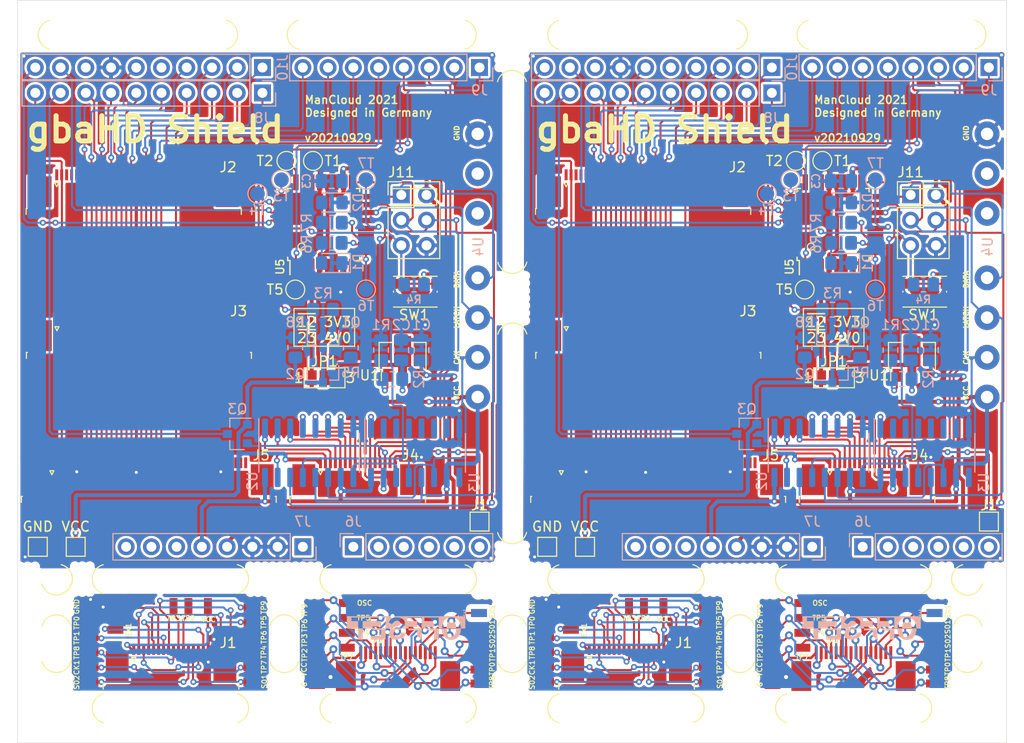
<source format=kicad_pcb>
(kicad_pcb (version 20171130) (host pcbnew "(5.1.10)-1")
  (layers (0 F.Cu signal) (31 B.Cu signal) (34 B.Paste user) (35 F.Paste user) (36 B.SilkS user) (37 F.SilkS user) (38 B.Mask user) (39 F.Mask user) (44 Edge.Cuts user))
  (net 0 "")
  (net 1 GND)
  (net 2 GB_SPS)
  (net 3 GB_R5)
  (net 4 GB_G2)
  (net 5 GB_B2)
  (net 6 GB_B1)
  (net 7 GB_G1)
  (net 8 GB_B3)
  (net 9 GB_G5)
  (net 10 GB_DCLK)
  (net 11 GB_R1)
  (net 12 GB_R2)
  (net 13 GB_G3)
  (net 14 GB_B5)
  (net 15 GB_B4)
  (net 16 GB_R3)
  (net 17 GB_G4)
  (net 18 GB_R4)
  (net 19 SP_ARD1)
  (net 20 GBA_AUD1)
  (net 21 GBA_AUD2)
  (net 22 GBA_UP)
  (net 23 GBA_START)
  (net 24 GBA_DOWN)
  (net 25 GBA_A)
  (net 26 GBA_SELECT)
  (net 27 GBA_L)
  (net 28 GBA_CLK)
  (net 29 GBA_LEFT)
  (net 30 GBA_VCC)
  (net 31 GBA_RGHT)
  (net 32 GBA_R)
  (net 33 GBA_B)
  (net 34 AT_RST)
  (net 35 ICSP_MOSI)
  (net 36 ICSP_SCK)
  (net 37 ICSP_MISO)
  (net 38 SNS_LATCH)
  (net 39 GBA_POWER_SEL)
  (net 40 RX)
  (net 41 QH_OUT-SER_IN)
  (net 42 +5V)
  (net 43 VCC)
  (net 44 +4V)
  (net 45 "Net-(J1-Pad1)")
  (net 46 +3V3)
  (net 47 "Net-(R1-Pad2)")
  (net 48 "Net-(T1-Pad1)")
  (net 49 "Net-(T2-Pad1)")
  (net 50 "Net-(T3-Pad1)")
  (net 51 "Net-(T4-Pad1)")
  (net 52 "Net-(T5-Pad1)")
  (net 53 "Net-(T6-Pad1)")
  (net 54 "Net-(T7-Pad1)")
  (net 55 ~GBA_BUTTONS_EN~)
  (net 56 "Net-(D1-Pad2)")
  (net 57 "Net-(D2-Pad2)")
  (net 58 GBA_CLK')
  (net 59 FPGA_COM)
  (net 60 SP_ARSCL)
  (net 61 SP_ARSDA)
  (net 62 "Net-(Q2-Pad2)")
  (net 63 LED_RED)
  (net 64 LED_GREEN)
  (net 65 GBA_RIGHT)
  (net 66 EX1)
  (net 67 EXTRA1)
  (module panelization:mouse-bite-3mm-long-slot (layer F.Cu) (at 120.142 25.4)
    (fp_text reference mouse-bite-3mm-long-slot hide)
    (fp_text value VAL** hide)
    (pad "" np_thru_hole circle (at 0 -1.3) (size 0.5 0.5) (drill 0.5) (layers *.Cu *.Mask))
    (pad "" np_thru_hole circle (at 0 1.3) (size 0.5 0.5) (drill 0.5) (layers *.Cu *.Mask))
    (pad "" np_thru_hole circle (at 0.75 -1.3) (size 0.5 0.5) (drill 0.5) (layers *.Cu *.Mask))
    (pad "" np_thru_hole circle (at -0.75 -1.3) (size 0.5 0.5) (drill 0.5) (layers *.Cu *.Mask))
    (pad "" np_thru_hole circle (at -0.75 1.3) (size 0.5 0.5) (drill 0.5) (layers *.Cu *.Mask))
    (pad "" np_thru_hole circle (at 0.75 1.3) (size 0.5 0.5) (drill 0.5) (layers *.Cu *.Mask))
    (pad "" np_thru_hole circle (at 1.5 -1.3) (size 0.5 0.5) (drill 0.5) (layers *.Cu *.Mask))
    (pad "" np_thru_hole circle (at 2.25 -1.3) (size 0.5 0.5) (drill 0.5) (layers *.Cu *.Mask))
    (pad "" np_thru_hole circle (at -1.5 -1.3) (size 0.5 0.5) (drill 0.5) (layers *.Cu *.Mask))
    (pad "" np_thru_hole circle (at -2.25 -1.3) (size 0.5 0.5) (drill 0.5) (layers *.Cu *.Mask))
    (pad "" np_thru_hole circle (at -1.5 1.3) (size 0.5 0.5) (drill 0.5) (layers *.Cu *.Mask))
    (pad "" np_thru_hole circle (at -2.25 1.3) (size 0.5 0.5) (drill 0.5) (layers *.Cu *.Mask))
    (pad "" np_thru_hole circle (at 1.5 1.3) (size 0.5 0.5) (drill 0.5) (layers *.Cu *.Mask))
    (pad "" np_thru_hole circle (at 2.25 1.3) (size 0.5 0.5) (drill 0.5) (layers *.Cu *.Mask))
  )
  (module panelization:mouse-bite-3mm-long-slot (layer F.Cu) (at 68.834 25.4)
    (fp_text reference mouse-bite-3mm-long-slot hide)
    (fp_text value VAL** hide)
    (pad "" np_thru_hole circle (at 2.25 1.3) (size 0.5 0.5) (drill 0.5) (layers *.Cu *.Mask))
    (pad "" np_thru_hole circle (at 1.5 1.3) (size 0.5 0.5) (drill 0.5) (layers *.Cu *.Mask))
    (pad "" np_thru_hole circle (at -2.25 1.3) (size 0.5 0.5) (drill 0.5) (layers *.Cu *.Mask))
    (pad "" np_thru_hole circle (at -1.5 1.3) (size 0.5 0.5) (drill 0.5) (layers *.Cu *.Mask))
    (pad "" np_thru_hole circle (at -2.25 -1.3) (size 0.5 0.5) (drill 0.5) (layers *.Cu *.Mask))
    (pad "" np_thru_hole circle (at -1.5 -1.3) (size 0.5 0.5) (drill 0.5) (layers *.Cu *.Mask))
    (pad "" np_thru_hole circle (at 2.25 -1.3) (size 0.5 0.5) (drill 0.5) (layers *.Cu *.Mask))
    (pad "" np_thru_hole circle (at 1.5 -1.3) (size 0.5 0.5) (drill 0.5) (layers *.Cu *.Mask))
    (pad "" np_thru_hole circle (at 0.75 1.3) (size 0.5 0.5) (drill 0.5) (layers *.Cu *.Mask))
    (pad "" np_thru_hole circle (at -0.75 1.3) (size 0.5 0.5) (drill 0.5) (layers *.Cu *.Mask))
    (pad "" np_thru_hole circle (at -0.75 -1.3) (size 0.5 0.5) (drill 0.5) (layers *.Cu *.Mask))
    (pad "" np_thru_hole circle (at 0.75 -1.3) (size 0.5 0.5) (drill 0.5) (layers *.Cu *.Mask))
    (pad "" np_thru_hole circle (at 0 1.3) (size 0.5 0.5) (drill 0.5) (layers *.Cu *.Mask))
    (pad "" np_thru_hole circle (at 0 -1.3) (size 0.5 0.5) (drill 0.5) (layers *.Cu *.Mask))
  )
  (module panelization:mouse-bite-3mm-slot-corner-bottom-end (layer F.Cu) (at 145.24 25.4 180)
    (fp_text reference mouse-bite-3mm-slot-corner-bottom-end hide)
    (fp_text value VAL** hide)
    (pad "" np_thru_hole circle (at 2.65 -1.3 180) (size 0.5 0.5) (drill 0.5) (layers *.Cu *.Mask))
    (pad "" np_thru_hole circle (at 3.4 -1.3 180) (size 0.5 0.5) (drill 0.5) (layers *.Cu *.Mask))
    (pad "" np_thru_hole circle (at 1.9 -1.3 180) (size 0.5 0.5) (drill 0.5) (layers *.Cu *.Mask))
  )
  (module panelization:mouse-bite-3mm-slot-corner_top-end (layer F.Cu) (at 42.672 25.4 270)
    (fp_text reference mouse-bite-3mm-slot-corner-top-end hide)
    (fp_text value VAL** hide)
    (pad "" np_thru_hole circle (at 1.3 -2.65) (size 0.5 0.5) (drill 0.5) (layers *.Cu *.Mask))
    (pad "" np_thru_hole circle (at 1.3 -1.9) (size 0.5 0.5) (drill 0.5) (layers *.Cu *.Mask))
    (pad "" np_thru_hole circle (at 1.3 -3.4) (size 0.5 0.5) (drill 0.5) (layers *.Cu *.Mask))
  )
  (module panelization:0.5mm-NPTH-Drill (layer F.Cu) (at 46.007 78.947)
    (fp_text reference REF** hide)
    (fp_text value 0.5mm-NPTH-Drill hide)
    (pad "" np_thru_hole circle (at 0 0) (size 0.5 0.5) (drill 0.5) (layers *.Cu *.Mask))
  )
  (module panelization:0.5mm-NPTH-Drill (layer F.Cu) (at 45.245 78.947)
    (fp_text reference REF** hide)
    (fp_text value 0.5mm-NPTH-Drill hide)
    (pad "" np_thru_hole circle (at 0 0) (size 0.5 0.5) (drill 0.5) (layers *.Cu *.Mask))
  )
  (module panelization:0.5mm-NPTH-Drill (layer F.Cu) (at 44.483 78.947)
    (fp_text reference REF** hide)
    (fp_text value 0.5mm-NPTH-Drill hide)
    (pad "" np_thru_hole circle (at 0 0) (size 0.5 0.5) (drill 0.5) (layers *.Cu *.Mask))
  )
  (module panelization:0.5mm-NPTH-Drill (layer F.Cu) (at 141.899 78.947)
    (fp_text reference REF** hide)
    (fp_text value 0.5mm-NPTH-Drill hide)
    (pad "" np_thru_hole circle (at 0 0) (size 0.5 0.5) (drill 0.5) (layers *.Cu *.Mask))
  )
  (module panelization:0.5mm-NPTH-Drill (layer F.Cu) (at 142.661 78.947)
    (fp_text reference REF** hide)
    (fp_text value 0.5mm-NPTH-Drill hide)
    (pad "" np_thru_hole circle (at 0 0) (size 0.5 0.5) (drill 0.5) (layers *.Cu *.Mask))
  )
  (module panelization:0.5mm-NPTH-Drill (layer F.Cu) (at 143.423 78.947)
    (fp_text reference REF** hide)
    (fp_text value 0.5mm-NPTH-Drill hide)
    (pad "" np_thru_hole circle (at 0 0) (size 0.5 0.5) (drill 0.5) (layers *.Cu *.Mask))
  )
  (module panelization:mouse-bite-3mm-slot-corner (layer F.Cu) (at 139.788 93.217 90)
    (fp_text reference mouse-bite-3mm-slot-corner hide)
    (fp_text value VAL** hide)
    (pad "" np_thru_hole circle (at 1.3 0.2 180) (size 0.5 0.5) (drill 0.5) (layers *.Cu *.Mask))
    (pad "" np_thru_hole circle (at 1.3 -0.55 180) (size 0.5 0.5) (drill 0.5) (layers *.Cu *.Mask))
    (pad "" np_thru_hole circle (at 1.3 0.95 180) (size 0.5 0.5) (drill 0.5) (layers *.Cu *.Mask))
    (pad "" np_thru_hole circle (at -0.2 -1.3 90) (size 0.5 0.5) (drill 0.5) (layers *.Cu *.Mask))
    (pad "" np_thru_hole circle (at -0.95 -1.3 90) (size 0.5 0.5) (drill 0.5) (layers *.Cu *.Mask))
    (pad "" np_thru_hole circle (at 0.55 -1.3 90) (size 0.5 0.5) (drill 0.5) (layers *.Cu *.Mask))
    (pad "" np_thru_hole circle (at 1.3 -2.65 180) (size 0.5 0.5) (drill 0.5) (layers *.Cu *.Mask))
    (pad "" np_thru_hole circle (at 1.3 -1.9 180) (size 0.5 0.5) (drill 0.5) (layers *.Cu *.Mask))
    (pad "" np_thru_hole circle (at 1.3 -3.4 180) (size 0.5 0.5) (drill 0.5) (layers *.Cu *.Mask))
    (pad "" np_thru_hole circle (at 1.9 -1.3 90) (size 0.5 0.5) (drill 0.5) (layers *.Cu *.Mask))
    (pad "" np_thru_hole circle (at 3.4 -1.3 90) (size 0.5 0.5) (drill 0.5) (layers *.Cu *.Mask))
    (pad "" np_thru_hole circle (at 2.65 -1.3 90) (size 0.5 0.5) (drill 0.5) (layers *.Cu *.Mask))
  )
  (module panelization:mouse-bite-3mm-slot-corner (layer F.Cu) (at 48.108 93.217)
    (fp_text reference mouse-bite-3mm-slot-corner hide)
    (fp_text value VAL** hide)
    (pad "" np_thru_hole circle (at 2.65 -1.3) (size 0.5 0.5) (drill 0.5) (layers *.Cu *.Mask))
    (pad "" np_thru_hole circle (at 3.4 -1.3) (size 0.5 0.5) (drill 0.5) (layers *.Cu *.Mask))
    (pad "" np_thru_hole circle (at 1.9 -1.3) (size 0.5 0.5) (drill 0.5) (layers *.Cu *.Mask))
    (pad "" np_thru_hole circle (at 1.3 -3.4 90) (size 0.5 0.5) (drill 0.5) (layers *.Cu *.Mask))
    (pad "" np_thru_hole circle (at 1.3 -1.9 90) (size 0.5 0.5) (drill 0.5) (layers *.Cu *.Mask))
    (pad "" np_thru_hole circle (at 1.3 -2.65 90) (size 0.5 0.5) (drill 0.5) (layers *.Cu *.Mask))
    (pad "" np_thru_hole circle (at 0.55 -1.3) (size 0.5 0.5) (drill 0.5) (layers *.Cu *.Mask))
    (pad "" np_thru_hole circle (at -0.95 -1.3) (size 0.5 0.5) (drill 0.5) (layers *.Cu *.Mask))
    (pad "" np_thru_hole circle (at -0.2 -1.3) (size 0.5 0.5) (drill 0.5) (layers *.Cu *.Mask))
    (pad "" np_thru_hole circle (at 1.3 0.95 90) (size 0.5 0.5) (drill 0.5) (layers *.Cu *.Mask))
    (pad "" np_thru_hole circle (at 1.3 -0.55 90) (size 0.5 0.5) (drill 0.5) (layers *.Cu *.Mask))
    (pad "" np_thru_hole circle (at 1.3 0.2 90) (size 0.5 0.5) (drill 0.5) (layers *.Cu *.Mask))
  )
  (module panelization:mouse-bite-3mm-slot-3way (layer F.Cu) (at 116.873 93.217 90)
    (fp_text reference mouse-bite-3mm-slot-3way hide)
    (fp_text value VAL** hide)
    (pad "" np_thru_hole circle (at 2.65 -1.3 90) (size 0.5 0.5) (drill 0.5) (layers *.Cu *.Mask))
    (pad "" np_thru_hole circle (at 2.65 1.3 90) (size 0.5 0.5) (drill 0.5) (layers *.Cu *.Mask))
    (pad "" np_thru_hole circle (at 3.4 -1.3 90) (size 0.5 0.5) (drill 0.5) (layers *.Cu *.Mask))
    (pad "" np_thru_hole circle (at 1.9 -1.3 90) (size 0.5 0.5) (drill 0.5) (layers *.Cu *.Mask))
    (pad "" np_thru_hole circle (at 1.9 1.3 90) (size 0.5 0.5) (drill 0.5) (layers *.Cu *.Mask))
    (pad "" np_thru_hole circle (at 3.4 1.3 90) (size 0.5 0.5) (drill 0.5) (layers *.Cu *.Mask))
    (pad "" np_thru_hole circle (at 1.3 -3.4 180) (size 0.5 0.5) (drill 0.5) (layers *.Cu *.Mask))
    (pad "" np_thru_hole circle (at 1.3 -1.9 180) (size 0.5 0.5) (drill 0.5) (layers *.Cu *.Mask))
    (pad "" np_thru_hole circle (at 1.3 -2.65 180) (size 0.5 0.5) (drill 0.5) (layers *.Cu *.Mask))
    (pad "" np_thru_hole circle (at 1.3 1.9) (size 0.5 0.5) (drill 0.5) (layers *.Cu *.Mask))
    (pad "" np_thru_hole circle (at 1.3 3.4) (size 0.5 0.5) (drill 0.5) (layers *.Cu *.Mask))
    (pad "" np_thru_hole circle (at 1.3 2.65) (size 0.5 0.5) (drill 0.5) (layers *.Cu *.Mask))
    (pad "" np_thru_hole circle (at 1.3 0 180) (size 0.5 0.5) (drill 0.5) (layers *.Cu *.Mask))
  )
  (module panelization:mouse-bite-3mm-slot-3way (layer F.Cu) (at 71.033 93.217 90)
    (fp_text reference mouse-bite-3mm-slot-3way hide)
    (fp_text value VAL** hide)
    (pad "" np_thru_hole circle (at 2.65 -1.3 90) (size 0.5 0.5) (drill 0.5) (layers *.Cu *.Mask))
    (pad "" np_thru_hole circle (at 2.65 1.3 90) (size 0.5 0.5) (drill 0.5) (layers *.Cu *.Mask))
    (pad "" np_thru_hole circle (at 3.4 -1.3 90) (size 0.5 0.5) (drill 0.5) (layers *.Cu *.Mask))
    (pad "" np_thru_hole circle (at 1.9 -1.3 90) (size 0.5 0.5) (drill 0.5) (layers *.Cu *.Mask))
    (pad "" np_thru_hole circle (at 1.9 1.3 90) (size 0.5 0.5) (drill 0.5) (layers *.Cu *.Mask))
    (pad "" np_thru_hole circle (at 3.4 1.3 90) (size 0.5 0.5) (drill 0.5) (layers *.Cu *.Mask))
    (pad "" np_thru_hole circle (at 1.3 -3.4 180) (size 0.5 0.5) (drill 0.5) (layers *.Cu *.Mask))
    (pad "" np_thru_hole circle (at 1.3 -1.9 180) (size 0.5 0.5) (drill 0.5) (layers *.Cu *.Mask))
    (pad "" np_thru_hole circle (at 1.3 -2.65 180) (size 0.5 0.5) (drill 0.5) (layers *.Cu *.Mask))
    (pad "" np_thru_hole circle (at 1.3 1.9) (size 0.5 0.5) (drill 0.5) (layers *.Cu *.Mask))
    (pad "" np_thru_hole circle (at 1.3 3.4) (size 0.5 0.5) (drill 0.5) (layers *.Cu *.Mask))
    (pad "" np_thru_hole circle (at 1.3 2.65) (size 0.5 0.5) (drill 0.5) (layers *.Cu *.Mask))
    (pad "" np_thru_hole circle (at 1.3 0 180) (size 0.5 0.5) (drill 0.5) (layers *.Cu *.Mask))
  )
  (module panelization:mouse-bite-3mm-slot-3way (layer F.Cu) (at 93.944 93.227 90)
    (fp_text reference mouse-bite-3mm-slot-3way hide)
    (fp_text value VAL** hide)
    (pad "" np_thru_hole circle (at 1.3 0 180) (size 0.5 0.5) (drill 0.5) (layers *.Cu *.Mask))
    (pad "" np_thru_hole circle (at 1.3 2.65) (size 0.5 0.5) (drill 0.5) (layers *.Cu *.Mask))
    (pad "" np_thru_hole circle (at 1.3 3.4) (size 0.5 0.5) (drill 0.5) (layers *.Cu *.Mask))
    (pad "" np_thru_hole circle (at 1.3 1.9) (size 0.5 0.5) (drill 0.5) (layers *.Cu *.Mask))
    (pad "" np_thru_hole circle (at 1.3 -2.65 180) (size 0.5 0.5) (drill 0.5) (layers *.Cu *.Mask))
    (pad "" np_thru_hole circle (at 1.3 -1.9 180) (size 0.5 0.5) (drill 0.5) (layers *.Cu *.Mask))
    (pad "" np_thru_hole circle (at 1.3 -3.4 180) (size 0.5 0.5) (drill 0.5) (layers *.Cu *.Mask))
    (pad "" np_thru_hole circle (at 3.4 1.3 90) (size 0.5 0.5) (drill 0.5) (layers *.Cu *.Mask))
    (pad "" np_thru_hole circle (at 1.9 1.3 90) (size 0.5 0.5) (drill 0.5) (layers *.Cu *.Mask))
    (pad "" np_thru_hole circle (at 1.9 -1.3 90) (size 0.5 0.5) (drill 0.5) (layers *.Cu *.Mask))
    (pad "" np_thru_hole circle (at 3.4 -1.3 90) (size 0.5 0.5) (drill 0.5) (layers *.Cu *.Mask))
    (pad "" np_thru_hole circle (at 2.65 1.3 90) (size 0.5 0.5) (drill 0.5) (layers *.Cu *.Mask))
    (pad "" np_thru_hole circle (at 2.65 -1.3 90) (size 0.5 0.5) (drill 0.5) (layers *.Cu *.Mask))
  )
  (module panelization:mouse-bite-3mm-slot-3way (layer F.Cu) (at 93.944 25.402 270)
    (fp_text reference mouse-bite-3mm-slot-3way hide)
    (fp_text value VAL** hide)
    (pad "" np_thru_hole circle (at 1.3 0) (size 0.5 0.5) (drill 0.5) (layers *.Cu *.Mask))
    (pad "" np_thru_hole circle (at 1.3 2.65 180) (size 0.5 0.5) (drill 0.5) (layers *.Cu *.Mask))
    (pad "" np_thru_hole circle (at 1.3 3.4 180) (size 0.5 0.5) (drill 0.5) (layers *.Cu *.Mask))
    (pad "" np_thru_hole circle (at 1.3 1.9 180) (size 0.5 0.5) (drill 0.5) (layers *.Cu *.Mask))
    (pad "" np_thru_hole circle (at 1.3 -2.65) (size 0.5 0.5) (drill 0.5) (layers *.Cu *.Mask))
    (pad "" np_thru_hole circle (at 1.3 -1.9) (size 0.5 0.5) (drill 0.5) (layers *.Cu *.Mask))
    (pad "" np_thru_hole circle (at 1.3 -3.4) (size 0.5 0.5) (drill 0.5) (layers *.Cu *.Mask))
    (pad "" np_thru_hole circle (at 3.4 1.3 270) (size 0.5 0.5) (drill 0.5) (layers *.Cu *.Mask))
    (pad "" np_thru_hole circle (at 1.9 1.3 270) (size 0.5 0.5) (drill 0.5) (layers *.Cu *.Mask))
    (pad "" np_thru_hole circle (at 1.9 -1.3 270) (size 0.5 0.5) (drill 0.5) (layers *.Cu *.Mask))
    (pad "" np_thru_hole circle (at 3.4 -1.3 270) (size 0.5 0.5) (drill 0.5) (layers *.Cu *.Mask))
    (pad "" np_thru_hole circle (at 2.65 1.3 270) (size 0.5 0.5) (drill 0.5) (layers *.Cu *.Mask))
    (pad "" np_thru_hole circle (at 2.65 -1.3 270) (size 0.5 0.5) (drill 0.5) (layers *.Cu *.Mask))
  )
  (module panelization:mouse-bite-3mm-long-slot (layer F.Cu) (at 93.98 51.924 90)
    (fp_text reference mouse-bite-3mm-long-slot hide)
    (fp_text value VAL** hide)
    (pad "" np_thru_hole circle (at 2.25 1.3 90) (size 0.5 0.5) (drill 0.5) (layers *.Cu *.Mask))
    (pad "" np_thru_hole circle (at 1.5 1.3 90) (size 0.5 0.5) (drill 0.5) (layers *.Cu *.Mask))
    (pad "" np_thru_hole circle (at -2.25 1.3 90) (size 0.5 0.5) (drill 0.5) (layers *.Cu *.Mask))
    (pad "" np_thru_hole circle (at -1.5 1.3 90) (size 0.5 0.5) (drill 0.5) (layers *.Cu *.Mask))
    (pad "" np_thru_hole circle (at -2.25 -1.3 90) (size 0.5 0.5) (drill 0.5) (layers *.Cu *.Mask))
    (pad "" np_thru_hole circle (at -1.5 -1.3 90) (size 0.5 0.5) (drill 0.5) (layers *.Cu *.Mask))
    (pad "" np_thru_hole circle (at 2.25 -1.3 90) (size 0.5 0.5) (drill 0.5) (layers *.Cu *.Mask))
    (pad "" np_thru_hole circle (at 1.5 -1.3 90) (size 0.5 0.5) (drill 0.5) (layers *.Cu *.Mask))
    (pad "" np_thru_hole circle (at 0.75 1.3 90) (size 0.5 0.5) (drill 0.5) (layers *.Cu *.Mask))
    (pad "" np_thru_hole circle (at -0.75 1.3 90) (size 0.5 0.5) (drill 0.5) (layers *.Cu *.Mask))
    (pad "" np_thru_hole circle (at -0.75 -1.3 90) (size 0.5 0.5) (drill 0.5) (layers *.Cu *.Mask))
    (pad "" np_thru_hole circle (at 0.75 -1.3 90) (size 0.5 0.5) (drill 0.5) (layers *.Cu *.Mask))
    (pad "" np_thru_hole circle (at 0 1.3 90) (size 0.5 0.5) (drill 0.5) (layers *.Cu *.Mask))
    (pad "" np_thru_hole circle (at 0 -1.3 90) (size 0.5 0.5) (drill 0.5) (layers *.Cu *.Mask))
  )
  (module panelization:0.5mm-NPTH-Drill (layer F.Cu) (at 119.921 79.051)
    (fp_text reference REF** hide)
    (fp_text value 0.5mm-NPTH-Drill hide)
    (pad "" np_thru_hole circle (at 0 0) (size 0.5 0.5) (drill 0.5) (layers *.Cu *.Mask))
  )
  (module panelization:0.5mm-NPTH-Drill (layer F.Cu) (at 119.159 79.051)
    (fp_text reference REF** hide)
    (fp_text value 0.5mm-NPTH-Drill hide)
    (pad "" np_thru_hole circle (at 0 0) (size 0.5 0.5) (drill 0.5) (layers *.Cu *.Mask))
  )
  (module panelization:0.5mm-NPTH-Drill (layer F.Cu) (at 118.397 79.051)
    (fp_text reference REF** hide)
    (fp_text value 0.5mm-NPTH-Drill hide)
    (pad "" np_thru_hole circle (at 0 0) (size 0.5 0.5) (drill 0.5) (layers *.Cu *.Mask))
  )
  (module panelization:0.5mm-NPTH-Drill (layer F.Cu) (at 117.635 79.051)
    (fp_text reference REF** hide)
    (fp_text value 0.5mm-NPTH-Drill hide)
    (pad "" np_thru_hole circle (at 0 0) (size 0.5 0.5) (drill 0.5) (layers *.Cu *.Mask))
  )
  (module panelization:0.5mm-NPTH-Drill (layer F.Cu) (at 116.873 79.051)
    (fp_text reference REF** hide)
    (fp_text value 0.5mm-NPTH-Drill hide)
    (pad "" np_thru_hole circle (at 0 0) (size 0.5 0.5) (drill 0.5) (layers *.Cu *.Mask))
  )
  (module panelization:0.5mm-NPTH-Drill (layer F.Cu) (at 116.111 79.051)
    (fp_text reference REF** hide)
    (fp_text value 0.5mm-NPTH-Drill hide)
    (pad "" np_thru_hole circle (at 0 0) (size 0.5 0.5) (drill 0.5) (layers *.Cu *.Mask))
  )
  (module panelization:0.5mm-NPTH-Drill (layer F.Cu) (at 115.349 79.051)
    (fp_text reference REF** hide)
    (fp_text value 0.5mm-NPTH-Drill hide)
    (pad "" np_thru_hole circle (at 0 0) (size 0.5 0.5) (drill 0.5) (layers *.Cu *.Mask))
  )
  (module panelization:0.5mm-NPTH-Drill (layer F.Cu) (at 114.587 79.051)
    (fp_text reference REF** hide)
    (fp_text value 0.5mm-NPTH-Drill hide)
    (pad "" np_thru_hole circle (at 0 0) (size 0.5 0.5) (drill 0.5) (layers *.Cu *.Mask))
  )
  (module panelization:0.5mm-NPTH-Drill (layer F.Cu) (at 113.825 79.051)
    (fp_text reference REF** hide)
    (fp_text value 0.5mm-NPTH-Drill hide)
    (pad "" np_thru_hole circle (at 0 0) (size 0.5 0.5) (drill 0.5) (layers *.Cu *.Mask))
  )
  (module panelization:0.5mm-NPTH-Drill (layer F.Cu) (at 74.081 78.924)
    (fp_text reference REF** hide)
    (fp_text value 0.5mm-NPTH-Drill hide)
    (pad "" np_thru_hole circle (at 0 0) (size 0.5 0.5) (drill 0.5) (layers *.Cu *.Mask))
  )
  (module panelization:0.5mm-NPTH-Drill (layer F.Cu) (at 73.319 78.924)
    (fp_text reference REF** hide)
    (fp_text value 0.5mm-NPTH-Drill hide)
    (pad "" np_thru_hole circle (at 0 0) (size 0.5 0.5) (drill 0.5) (layers *.Cu *.Mask))
  )
  (module panelization:0.5mm-NPTH-Drill (layer F.Cu) (at 72.557 78.924)
    (fp_text reference REF** hide)
    (fp_text value 0.5mm-NPTH-Drill hide)
    (pad "" np_thru_hole circle (at 0 0) (size 0.5 0.5) (drill 0.5) (layers *.Cu *.Mask))
  )
  (module panelization:0.5mm-NPTH-Drill (layer F.Cu) (at 71.795 78.947)
    (fp_text reference REF** hide)
    (fp_text value 0.5mm-NPTH-Drill hide)
    (pad "" np_thru_hole circle (at 0 0) (size 0.5 0.5) (drill 0.5) (layers *.Cu *.Mask))
  )
  (module panelization:0.5mm-NPTH-Drill (layer F.Cu) (at 71.033 78.924)
    (fp_text reference REF** hide)
    (fp_text value 0.5mm-NPTH-Drill hide)
    (pad "" np_thru_hole circle (at 0 0) (size 0.5 0.5) (drill 0.5) (layers *.Cu *.Mask))
  )
  (module panelization:0.5mm-NPTH-Drill (layer F.Cu) (at 70.271 78.924)
    (fp_text reference REF** hide)
    (fp_text value 0.5mm-NPTH-Drill hide)
    (pad "" np_thru_hole circle (at 0 0) (size 0.5 0.5) (drill 0.5) (layers *.Cu *.Mask))
  )
  (module panelization:0.5mm-NPTH-Drill (layer F.Cu) (at 69.509 78.924)
    (fp_text reference REF** hide)
    (fp_text value 0.5mm-NPTH-Drill hide)
    (pad "" np_thru_hole circle (at 0 0) (size 0.5 0.5) (drill 0.5) (layers *.Cu *.Mask))
  )
  (module panelization:0.5mm-NPTH-Drill (layer F.Cu) (at 68.747 78.924)
    (fp_text reference REF** hide)
    (fp_text value 0.5mm-NPTH-Drill hide)
    (pad "" np_thru_hole circle (at 0 0) (size 0.5 0.5) (drill 0.5) (layers *.Cu *.Mask))
  )
  (module panelization:0.5mm-NPTH-Drill (layer F.Cu) (at 67.985 78.924)
    (fp_text reference REF** hide)
    (fp_text value 0.5mm-NPTH-Drill hide)
    (pad "" np_thru_hole circle (at 0 0) (size 0.5 0.5) (drill 0.5) (layers *.Cu *.Mask))
  )
  (module panelization:mouse-bite-3mm-slot (layer F.Cu) (at 137.188 80.227)
    (fp_text reference mouse-bite-3mm-slot hide)
    (fp_text value VAL** hide)
    (pad "" np_thru_hole circle (at 0 -1.3) (size 0.5 0.5) (drill 0.5) (layers *.Cu *.Mask))
    (pad "" np_thru_hole circle (at 0 1.3) (size 0.5 0.5) (drill 0.5) (layers *.Cu *.Mask))
    (pad "" np_thru_hole circle (at 0.75 -1.3) (size 0.5 0.5) (drill 0.5) (layers *.Cu *.Mask))
    (pad "" np_thru_hole circle (at -0.75 -1.3) (size 0.5 0.5) (drill 0.5) (layers *.Cu *.Mask))
    (pad "" np_thru_hole circle (at -0.75 1.3) (size 0.5 0.5) (drill 0.5) (layers *.Cu *.Mask))
    (pad "" np_thru_hole circle (at 0.75 1.3) (size 0.5 0.5) (drill 0.5) (layers *.Cu *.Mask))
  )
  (module panelization:mouse-bite-3mm-slot (layer F.Cu) (at 139.788 82.827 90)
    (fp_text reference mouse-bite-3mm-slot hide)
    (fp_text value VAL** hide)
    (pad "" np_thru_hole circle (at 0 -1.3 90) (size 0.5 0.5) (drill 0.5) (layers *.Cu *.Mask))
    (pad "" np_thru_hole circle (at 0 1.3 90) (size 0.5 0.5) (drill 0.5) (layers *.Cu *.Mask))
    (pad "" np_thru_hole circle (at 0.75 -1.3 90) (size 0.5 0.5) (drill 0.5) (layers *.Cu *.Mask))
    (pad "" np_thru_hole circle (at -0.75 -1.3 90) (size 0.5 0.5) (drill 0.5) (layers *.Cu *.Mask))
    (pad "" np_thru_hole circle (at -0.75 1.3 90) (size 0.5 0.5) (drill 0.5) (layers *.Cu *.Mask))
    (pad "" np_thru_hole circle (at 0.75 1.3 90) (size 0.5 0.5) (drill 0.5) (layers *.Cu *.Mask))
  )
  (module panelization:mouse-bite-3mm-slot (layer F.Cu) (at 48.108 82.817 90)
    (fp_text reference mouse-bite-3mm-slot hide)
    (fp_text value VAL** hide)
    (pad "" np_thru_hole circle (at 0.75 1.3 90) (size 0.5 0.5) (drill 0.5) (layers *.Cu *.Mask))
    (pad "" np_thru_hole circle (at -0.75 1.3 90) (size 0.5 0.5) (drill 0.5) (layers *.Cu *.Mask))
    (pad "" np_thru_hole circle (at -0.75 -1.3 90) (size 0.5 0.5) (drill 0.5) (layers *.Cu *.Mask))
    (pad "" np_thru_hole circle (at 0.75 -1.3 90) (size 0.5 0.5) (drill 0.5) (layers *.Cu *.Mask))
    (pad "" np_thru_hole circle (at 0 1.3 90) (size 0.5 0.5) (drill 0.5) (layers *.Cu *.Mask))
    (pad "" np_thru_hole circle (at 0 -1.3 90) (size 0.5 0.5) (drill 0.5) (layers *.Cu *.Mask))
  )
  (module panelization:mouse-bite-3mm-slot (layer F.Cu) (at 50.708 80.217)
    (fp_text reference mouse-bite-3mm-slot hide)
    (fp_text value VAL** hide)
    (pad "" np_thru_hole circle (at 0.75 1.3) (size 0.5 0.5) (drill 0.5) (layers *.Cu *.Mask))
    (pad "" np_thru_hole circle (at -0.75 1.3) (size 0.5 0.5) (drill 0.5) (layers *.Cu *.Mask))
    (pad "" np_thru_hole circle (at -0.75 -1.3) (size 0.5 0.5) (drill 0.5) (layers *.Cu *.Mask))
    (pad "" np_thru_hole circle (at 0.75 -1.3) (size 0.5 0.5) (drill 0.5) (layers *.Cu *.Mask))
    (pad "" np_thru_hole circle (at 0 1.3) (size 0.5 0.5) (drill 0.5) (layers *.Cu *.Mask))
    (pad "" np_thru_hole circle (at 0 -1.3) (size 0.5 0.5) (drill 0.5) (layers *.Cu *.Mask))
  )
  (module panelization:mouse-bite-3mm-slot-3way (layer F.Cu) (at 116.873 80.217 270)
    (fp_text reference mouse-bite-3mm-slot-3way hide)
    (fp_text value VAL** hide)
    (pad "" np_thru_hole circle (at 1.3 0) (size 0.5 0.5) (drill 0.5) (layers *.Cu *.Mask))
    (pad "" np_thru_hole circle (at 1.3 2.65 180) (size 0.5 0.5) (drill 0.5) (layers *.Cu *.Mask))
    (pad "" np_thru_hole circle (at 1.3 3.4 180) (size 0.5 0.5) (drill 0.5) (layers *.Cu *.Mask))
    (pad "" np_thru_hole circle (at 1.3 1.9 180) (size 0.5 0.5) (drill 0.5) (layers *.Cu *.Mask))
    (pad "" np_thru_hole circle (at 1.3 -2.65) (size 0.5 0.5) (drill 0.5) (layers *.Cu *.Mask))
    (pad "" np_thru_hole circle (at 1.3 -1.9) (size 0.5 0.5) (drill 0.5) (layers *.Cu *.Mask))
    (pad "" np_thru_hole circle (at 1.3 -3.4) (size 0.5 0.5) (drill 0.5) (layers *.Cu *.Mask))
    (pad "" np_thru_hole circle (at 3.4 1.3 270) (size 0.5 0.5) (drill 0.5) (layers *.Cu *.Mask))
    (pad "" np_thru_hole circle (at 1.9 1.3 270) (size 0.5 0.5) (drill 0.5) (layers *.Cu *.Mask))
    (pad "" np_thru_hole circle (at 1.9 -1.3 270) (size 0.5 0.5) (drill 0.5) (layers *.Cu *.Mask))
    (pad "" np_thru_hole circle (at 3.4 -1.3 270) (size 0.5 0.5) (drill 0.5) (layers *.Cu *.Mask))
    (pad "" np_thru_hole circle (at 2.65 1.3 270) (size 0.5 0.5) (drill 0.5) (layers *.Cu *.Mask))
    (pad "" np_thru_hole circle (at 2.65 -1.3 270) (size 0.5 0.5) (drill 0.5) (layers *.Cu *.Mask))
  )
  (module panelization:mouse-bite-3mm-slot-3way (layer F.Cu) (at 71.033 80.217 270)
    (fp_text reference mouse-bite-3mm-slot-3way hide)
    (fp_text value VAL** hide)
    (pad "" np_thru_hole circle (at 1.3 0) (size 0.5 0.5) (drill 0.5) (layers *.Cu *.Mask))
    (pad "" np_thru_hole circle (at 1.3 2.65 180) (size 0.5 0.5) (drill 0.5) (layers *.Cu *.Mask))
    (pad "" np_thru_hole circle (at 1.3 3.4 180) (size 0.5 0.5) (drill 0.5) (layers *.Cu *.Mask))
    (pad "" np_thru_hole circle (at 1.3 1.9 180) (size 0.5 0.5) (drill 0.5) (layers *.Cu *.Mask))
    (pad "" np_thru_hole circle (at 1.3 -2.65) (size 0.5 0.5) (drill 0.5) (layers *.Cu *.Mask))
    (pad "" np_thru_hole circle (at 1.3 -1.9) (size 0.5 0.5) (drill 0.5) (layers *.Cu *.Mask))
    (pad "" np_thru_hole circle (at 1.3 -3.4) (size 0.5 0.5) (drill 0.5) (layers *.Cu *.Mask))
    (pad "" np_thru_hole circle (at 3.4 1.3 270) (size 0.5 0.5) (drill 0.5) (layers *.Cu *.Mask))
    (pad "" np_thru_hole circle (at 1.9 1.3 270) (size 0.5 0.5) (drill 0.5) (layers *.Cu *.Mask))
    (pad "" np_thru_hole circle (at 1.9 -1.3 270) (size 0.5 0.5) (drill 0.5) (layers *.Cu *.Mask))
    (pad "" np_thru_hole circle (at 3.4 -1.3 270) (size 0.5 0.5) (drill 0.5) (layers *.Cu *.Mask))
    (pad "" np_thru_hole circle (at 2.65 1.3 270) (size 0.5 0.5) (drill 0.5) (layers *.Cu *.Mask))
    (pad "" np_thru_hole circle (at 2.65 -1.3 270) (size 0.5 0.5) (drill 0.5) (layers *.Cu *.Mask))
  )
  (module panelization:mouse-bite-3mm-slot-4way (layer F.Cu) (at 93.956 80.24)
    (fp_text reference mouse-bite-3mm-slot-4way hide)
    (fp_text value VAL** hide)
    (pad "" np_thru_hole circle (at 1.3 0 90) (size 0.5 0.5) (drill 0.5) (layers *.Cu *.Mask))
    (pad "" np_thru_hole circle (at -1.3 0 90) (size 0.5 0.5) (drill 0.5) (layers *.Cu *.Mask))
    (pad "" np_thru_hole circle (at -2.65 1.3 180) (size 0.5 0.5) (drill 0.5) (layers *.Cu *.Mask))
    (pad "" np_thru_hole circle (at -2.65 -1.3 180) (size 0.5 0.5) (drill 0.5) (layers *.Cu *.Mask))
    (pad "" np_thru_hole circle (at -3.4 1.3 180) (size 0.5 0.5) (drill 0.5) (layers *.Cu *.Mask))
    (pad "" np_thru_hole circle (at -1.9 1.3 180) (size 0.5 0.5) (drill 0.5) (layers *.Cu *.Mask))
    (pad "" np_thru_hole circle (at -1.9 -1.3 180) (size 0.5 0.5) (drill 0.5) (layers *.Cu *.Mask))
    (pad "" np_thru_hole circle (at -3.4 -1.3 180) (size 0.5 0.5) (drill 0.5) (layers *.Cu *.Mask))
    (pad "" np_thru_hole circle (at 1.3 2.65 270) (size 0.5 0.5) (drill 0.5) (layers *.Cu *.Mask))
    (pad "" np_thru_hole circle (at -1.3 2.65 270) (size 0.5 0.5) (drill 0.5) (layers *.Cu *.Mask))
    (pad "" np_thru_hole circle (at 1.3 3.4 270) (size 0.5 0.5) (drill 0.5) (layers *.Cu *.Mask))
    (pad "" np_thru_hole circle (at 1.3 1.9 270) (size 0.5 0.5) (drill 0.5) (layers *.Cu *.Mask))
    (pad "" np_thru_hole circle (at -1.3 1.9 270) (size 0.5 0.5) (drill 0.5) (layers *.Cu *.Mask))
    (pad "" np_thru_hole circle (at -1.3 3.4 270) (size 0.5 0.5) (drill 0.5) (layers *.Cu *.Mask))
    (pad "" np_thru_hole circle (at -1.3 -2.65 90) (size 0.5 0.5) (drill 0.5) (layers *.Cu *.Mask))
    (pad "" np_thru_hole circle (at 1.3 -2.65 90) (size 0.5 0.5) (drill 0.5) (layers *.Cu *.Mask))
    (pad "" np_thru_hole circle (at -1.3 -3.4 90) (size 0.5 0.5) (drill 0.5) (layers *.Cu *.Mask))
    (pad "" np_thru_hole circle (at -1.3 -1.9 90) (size 0.5 0.5) (drill 0.5) (layers *.Cu *.Mask))
    (pad "" np_thru_hole circle (at 1.3 -1.9 90) (size 0.5 0.5) (drill 0.5) (layers *.Cu *.Mask))
    (pad "" np_thru_hole circle (at 1.3 -3.4 90) (size 0.5 0.5) (drill 0.5) (layers *.Cu *.Mask))
    (pad "" np_thru_hole circle (at 3.4 1.3) (size 0.5 0.5) (drill 0.5) (layers *.Cu *.Mask))
    (pad "" np_thru_hole circle (at 1.9 1.3) (size 0.5 0.5) (drill 0.5) (layers *.Cu *.Mask))
    (pad "" np_thru_hole circle (at 1.9 -1.3) (size 0.5 0.5) (drill 0.5) (layers *.Cu *.Mask))
    (pad "" np_thru_hole circle (at 3.4 -1.3) (size 0.5 0.5) (drill 0.5) (layers *.Cu *.Mask))
    (pad "" np_thru_hole circle (at 2.65 1.3) (size 0.5 0.5) (drill 0.5) (layers *.Cu *.Mask))
    (pad "" np_thru_hole circle (at 2.65 -1.3) (size 0.5 0.5) (drill 0.5) (layers *.Cu *.Mask))
  )
  (module OFFSET:SOLDER_PAD (layer F.Cu) (at 123.013 82.627 90)
    (fp_text reference J15)
    (fp_text value OSC (at 0 2.75) (layer F.SilkS) (effects (font (size 0.5 0.5) (thickness 0.1)) (justify right)))
    (pad 1 smd rect (at 0 -0.25 90) (size 0.8 1.6) (drill (offset 0 0.4)) (layers F.Cu F.Paste F.Mask) (net 28 GBA_CLK))
  )
  (module OFFSET:OFFSET_LOGO_SILK_2.6mm (layer B.Cu) (at 129.128 85.262 180)
    (fp_text reference REF**)
    (fp_text value OFFSET_LOGO_SILK_2.6mm)
  )
  (module OFFSET:SOLDER_PAD (layer B.Cu) (at 136.313 83.627 270)
    (fp_text reference REF**)
    (fp_text value E (at 0 1) (layer B.SilkS) (effects (font (size 0.5 0.5) (thickness 0.1)) (justify left mirror)))
    (pad 1 smd rect (at 0 0.25 270) (size 0.8 1.6) (drill (offset 0 -0.4)) (layers B.Cu B.Paste B.Mask))
  )
  (module OFFSET:SOLDER_PAD (layer F.Cu) (at 113.6935 89.067 270)
    (fp_text reference J4)
    (fp_text value TP7 (at 0.75 -1.143 270) (layer F.SilkS) (effects (font (size 0.5 0.5) (thickness 0.1)) (justify left)))
    (pad 1 smd rect (at 0 -0.25 270) (size 0.8 1.6) (drill (offset 0 0.4)) (layers F.Cu F.Paste F.Mask) (net 24 GBA_DOWN))
  )
  (module OFFSET:SOLDER_PAD (layer F.Cu) (at 120.013 84.877 90)
    (fp_text reference J3)
    (fp_text value TP6 (at 0.725 -1.1 270) (layer F.SilkS) (effects (font (size 0.5 0.5) (thickness 0.1)) (justify right)))
    (pad 1 smd rect (at 0 -0.25 90) (size 0.8 1.6) (drill (offset 0 0.4)) (layers F.Cu F.Paste F.Mask) (net 22 GBA_UP))
  )
  (module OFFSET:SOLDER_PAD (layer F.Cu) (at 120.013 83.377 90)
    (fp_text reference J9)
    (fp_text value TP9 (at 0.75 -1.1 90) (layer F.SilkS) (effects (font (size 0.5 0.5) (thickness 0.1)) (justify right)))
    (pad 1 smd rect (at 0 -0.25 90) (size 0.8 1.6) (drill (offset 0 0.4)) (layers F.Cu F.Paste F.Mask) (net 27 GBA_L))
  )
  (module OFFSET:SOLDER_PAD (layer F.Cu) (at 113.723 86.067 270)
    (fp_text reference J3)
    (fp_text value TP6 (at 0.75 -1.1 270) (layer F.SilkS) (effects (font (size 0.5 0.5) (thickness 0.1)) (justify left)))
    (pad 1 smd rect (at 0 -0.25 270) (size 0.8 1.6) (drill (offset 0 0.4)) (layers F.Cu F.Paste F.Mask) (net 22 GBA_UP))
  )
  (module OFFSET:SOLDER_PAD (layer F.Cu) (at 123.013 85.627 90)
    (fp_text reference J6)
    (fp_text value TP4 (at -0.025 2.5) (layer F.SilkS) (effects (font (size 0.5 0.5) (thickness 0.1)) (justify right)))
    (pad 1 smd rect (at 0 -0.25 90) (size 0.8 1.6) (drill (offset 0 0.4)) (layers F.Cu F.Paste F.Mask) (net 65 GBA_RIGHT))
  )
  (module OFFSET:SOLDER_PAD (layer F.Cu) (at 123.013 84.127 90)
    (fp_text reference J5)
    (fp_text value TP5 (at 0 2.575 180) (layer F.SilkS) (effects (font (size 0.5 0.5) (thickness 0.1)) (justify right)))
    (pad 1 smd rect (at 0 -0.25 90) (size 0.8 1.6) (drill (offset 0 0.4)) (layers F.Cu F.Paste F.Mask) (net 29 GBA_LEFT))
  )
  (module OFFSET:SOLDER_PAD (layer F.Cu) (at 113.723 84.567 270)
    (fp_text reference J5)
    (fp_text value TP5 (at 0.75 -1.0795 270) (layer F.SilkS) (effects (font (size 0.5 0.5) (thickness 0.1)) (justify left)))
    (pad 1 smd rect (at 0 -0.25 270) (size 0.8 1.6) (drill (offset 0 0.4)) (layers F.Cu F.Paste F.Mask) (net 29 GBA_LEFT))
  )
  (module OFFSET:SOLDER_PAD (layer F.Cu) (at 120.013 89.377 90)
    (fp_text reference J2)
    (fp_text value VCC (at -0.725 -1.15 270) (layer F.SilkS) (effects (font (size 0.5 0.5) (thickness 0.1)) (justify left)))
    (pad 1 smd rect (at 0 -0.25 90) (size 0.8 1.6) (drill (offset 0 0.4)) (layers F.Cu F.Paste F.Mask) (net 30 GBA_VCC))
  )
  (module OFFSET:SOLDER_PAD (layer F.Cu) (at 136.613 87.927 270)
    (fp_text reference J8)
    (fp_text value TP1 (at 0.675 -1.2 90) (layer F.SilkS) (effects (font (size 0.5 0.5) (thickness 0.1)) (justify left)))
    (pad 1 smd rect (at 0 -0.25 270) (size 0.8 1.6) (drill (offset 0 0.4)) (layers F.Cu F.Paste F.Mask) (net 33 GBA_B))
  )
  (module OFFSET:SOLDER_PAD (layer F.Cu) (at 123.013 87.127 90)
    (fp_text reference J4)
    (fp_text value TP7 (at -0.925 0.875 180) (layer F.SilkS) (effects (font (size 0.5 0.5) (thickness 0.1)) (justify right)))
    (pad 1 smd rect (at 0 -0.25 90) (size 0.8 1.6) (drill (offset 0 0.4)) (layers F.Cu F.Paste F.Mask) (net 24 GBA_DOWN))
  )
  (module OFFSET:SOLDER_PAD (layer F.Cu) (at 109.185 82.773)
    (fp_text reference J2)
    (fp_text value VCC (at -0.725 1.5 180) (layer F.SilkS) (effects (font (size 0.5 0.5) (thickness 0.1)) (justify left)))
    (pad 1 smd rect (at 0 -0.25) (size 0.8 1.6) (drill (offset 0 0.4)) (layers F.Cu F.Paste F.Mask) (net 30 GBA_VCC))
  )
  (module OFFSET:SOLDER_PAD (layer F.Cu) (at 120.013 87.877 90)
    (fp_text reference J12)
    (fp_text value TP2 (at 0.75 -1.1 90) (layer F.SilkS) (effects (font (size 0.5 0.5) (thickness 0.1)) (justify right)))
    (pad 1 smd rect (at 0 -0.25 90) (size 0.8 1.6) (drill (offset 0 0.4)) (layers F.Cu F.Paste F.Mask) (net 26 GBA_SELECT))
  )
  (module OFFSET:SOLDER_PAD (layer F.Cu) (at 136.563 90.727 270)
    (fp_text reference J10)
    (fp_text value TP8 (at 0.675 -1.225 90) (layer F.SilkS) (effects (font (size 0.5 0.5) (thickness 0.1)) (justify left)))
    (pad 1 smd rect (at 0 -0.25 270) (size 0.8 1.6) (drill (offset 0 0.4)) (layers F.Cu F.Paste F.Mask) (net 32 GBA_R))
  )
  (module OFFSET:SOLDER_PAD (layer F.Cu) (at 113.723 87.567 270)
    (fp_text reference J6)
    (fp_text value TP4 (at 0.75 -1.0795 90) (layer F.SilkS) (effects (font (size 0.5 0.5) (thickness 0.1)) (justify left)))
    (pad 1 smd rect (at 0 -0.25 270) (size 0.8 1.6) (drill (offset 0 0.4)) (layers F.Cu F.Paste F.Mask) (net 65 GBA_RIGHT))
  )
  (module OFFSET:SOLDER_PAD (layer F.Cu) (at 97.223 84.567 90)
    (fp_text reference J7)
    (fp_text value TP0 (at 0.675 -1.25 90) (layer F.SilkS) (effects (font (size 0.5 0.5) (thickness 0.1)) (justify right)))
    (pad 1 smd rect (at 0 -0.25 90) (size 0.8 1.6) (drill (offset 0 0.4)) (layers F.Cu F.Paste F.Mask) (net 25 GBA_A))
  )
  (module OFFSET:SOLDER_PAD (layer F.Cu) (at 136.613 86.527 270)
    (fp_text reference J13)
    (fp_text value S02 (at 0.725 -1.2 90) (layer F.SilkS) (effects (font (size 0.5 0.5) (thickness 0.1)) (justify left)))
    (pad 1 smd rect (at 0 -0.25 270) (size 0.8 1.6) (drill (offset 0 0.4)) (layers F.Cu F.Paste F.Mask) (net 21 GBA_AUD2))
  )
  (module OFFSET:SOLDER_PAD (layer F.Cu) (at 120.013 90.877 90)
    (fp_text reference J17)
    (fp_text value G (at -0.275 -1.125 90) (layer F.SilkS) (effects (font (size 0.5 0.5) (thickness 0.1)) (justify left)))
    (pad 1 smd rect (at 0 -0.25 90) (size 0.8 1.6) (drill (offset 0 0.4)) (layers F.Cu F.Paste F.Mask) (net 1 GND))
  )
  (module OFFSET:SOLDER_PAD (layer F.Cu) (at 136.613 85.127 270)
    (fp_text reference J14)
    (fp_text value S01 (at 0.675 -1.175 90) (layer F.SilkS) (effects (font (size 0.5 0.5) (thickness 0.1)) (justify left)))
    (pad 1 smd rect (at 0 -0.25 270) (size 0.8 1.6) (drill (offset 0 0.4)) (layers F.Cu F.Paste F.Mask) (net 20 GBA_AUD1))
  )
  (module OFFSET:SOLDER_PAD (layer F.Cu) (at 136.613 83.627 270)
    (fp_text reference J16)
    (fp_text value EX1 (at 0.625 -1.2 90) (layer F.SilkS) (effects (font (size 0.5 0.5) (thickness 0.1)) (justify left)))
    (pad 1 smd rect (at 0 -0.25 270) (size 0.8 1.6) (drill (offset 0 0.4)) (layers F.Cu F.Paste F.Mask) (net 67 EXTRA1))
  )
  (module OFFSET:JUSHUO_AFC07-S16FCC-00 (layer F.Cu) (at 128.313 89.377)
    (fp_text reference J1 (at -2 -3.1) (layer F.SilkS) (effects (font (size 0.7 0.7))))
    (fp_text value Conn_01x16)
    (pad 13 smd rect (at 2.25 -1.75) (size 0.3 1.3) (layers F.Cu F.Paste F.Mask) (net 20 GBA_AUD1))
    (pad 2 smd rect (at -3.25 -1.75) (size 0.3 1.3) (layers F.Cu F.Paste F.Mask) (net 22 GBA_UP))
    (pad 15 smd rect (at 3.25 -1.75) (size 0.3 1.3) (layers F.Cu F.Paste F.Mask) (net 67 EXTRA1))
    (pad 10 smd rect (at 0.75 -1.75) (size 0.3 1.3) (layers F.Cu F.Paste F.Mask) (net 23 GBA_START))
    (pad 3 smd rect (at -2.75 -1.75) (size 0.3 1.3) (layers F.Cu F.Paste F.Mask) (net 24 GBA_DOWN))
    (pad 12 smd rect (at 1.75 -1.75) (size 0.3 1.3) (layers F.Cu F.Paste F.Mask) (net 21 GBA_AUD2))
    (pad 6 smd rect (at -1.25 -1.75) (size 0.3 1.3) (layers F.Cu F.Paste F.Mask) (net 25 GBA_A))
    (pad 11 smd rect (at 1.25 -1.75) (size 0.3 1.3) (layers F.Cu F.Paste F.Mask) (net 26 GBA_SELECT))
    (pad "" smd rect (at 5.25 0.6) (size 2 3) (layers F.Cu F.Paste F.Mask))
    (pad 16 smd rect (at 3.75 -1.75) (size 0.3 1.3) (layers F.Cu F.Paste F.Mask) (net 1 GND))
    (pad 8 smd rect (at -0.25 -1.75) (size 0.3 1.3) (layers F.Cu F.Paste F.Mask) (net 27 GBA_L))
    (pad 14 smd rect (at 2.75 -1.75) (size 0.3 1.3) (layers F.Cu F.Paste F.Mask) (net 28 GBA_CLK))
    (pad 4 smd rect (at -2.25 -1.75) (size 0.3 1.3) (layers F.Cu F.Paste F.Mask) (net 29 GBA_LEFT))
    (pad 1 smd rect (at -3.75 -1.75) (size 0.3 1.3) (layers F.Cu F.Paste F.Mask) (net 30 GBA_VCC))
    (pad 5 smd rect (at -1.75 -1.75) (size 0.3 1.3) (layers F.Cu F.Paste F.Mask) (net 65 GBA_RIGHT))
    (pad "" smd rect (at -5.25 0.6) (size 2 3) (layers F.Cu F.Paste F.Mask))
    (pad 9 smd rect (at 0.25 -1.75) (size 0.3 1.3) (layers F.Cu F.Paste F.Mask) (net 32 GBA_R))
    (pad 7 smd rect (at -0.75 -1.75) (size 0.3 1.3) (layers F.Cu F.Paste F.Mask) (net 33 GBA_B))
  )
  (module OFFSET:SOLDER_PAD (layer F.Cu) (at 136.563 89.327 270)
    (fp_text reference J7)
    (fp_text value TP0 (at 0.675 -1.225 90) (layer F.SilkS) (effects (font (size 0.5 0.5) (thickness 0.1)) (justify left)))
    (pad 1 smd rect (at 0 -0.25 270) (size 0.8 1.6) (drill (offset 0 0.4)) (layers F.Cu F.Paste F.Mask) (net 25 GBA_A))
  )
  (module OFFSET:SOLDER_PAD (layer F.Cu) (at 120.013 86.377 90)
    (fp_text reference J11)
    (fp_text value TP3 (at 0.725 -1.1 90) (layer F.SilkS) (effects (font (size 0.5 0.5) (thickness 0.1)) (justify right)))
    (pad 1 smd rect (at 0 -0.25 90) (size 0.8 1.6) (drill (offset 0 0.4)) (layers F.Cu F.Paste F.Mask) (net 23 GBA_START))
  )
  (module OFFSET:SOLDER_PAD (layer F.Cu) (at 97.223 89.067 90)
    (fp_text reference J15)
    (fp_text value CK1 (at 0.75 -1.25 90) (layer F.SilkS) (effects (font (size 0.5 0.5) (thickness 0.1)) (justify right)))
    (pad 1 smd rect (at 0 -0.25 90) (size 0.8 1.6) (drill (offset 0 0.4)) (layers F.Cu F.Paste F.Mask) (net 28 GBA_CLK))
  )
  (module OFFSET:SOLDER_PAD (layer F.Cu) (at 97.223 86.067 90)
    (fp_text reference J8)
    (fp_text value TP1 (at 0.675 -1.25 90) (layer F.SilkS) (effects (font (size 0.5 0.5) (thickness 0.1)) (justify right)))
    (pad 1 smd rect (at 0 -0.25 90) (size 0.8 1.6) (drill (offset 0 0.4)) (layers F.Cu F.Paste F.Mask) (net 33 GBA_B))
  )
  (module OFFSET:SOLDER_PAD (layer F.Cu) (at 97.223 87.567 90)
    (fp_text reference J10)
    (fp_text value TP8 (at 0.675 -1.25 90) (layer F.SilkS) (effects (font (size 0.5 0.5) (thickness 0.1)) (justify right)))
    (pad 1 smd rect (at 0 -0.25 90) (size 0.8 1.6) (drill (offset 0 0.4)) (layers F.Cu F.Paste F.Mask) (net 32 GBA_R))
  )
  (module OFFSET:SOLDER_PAD (layer F.Cu) (at 105.723 83.067 180)
    (fp_text reference J11)
    (fp_text value TP3 (at 0.725 -1.1) (layer F.SilkS) (effects (font (size 0.5 0.5) (thickness 0.1)) (justify left)))
    (pad 1 smd rect (at 0 -0.25 180) (size 0.8 1.6) (drill (offset 0 0.4)) (layers F.Cu F.Paste F.Mask) (net 23 GBA_START))
  )
  (module OFFSET:SOLDER_PAD (layer F.Cu) (at 99.723 85.317 90)
    (fp_text reference J16)
    (fp_text value EX1 (at 0.75 1.5 90) (layer F.SilkS) (effects (font (size 0.5 0.5) (thickness 0.1)) (justify right)))
    (pad 1 smd rect (at 0 -0.25 90) (size 0.8 1.6) (drill (offset 0 0.4)) (layers F.Cu F.Paste F.Mask) (net 66 EX1))
  )
  (module OFFSET:SOLDER_PAD (layer F.Cu) (at 107.223 83.067 180)
    (fp_text reference J12)
    (fp_text value TP2 (at 0.75 -1.1) (layer F.SilkS) (effects (font (size 0.5 0.5) (thickness 0.1)) (justify left)))
    (pad 1 smd rect (at 0 -0.25 180) (size 0.8 1.6) (drill (offset 0 0.4)) (layers F.Cu F.Paste F.Mask) (net 26 GBA_SELECT))
  )
  (module OFFSET:SOLDER_PAD (layer F.Cu) (at 113.6935 90.567 270)
    (fp_text reference J14)
    (fp_text value S01 (at 0.75 -1.175 90) (layer F.SilkS) (effects (font (size 0.5 0.5) (thickness 0.1)) (justify left)))
    (pad 1 smd rect (at 0 -0.25 270) (size 0.8 1.6) (drill (offset 0 0.4)) (layers F.Cu F.Paste F.Mask) (net 20 GBA_AUD1))
  )
  (module OFFSET:SOLDER_PAD (layer F.Cu) (at 97.223 83.067 90)
    (fp_text reference J17)
    (fp_text value GND (at -0.75 -1.25 90) (layer F.SilkS) (effects (font (size 0.5 0.5) (thickness 0.1)) (justify left)))
    (pad 1 smd rect (at 0 -0.25 90) (size 0.8 1.6) (drill (offset 0 0.4)) (layers F.Cu F.Paste F.Mask) (net 1 GND))
  )
  (module Connector_FFC-FPC:TE_1-1734839-6_1x16-1MP_P0.5mm_Horizontal (layer F.Cu) (at 105.473 88.646)
    (fp_text reference J1 (at 5.744 -2.0122) (layer F.SilkS))
    (fp_text value Conn_01x16)
    (pad MP smd rect (at 5.42 0.35) (size 2.3 3.1) (layers F.Cu F.Paste F.Mask))
    (pad MP smd rect (at -5.42 0.35) (size 2.3 3.1) (layers F.Cu F.Paste F.Mask))
    (pad 16 smd rect (at 3.75 -1.35) (size 0.3 1.1) (layers F.Cu F.Paste F.Mask) (net 1 GND))
    (pad 15 smd rect (at 3.25 -1.35) (size 0.3 1.1) (layers F.Cu F.Paste F.Mask) (net 66 EX1))
    (pad 14 smd rect (at 2.75 -1.35) (size 0.3 1.1) (layers F.Cu F.Paste F.Mask) (net 28 GBA_CLK))
    (pad 13 smd rect (at 2.25 -1.35) (size 0.3 1.1) (layers F.Cu F.Paste F.Mask) (net 20 GBA_AUD1))
    (pad 12 smd rect (at 1.75 -1.35) (size 0.3 1.1) (layers F.Cu F.Paste F.Mask) (net 21 GBA_AUD2))
    (pad 11 smd rect (at 1.25 -1.35) (size 0.3 1.1) (layers F.Cu F.Paste F.Mask) (net 26 GBA_SELECT))
    (pad 10 smd rect (at 0.75 -1.35) (size 0.3 1.1) (layers F.Cu F.Paste F.Mask) (net 23 GBA_START))
    (pad 9 smd rect (at 0.25 -1.35) (size 0.3 1.1) (layers F.Cu F.Paste F.Mask) (net 32 GBA_R))
    (pad 8 smd rect (at -0.25 -1.35) (size 0.3 1.1) (layers F.Cu F.Paste F.Mask) (net 27 GBA_L))
    (pad 7 smd rect (at -0.75 -1.35) (size 0.3 1.1) (layers F.Cu F.Paste F.Mask) (net 33 GBA_B))
    (pad 6 smd rect (at -1.25 -1.35) (size 0.3 1.1) (layers F.Cu F.Paste F.Mask) (net 25 GBA_A))
    (pad 5 smd rect (at -1.75 -1.35) (size 0.3 1.1) (layers F.Cu F.Paste F.Mask) (net 65 GBA_RIGHT))
    (pad 4 smd rect (at -2.25 -1.35) (size 0.3 1.1) (layers F.Cu F.Paste F.Mask) (net 29 GBA_LEFT))
    (pad 3 smd rect (at -2.75 -1.35) (size 0.3 1.1) (layers F.Cu F.Paste F.Mask) (net 24 GBA_DOWN))
    (pad 2 smd rect (at -3.25 -1.35) (size 0.3 1.1) (layers F.Cu F.Paste F.Mask) (net 22 GBA_UP))
    (pad 1 smd rect (at -3.75 -1.35) (size 0.3 1.1) (layers F.Cu F.Paste F.Mask) (net 30 GBA_VCC))
  )
  (module OFFSET:SOLDER_PAD (layer F.Cu) (at 97.223 90.567 90)
    (fp_text reference J13)
    (fp_text value S02 (at 0.725 -1.25 90) (layer F.SilkS) (effects (font (size 0.5 0.5) (thickness 0.1)) (justify right)))
    (pad 1 smd rect (at 0 -0.25 90) (size 0.8 1.6) (drill (offset 0 0.4)) (layers F.Cu F.Paste F.Mask) (net 21 GBA_AUD2))
  )
  (module OFFSET:SOLDER_PAD (layer F.Cu) (at 113.723 83.067 270)
    (fp_text reference J9)
    (fp_text value TP9 (at 0.75 -1.0795 90) (layer F.SilkS) (effects (font (size 0.5 0.5) (thickness 0.1)) (justify left)))
    (pad 1 smd rect (at 0 -0.25 270) (size 0.8 1.6) (drill (offset 0 0.4)) (layers F.Cu F.Paste F.Mask) (net 27 GBA_L))
  )
  (module Resistor_SMD:R_0805_2012Metric_Pad1.20x1.40mm_HandSolder (layer B.Cu) (at 133.159 60.071)
    (fp_text reference R2 (at 2.683 0 90) (layer B.SilkS) (effects (justify mirror)))
    (fp_text value 1k)
    (pad 1 smd roundrect (at -1 0) (size 1.2 1.4) (layers B.Cu B.Paste B.Mask) (roundrect_rratio 0.2083325) (net 47 "Net-(R1-Pad2)"))
    (pad 2 smd roundrect (at 1 0) (size 1.2 1.4) (layers B.Cu B.Paste B.Mask) (roundrect_rratio 0.2083325) (net 44 +4V))
  )
  (module Jumper:SolderJumper-3_P1.3mm_Open_Pad1.0x1.5mm_NumberLabels (layer F.Cu) (at 126.347 59.944)
    (fp_text reference JP1 (at -0.03 -1.651 180) (layer F.SilkS))
    (fp_text value SolderJumper_3_Open)
    (fp_text user 3 (at 2.6 0) (layer F.SilkS))
    (fp_text user 1 (at -2.6 0) (layer F.SilkS))
    (pad 3 smd rect (at 1.3 0) (size 1 1.5) (layers F.Cu F.Mask) (net 44 +4V))
    (pad 2 smd rect (at 0 0) (size 1 1.5) (layers F.Cu F.Mask) (net 43 VCC))
    (pad 1 smd rect (at -1.3 0) (size 1 1.5) (layers F.Cu F.Mask) (net 46 +3V3))
  )
  (module Resistor_SMD:R_0805_2012Metric_Pad1.20x1.40mm_HandSolder (layer B.Cu) (at 126.19 53.086)
    (fp_text reference R3 (at 0.016 -1.651) (layer B.SilkS) (effects (justify mirror)))
    (fp_text value 10K hide)
    (pad 1 smd roundrect (at -1 0) (size 1.2 1.4) (layers B.Cu B.Paste B.Mask) (roundrect_rratio 0.2083325) (net 39 GBA_POWER_SEL))
    (pad 2 smd roundrect (at 1 0) (size 1.2 1.4) (layers B.Cu B.Paste B.Mask) (roundrect_rratio 0.2083325) (net 43 VCC))
  )
  (module Package_TO_SOT_SMD:SOT-23 (layer B.Cu) (at 126.19 55.88 270)
    (fp_text reference Q1 (at -1.524 -2.794) (layer B.SilkS) (effects (justify mirror)))
    (fp_text value Q_PMOS_GSD hide)
    (pad 1 smd rect (at -1 0.95 270) (size 0.9 0.8) (layers B.Cu B.Paste B.Mask) (net 39 GBA_POWER_SEL))
    (pad 2 smd rect (at -1 -0.95 270) (size 0.9 0.8) (layers B.Cu B.Paste B.Mask) (net 43 VCC))
    (pad 3 smd rect (at 1 0 270) (size 0.9 0.8) (layers B.Cu B.Paste B.Mask) (net 30 GBA_VCC))
  )
  (module Resistor_SMD:R_0805_2012Metric_Pad1.20x1.40mm_HandSolder (layer B.Cu) (at 128.984 56.912 270)
    (fp_text reference R5 (at 2.524 0 180) (layer B.SilkS) (effects (justify mirror)))
    (fp_text value 500)
    (pad 1 smd roundrect (at -1 0 270) (size 1.2 1.4) (layers B.Cu B.Paste B.Mask) (roundrect_rratio 0.208333) (net 1 GND))
    (pad 2 smd roundrect (at 1 0 270) (size 1.2 1.4) (layers B.Cu B.Paste B.Mask) (roundrect_rratio 0.208333) (net 62 "Net-(Q2-Pad2)"))
  )
  (module Package_TO_SOT_SMD:SOT-23 (layer B.Cu) (at 126.19 59.42 270)
    (fp_text reference Q2 (at 0.143 2.794) (layer B.SilkS) (effects (justify mirror)))
    (fp_text value Q_NMOS_GSD)
    (pad 1 smd rect (at -1 0.95 270) (size 0.9 0.8) (layers B.Cu B.Paste B.Mask) (net 39 GBA_POWER_SEL))
    (pad 2 smd rect (at -1 -0.95 270) (size 0.9 0.8) (layers B.Cu B.Paste B.Mask) (net 62 "Net-(Q2-Pad2)"))
    (pad 3 smd rect (at 1 0 270) (size 0.9 0.8) (layers B.Cu B.Paste B.Mask) (net 30 GBA_VCC))
  )
  (module LED_SMD:LED_0805_2012Metric_Pad1.15x1.40mm_HandSolder (layer B.Cu) (at 127.079 42.291 180)
    (fp_text reference D2 (at -2.667 0 90) (layer B.SilkS) (effects (justify mirror)))
    (fp_text value GREEN)
    (pad 1 smd roundrect (at -1.025 0 180) (size 1.15 1.4) (layers B.Cu B.Paste B.Mask) (roundrect_rratio 0.217391) (net 1 GND))
    (pad 2 smd roundrect (at 1.025 0 180) (size 1.15 1.4) (layers B.Cu B.Paste B.Mask) (roundrect_rratio 0.217391) (net 57 "Net-(D2-Pad2)"))
  )
  (module Capacitor_SMD:C_0805_2012Metric_Pad1.18x1.45mm_HandSolder (layer B.Cu) (at 127.0575 40.132)
    (fp_text reference C3 (at -2.5185 0 -90) (layer B.SilkS) (effects (font (size 0.8 0.8)) (justify mirror)))
    (fp_text value 100nF hide)
    (pad 1 smd roundrect (at -1.0375 0) (size 1.175 1.45) (layers B.Cu B.Paste B.Mask) (roundrect_rratio 0.2127659574468085) (net 1 GND))
    (pad 2 smd roundrect (at 1.0375 0) (size 1.175 1.45) (layers B.Cu B.Paste B.Mask) (roundrect_rratio 0.2127659574468085) (net 46 +3V3))
  )
  (module Capacitor_SMD:C_0805_2012Metric_Pad1.18x1.45mm_HandSolder (layer B.Cu) (at 136.096 57.15 270)
    (fp_text reference C1 (at -2.54 0) (layer B.SilkS) (effects (justify mirror)))
    (fp_text value 100nF hide)
    (pad 1 smd roundrect (at -1.0375 0 270) (size 1.175 1.45) (layers B.Cu B.Paste B.Mask) (roundrect_rratio 0.2127659574468085) (net 1 GND))
    (pad 2 smd roundrect (at 1.0375 0 270) (size 1.175 1.45) (layers B.Cu B.Paste B.Mask) (roundrect_rratio 0.2127659574468085) (net 42 +5V))
  )
  (module Package_QFP:TQFP-32_7x7mm_P0.8mm (layer F.Cu) (at 126.258 44.507 90)
    (fp_text reference U5 (at -4.261 -4.386 90) (layer F.SilkS) (effects (font (size 0.8 0.8))))
    (fp_text value ATmega328P-AU hide)
    (pad 1 smd rect (at -4.25 -2.8 90) (size 1.6 0.55) (layers F.Cu F.Paste F.Mask) (net 59 FPGA_COM))
    (pad 2 smd rect (at -4.25 -2 90) (size 1.6 0.55) (layers F.Cu F.Paste F.Mask) (net 52 "Net-(T5-Pad1)"))
    (pad 3 smd rect (at -4.25 -1.2 90) (size 1.6 0.55) (layers F.Cu F.Paste F.Mask) (net 1 GND))
    (pad 4 smd rect (at -4.25 -0.4 90) (size 1.6 0.55) (layers F.Cu F.Paste F.Mask) (net 46 +3V3))
    (pad 5 smd rect (at -4.25 0.4 90) (size 1.6 0.55) (layers F.Cu F.Paste F.Mask) (net 1 GND))
    (pad 6 smd rect (at -4.25 1.2 90) (size 1.6 0.55) (layers F.Cu F.Paste F.Mask) (net 46 +3V3))
    (pad 7 smd rect (at -4.25 2 90) (size 1.6 0.55) (layers F.Cu F.Paste F.Mask))
    (pad 8 smd rect (at -4.25 2.8 90) (size 1.6 0.55) (layers F.Cu F.Paste F.Mask))
    (pad 9 smd rect (at -2.8 4.25 180) (size 1.6 0.55) (layers F.Cu F.Paste F.Mask) (net 53 "Net-(T6-Pad1)"))
    (pad 10 smd rect (at -2 4.25 180) (size 1.6 0.55) (layers F.Cu F.Paste F.Mask) (net 63 LED_RED))
    (pad 11 smd rect (at -1.2 4.25 180) (size 1.6 0.55) (layers F.Cu F.Paste F.Mask) (net 64 LED_GREEN))
    (pad 12 smd rect (at -0.4 4.25 180) (size 1.6 0.55) (layers F.Cu F.Paste F.Mask) (net 54 "Net-(T7-Pad1)"))
    (pad 13 smd rect (at 0.4 4.25 180) (size 1.6 0.55) (layers F.Cu F.Paste F.Mask) (net 55 ~GBA_BUTTONS_EN~))
    (pad 14 smd rect (at 1.2 4.25 180) (size 1.6 0.55) (layers F.Cu F.Paste F.Mask) (net 38 SNS_LATCH))
    (pad 15 smd rect (at 2 4.25 180) (size 1.6 0.55) (layers F.Cu F.Paste F.Mask) (net 35 ICSP_MOSI))
    (pad 16 smd rect (at 2.8 4.25 180) (size 1.6 0.55) (layers F.Cu F.Paste F.Mask) (net 37 ICSP_MISO))
    (pad 17 smd rect (at 4.25 2.8 90) (size 1.6 0.55) (layers F.Cu F.Paste F.Mask) (net 36 ICSP_SCK))
    (pad 18 smd rect (at 4.25 2 90) (size 1.6 0.55) (layers F.Cu F.Paste F.Mask) (net 46 +3V3))
    (pad 19 smd rect (at 4.25 1.2 90) (size 1.6 0.55) (layers F.Cu F.Paste F.Mask))
    (pad 20 smd rect (at 4.25 0.4 90) (size 1.6 0.55) (layers F.Cu F.Paste F.Mask) (net 46 +3V3))
    (pad 21 smd rect (at 4.25 -0.4 90) (size 1.6 0.55) (layers F.Cu F.Paste F.Mask) (net 1 GND))
    (pad 22 smd rect (at 4.25 -1.2 90) (size 1.6 0.55) (layers F.Cu F.Paste F.Mask))
    (pad 23 smd rect (at 4.25 -2 90) (size 1.6 0.55) (layers F.Cu F.Paste F.Mask) (net 48 "Net-(T1-Pad1)"))
    (pad 24 smd rect (at 4.25 -2.8 90) (size 1.6 0.55) (layers F.Cu F.Paste F.Mask) (net 49 "Net-(T2-Pad1)"))
    (pad 25 smd rect (at 2.8 -4.25 180) (size 1.6 0.55) (layers F.Cu F.Paste F.Mask) (net 50 "Net-(T3-Pad1)"))
    (pad 26 smd rect (at 2 -4.25 180) (size 1.6 0.55) (layers F.Cu F.Paste F.Mask) (net 51 "Net-(T4-Pad1)"))
    (pad 27 smd rect (at 1.2 -4.25 180) (size 1.6 0.55) (layers F.Cu F.Paste F.Mask) (net 61 SP_ARSDA))
    (pad 28 smd rect (at 0.4 -4.25 180) (size 1.6 0.55) (layers F.Cu F.Paste F.Mask) (net 60 SP_ARSCL))
    (pad 29 smd rect (at -0.4 -4.25 180) (size 1.6 0.55) (layers F.Cu F.Paste F.Mask) (net 34 AT_RST))
    (pad 30 smd rect (at -1.2 -4.25 180) (size 1.6 0.55) (layers F.Cu F.Paste F.Mask) (net 19 SP_ARD1))
    (pad 31 smd rect (at -2 -4.25 180) (size 1.6 0.55) (layers F.Cu F.Paste F.Mask) (net 40 RX))
    (pad 32 smd rect (at -2.8 -4.25 180) (size 1.6 0.55) (layers F.Cu F.Paste F.Mask) (net 39 GBA_POWER_SEL))
  )
  (module Resistor_SMD:R_0805_2012Metric_Pad1.20x1.40mm_HandSolder (layer B.Cu) (at 135.35 50.546 180)
    (fp_text reference R4 (at 0.016 -1.524 180) (layer B.SilkS) (effects (font (size 0.8 0.8)) (justify mirror)))
    (fp_text value 10K hide)
    (pad 1 smd roundrect (at -1 0 180) (size 1.2 1.4) (layers B.Cu B.Paste B.Mask) (roundrect_rratio 0.2083325) (net 46 +3V3))
    (pad 2 smd roundrect (at 1 0 180) (size 1.2 1.4) (layers B.Cu B.Paste B.Mask) (roundrect_rratio 0.2083325) (net 34 AT_RST))
  )
  (module Resistor_SMD:R_0805_2012Metric_Pad1.20x1.40mm_HandSolder (layer B.Cu) (at 132.032 57.15 270)
    (fp_text reference R1 (at -2.54 0) (layer B.SilkS) (effects (justify mirror)))
    (fp_text value 2.2k)
    (pad 1 smd roundrect (at -1 0 270) (size 1.2 1.4) (layers B.Cu B.Paste B.Mask) (roundrect_rratio 0.2083325) (net 1 GND))
    (pad 2 smd roundrect (at 1 0 270) (size 1.2 1.4) (layers B.Cu B.Paste B.Mask) (roundrect_rratio 0.2083325) (net 47 "Net-(R1-Pad2)"))
  )
  (module Package_TO_SOT_SMD:SOT-89-3 (layer F.Cu) (at 134.191 58.039 90)
    (fp_text reference U1 (at -1.651 -3.302 180) (layer F.SilkS))
    (fp_text value AZ1117R-ADJ)
    (pad 1 smd rect (at -1.65 -1.5 90) (size 1.3 0.9) (layers F.Cu F.Paste F.Mask) (net 47 "Net-(R1-Pad2)"))
    (pad 3 smd rect (at -1.65 1.5 90) (size 1.3 0.9) (layers F.Cu F.Paste F.Mask) (net 42 +5V))
    (pad 2 smd custom (at -1.5625 0 90) (size 1.475 0.9) (layers F.Cu F.Paste F.Mask) (net 44 +4V) (options (clearance outline) (anchor rect)) (primitives (gr_poly (pts (xy 0.7375 -0.8665) (xy 3.8625 -0.8665) (xy 3.8625 0.8665) (xy 0.7375 0.8665)) (width 0))))
  )
  (module Resistor_SMD:R_0805_2012Metric_Pad1.20x1.40mm_HandSolder (layer B.Cu) (at 127.063 46.355 180)
    (fp_text reference R6 (at 2.524 -0.127 90) (layer B.SilkS) (effects (justify mirror)))
    (fp_text value 10K)
    (pad 1 smd roundrect (at -1 0 180) (size 1.2 1.4) (layers B.Cu B.Paste B.Mask) (roundrect_rratio 0.208333) (net 63 LED_RED))
    (pad 2 smd roundrect (at 1 0 180) (size 1.2 1.4) (layers B.Cu B.Paste B.Mask) (roundrect_rratio 0.208333) (net 56 "Net-(D1-Pad2)"))
  )
  (module Package_TO_SOT_SMD:SOT-23 (layer B.Cu) (at 117.57 65.593 180)
    (fp_text reference Q3 (at 0 2.5) (layer B.SilkS) (effects (justify mirror)))
    (fp_text value Q_NMOS_GSD)
    (pad 1 smd rect (at -1 0.95 180) (size 0.9 0.8) (layers B.Cu B.Paste B.Mask) (net 30 GBA_VCC))
    (pad 2 smd rect (at -1 -0.95 180) (size 0.9 0.8) (layers B.Cu B.Paste B.Mask) (net 58 GBA_CLK'))
    (pad 3 smd rect (at 1 0 180) (size 0.9 0.8) (layers B.Cu B.Paste B.Mask) (net 28 GBA_CLK))
  )
  (module Button_Switch_SMD:SW_Push_1P1T_NO_CK_KMR2 (layer F.Cu) (at 135.479 51.27)
    (fp_text reference SW1 (at -0.127 2.324) (layer F.SilkS))
    (fp_text value SW_Push)
    (pad 1 smd rect (at -2.05 -0.8) (size 0.9 1) (layers F.Cu F.Paste F.Mask) (net 34 AT_RST))
    (pad 2 smd rect (at -2.05 0.8) (size 0.9 1) (layers F.Cu F.Paste F.Mask) (net 1 GND))
    (pad 1 smd rect (at 2.05 -0.8) (size 0.9 1) (layers F.Cu F.Paste F.Mask) (net 34 AT_RST))
    (pad 2 smd rect (at 2.05 0.8) (size 0.9 1) (layers F.Cu F.Paste F.Mask) (net 1 GND))
  )
  (module LED_SMD:LED_0805_2012Metric_Pad1.15x1.40mm_HandSolder (layer B.Cu) (at 127.07 48.387 180)
    (fp_text reference D1 (at -2.676 0 90) (layer B.SilkS) (effects (justify mirror)))
    (fp_text value RED)
    (pad 1 smd roundrect (at -1.025 0 180) (size 1.15 1.4) (layers B.Cu B.Paste B.Mask) (roundrect_rratio 0.217391) (net 1 GND))
    (pad 2 smd roundrect (at 1.025 0 180) (size 1.15 1.4) (layers B.Cu B.Paste B.Mask) (roundrect_rratio 0.217391) (net 56 "Net-(D1-Pad2)"))
  )
  (module Connector_FFC-FPC:TE_1-1734839-6_1x16-1MP_P0.5mm_Horizontal (layer F.Cu) (at 129.68 69.85)
    (fp_text reference J4 (at 5.32 -2.112) (layer F.SilkS))
    (fp_text value Conn_01x16 hide)
    (pad 1 smd rect (at -3.75 -1.35) (size 0.3 1.1) (layers F.Cu F.Paste F.Mask) (net 30 GBA_VCC))
    (pad 2 smd rect (at -3.25 -1.35) (size 0.3 1.1) (layers F.Cu F.Paste F.Mask) (net 22 GBA_UP))
    (pad 3 smd rect (at -2.75 -1.35) (size 0.3 1.1) (layers F.Cu F.Paste F.Mask) (net 24 GBA_DOWN))
    (pad 4 smd rect (at -2.25 -1.35) (size 0.3 1.1) (layers F.Cu F.Paste F.Mask) (net 29 GBA_LEFT))
    (pad 5 smd rect (at -1.75 -1.35) (size 0.3 1.1) (layers F.Cu F.Paste F.Mask) (net 31 GBA_RGHT))
    (pad 6 smd rect (at -1.25 -1.35) (size 0.3 1.1) (layers F.Cu F.Paste F.Mask) (net 25 GBA_A))
    (pad 7 smd rect (at -0.75 -1.35) (size 0.3 1.1) (layers F.Cu F.Paste F.Mask) (net 33 GBA_B))
    (pad 8 smd rect (at -0.25 -1.35) (size 0.3 1.1) (layers F.Cu F.Paste F.Mask) (net 27 GBA_L))
    (pad 9 smd rect (at 0.25 -1.35) (size 0.3 1.1) (layers F.Cu F.Paste F.Mask) (net 32 GBA_R))
    (pad 10 smd rect (at 0.75 -1.35) (size 0.3 1.1) (layers F.Cu F.Paste F.Mask) (net 23 GBA_START))
    (pad 11 smd rect (at 1.25 -1.35) (size 0.3 1.1) (layers F.Cu F.Paste F.Mask) (net 26 GBA_SELECT))
    (pad 12 smd rect (at 1.75 -1.35) (size 0.3 1.1) (layers F.Cu F.Paste F.Mask) (net 21 GBA_AUD2))
    (pad 13 smd rect (at 2.25 -1.35) (size 0.3 1.1) (layers F.Cu F.Paste F.Mask) (net 20 GBA_AUD1))
    (pad 14 smd rect (at 2.75 -1.35) (size 0.3 1.1) (layers F.Cu F.Paste F.Mask) (net 58 GBA_CLK'))
    (pad 15 smd rect (at 3.25 -1.35) (size 0.3 1.1) (layers F.Cu F.Paste F.Mask) (net 45 "Net-(J1-Pad1)"))
    (pad 16 smd rect (at 3.75 -1.35) (size 0.3 1.1) (layers F.Cu F.Paste F.Mask) (net 1 GND))
    (pad MP smd rect (at -5.42 0.35) (size 2.3 3.1) (layers F.Cu F.Paste F.Mask))
    (pad MP smd rect (at 5.42 0.35) (size 2.3 3.1) (layers F.Cu F.Paste F.Mask))
  )
  (module TestPoint:TestPoint_Pad_D1.5mm (layer F.Cu) (at 123.396 51.054)
    (fp_text reference T5 (at -2.032 0) (layer F.SilkS))
    (fp_text value Conn_01x01)
    (pad 1 smd circle (at 0 0) (size 1.5 1.5) (layers F.Cu F.Mask) (net 52 "Net-(T5-Pad1)"))
  )
  (module Resistor_SMD:R_0805_2012Metric_Pad1.20x1.40mm_HandSolder (layer B.Cu) (at 127.079 44.323 180)
    (fp_text reference R7 (at 2.54 0 90) (layer B.SilkS) (effects (justify mirror)))
    (fp_text value 10K)
    (pad 1 smd roundrect (at -1 0 180) (size 1.2 1.4) (layers B.Cu B.Paste B.Mask) (roundrect_rratio 0.208333) (net 64 LED_GREEN))
    (pad 2 smd roundrect (at 1 0 180) (size 1.2 1.4) (layers B.Cu B.Paste B.Mask) (roundrect_rratio 0.208333) (net 57 "Net-(D2-Pad2)"))
  )
  (module Connector_FFC-FPC:TE_4-1734839-0_1x40-1MP_P0.5mm_Horizontal (layer F.Cu) (at 108.654 69.85)
    (fp_text reference J5 (at 11.316 -2.112) (layer F.SilkS))
    (fp_text value FFC_OGBA_40)
    (pad 1 smd rect (at -9.75 -1.35) (size 0.3 1.1) (layers F.Cu F.Paste F.Mask))
    (pad 2 smd rect (at -9.25 -1.35) (size 0.3 1.1) (layers F.Cu F.Paste F.Mask))
    (pad 3 smd rect (at -8.75 -1.35) (size 0.3 1.1) (layers F.Cu F.Paste F.Mask) (net 10 GB_DCLK))
    (pad 4 smd rect (at -8.25 -1.35) (size 0.3 1.1) (layers F.Cu F.Paste F.Mask))
    (pad 5 smd rect (at -7.75 -1.35) (size 0.3 1.1) (layers F.Cu F.Paste F.Mask))
    (pad 6 smd rect (at -7.25 -1.35) (size 0.3 1.1) (layers F.Cu F.Paste F.Mask) (net 1 GND))
    (pad 7 smd rect (at -6.75 -1.35) (size 0.3 1.1) (layers F.Cu F.Paste F.Mask))
    (pad 8 smd rect (at -6.25 -1.35) (size 0.3 1.1) (layers F.Cu F.Paste F.Mask) (net 3 GB_R5))
    (pad 9 smd rect (at -5.75 -1.35) (size 0.3 1.1) (layers F.Cu F.Paste F.Mask) (net 18 GB_R4))
    (pad 10 smd rect (at -5.25 -1.35) (size 0.3 1.1) (layers F.Cu F.Paste F.Mask) (net 16 GB_R3))
    (pad 11 smd rect (at -4.75 -1.35) (size 0.3 1.1) (layers F.Cu F.Paste F.Mask) (net 12 GB_R2))
    (pad 12 smd rect (at -4.25 -1.35) (size 0.3 1.1) (layers F.Cu F.Paste F.Mask) (net 11 GB_R1))
    (pad 13 smd rect (at -3.75 -1.35) (size 0.3 1.1) (layers F.Cu F.Paste F.Mask) (net 9 GB_G5))
    (pad 14 smd rect (at -3.25 -1.35) (size 0.3 1.1) (layers F.Cu F.Paste F.Mask) (net 17 GB_G4))
    (pad 15 smd rect (at -2.75 -1.35) (size 0.3 1.1) (layers F.Cu F.Paste F.Mask) (net 13 GB_G3))
    (pad 16 smd rect (at -2.25 -1.35) (size 0.3 1.1) (layers F.Cu F.Paste F.Mask) (net 4 GB_G2))
    (pad 17 smd rect (at -1.75 -1.35) (size 0.3 1.1) (layers F.Cu F.Paste F.Mask) (net 7 GB_G1))
    (pad 18 smd rect (at -1.25 -1.35) (size 0.3 1.1) (layers F.Cu F.Paste F.Mask) (net 1 GND))
    (pad 19 smd rect (at -0.75 -1.35) (size 0.3 1.1) (layers F.Cu F.Paste F.Mask) (net 14 GB_B5))
    (pad 20 smd rect (at -0.25 -1.35) (size 0.3 1.1) (layers F.Cu F.Paste F.Mask) (net 15 GB_B4))
    (pad 21 smd rect (at 0.25 -1.35) (size 0.3 1.1) (layers F.Cu F.Paste F.Mask) (net 8 GB_B3))
    (pad 22 smd rect (at 0.75 -1.35) (size 0.3 1.1) (layers F.Cu F.Paste F.Mask) (net 5 GB_B2))
    (pad 23 smd rect (at 1.25 -1.35) (size 0.3 1.1) (layers F.Cu F.Paste F.Mask) (net 6 GB_B1))
    (pad 24 smd rect (at 1.75 -1.35) (size 0.3 1.1) (layers F.Cu F.Paste F.Mask))
    (pad 25 smd rect (at 2.25 -1.35) (size 0.3 1.1) (layers F.Cu F.Paste F.Mask))
    (pad 26 smd rect (at 2.75 -1.35) (size 0.3 1.1) (layers F.Cu F.Paste F.Mask) (net 2 GB_SPS))
    (pad 27 smd rect (at 3.25 -1.35) (size 0.3 1.1) (layers F.Cu F.Paste F.Mask))
    (pad 28 smd rect (at 3.75 -1.35) (size 0.3 1.1) (layers F.Cu F.Paste F.Mask))
    (pad 29 smd rect (at 4.25 -1.35) (size 0.3 1.1) (layers F.Cu F.Paste F.Mask))
    (pad 30 smd rect (at 4.75 -1.35) (size 0.3 1.1) (layers F.Cu F.Paste F.Mask))
    (pad 31 smd rect (at 5.25 -1.35) (size 0.3 1.1) (layers F.Cu F.Paste F.Mask))
    (pad 32 smd rect (at 5.75 -1.35) (size 0.3 1.1) (layers F.Cu F.Paste F.Mask))
    (pad 33 smd rect (at 6.25 -1.35) (size 0.3 1.1) (layers F.Cu F.Paste F.Mask))
    (pad 34 smd rect (at 6.75 -1.35) (size 0.3 1.1) (layers F.Cu F.Paste F.Mask))
    (pad 35 smd rect (at 7.25 -1.35) (size 0.3 1.1) (layers F.Cu F.Paste F.Mask) (net 1 GND))
    (pad 36 smd rect (at 7.75 -1.35) (size 0.3 1.1) (layers F.Cu F.Paste F.Mask))
    (pad 37 smd rect (at 8.25 -1.35) (size 0.3 1.1) (layers F.Cu F.Paste F.Mask))
    (pad 38 smd rect (at 8.75 -1.35) (size 0.3 1.1) (layers F.Cu F.Paste F.Mask))
    (pad 39 smd rect (at 9.25 -1.35) (size 0.3 1.1) (layers F.Cu F.Paste F.Mask))
    (pad 40 smd rect (at 9.75 -1.35) (size 0.3 1.1) (layers F.Cu F.Paste F.Mask))
    (pad MP smd rect (at -11.42 0.35) (size 2.3 3.1) (layers F.Cu F.Paste F.Mask))
    (pad MP smd rect (at 11.42 0.35) (size 2.3 3.1) (layers F.Cu F.Paste F.Mask))
  )
  (module TestPoint:TestPoint_Pad_1.5x1.5mm (layer F.Cu) (at 97.488 76.962)
    (fp_text reference GND (at 0 -2.032) (layer F.SilkS))
    (fp_text value Conn_01x01)
    (pad 1 smd rect (at 0 0) (size 1.5 1.5) (layers F.Cu F.Mask) (net 1 GND))
  )
  (module Resistor_SMD:R_0805_2012Metric_Pad1.20x1.40mm_HandSolder (layer B.Cu) (at 123.396 56.896 270)
    (fp_text reference R8 (at -2.54 0 180) (layer B.SilkS) (effects (justify mirror)))
    (fp_text value 10K)
    (pad 1 smd roundrect (at -1 0 270) (size 1.2 1.4) (layers B.Cu B.Paste B.Mask) (roundrect_rratio 0.208333) (net 1 GND))
    (pad 2 smd roundrect (at 1 0 270) (size 1.2 1.4) (layers B.Cu B.Paste B.Mask) (roundrect_rratio 0.208333) (net 30 GBA_VCC))
  )
  (module TestPoint:TestPoint_Pad_D1.5mm (layer B.Cu) (at 130.508 40.005)
    (fp_text reference T7 (at 0 -1.651) (layer B.SilkS) (effects (justify mirror)))
    (fp_text value Conn_01x01)
    (pad 1 smd circle (at 0 0) (size 1.5 1.5) (layers B.Cu B.Mask) (net 54 "Net-(T7-Pad1)"))
  )
  (module TestPoint:TestPoint_Pad_D1.5mm (layer F.Cu) (at 122.507 38.1)
    (fp_text reference T2 (at -2.159 0) (layer F.SilkS))
    (fp_text value Conn_01x01)
    (pad 1 smd circle (at 0 0) (size 1.5 1.5) (layers F.Cu F.Mask) (net 49 "Net-(T2-Pad1)"))
  )
  (module TestPoint:TestPoint_Pad_D1.5mm (layer B.Cu) (at 121.999 40.005)
    (fp_text reference T3 (at 0 1.648) (layer B.SilkS) (effects (justify mirror)))
    (fp_text value Conn_01x01)
    (pad 1 smd circle (at 0 0) (size 1.5 1.5) (layers B.Cu B.Mask) (net 50 "Net-(T3-Pad1)"))
  )
  (module Connector_FFC-FPC:TE_3-1734839-2_1x32-1MP_P0.5mm_Horizontal (layer F.Cu) (at 107.14 40.85)
    (fp_text reference J2 (at 9.488 -2.115) (layer F.SilkS))
    (fp_text value FFC_OGBA_32)
    (pad 1 smd rect (at -7.75 -1.35) (size 0.3 1.1) (layers F.Cu F.Paste F.Mask))
    (pad 2 smd rect (at -7.25 -1.35) (size 0.3 1.1) (layers F.Cu F.Paste F.Mask) (net 10 GB_DCLK))
    (pad 3 smd rect (at -6.75 -1.35) (size 0.3 1.1) (layers F.Cu F.Paste F.Mask))
    (pad 4 smd rect (at -6.25 -1.35) (size 0.3 1.1) (layers F.Cu F.Paste F.Mask))
    (pad 5 smd rect (at -5.75 -1.35) (size 0.3 1.1) (layers F.Cu F.Paste F.Mask))
    (pad 6 smd rect (at -5.25 -1.35) (size 0.3 1.1) (layers F.Cu F.Paste F.Mask))
    (pad 7 smd rect (at -4.75 -1.35) (size 0.3 1.1) (layers F.Cu F.Paste F.Mask) (net 3 GB_R5))
    (pad 8 smd rect (at -4.25 -1.35) (size 0.3 1.1) (layers F.Cu F.Paste F.Mask) (net 18 GB_R4))
    (pad 9 smd rect (at -3.75 -1.35) (size 0.3 1.1) (layers F.Cu F.Paste F.Mask) (net 16 GB_R3))
    (pad 10 smd rect (at -3.25 -1.35) (size 0.3 1.1) (layers F.Cu F.Paste F.Mask) (net 12 GB_R2))
    (pad 11 smd rect (at -2.75 -1.35) (size 0.3 1.1) (layers F.Cu F.Paste F.Mask) (net 11 GB_R1))
    (pad 12 smd rect (at -2.25 -1.35) (size 0.3 1.1) (layers F.Cu F.Paste F.Mask) (net 9 GB_G5))
    (pad 13 smd rect (at -1.75 -1.35) (size 0.3 1.1) (layers F.Cu F.Paste F.Mask) (net 17 GB_G4))
    (pad 14 smd rect (at -1.25 -1.35) (size 0.3 1.1) (layers F.Cu F.Paste F.Mask) (net 13 GB_G3))
    (pad 15 smd rect (at -0.75 -1.35) (size 0.3 1.1) (layers F.Cu F.Paste F.Mask) (net 4 GB_G2))
    (pad 16 smd rect (at -0.25 -1.35) (size 0.3 1.1) (layers F.Cu F.Paste F.Mask) (net 7 GB_G1))
    (pad 17 smd rect (at 0.25 -1.35) (size 0.3 1.1) (layers F.Cu F.Paste F.Mask) (net 1 GND))
    (pad 18 smd rect (at 0.75 -1.35) (size 0.3 1.1) (layers F.Cu F.Paste F.Mask) (net 14 GB_B5))
    (pad 19 smd rect (at 1.25 -1.35) (size 0.3 1.1) (layers F.Cu F.Paste F.Mask) (net 15 GB_B4))
    (pad 20 smd rect (at 1.75 -1.35) (size 0.3 1.1) (layers F.Cu F.Paste F.Mask) (net 8 GB_B3))
    (pad 21 smd rect (at 2.25 -1.35) (size 0.3 1.1) (layers F.Cu F.Paste F.Mask) (net 5 GB_B2))
    (pad 22 smd rect (at 2.75 -1.35) (size 0.3 1.1) (layers F.Cu F.Paste F.Mask) (net 6 GB_B1))
    (pad 23 smd rect (at 3.25 -1.35) (size 0.3 1.1) (layers F.Cu F.Paste F.Mask))
    (pad 24 smd rect (at 3.75 -1.35) (size 0.3 1.1) (layers F.Cu F.Paste F.Mask))
    (pad 25 smd rect (at 4.25 -1.35) (size 0.3 1.1) (layers F.Cu F.Paste F.Mask) (net 2 GB_SPS))
    (pad 26 smd rect (at 4.75 -1.35) (size 0.3 1.1) (layers F.Cu F.Paste F.Mask))
    (pad 27 smd rect (at 5.25 -1.35) (size 0.3 1.1) (layers F.Cu F.Paste F.Mask))
    (pad 28 smd rect (at 5.75 -1.35) (size 0.3 1.1) (layers F.Cu F.Paste F.Mask))
    (pad 29 smd rect (at 6.25 -1.35) (size 0.3 1.1) (layers F.Cu F.Paste F.Mask))
    (pad 30 smd rect (at 6.75 -1.35) (size 0.3 1.1) (layers F.Cu F.Paste F.Mask))
    (pad 31 smd rect (at 7.25 -1.35) (size 0.3 1.1) (layers F.Cu F.Paste F.Mask))
    (pad 32 smd rect (at 7.75 -1.35) (size 0.3 1.1) (layers F.Cu F.Paste F.Mask))
    (pad MP smd rect (at -9.42 0.35) (size 2.3 3.1) (layers F.Cu F.Paste F.Mask))
    (pad MP smd rect (at 9.42 0.35) (size 2.3 3.1) (layers F.Cu F.Paste F.Mask))
  )
  (module TestPoint:TestPoint_Pad_D1.5mm (layer B.Cu) (at 130.508 51.054)
    (fp_text reference T6 (at 0 1.648) (layer B.SilkS) (effects (justify mirror)))
    (fp_text value Conn_01x01)
    (pad 1 smd circle (at 0 0) (size 1.5 1.5) (layers B.Cu B.Mask) (net 53 "Net-(T6-Pad1)"))
  )
  (module TestPoint:TestPoint_Pad_1.5x1.5mm (layer F.Cu) (at 101.298 76.962)
    (fp_text reference VCC (at 0 -2.032) (layer F.SilkS))
    (fp_text value Conn_01x01)
    (pad 1 smd rect (at 0 0) (size 1.5 1.5) (layers F.Cu F.Mask) (net 30 GBA_VCC))
  )
  (module TestPoint:TestPoint_Pad_D1.5mm (layer F.Cu) (at 125.174 38.1)
    (fp_text reference T1 (at 2.032 0) (layer F.SilkS))
    (fp_text value Conn_01x01)
    (pad 1 smd circle (at 0 0) (size 1.5 1.5) (layers F.Cu F.Mask) (net 48 "Net-(T1-Pad1)"))
  )
  (module TestPoint:TestPoint_Pad_1.5x1.5mm (layer F.Cu) (at 141.938 74.422)
    (fp_text reference J1 (at 0 -1.648) (layer F.SilkS))
    (fp_text value Conn_01x01)
    (pad 1 smd rect (at 0 0) (size 1.5 1.5) (layers F.Cu F.Mask) (net 45 "Net-(J1-Pad1)"))
  )
  (module TestPoint:TestPoint_Pad_D1.5mm (layer B.Cu) (at 119.586 41.402)
    (fp_text reference T4 (at 0 1.648) (layer B.SilkS) (effects (justify mirror)))
    (fp_text value Conn_01x01)
    (pad 1 smd circle (at 0 0) (size 1.5 1.5) (layers B.Cu B.Mask) (net 51 "Net-(T4-Pad1)"))
  )
  (module Connector_PinHeader_2.54mm:PinHeader_1x08_P2.54mm_Vertical (layer B.Cu) (at 124.158 76.962 90)
    (fp_text reference J7 (at 2.54 0) (layer B.SilkS) (effects (justify mirror)))
    (fp_text value Conn_01x08)
    (pad 1 thru_hole rect (at 0 0 90) (size 1.7 1.7) (drill 1) (layers *.Cu *.Mask))
    (pad 2 thru_hole oval (at 0 -2.54 90) (size 1.7 1.7) (drill 1) (layers *.Cu *.Mask) (net 1 GND))
    (pad 3 thru_hole oval (at 0 -5.08 90) (size 1.7 1.7) (drill 1) (layers *.Cu *.Mask) (net 1 GND))
    (pad 4 thru_hole oval (at 0 -7.62 90) (size 1.7 1.7) (drill 1) (layers *.Cu *.Mask) (net 42 +5V))
    (pad 5 thru_hole oval (at 0 -10.16 90) (size 1.7 1.7) (drill 1) (layers *.Cu *.Mask) (net 46 +3V3))
    (pad 6 thru_hole oval (at 0 -12.7 90) (size 1.7 1.7) (drill 1) (layers *.Cu *.Mask))
    (pad 7 thru_hole oval (at 0 -15.24 90) (size 1.7 1.7) (drill 1) (layers *.Cu *.Mask))
    (pad 8 thru_hole oval (at 0 -17.78 90) (size 1.7 1.7) (drill 1) (layers *.Cu *.Mask))
  )
  (module Connector_PinHeader_2.54mm:PinHeader_1x06_P2.54mm_Vertical (layer B.Cu) (at 129.238 76.962 270)
    (fp_text reference J6 (at -2.54 0 180) (layer B.SilkS) (effects (justify mirror)))
    (fp_text value Conn_01x06)
    (pad 1 thru_hole rect (at 0 0 270) (size 1.7 1.7) (drill 1) (layers *.Cu *.Mask))
    (pad 2 thru_hole oval (at 0 -2.54 270) (size 1.7 1.7) (drill 1) (layers *.Cu *.Mask))
    (pad 3 thru_hole oval (at 0 -5.08 270) (size 1.7 1.7) (drill 1) (layers *.Cu *.Mask))
    (pad 4 thru_hole oval (at 0 -7.62 270) (size 1.7 1.7) (drill 1) (layers *.Cu *.Mask))
    (pad 5 thru_hole oval (at 0 -10.16 270) (size 1.7 1.7) (drill 1) (layers *.Cu *.Mask))
    (pad 6 thru_hole oval (at 0 -12.7 270) (size 1.7 1.7) (drill 1) (layers *.Cu *.Mask))
  )
  (module Connector_PinHeader_2.54mm:PinHeader_1x08_P2.54mm_Vertical (layer B.Cu) (at 141.938 28.702 90)
    (fp_text reference J9 (at -2.286 0) (layer B.SilkS) (effects (justify mirror)))
    (fp_text value Conn_01x08)
    (pad 1 thru_hole rect (at 0 0 90) (size 1.7 1.7) (drill 1) (layers *.Cu *.Mask) (net 40 RX))
    (pad 2 thru_hole oval (at 0 -2.54 90) (size 1.7 1.7) (drill 1) (layers *.Cu *.Mask) (net 19 SP_ARD1))
    (pad 3 thru_hole oval (at 0 -5.08 90) (size 1.7 1.7) (drill 1) (layers *.Cu *.Mask) (net 20 GBA_AUD1))
    (pad 4 thru_hole oval (at 0 -7.62 90) (size 1.7 1.7) (drill 1) (layers *.Cu *.Mask) (net 21 GBA_AUD2))
    (pad 5 thru_hole oval (at 0 -10.16 90) (size 1.7 1.7) (drill 1) (layers *.Cu *.Mask) (net 59 FPGA_COM))
    (pad 6 thru_hole oval (at 0 -12.7 90) (size 1.7 1.7) (drill 1) (layers *.Cu *.Mask) (net 5 GB_B2))
    (pad 7 thru_hole oval (at 0 -15.24 90) (size 1.7 1.7) (drill 1) (layers *.Cu *.Mask) (net 15 GB_B4))
    (pad 8 thru_hole oval (at 0 -17.78 90) (size 1.7 1.7) (drill 1) (layers *.Cu *.Mask) (net 7 GB_G1))
  )
  (module Package_SO:SOIC-16_3.9x9.9mm_P1.27mm (layer B.Cu) (at 124.793 67.499 270)
    (fp_text reference U2 (at 2.859 5.715 270) (layer B.SilkS) (effects (justify mirror)))
    (fp_text value 74HC595 hide)
    (pad 1 smd roundrect (at -2.475 4.445 270) (size 1.95 0.6) (layers B.Cu B.Paste B.Mask) (net 24 GBA_DOWN))
    (pad 2 smd roundrect (at -2.475 3.175 270) (size 1.95 0.6) (layers B.Cu B.Paste B.Mask) (net 29 GBA_LEFT))
    (pad 3 smd roundrect (at -2.475 1.905 270) (size 1.95 0.6) (layers B.Cu B.Paste B.Mask) (net 31 GBA_RGHT))
    (pad 4 smd roundrect (at -2.475 0.635 270) (size 1.95 0.6) (layers B.Cu B.Paste B.Mask) (net 25 GBA_A))
    (pad 5 smd roundrect (at -2.475 -0.635 270) (size 1.95 0.6) (layers B.Cu B.Paste B.Mask) (net 33 GBA_B))
    (pad 6 smd roundrect (at -2.475 -1.905 270) (size 1.95 0.6) (layers B.Cu B.Paste B.Mask) (net 27 GBA_L))
    (pad 7 smd roundrect (at -2.475 -3.175 270) (size 1.95 0.6) (layers B.Cu B.Paste B.Mask) (net 32 GBA_R))
    (pad 8 smd roundrect (at -2.475 -4.445 270) (size 1.95 0.6) (layers B.Cu B.Paste B.Mask) (net 1 GND))
    (pad 9 smd roundrect (at 2.475 -4.445 270) (size 1.95 0.6) (layers B.Cu B.Paste B.Mask) (net 41 QH_OUT-SER_IN))
    (pad 10 smd roundrect (at 2.475 -3.175 270) (size 1.95 0.6) (layers B.Cu B.Paste B.Mask) (net 46 +3V3))
    (pad 11 smd roundrect (at 2.475 -1.905 270) (size 1.95 0.6) (layers B.Cu B.Paste B.Mask) (net 36 ICSP_SCK))
    (pad 12 smd roundrect (at 2.475 -0.635 270) (size 1.95 0.6) (layers B.Cu B.Paste B.Mask) (net 38 SNS_LATCH))
    (pad 13 smd roundrect (at 2.475 0.635 270) (size 1.95 0.6) (layers B.Cu B.Paste B.Mask) (net 55 ~GBA_BUTTONS_EN~))
    (pad 14 smd roundrect (at 2.475 1.905 270) (size 1.95 0.6) (layers B.Cu B.Paste B.Mask) (net 35 ICSP_MOSI))
    (pad 15 smd roundrect (at 2.475 3.175 270) (size 1.95 0.6) (layers B.Cu B.Paste B.Mask) (net 22 GBA_UP))
    (pad 16 smd roundrect (at 2.475 4.445 270) (size 1.95 0.6) (layers B.Cu B.Paste B.Mask) (net 46 +3V3))
  )
  (module Capacitor_SMD:C_0805_2012Metric_Pad1.18x1.45mm_HandSolder (layer B.Cu) (at 134.064 57.15 270)
    (fp_text reference C2 (at -2.5185 0 180) (layer B.SilkS) (effects (justify mirror)))
    (fp_text value 22u)
    (pad 1 smd roundrect (at -1.0375 0 270) (size 1.175 1.45) (layers B.Cu B.Paste B.Mask) (roundrect_rratio 0.2127659574468085) (net 1 GND))
    (pad 2 smd roundrect (at 1.0375 0 270) (size 1.175 1.45) (layers B.Cu B.Paste B.Mask) (roundrect_rratio 0.2127659574468085) (net 44 +4V))
  )
  (module Connector_PinHeader_2.54mm:PinHeader_1x10_P2.54mm_Vertical (layer B.Cu) (at 120.094 28.702 90)
    (fp_text reference J10 (at 0 2.032 90) (layer B.SilkS) (effects (justify mirror)))
    (fp_text value Conn_01x10)
    (pad 1 thru_hole rect (at 0 0 90) (size 1.7 1.7) (drill 1) (layers *.Cu *.Mask) (net 13 GB_G3))
    (pad 2 thru_hole oval (at 0 -2.54 90) (size 1.7 1.7) (drill 1) (layers *.Cu *.Mask) (net 9 GB_G5))
    (pad 3 thru_hole oval (at 0 -5.08 90) (size 1.7 1.7) (drill 1) (layers *.Cu *.Mask) (net 12 GB_R2))
    (pad 4 thru_hole oval (at 0 -7.62 90) (size 1.7 1.7) (drill 1) (layers *.Cu *.Mask) (net 18 GB_R4))
    (pad 5 thru_hole oval (at 0 -10.16 90) (size 1.7 1.7) (drill 1) (layers *.Cu *.Mask))
    (pad 6 thru_hole oval (at 0 -12.7 90) (size 1.7 1.7) (drill 1) (layers *.Cu *.Mask) (net 3 GB_R5))
    (pad 7 thru_hole oval (at 0 -15.24 90) (size 1.7 1.7) (drill 1) (layers *.Cu *.Mask) (net 1 GND))
    (pad 8 thru_hole oval (at 0 -17.78 90) (size 1.7 1.7) (drill 1) (layers *.Cu *.Mask))
    (pad 9 thru_hole oval (at 0 -20.32 90) (size 1.7 1.7) (drill 1) (layers *.Cu *.Mask) (net 61 SP_ARSDA))
    (pad 10 thru_hole oval (at 0 -22.86 90) (size 1.7 1.7) (drill 1) (layers *.Cu *.Mask) (net 60 SP_ARSCL))
  )
  (module Connector_PinHeader_2.54mm:PinHeader_1x10_P2.54mm_Vertical (layer B.Cu) (at 120.094 31.25 90)
    (fp_text reference J8 (at -2.532 0) (layer B.SilkS) (effects (justify mirror)))
    (fp_text value Conn_01x10)
    (pad 1 thru_hole rect (at 0 0 90) (size 1.7 1.7) (drill 1) (layers *.Cu *.Mask) (net 2 GB_SPS))
    (pad 2 thru_hole oval (at 0 -2.54 90) (size 1.7 1.7) (drill 1) (layers *.Cu *.Mask) (net 6 GB_B1))
    (pad 3 thru_hole oval (at 0 -5.08 90) (size 1.7 1.7) (drill 1) (layers *.Cu *.Mask) (net 8 GB_B3))
    (pad 4 thru_hole oval (at 0 -7.62 90) (size 1.7 1.7) (drill 1) (layers *.Cu *.Mask) (net 14 GB_B5))
    (pad 5 thru_hole oval (at 0 -10.16 90) (size 1.7 1.7) (drill 1) (layers *.Cu *.Mask) (net 4 GB_G2))
    (pad 6 thru_hole oval (at 0 -12.7 90) (size 1.7 1.7) (drill 1) (layers *.Cu *.Mask) (net 17 GB_G4))
    (pad 7 thru_hole oval (at 0 -15.24 90) (size 1.7 1.7) (drill 1) (layers *.Cu *.Mask) (net 11 GB_R1))
    (pad 8 thru_hole oval (at 0 -17.78 90) (size 1.7 1.7) (drill 1) (layers *.Cu *.Mask) (net 16 GB_R3))
    (pad 9 thru_hole oval (at 0 -20.32 90) (size 1.7 1.7) (drill 1) (layers *.Cu *.Mask) (net 28 GBA_CLK))
    (pad 10 thru_hole oval (at 0 -22.86 90) (size 1.7 1.7) (drill 1) (layers *.Cu *.Mask) (net 10 GB_DCLK))
  )
  (module Package_SO:SOIC-16_3.9x9.9mm_P1.27mm (layer B.Cu) (at 135.461 67.499 270)
    (fp_text reference U3 (at 2.986 -5.969 270) (layer B.SilkS) (effects (justify mirror)))
    (fp_text value 74HC595 hide)
    (pad 1 smd roundrect (at -2.475 4.445 270) (size 1.95 0.6) (layers B.Cu B.Paste B.Mask) (net 26 GBA_SELECT))
    (pad 2 smd roundrect (at -2.475 3.175 270) (size 1.95 0.6) (layers B.Cu B.Paste B.Mask))
    (pad 3 smd roundrect (at -2.475 1.905 270) (size 1.95 0.6) (layers B.Cu B.Paste B.Mask))
    (pad 4 smd roundrect (at -2.475 0.635 270) (size 1.95 0.6) (layers B.Cu B.Paste B.Mask))
    (pad 5 smd roundrect (at -2.475 -0.635 270) (size 1.95 0.6) (layers B.Cu B.Paste B.Mask))
    (pad 6 smd roundrect (at -2.475 -1.905 270) (size 1.95 0.6) (layers B.Cu B.Paste B.Mask))
    (pad 7 smd roundrect (at -2.475 -3.175 270) (size 1.95 0.6) (layers B.Cu B.Paste B.Mask))
    (pad 8 smd roundrect (at -2.475 -4.445 270) (size 1.95 0.6) (layers B.Cu B.Paste B.Mask) (net 1 GND))
    (pad 9 smd roundrect (at 2.475 -4.445 270) (size 1.95 0.6) (layers B.Cu B.Paste B.Mask))
    (pad 10 smd roundrect (at 2.475 -3.175 270) (size 1.95 0.6) (layers B.Cu B.Paste B.Mask) (net 46 +3V3))
    (pad 11 smd roundrect (at 2.475 -1.905 270) (size 1.95 0.6) (layers B.Cu B.Paste B.Mask) (net 36 ICSP_SCK))
    (pad 12 smd roundrect (at 2.475 -0.635 270) (size 1.95 0.6) (layers B.Cu B.Paste B.Mask) (net 38 SNS_LATCH))
    (pad 13 smd roundrect (at 2.475 0.635 270) (size 1.95 0.6) (layers B.Cu B.Paste B.Mask) (net 55 ~GBA_BUTTONS_EN~))
    (pad 14 smd roundrect (at 2.475 1.905 270) (size 1.95 0.6) (layers B.Cu B.Paste B.Mask) (net 41 QH_OUT-SER_IN))
    (pad 15 smd roundrect (at 2.475 3.175 270) (size 1.95 0.6) (layers B.Cu B.Paste B.Mask) (net 23 GBA_START))
    (pad 16 smd roundrect (at 2.475 4.445 270) (size 1.95 0.6) (layers B.Cu B.Paste B.Mask) (net 46 +3V3))
  )
  (module Connector_FFC-FPC:TE_3-1734839-4_1x34-1MP_P0.5mm_Horizontal (layer F.Cu) (at 107.662 55.35)
    (fp_text reference J3 (at 10.03 -2.112) (layer F.SilkS))
    (fp_text value FFC_GBA-SP)
    (pad 1 smd rect (at -8.25 -1.35) (size 0.3 1.1) (layers F.Cu F.Paste F.Mask))
    (pad 2 smd rect (at -7.75 -1.35) (size 0.3 1.1) (layers F.Cu F.Paste F.Mask) (net 10 GB_DCLK))
    (pad 3 smd rect (at -7.25 -1.35) (size 0.3 1.1) (layers F.Cu F.Paste F.Mask))
    (pad 4 smd rect (at -6.75 -1.35) (size 0.3 1.1) (layers F.Cu F.Paste F.Mask))
    (pad 5 smd rect (at -6.25 -1.35) (size 0.3 1.1) (layers F.Cu F.Paste F.Mask))
    (pad 6 smd rect (at -5.75 -1.35) (size 0.3 1.1) (layers F.Cu F.Paste F.Mask) (net 1 GND))
    (pad 7 smd rect (at -5.25 -1.35) (size 0.3 1.1) (layers F.Cu F.Paste F.Mask) (net 3 GB_R5))
    (pad 8 smd rect (at -4.75 -1.35) (size 0.3 1.1) (layers F.Cu F.Paste F.Mask) (net 18 GB_R4))
    (pad 9 smd rect (at -4.25 -1.35) (size 0.3 1.1) (layers F.Cu F.Paste F.Mask) (net 16 GB_R3))
    (pad 10 smd rect (at -3.75 -1.35) (size 0.3 1.1) (layers F.Cu F.Paste F.Mask) (net 12 GB_R2))
    (pad 11 smd rect (at -3.25 -1.35) (size 0.3 1.1) (layers F.Cu F.Paste F.Mask) (net 11 GB_R1))
    (pad 12 smd rect (at -2.75 -1.35) (size 0.3 1.1) (layers F.Cu F.Paste F.Mask) (net 9 GB_G5))
    (pad 13 smd rect (at -2.25 -1.35) (size 0.3 1.1) (layers F.Cu F.Paste F.Mask) (net 17 GB_G4))
    (pad 14 smd rect (at -1.75 -1.35) (size 0.3 1.1) (layers F.Cu F.Paste F.Mask) (net 13 GB_G3))
    (pad 15 smd rect (at -1.25 -1.35) (size 0.3 1.1) (layers F.Cu F.Paste F.Mask) (net 4 GB_G2))
    (pad 16 smd rect (at -0.75 -1.35) (size 0.3 1.1) (layers F.Cu F.Paste F.Mask) (net 7 GB_G1))
    (pad 17 smd rect (at -0.25 -1.35) (size 0.3 1.1) (layers F.Cu F.Paste F.Mask) (net 1 GND))
    (pad 18 smd rect (at 0.25 -1.35) (size 0.3 1.1) (layers F.Cu F.Paste F.Mask) (net 14 GB_B5))
    (pad 19 smd rect (at 0.75 -1.35) (size 0.3 1.1) (layers F.Cu F.Paste F.Mask) (net 15 GB_B4))
    (pad 20 smd rect (at 1.25 -1.35) (size 0.3 1.1) (layers F.Cu F.Paste F.Mask) (net 8 GB_B3))
    (pad 21 smd rect (at 1.75 -1.35) (size 0.3 1.1) (layers F.Cu F.Paste F.Mask) (net 5 GB_B2))
    (pad 22 smd rect (at 2.25 -1.35) (size 0.3 1.1) (layers F.Cu F.Paste F.Mask) (net 6 GB_B1))
    (pad 23 smd rect (at 2.75 -1.35) (size 0.3 1.1) (layers F.Cu F.Paste F.Mask))
    (pad 24 smd rect (at 3.25 -1.35) (size 0.3 1.1) (layers F.Cu F.Paste F.Mask))
    (pad 25 smd rect (at 3.75 -1.35) (size 0.3 1.1) (layers F.Cu F.Paste F.Mask) (net 2 GB_SPS))
    (pad 26 smd rect (at 4.25 -1.35) (size 0.3 1.1) (layers F.Cu F.Paste F.Mask))
    (pad 27 smd rect (at 4.75 -1.35) (size 0.3 1.1) (layers F.Cu F.Paste F.Mask))
    (pad 28 smd rect (at 5.25 -1.35) (size 0.3 1.1) (layers F.Cu F.Paste F.Mask))
    (pad 29 smd rect (at 5.75 -1.35) (size 0.3 1.1) (layers F.Cu F.Paste F.Mask))
    (pad 30 smd rect (at 6.25 -1.35) (size 0.3 1.1) (layers F.Cu F.Paste F.Mask))
    (pad 31 smd rect (at 6.75 -1.35) (size 0.3 1.1) (layers F.Cu F.Paste F.Mask))
    (pad 32 smd rect (at 7.25 -1.35) (size 0.3 1.1) (layers F.Cu F.Paste F.Mask) (net 1 GND))
    (pad 33 smd rect (at 7.75 -1.35) (size 0.3 1.1) (layers F.Cu F.Paste F.Mask))
    (pad 34 smd rect (at 8.25 -1.35) (size 0.3 1.1) (layers F.Cu F.Paste F.Mask))
    (pad MP smd rect (at -9.92 0.35) (size 2.3 3.1) (layers F.Cu F.Paste F.Mask))
    (pad MP smd rect (at 9.92 0.35) (size 2.3 3.1) (layers F.Cu F.Paste F.Mask))
  )
  (module OFFSET:SNES_7PIN (layer B.Cu) (at 142.26 48 90)
    (fp_text reference U4 (at 1.264 -0.449 -90) (layer B.SilkS) (effects (justify mirror)))
    (fp_text value SNES_7PIN hide)
    (pad 7 thru_hole circle (at 12.619 -0.508 90) (size 2.5 2.5) (drill 1.25) (layers *.Cu *.Mask) (net 1 GND))
    (pad 6 thru_hole circle (at 8.619 -0.508 90) (size 2.5 2.5) (drill 1.25) (layers *.Cu *.Mask))
    (pad 5 thru_hole circle (at 4.619 -0.508 90) (size 2.5 2.5) (drill 1.25) (layers *.Cu *.Mask))
    (pad 4 thru_hole circle (at -1.881 -0.508 90) (size 2.5 2.5) (drill 1.25) (layers *.Cu *.Mask) (net 37 ICSP_MISO))
    (pad 3 thru_hole circle (at -5.881 -0.508 90) (size 2.5 2.5) (drill 1.25) (layers *.Cu *.Mask) (net 38 SNS_LATCH))
    (pad 2 thru_hole circle (at -9.881 -0.508 90) (size 2.5 2.5) (drill 1.25) (layers *.Cu *.Mask) (net 36 ICSP_SCK))
    (pad 1 thru_hole circle (at -13.881 -0.508 90) (size 2.5 2.5) (drill 1.25) (layers *.Cu *.Mask) (net 46 +3V3))
  )
  (module Connector_PinHeader_2.54mm:PinHeader_2x03_P2.54mm_Vertical (layer F.Cu) (at 134.064 41.529)
    (fp_text reference J11 (at 0 -2.286) (layer F.SilkS))
    (fp_text value Conn_02x03_Odd_Even hide)
    (pad 1 thru_hole rect (at 0 0) (size 1.7 1.7) (drill 1) (layers *.Cu *.Mask) (net 37 ICSP_MISO))
    (pad 2 thru_hole oval (at 2.54 0) (size 1.7 1.7) (drill 1) (layers *.Cu *.Mask) (net 46 +3V3))
    (pad 3 thru_hole oval (at 0 2.54) (size 1.7 1.7) (drill 1) (layers *.Cu *.Mask) (net 36 ICSP_SCK))
    (pad 4 thru_hole oval (at 2.54 2.54) (size 1.7 1.7) (drill 1) (layers *.Cu *.Mask) (net 35 ICSP_MOSI))
    (pad 5 thru_hole oval (at 0 5.08) (size 1.7 1.7) (drill 1) (layers *.Cu *.Mask) (net 34 AT_RST))
    (pad 6 thru_hole oval (at 2.54 5.08) (size 1.7 1.7) (drill 1) (layers *.Cu *.Mask) (net 1 GND))
  )
  (module TestPoint:TestPoint_Pad_D1.5mm (layer B.Cu) (at 79.248 40.005)
    (fp_text reference T7 (at 0 -1.651) (layer B.SilkS) (effects (justify mirror)))
    (fp_text value Conn_01x01)
    (pad 1 smd circle (at 0 0) (size 1.5 1.5) (layers B.Cu B.Mask) (net 54 "Net-(T7-Pad1)"))
  )
  (module TestPoint:TestPoint_Pad_D1.5mm (layer B.Cu) (at 79.248 51.054)
    (fp_text reference T6 (at 0 1.648) (layer B.SilkS) (effects (justify mirror)))
    (fp_text value Conn_01x01)
    (pad 1 smd circle (at 0 0) (size 1.5 1.5) (layers B.Cu B.Mask) (net 53 "Net-(T6-Pad1)"))
  )
  (module TestPoint:TestPoint_Pad_D1.5mm (layer F.Cu) (at 72.136 51.054)
    (fp_text reference T5 (at -2.032 0) (layer F.SilkS))
    (fp_text value Conn_01x01)
    (pad 1 smd circle (at 0 0) (size 1.5 1.5) (layers F.Cu F.Mask) (net 52 "Net-(T5-Pad1)"))
  )
  (module TestPoint:TestPoint_Pad_D1.5mm (layer B.Cu) (at 68.326 41.402)
    (fp_text reference T4 (at 0 1.648) (layer B.SilkS) (effects (justify mirror)))
    (fp_text value Conn_01x01)
    (pad 1 smd circle (at 0 0) (size 1.5 1.5) (layers B.Cu B.Mask) (net 51 "Net-(T4-Pad1)"))
  )
  (module TestPoint:TestPoint_Pad_D1.5mm (layer B.Cu) (at 70.739 40.005)
    (fp_text reference T3 (at 0 1.648) (layer B.SilkS) (effects (justify mirror)))
    (fp_text value Conn_01x01)
    (pad 1 smd circle (at 0 0) (size 1.5 1.5) (layers B.Cu B.Mask) (net 50 "Net-(T3-Pad1)"))
  )
  (module TestPoint:TestPoint_Pad_D1.5mm (layer F.Cu) (at 71.247 38.1)
    (fp_text reference T2 (at -2.159 0) (layer F.SilkS))
    (fp_text value Conn_01x01)
    (pad 1 smd circle (at 0 0) (size 1.5 1.5) (layers F.Cu F.Mask) (net 49 "Net-(T2-Pad1)"))
  )
  (module TestPoint:TestPoint_Pad_D1.5mm (layer F.Cu) (at 73.914 38.1)
    (fp_text reference T1 (at 2.032 0) (layer F.SilkS))
    (fp_text value Conn_01x01)
    (pad 1 smd circle (at 0 0) (size 1.5 1.5) (layers F.Cu F.Mask) (net 48 "Net-(T1-Pad1)"))
  )
  (module TestPoint:TestPoint_Pad_1.5x1.5mm (layer F.Cu) (at 50.038 76.962)
    (fp_text reference VCC (at 0 -2.032) (layer F.SilkS))
    (fp_text value Conn_01x01)
    (pad 1 smd rect (at 0 0) (size 1.5 1.5) (layers F.Cu F.Mask) (net 30 GBA_VCC))
  )
  (module TestPoint:TestPoint_Pad_1.5x1.5mm (layer F.Cu) (at 90.678 74.422)
    (fp_text reference J1 (at 0 -1.648) (layer F.SilkS))
    (fp_text value Conn_01x01)
    (pad 1 smd rect (at 0 0) (size 1.5 1.5) (layers F.Cu F.Mask) (net 45 "Net-(J1-Pad1)"))
  )
  (module TestPoint:TestPoint_Pad_1.5x1.5mm (layer F.Cu) (at 46.228 76.962)
    (fp_text reference GND (at 0 -2.032) (layer F.SilkS))
    (fp_text value Conn_01x01)
    (pad 1 smd rect (at 0 0) (size 1.5 1.5) (layers F.Cu F.Mask) (net 1 GND))
  )
  (module Connector_FFC-FPC:TE_4-1734839-0_1x40-1MP_P0.5mm_Horizontal (layer F.Cu) (at 57.394 69.85)
    (fp_text reference J5 (at 11.316 -2.112) (layer F.SilkS))
    (fp_text value FFC_OGBA_40)
    (pad MP smd rect (at 11.42 0.35) (size 2.3 3.1) (layers F.Cu F.Paste F.Mask))
    (pad MP smd rect (at -11.42 0.35) (size 2.3 3.1) (layers F.Cu F.Paste F.Mask))
    (pad 40 smd rect (at 9.75 -1.35) (size 0.3 1.1) (layers F.Cu F.Paste F.Mask))
    (pad 39 smd rect (at 9.25 -1.35) (size 0.3 1.1) (layers F.Cu F.Paste F.Mask))
    (pad 38 smd rect (at 8.75 -1.35) (size 0.3 1.1) (layers F.Cu F.Paste F.Mask))
    (pad 37 smd rect (at 8.25 -1.35) (size 0.3 1.1) (layers F.Cu F.Paste F.Mask))
    (pad 36 smd rect (at 7.75 -1.35) (size 0.3 1.1) (layers F.Cu F.Paste F.Mask))
    (pad 35 smd rect (at 7.25 -1.35) (size 0.3 1.1) (layers F.Cu F.Paste F.Mask) (net 1 GND))
    (pad 34 smd rect (at 6.75 -1.35) (size 0.3 1.1) (layers F.Cu F.Paste F.Mask))
    (pad 33 smd rect (at 6.25 -1.35) (size 0.3 1.1) (layers F.Cu F.Paste F.Mask))
    (pad 32 smd rect (at 5.75 -1.35) (size 0.3 1.1) (layers F.Cu F.Paste F.Mask))
    (pad 31 smd rect (at 5.25 -1.35) (size 0.3 1.1) (layers F.Cu F.Paste F.Mask))
    (pad 30 smd rect (at 4.75 -1.35) (size 0.3 1.1) (layers F.Cu F.Paste F.Mask))
    (pad 29 smd rect (at 4.25 -1.35) (size 0.3 1.1) (layers F.Cu F.Paste F.Mask))
    (pad 28 smd rect (at 3.75 -1.35) (size 0.3 1.1) (layers F.Cu F.Paste F.Mask))
    (pad 27 smd rect (at 3.25 -1.35) (size 0.3 1.1) (layers F.Cu F.Paste F.Mask))
    (pad 26 smd rect (at 2.75 -1.35) (size 0.3 1.1) (layers F.Cu F.Paste F.Mask) (net 2 GB_SPS))
    (pad 25 smd rect (at 2.25 -1.35) (size 0.3 1.1) (layers F.Cu F.Paste F.Mask))
    (pad 24 smd rect (at 1.75 -1.35) (size 0.3 1.1) (layers F.Cu F.Paste F.Mask))
    (pad 23 smd rect (at 1.25 -1.35) (size 0.3 1.1) (layers F.Cu F.Paste F.Mask) (net 6 GB_B1))
    (pad 22 smd rect (at 0.75 -1.35) (size 0.3 1.1) (layers F.Cu F.Paste F.Mask) (net 5 GB_B2))
    (pad 21 smd rect (at 0.25 -1.35) (size 0.3 1.1) (layers F.Cu F.Paste F.Mask) (net 8 GB_B3))
    (pad 20 smd rect (at -0.25 -1.35) (size 0.3 1.1) (layers F.Cu F.Paste F.Mask) (net 15 GB_B4))
    (pad 19 smd rect (at -0.75 -1.35) (size 0.3 1.1) (layers F.Cu F.Paste F.Mask) (net 14 GB_B5))
    (pad 18 smd rect (at -1.25 -1.35) (size 0.3 1.1) (layers F.Cu F.Paste F.Mask) (net 1 GND))
    (pad 17 smd rect (at -1.75 -1.35) (size 0.3 1.1) (layers F.Cu F.Paste F.Mask) (net 7 GB_G1))
    (pad 16 smd rect (at -2.25 -1.35) (size 0.3 1.1) (layers F.Cu F.Paste F.Mask) (net 4 GB_G2))
    (pad 15 smd rect (at -2.75 -1.35) (size 0.3 1.1) (layers F.Cu F.Paste F.Mask) (net 13 GB_G3))
    (pad 14 smd rect (at -3.25 -1.35) (size 0.3 1.1) (layers F.Cu F.Paste F.Mask) (net 17 GB_G4))
    (pad 13 smd rect (at -3.75 -1.35) (size 0.3 1.1) (layers F.Cu F.Paste F.Mask) (net 9 GB_G5))
    (pad 12 smd rect (at -4.25 -1.35) (size 0.3 1.1) (layers F.Cu F.Paste F.Mask) (net 11 GB_R1))
    (pad 11 smd rect (at -4.75 -1.35) (size 0.3 1.1) (layers F.Cu F.Paste F.Mask) (net 12 GB_R2))
    (pad 10 smd rect (at -5.25 -1.35) (size 0.3 1.1) (layers F.Cu F.Paste F.Mask) (net 16 GB_R3))
    (pad 9 smd rect (at -5.75 -1.35) (size 0.3 1.1) (layers F.Cu F.Paste F.Mask) (net 18 GB_R4))
    (pad 8 smd rect (at -6.25 -1.35) (size 0.3 1.1) (layers F.Cu F.Paste F.Mask) (net 3 GB_R5))
    (pad 7 smd rect (at -6.75 -1.35) (size 0.3 1.1) (layers F.Cu F.Paste F.Mask))
    (pad 6 smd rect (at -7.25 -1.35) (size 0.3 1.1) (layers F.Cu F.Paste F.Mask) (net 1 GND))
    (pad 5 smd rect (at -7.75 -1.35) (size 0.3 1.1) (layers F.Cu F.Paste F.Mask))
    (pad 4 smd rect (at -8.25 -1.35) (size 0.3 1.1) (layers F.Cu F.Paste F.Mask))
    (pad 3 smd rect (at -8.75 -1.35) (size 0.3 1.1) (layers F.Cu F.Paste F.Mask) (net 10 GB_DCLK))
    (pad 2 smd rect (at -9.25 -1.35) (size 0.3 1.1) (layers F.Cu F.Paste F.Mask))
    (pad 1 smd rect (at -9.75 -1.35) (size 0.3 1.1) (layers F.Cu F.Paste F.Mask))
  )
  (module Connector_FFC-FPC:TE_3-1734839-2_1x32-1MP_P0.5mm_Horizontal (layer F.Cu) (at 55.88 40.85)
    (fp_text reference J2 (at 9.488 -2.115) (layer F.SilkS))
    (fp_text value FFC_OGBA_32)
    (pad MP smd rect (at 9.42 0.35) (size 2.3 3.1) (layers F.Cu F.Paste F.Mask))
    (pad MP smd rect (at -9.42 0.35) (size 2.3 3.1) (layers F.Cu F.Paste F.Mask))
    (pad 32 smd rect (at 7.75 -1.35) (size 0.3 1.1) (layers F.Cu F.Paste F.Mask))
    (pad 31 smd rect (at 7.25 -1.35) (size 0.3 1.1) (layers F.Cu F.Paste F.Mask))
    (pad 30 smd rect (at 6.75 -1.35) (size 0.3 1.1) (layers F.Cu F.Paste F.Mask))
    (pad 29 smd rect (at 6.25 -1.35) (size 0.3 1.1) (layers F.Cu F.Paste F.Mask))
    (pad 28 smd rect (at 5.75 -1.35) (size 0.3 1.1) (layers F.Cu F.Paste F.Mask))
    (pad 27 smd rect (at 5.25 -1.35) (size 0.3 1.1) (layers F.Cu F.Paste F.Mask))
    (pad 26 smd rect (at 4.75 -1.35) (size 0.3 1.1) (layers F.Cu F.Paste F.Mask))
    (pad 25 smd rect (at 4.25 -1.35) (size 0.3 1.1) (layers F.Cu F.Paste F.Mask) (net 2 GB_SPS))
    (pad 24 smd rect (at 3.75 -1.35) (size 0.3 1.1) (layers F.Cu F.Paste F.Mask))
    (pad 23 smd rect (at 3.25 -1.35) (size 0.3 1.1) (layers F.Cu F.Paste F.Mask))
    (pad 22 smd rect (at 2.75 -1.35) (size 0.3 1.1) (layers F.Cu F.Paste F.Mask) (net 6 GB_B1))
    (pad 21 smd rect (at 2.25 -1.35) (size 0.3 1.1) (layers F.Cu F.Paste F.Mask) (net 5 GB_B2))
    (pad 20 smd rect (at 1.75 -1.35) (size 0.3 1.1) (layers F.Cu F.Paste F.Mask) (net 8 GB_B3))
    (pad 19 smd rect (at 1.25 -1.35) (size 0.3 1.1) (layers F.Cu F.Paste F.Mask) (net 15 GB_B4))
    (pad 18 smd rect (at 0.75 -1.35) (size 0.3 1.1) (layers F.Cu F.Paste F.Mask) (net 14 GB_B5))
    (pad 17 smd rect (at 0.25 -1.35) (size 0.3 1.1) (layers F.Cu F.Paste F.Mask) (net 1 GND))
    (pad 16 smd rect (at -0.25 -1.35) (size 0.3 1.1) (layers F.Cu F.Paste F.Mask) (net 7 GB_G1))
    (pad 15 smd rect (at -0.75 -1.35) (size 0.3 1.1) (layers F.Cu F.Paste F.Mask) (net 4 GB_G2))
    (pad 14 smd rect (at -1.25 -1.35) (size 0.3 1.1) (layers F.Cu F.Paste F.Mask) (net 13 GB_G3))
    (pad 13 smd rect (at -1.75 -1.35) (size 0.3 1.1) (layers F.Cu F.Paste F.Mask) (net 17 GB_G4))
    (pad 12 smd rect (at -2.25 -1.35) (size 0.3 1.1) (layers F.Cu F.Paste F.Mask) (net 9 GB_G5))
    (pad 11 smd rect (at -2.75 -1.35) (size 0.3 1.1) (layers F.Cu F.Paste F.Mask) (net 11 GB_R1))
    (pad 10 smd rect (at -3.25 -1.35) (size 0.3 1.1) (layers F.Cu F.Paste F.Mask) (net 12 GB_R2))
    (pad 9 smd rect (at -3.75 -1.35) (size 0.3 1.1) (layers F.Cu F.Paste F.Mask) (net 16 GB_R3))
    (pad 8 smd rect (at -4.25 -1.35) (size 0.3 1.1) (layers F.Cu F.Paste F.Mask) (net 18 GB_R4))
    (pad 7 smd rect (at -4.75 -1.35) (size 0.3 1.1) (layers F.Cu F.Paste F.Mask) (net 3 GB_R5))
    (pad 6 smd rect (at -5.25 -1.35) (size 0.3 1.1) (layers F.Cu F.Paste F.Mask))
    (pad 5 smd rect (at -5.75 -1.35) (size 0.3 1.1) (layers F.Cu F.Paste F.Mask))
    (pad 4 smd rect (at -6.25 -1.35) (size 0.3 1.1) (layers F.Cu F.Paste F.Mask))
    (pad 3 smd rect (at -6.75 -1.35) (size 0.3 1.1) (layers F.Cu F.Paste F.Mask))
    (pad 2 smd rect (at -7.25 -1.35) (size 0.3 1.1) (layers F.Cu F.Paste F.Mask) (net 10 GB_DCLK))
    (pad 1 smd rect (at -7.75 -1.35) (size 0.3 1.1) (layers F.Cu F.Paste F.Mask))
  )
  (module Resistor_SMD:R_0805_2012Metric_Pad1.20x1.40mm_HandSolder (layer B.Cu) (at 72.136 56.896 270)
    (fp_text reference R8 (at -2.54 0 180) (layer B.SilkS) (effects (justify mirror)))
    (fp_text value 10K)
    (pad 2 smd roundrect (at 1 0 270) (size 1.2 1.4) (layers B.Cu B.Paste B.Mask) (roundrect_rratio 0.208333) (net 30 GBA_VCC))
    (pad 1 smd roundrect (at -1 0 270) (size 1.2 1.4) (layers B.Cu B.Paste B.Mask) (roundrect_rratio 0.208333) (net 1 GND))
  )
  (module Resistor_SMD:R_0805_2012Metric_Pad1.20x1.40mm_HandSolder (layer B.Cu) (at 75.819 44.323 180)
    (fp_text reference R7 (at 2.54 0 90) (layer B.SilkS) (effects (justify mirror)))
    (fp_text value 10K)
    (pad 2 smd roundrect (at 1 0 180) (size 1.2 1.4) (layers B.Cu B.Paste B.Mask) (roundrect_rratio 0.208333) (net 57 "Net-(D2-Pad2)"))
    (pad 1 smd roundrect (at -1 0 180) (size 1.2 1.4) (layers B.Cu B.Paste B.Mask) (roundrect_rratio 0.208333) (net 64 LED_GREEN))
  )
  (module Resistor_SMD:R_0805_2012Metric_Pad1.20x1.40mm_HandSolder (layer B.Cu) (at 75.803 46.355 180)
    (fp_text reference R6 (at 2.524 -0.127 90) (layer B.SilkS) (effects (justify mirror)))
    (fp_text value 10K)
    (pad 2 smd roundrect (at 1 0 180) (size 1.2 1.4) (layers B.Cu B.Paste B.Mask) (roundrect_rratio 0.208333) (net 56 "Net-(D1-Pad2)"))
    (pad 1 smd roundrect (at -1 0 180) (size 1.2 1.4) (layers B.Cu B.Paste B.Mask) (roundrect_rratio 0.208333) (net 63 LED_RED))
  )
  (module Resistor_SMD:R_0805_2012Metric_Pad1.20x1.40mm_HandSolder (layer B.Cu) (at 77.724 56.912 270)
    (fp_text reference R5 (at 2.524 0 180) (layer B.SilkS) (effects (justify mirror)))
    (fp_text value 500)
    (pad 2 smd roundrect (at 1 0 270) (size 1.2 1.4) (layers B.Cu B.Paste B.Mask) (roundrect_rratio 0.208333) (net 62 "Net-(Q2-Pad2)"))
    (pad 1 smd roundrect (at -1 0 270) (size 1.2 1.4) (layers B.Cu B.Paste B.Mask) (roundrect_rratio 0.208333) (net 1 GND))
  )
  (module Package_TO_SOT_SMD:SOT-23 (layer B.Cu) (at 66.31 65.593 180)
    (fp_text reference Q3 (at 0 2.5) (layer B.SilkS) (effects (justify mirror)))
    (fp_text value Q_NMOS_GSD)
    (pad 3 smd rect (at 1 0 180) (size 0.9 0.8) (layers B.Cu B.Paste B.Mask) (net 28 GBA_CLK))
    (pad 2 smd rect (at -1 -0.95 180) (size 0.9 0.8) (layers B.Cu B.Paste B.Mask) (net 58 GBA_CLK'))
    (pad 1 smd rect (at -1 0.95 180) (size 0.9 0.8) (layers B.Cu B.Paste B.Mask) (net 30 GBA_VCC))
  )
  (module Package_TO_SOT_SMD:SOT-23 (layer B.Cu) (at 74.93 59.42 270)
    (fp_text reference Q2 (at 0.143 2.794) (layer B.SilkS) (effects (justify mirror)))
    (fp_text value Q_NMOS_GSD)
    (pad 3 smd rect (at 1 0 270) (size 0.9 0.8) (layers B.Cu B.Paste B.Mask) (net 30 GBA_VCC))
    (pad 2 smd rect (at -1 -0.95 270) (size 0.9 0.8) (layers B.Cu B.Paste B.Mask) (net 62 "Net-(Q2-Pad2)"))
    (pad 1 smd rect (at -1 0.95 270) (size 0.9 0.8) (layers B.Cu B.Paste B.Mask) (net 39 GBA_POWER_SEL))
  )
  (module LED_SMD:LED_0805_2012Metric_Pad1.15x1.40mm_HandSolder (layer B.Cu) (at 75.819 42.291 180)
    (fp_text reference D2 (at -2.667 0 90) (layer B.SilkS) (effects (justify mirror)))
    (fp_text value GREEN)
    (pad 2 smd roundrect (at 1.025 0 180) (size 1.15 1.4) (layers B.Cu B.Paste B.Mask) (roundrect_rratio 0.217391) (net 57 "Net-(D2-Pad2)"))
    (pad 1 smd roundrect (at -1.025 0 180) (size 1.15 1.4) (layers B.Cu B.Paste B.Mask) (roundrect_rratio 0.217391) (net 1 GND))
  )
  (module LED_SMD:LED_0805_2012Metric_Pad1.15x1.40mm_HandSolder (layer B.Cu) (at 75.81 48.387 180)
    (fp_text reference D1 (at -2.676 0 90) (layer B.SilkS) (effects (justify mirror)))
    (fp_text value RED)
    (pad 2 smd roundrect (at 1.025 0 180) (size 1.15 1.4) (layers B.Cu B.Paste B.Mask) (roundrect_rratio 0.217391) (net 56 "Net-(D1-Pad2)"))
    (pad 1 smd roundrect (at -1.025 0 180) (size 1.15 1.4) (layers B.Cu B.Paste B.Mask) (roundrect_rratio 0.217391) (net 1 GND))
  )
  (module Package_QFP:TQFP-32_7x7mm_P0.8mm (layer F.Cu) (at 74.998 44.507 90)
    (fp_text reference U5 (at -4.261 -4.386 90) (layer F.SilkS) (effects (font (size 0.8 0.8))))
    (fp_text value ATmega328P-AU hide)
    (pad 32 smd rect (at -2.8 -4.25 180) (size 1.6 0.55) (layers F.Cu F.Paste F.Mask) (net 39 GBA_POWER_SEL))
    (pad 31 smd rect (at -2 -4.25 180) (size 1.6 0.55) (layers F.Cu F.Paste F.Mask) (net 40 RX))
    (pad 30 smd rect (at -1.2 -4.25 180) (size 1.6 0.55) (layers F.Cu F.Paste F.Mask) (net 19 SP_ARD1))
    (pad 29 smd rect (at -0.4 -4.25 180) (size 1.6 0.55) (layers F.Cu F.Paste F.Mask) (net 34 AT_RST))
    (pad 28 smd rect (at 0.4 -4.25 180) (size 1.6 0.55) (layers F.Cu F.Paste F.Mask) (net 60 SP_ARSCL))
    (pad 27 smd rect (at 1.2 -4.25 180) (size 1.6 0.55) (layers F.Cu F.Paste F.Mask) (net 61 SP_ARSDA))
    (pad 26 smd rect (at 2 -4.25 180) (size 1.6 0.55) (layers F.Cu F.Paste F.Mask) (net 51 "Net-(T4-Pad1)"))
    (pad 25 smd rect (at 2.8 -4.25 180) (size 1.6 0.55) (layers F.Cu F.Paste F.Mask) (net 50 "Net-(T3-Pad1)"))
    (pad 24 smd rect (at 4.25 -2.8 90) (size 1.6 0.55) (layers F.Cu F.Paste F.Mask) (net 49 "Net-(T2-Pad1)"))
    (pad 23 smd rect (at 4.25 -2 90) (size 1.6 0.55) (layers F.Cu F.Paste F.Mask) (net 48 "Net-(T1-Pad1)"))
    (pad 22 smd rect (at 4.25 -1.2 90) (size 1.6 0.55) (layers F.Cu F.Paste F.Mask))
    (pad 21 smd rect (at 4.25 -0.4 90) (size 1.6 0.55) (layers F.Cu F.Paste F.Mask) (net 1 GND))
    (pad 20 smd rect (at 4.25 0.4 90) (size 1.6 0.55) (layers F.Cu F.Paste F.Mask) (net 46 +3V3))
    (pad 19 smd rect (at 4.25 1.2 90) (size 1.6 0.55) (layers F.Cu F.Paste F.Mask))
    (pad 18 smd rect (at 4.25 2 90) (size 1.6 0.55) (layers F.Cu F.Paste F.Mask) (net 46 +3V3))
    (pad 17 smd rect (at 4.25 2.8 90) (size 1.6 0.55) (layers F.Cu F.Paste F.Mask) (net 36 ICSP_SCK))
    (pad 16 smd rect (at 2.8 4.25 180) (size 1.6 0.55) (layers F.Cu F.Paste F.Mask) (net 37 ICSP_MISO))
    (pad 15 smd rect (at 2 4.25 180) (size 1.6 0.55) (layers F.Cu F.Paste F.Mask) (net 35 ICSP_MOSI))
    (pad 14 smd rect (at 1.2 4.25 180) (size 1.6 0.55) (layers F.Cu F.Paste F.Mask) (net 38 SNS_LATCH))
    (pad 13 smd rect (at 0.4 4.25 180) (size 1.6 0.55) (layers F.Cu F.Paste F.Mask) (net 55 ~GBA_BUTTONS_EN~))
    (pad 12 smd rect (at -0.4 4.25 180) (size 1.6 0.55) (layers F.Cu F.Paste F.Mask) (net 54 "Net-(T7-Pad1)"))
    (pad 11 smd rect (at -1.2 4.25 180) (size 1.6 0.55) (layers F.Cu F.Paste F.Mask) (net 64 LED_GREEN))
    (pad 10 smd rect (at -2 4.25 180) (size 1.6 0.55) (layers F.Cu F.Paste F.Mask) (net 63 LED_RED))
    (pad 9 smd rect (at -2.8 4.25 180) (size 1.6 0.55) (layers F.Cu F.Paste F.Mask) (net 53 "Net-(T6-Pad1)"))
    (pad 8 smd rect (at -4.25 2.8 90) (size 1.6 0.55) (layers F.Cu F.Paste F.Mask))
    (pad 7 smd rect (at -4.25 2 90) (size 1.6 0.55) (layers F.Cu F.Paste F.Mask))
    (pad 6 smd rect (at -4.25 1.2 90) (size 1.6 0.55) (layers F.Cu F.Paste F.Mask) (net 46 +3V3))
    (pad 5 smd rect (at -4.25 0.4 90) (size 1.6 0.55) (layers F.Cu F.Paste F.Mask) (net 1 GND))
    (pad 4 smd rect (at -4.25 -0.4 90) (size 1.6 0.55) (layers F.Cu F.Paste F.Mask) (net 46 +3V3))
    (pad 3 smd rect (at -4.25 -1.2 90) (size 1.6 0.55) (layers F.Cu F.Paste F.Mask) (net 1 GND))
    (pad 2 smd rect (at -4.25 -2 90) (size 1.6 0.55) (layers F.Cu F.Paste F.Mask) (net 52 "Net-(T5-Pad1)"))
    (pad 1 smd rect (at -4.25 -2.8 90) (size 1.6 0.55) (layers F.Cu F.Paste F.Mask) (net 59 FPGA_COM))
  )
  (module Button_Switch_SMD:SW_Push_1P1T_NO_CK_KMR2 (layer F.Cu) (at 84.219 51.27)
    (fp_text reference SW1 (at -0.127 2.324) (layer F.SilkS))
    (fp_text value SW_Push)
    (pad 2 smd rect (at 2.05 0.8) (size 0.9 1) (layers F.Cu F.Paste F.Mask) (net 1 GND))
    (pad 1 smd rect (at 2.05 -0.8) (size 0.9 1) (layers F.Cu F.Paste F.Mask) (net 34 AT_RST))
    (pad 2 smd rect (at -2.05 0.8) (size 0.9 1) (layers F.Cu F.Paste F.Mask) (net 1 GND))
    (pad 1 smd rect (at -2.05 -0.8) (size 0.9 1) (layers F.Cu F.Paste F.Mask) (net 34 AT_RST))
  )
  (module Resistor_SMD:R_0805_2012Metric_Pad1.20x1.40mm_HandSolder (layer B.Cu) (at 84.09 50.546 180)
    (fp_text reference R4 (at 0.016 -1.524 180) (layer B.SilkS) (effects (font (size 0.8 0.8)) (justify mirror)))
    (fp_text value 10K hide)
    (pad 2 smd roundrect (at 1 0 180) (size 1.2 1.4) (layers B.Cu B.Paste B.Mask) (roundrect_rratio 0.2083325) (net 34 AT_RST))
    (pad 1 smd roundrect (at -1 0 180) (size 1.2 1.4) (layers B.Cu B.Paste B.Mask) (roundrect_rratio 0.2083325) (net 46 +3V3))
  )
  (module Package_TO_SOT_SMD:SOT-89-3 (layer F.Cu) (at 82.931 58.039 90)
    (fp_text reference U1 (at -1.651 -3.302 180) (layer F.SilkS))
    (fp_text value AZ1117R-ADJ)
    (pad 2 smd custom (at -1.5625 0 90) (size 1.475 0.9) (layers F.Cu F.Paste F.Mask) (net 44 +4V) (options (clearance outline) (anchor rect)) (primitives (gr_poly (pts (xy 0.7375 -0.8665) (xy 3.8625 -0.8665) (xy 3.8625 0.8665) (xy 0.7375 0.8665)) (width 0))))
    (pad 3 smd rect (at -1.65 1.5 90) (size 1.3 0.9) (layers F.Cu F.Paste F.Mask) (net 42 +5V))
    (pad 1 smd rect (at -1.65 -1.5 90) (size 1.3 0.9) (layers F.Cu F.Paste F.Mask) (net 47 "Net-(R1-Pad2)"))
  )
  (module Resistor_SMD:R_0805_2012Metric_Pad1.20x1.40mm_HandSolder (layer B.Cu) (at 80.772 57.15 270)
    (fp_text reference R1 (at -2.54 0) (layer B.SilkS) (effects (justify mirror)))
    (fp_text value 2.2k)
    (pad 2 smd roundrect (at 1 0 270) (size 1.2 1.4) (layers B.Cu B.Paste B.Mask) (roundrect_rratio 0.2083325) (net 47 "Net-(R1-Pad2)"))
    (pad 1 smd roundrect (at -1 0 270) (size 1.2 1.4) (layers B.Cu B.Paste B.Mask) (roundrect_rratio 0.2083325) (net 1 GND))
  )
  (module Capacitor_SMD:C_0805_2012Metric_Pad1.18x1.45mm_HandSolder (layer B.Cu) (at 84.836 57.15 270)
    (fp_text reference C1 (at -2.54 0) (layer B.SilkS) (effects (justify mirror)))
    (fp_text value 100nF hide)
    (pad 2 smd roundrect (at 1.0375 0 270) (size 1.175 1.45) (layers B.Cu B.Paste B.Mask) (roundrect_rratio 0.2127659574468085) (net 42 +5V))
    (pad 1 smd roundrect (at -1.0375 0 270) (size 1.175 1.45) (layers B.Cu B.Paste B.Mask) (roundrect_rratio 0.2127659574468085) (net 1 GND))
  )
  (module Jumper:SolderJumper-3_P1.3mm_Open_Pad1.0x1.5mm_NumberLabels (layer F.Cu) (at 75.087 59.944)
    (fp_text reference JP1 (at -0.03 -1.651 180) (layer F.SilkS))
    (fp_text value SolderJumper_3_Open)
    (fp_text user 1 (at -2.6 0) (layer F.SilkS))
    (fp_text user 3 (at 2.6 0) (layer F.SilkS))
    (pad 1 smd rect (at -1.3 0) (size 1 1.5) (layers F.Cu F.Mask) (net 46 +3V3))
    (pad 2 smd rect (at 0 0) (size 1 1.5) (layers F.Cu F.Mask) (net 43 VCC))
    (pad 3 smd rect (at 1.3 0) (size 1 1.5) (layers F.Cu F.Mask) (net 44 +4V))
  )
  (module Resistor_SMD:R_0805_2012Metric_Pad1.20x1.40mm_HandSolder (layer B.Cu) (at 81.899 60.071)
    (fp_text reference R2 (at 2.683 0 90) (layer B.SilkS) (effects (justify mirror)))
    (fp_text value 1k)
    (pad 2 smd roundrect (at 1 0) (size 1.2 1.4) (layers B.Cu B.Paste B.Mask) (roundrect_rratio 0.2083325) (net 44 +4V))
    (pad 1 smd roundrect (at -1 0) (size 1.2 1.4) (layers B.Cu B.Paste B.Mask) (roundrect_rratio 0.2083325) (net 47 "Net-(R1-Pad2)"))
  )
  (module Connector_FFC-FPC:TE_1-1734839-6_1x16-1MP_P0.5mm_Horizontal (layer F.Cu) (at 78.42 69.85)
    (fp_text reference J4 (at 5.32 -2.112) (layer F.SilkS))
    (fp_text value Conn_01x16 hide)
    (pad MP smd rect (at 5.42 0.35) (size 2.3 3.1) (layers F.Cu F.Paste F.Mask))
    (pad MP smd rect (at -5.42 0.35) (size 2.3 3.1) (layers F.Cu F.Paste F.Mask))
    (pad 16 smd rect (at 3.75 -1.35) (size 0.3 1.1) (layers F.Cu F.Paste F.Mask) (net 1 GND))
    (pad 15 smd rect (at 3.25 -1.35) (size 0.3 1.1) (layers F.Cu F.Paste F.Mask) (net 45 "Net-(J1-Pad1)"))
    (pad 14 smd rect (at 2.75 -1.35) (size 0.3 1.1) (layers F.Cu F.Paste F.Mask) (net 58 GBA_CLK'))
    (pad 13 smd rect (at 2.25 -1.35) (size 0.3 1.1) (layers F.Cu F.Paste F.Mask) (net 20 GBA_AUD1))
    (pad 12 smd rect (at 1.75 -1.35) (size 0.3 1.1) (layers F.Cu F.Paste F.Mask) (net 21 GBA_AUD2))
    (pad 11 smd rect (at 1.25 -1.35) (size 0.3 1.1) (layers F.Cu F.Paste F.Mask) (net 26 GBA_SELECT))
    (pad 10 smd rect (at 0.75 -1.35) (size 0.3 1.1) (layers F.Cu F.Paste F.Mask) (net 23 GBA_START))
    (pad 9 smd rect (at 0.25 -1.35) (size 0.3 1.1) (layers F.Cu F.Paste F.Mask) (net 32 GBA_R))
    (pad 8 smd rect (at -0.25 -1.35) (size 0.3 1.1) (layers F.Cu F.Paste F.Mask) (net 27 GBA_L))
    (pad 7 smd rect (at -0.75 -1.35) (size 0.3 1.1) (layers F.Cu F.Paste F.Mask) (net 33 GBA_B))
    (pad 6 smd rect (at -1.25 -1.35) (size 0.3 1.1) (layers F.Cu F.Paste F.Mask) (net 25 GBA_A))
    (pad 5 smd rect (at -1.75 -1.35) (size 0.3 1.1) (layers F.Cu F.Paste F.Mask) (net 31 GBA_RGHT))
    (pad 4 smd rect (at -2.25 -1.35) (size 0.3 1.1) (layers F.Cu F.Paste F.Mask) (net 29 GBA_LEFT))
    (pad 3 smd rect (at -2.75 -1.35) (size 0.3 1.1) (layers F.Cu F.Paste F.Mask) (net 24 GBA_DOWN))
    (pad 2 smd rect (at -3.25 -1.35) (size 0.3 1.1) (layers F.Cu F.Paste F.Mask) (net 22 GBA_UP))
    (pad 1 smd rect (at -3.75 -1.35) (size 0.3 1.1) (layers F.Cu F.Paste F.Mask) (net 30 GBA_VCC))
  )
  (module Capacitor_SMD:C_0805_2012Metric_Pad1.18x1.45mm_HandSolder (layer B.Cu) (at 75.7975 40.132)
    (fp_text reference C3 (at -2.5185 0 -90) (layer B.SilkS) (effects (font (size 0.8 0.8)) (justify mirror)))
    (fp_text value 100nF hide)
    (pad 2 smd roundrect (at 1.0375 0) (size 1.175 1.45) (layers B.Cu B.Paste B.Mask) (roundrect_rratio 0.2127659574468085) (net 46 +3V3))
    (pad 1 smd roundrect (at -1.0375 0) (size 1.175 1.45) (layers B.Cu B.Paste B.Mask) (roundrect_rratio 0.2127659574468085) (net 1 GND))
  )
  (module Package_TO_SOT_SMD:SOT-23 (layer B.Cu) (at 74.93 55.88 270)
    (fp_text reference Q1 (at -1.524 -2.794) (layer B.SilkS) (effects (justify mirror)))
    (fp_text value Q_PMOS_GSD hide)
    (pad 3 smd rect (at 1 0 270) (size 0.9 0.8) (layers B.Cu B.Paste B.Mask) (net 30 GBA_VCC))
    (pad 2 smd rect (at -1 -0.95 270) (size 0.9 0.8) (layers B.Cu B.Paste B.Mask) (net 43 VCC))
    (pad 1 smd rect (at -1 0.95 270) (size 0.9 0.8) (layers B.Cu B.Paste B.Mask) (net 39 GBA_POWER_SEL))
  )
  (module Resistor_SMD:R_0805_2012Metric_Pad1.20x1.40mm_HandSolder (layer B.Cu) (at 74.93 53.086)
    (fp_text reference R3 (at 0.016 -1.651) (layer B.SilkS) (effects (justify mirror)))
    (fp_text value 10K hide)
    (pad 2 smd roundrect (at 1 0) (size 1.2 1.4) (layers B.Cu B.Paste B.Mask) (roundrect_rratio 0.2083325) (net 43 VCC))
    (pad 1 smd roundrect (at -1 0) (size 1.2 1.4) (layers B.Cu B.Paste B.Mask) (roundrect_rratio 0.2083325) (net 39 GBA_POWER_SEL))
  )
  (module Connector_FFC-FPC:TE_3-1734839-4_1x34-1MP_P0.5mm_Horizontal (layer F.Cu) (at 56.402 55.35)
    (fp_text reference J3 (at 10.03 -2.112) (layer F.SilkS))
    (fp_text value FFC_GBA-SP)
    (pad MP smd rect (at 9.92 0.35) (size 2.3 3.1) (layers F.Cu F.Paste F.Mask))
    (pad MP smd rect (at -9.92 0.35) (size 2.3 3.1) (layers F.Cu F.Paste F.Mask))
    (pad 34 smd rect (at 8.25 -1.35) (size 0.3 1.1) (layers F.Cu F.Paste F.Mask))
    (pad 33 smd rect (at 7.75 -1.35) (size 0.3 1.1) (layers F.Cu F.Paste F.Mask))
    (pad 32 smd rect (at 7.25 -1.35) (size 0.3 1.1) (layers F.Cu F.Paste F.Mask) (net 1 GND))
    (pad 31 smd rect (at 6.75 -1.35) (size 0.3 1.1) (layers F.Cu F.Paste F.Mask))
    (pad 30 smd rect (at 6.25 -1.35) (size 0.3 1.1) (layers F.Cu F.Paste F.Mask))
    (pad 29 smd rect (at 5.75 -1.35) (size 0.3 1.1) (layers F.Cu F.Paste F.Mask))
    (pad 28 smd rect (at 5.25 -1.35) (size 0.3 1.1) (layers F.Cu F.Paste F.Mask))
    (pad 27 smd rect (at 4.75 -1.35) (size 0.3 1.1) (layers F.Cu F.Paste F.Mask))
    (pad 26 smd rect (at 4.25 -1.35) (size 0.3 1.1) (layers F.Cu F.Paste F.Mask))
    (pad 25 smd rect (at 3.75 -1.35) (size 0.3 1.1) (layers F.Cu F.Paste F.Mask) (net 2 GB_SPS))
    (pad 24 smd rect (at 3.25 -1.35) (size 0.3 1.1) (layers F.Cu F.Paste F.Mask))
    (pad 23 smd rect (at 2.75 -1.35) (size 0.3 1.1) (layers F.Cu F.Paste F.Mask))
    (pad 22 smd rect (at 2.25 -1.35) (size 0.3 1.1) (layers F.Cu F.Paste F.Mask) (net 6 GB_B1))
    (pad 21 smd rect (at 1.75 -1.35) (size 0.3 1.1) (layers F.Cu F.Paste F.Mask) (net 5 GB_B2))
    (pad 20 smd rect (at 1.25 -1.35) (size 0.3 1.1) (layers F.Cu F.Paste F.Mask) (net 8 GB_B3))
    (pad 19 smd rect (at 0.75 -1.35) (size 0.3 1.1) (layers F.Cu F.Paste F.Mask) (net 15 GB_B4))
    (pad 18 smd rect (at 0.25 -1.35) (size 0.3 1.1) (layers F.Cu F.Paste F.Mask) (net 14 GB_B5))
    (pad 17 smd rect (at -0.25 -1.35) (size 0.3 1.1) (layers F.Cu F.Paste F.Mask) (net 1 GND))
    (pad 16 smd rect (at -0.75 -1.35) (size 0.3 1.1) (layers F.Cu F.Paste F.Mask) (net 7 GB_G1))
    (pad 15 smd rect (at -1.25 -1.35) (size 0.3 1.1) (layers F.Cu F.Paste F.Mask) (net 4 GB_G2))
    (pad 14 smd rect (at -1.75 -1.35) (size 0.3 1.1) (layers F.Cu F.Paste F.Mask) (net 13 GB_G3))
    (pad 13 smd rect (at -2.25 -1.35) (size 0.3 1.1) (layers F.Cu F.Paste F.Mask) (net 17 GB_G4))
    (pad 12 smd rect (at -2.75 -1.35) (size 0.3 1.1) (layers F.Cu F.Paste F.Mask) (net 9 GB_G5))
    (pad 11 smd rect (at -3.25 -1.35) (size 0.3 1.1) (layers F.Cu F.Paste F.Mask) (net 11 GB_R1))
    (pad 10 smd rect (at -3.75 -1.35) (size 0.3 1.1) (layers F.Cu F.Paste F.Mask) (net 12 GB_R2))
    (pad 9 smd rect (at -4.25 -1.35) (size 0.3 1.1) (layers F.Cu F.Paste F.Mask) (net 16 GB_R3))
    (pad 8 smd rect (at -4.75 -1.35) (size 0.3 1.1) (layers F.Cu F.Paste F.Mask) (net 18 GB_R4))
    (pad 7 smd rect (at -5.25 -1.35) (size 0.3 1.1) (layers F.Cu F.Paste F.Mask) (net 3 GB_R5))
    (pad 6 smd rect (at -5.75 -1.35) (size 0.3 1.1) (layers F.Cu F.Paste F.Mask) (net 1 GND))
    (pad 5 smd rect (at -6.25 -1.35) (size 0.3 1.1) (layers F.Cu F.Paste F.Mask))
    (pad 4 smd rect (at -6.75 -1.35) (size 0.3 1.1) (layers F.Cu F.Paste F.Mask))
    (pad 3 smd rect (at -7.25 -1.35) (size 0.3 1.1) (layers F.Cu F.Paste F.Mask))
    (pad 2 smd rect (at -7.75 -1.35) (size 0.3 1.1) (layers F.Cu F.Paste F.Mask) (net 10 GB_DCLK))
    (pad 1 smd rect (at -8.25 -1.35) (size 0.3 1.1) (layers F.Cu F.Paste F.Mask))
  )
  (module Connector_PinHeader_2.54mm:PinHeader_2x03_P2.54mm_Vertical (layer F.Cu) (at 82.804 41.529)
    (fp_text reference J11 (at 0 -2.286) (layer F.SilkS))
    (fp_text value Conn_02x03_Odd_Even hide)
    (pad 6 thru_hole oval (at 2.54 5.08) (size 1.7 1.7) (drill 1) (layers *.Cu *.Mask) (net 1 GND))
    (pad 5 thru_hole oval (at 0 5.08) (size 1.7 1.7) (drill 1) (layers *.Cu *.Mask) (net 34 AT_RST))
    (pad 4 thru_hole oval (at 2.54 2.54) (size 1.7 1.7) (drill 1) (layers *.Cu *.Mask) (net 35 ICSP_MOSI))
    (pad 3 thru_hole oval (at 0 2.54) (size 1.7 1.7) (drill 1) (layers *.Cu *.Mask) (net 36 ICSP_SCK))
    (pad 2 thru_hole oval (at 2.54 0) (size 1.7 1.7) (drill 1) (layers *.Cu *.Mask) (net 46 +3V3))
    (pad 1 thru_hole rect (at 0 0) (size 1.7 1.7) (drill 1) (layers *.Cu *.Mask) (net 37 ICSP_MISO))
  )
  (module Capacitor_SMD:C_0805_2012Metric_Pad1.18x1.45mm_HandSolder (layer B.Cu) (at 82.804 57.15 270)
    (fp_text reference C2 (at -2.5185 0 180) (layer B.SilkS) (effects (justify mirror)))
    (fp_text value 22u)
    (pad 2 smd roundrect (at 1.0375 0 270) (size 1.175 1.45) (layers B.Cu B.Paste B.Mask) (roundrect_rratio 0.2127659574468085) (net 44 +4V))
    (pad 1 smd roundrect (at -1.0375 0 270) (size 1.175 1.45) (layers B.Cu B.Paste B.Mask) (roundrect_rratio 0.2127659574468085) (net 1 GND))
  )
  (module Package_SO:SOIC-16_3.9x9.9mm_P1.27mm (layer B.Cu) (at 73.533 67.499 270)
    (fp_text reference U2 (at 2.859 5.715 270) (layer B.SilkS) (effects (justify mirror)))
    (fp_text value 74HC595 hide)
    (pad 16 smd roundrect (at 2.475 4.445 270) (size 1.95 0.6) (layers B.Cu B.Paste B.Mask) (net 46 +3V3))
    (pad 15 smd roundrect (at 2.475 3.175 270) (size 1.95 0.6) (layers B.Cu B.Paste B.Mask) (net 22 GBA_UP))
    (pad 14 smd roundrect (at 2.475 1.905 270) (size 1.95 0.6) (layers B.Cu B.Paste B.Mask) (net 35 ICSP_MOSI))
    (pad 13 smd roundrect (at 2.475 0.635 270) (size 1.95 0.6) (layers B.Cu B.Paste B.Mask) (net 55 ~GBA_BUTTONS_EN~))
    (pad 12 smd roundrect (at 2.475 -0.635 270) (size 1.95 0.6) (layers B.Cu B.Paste B.Mask) (net 38 SNS_LATCH))
    (pad 11 smd roundrect (at 2.475 -1.905 270) (size 1.95 0.6) (layers B.Cu B.Paste B.Mask) (net 36 ICSP_SCK))
    (pad 10 smd roundrect (at 2.475 -3.175 270) (size 1.95 0.6) (layers B.Cu B.Paste B.Mask) (net 46 +3V3))
    (pad 9 smd roundrect (at 2.475 -4.445 270) (size 1.95 0.6) (layers B.Cu B.Paste B.Mask) (net 41 QH_OUT-SER_IN))
    (pad 8 smd roundrect (at -2.475 -4.445 270) (size 1.95 0.6) (layers B.Cu B.Paste B.Mask) (net 1 GND))
    (pad 7 smd roundrect (at -2.475 -3.175 270) (size 1.95 0.6) (layers B.Cu B.Paste B.Mask) (net 32 GBA_R))
    (pad 6 smd roundrect (at -2.475 -1.905 270) (size 1.95 0.6) (layers B.Cu B.Paste B.Mask) (net 27 GBA_L))
    (pad 5 smd roundrect (at -2.475 -0.635 270) (size 1.95 0.6) (layers B.Cu B.Paste B.Mask) (net 33 GBA_B))
    (pad 4 smd roundrect (at -2.475 0.635 270) (size 1.95 0.6) (layers B.Cu B.Paste B.Mask) (net 25 GBA_A))
    (pad 3 smd roundrect (at -2.475 1.905 270) (size 1.95 0.6) (layers B.Cu B.Paste B.Mask) (net 31 GBA_RGHT))
    (pad 2 smd roundrect (at -2.475 3.175 270) (size 1.95 0.6) (layers B.Cu B.Paste B.Mask) (net 29 GBA_LEFT))
    (pad 1 smd roundrect (at -2.475 4.445 270) (size 1.95 0.6) (layers B.Cu B.Paste B.Mask) (net 24 GBA_DOWN))
  )
  (module Connector_PinHeader_2.54mm:PinHeader_1x10_P2.54mm_Vertical (layer B.Cu) (at 68.834 31.25 90)
    (fp_text reference J8 (at -2.532 0) (layer B.SilkS) (effects (justify mirror)))
    (fp_text value Conn_01x10)
    (pad 10 thru_hole oval (at 0 -22.86 90) (size 1.7 1.7) (drill 1) (layers *.Cu *.Mask) (net 10 GB_DCLK))
    (pad 9 thru_hole oval (at 0 -20.32 90) (size 1.7 1.7) (drill 1) (layers *.Cu *.Mask) (net 28 GBA_CLK))
    (pad 8 thru_hole oval (at 0 -17.78 90) (size 1.7 1.7) (drill 1) (layers *.Cu *.Mask) (net 16 GB_R3))
    (pad 7 thru_hole oval (at 0 -15.24 90) (size 1.7 1.7) (drill 1) (layers *.Cu *.Mask) (net 11 GB_R1))
    (pad 6 thru_hole oval (at 0 -12.7 90) (size 1.7 1.7) (drill 1) (layers *.Cu *.Mask) (net 17 GB_G4))
    (pad 5 thru_hole oval (at 0 -10.16 90) (size 1.7 1.7) (drill 1) (layers *.Cu *.Mask) (net 4 GB_G2))
    (pad 4 thru_hole oval (at 0 -7.62 90) (size 1.7 1.7) (drill 1) (layers *.Cu *.Mask) (net 14 GB_B5))
    (pad 3 thru_hole oval (at 0 -5.08 90) (size 1.7 1.7) (drill 1) (layers *.Cu *.Mask) (net 8 GB_B3))
    (pad 2 thru_hole oval (at 0 -2.54 90) (size 1.7 1.7) (drill 1) (layers *.Cu *.Mask) (net 6 GB_B1))
    (pad 1 thru_hole rect (at 0 0 90) (size 1.7 1.7) (drill 1) (layers *.Cu *.Mask) (net 2 GB_SPS))
  )
  (module Package_SO:SOIC-16_3.9x9.9mm_P1.27mm (layer B.Cu) (at 84.201 67.499 270)
    (fp_text reference U3 (at 2.986 -5.969 270) (layer B.SilkS) (effects (justify mirror)))
    (fp_text value 74HC595 hide)
    (pad 16 smd roundrect (at 2.475 4.445 270) (size 1.95 0.6) (layers B.Cu B.Paste B.Mask) (net 46 +3V3))
    (pad 15 smd roundrect (at 2.475 3.175 270) (size 1.95 0.6) (layers B.Cu B.Paste B.Mask) (net 23 GBA_START))
    (pad 14 smd roundrect (at 2.475 1.905 270) (size 1.95 0.6) (layers B.Cu B.Paste B.Mask) (net 41 QH_OUT-SER_IN))
    (pad 13 smd roundrect (at 2.475 0.635 270) (size 1.95 0.6) (layers B.Cu B.Paste B.Mask) (net 55 ~GBA_BUTTONS_EN~))
    (pad 12 smd roundrect (at 2.475 -0.635 270) (size 1.95 0.6) (layers B.Cu B.Paste B.Mask) (net 38 SNS_LATCH))
    (pad 11 smd roundrect (at 2.475 -1.905 270) (size 1.95 0.6) (layers B.Cu B.Paste B.Mask) (net 36 ICSP_SCK))
    (pad 10 smd roundrect (at 2.475 -3.175 270) (size 1.95 0.6) (layers B.Cu B.Paste B.Mask) (net 46 +3V3))
    (pad 9 smd roundrect (at 2.475 -4.445 270) (size 1.95 0.6) (layers B.Cu B.Paste B.Mask))
    (pad 8 smd roundrect (at -2.475 -4.445 270) (size 1.95 0.6) (layers B.Cu B.Paste B.Mask) (net 1 GND))
    (pad 7 smd roundrect (at -2.475 -3.175 270) (size 1.95 0.6) (layers B.Cu B.Paste B.Mask))
    (pad 6 smd roundrect (at -2.475 -1.905 270) (size 1.95 0.6) (layers B.Cu B.Paste B.Mask))
    (pad 5 smd roundrect (at -2.475 -0.635 270) (size 1.95 0.6) (layers B.Cu B.Paste B.Mask))
    (pad 4 smd roundrect (at -2.475 0.635 270) (size 1.95 0.6) (layers B.Cu B.Paste B.Mask))
    (pad 3 smd roundrect (at -2.475 1.905 270) (size 1.95 0.6) (layers B.Cu B.Paste B.Mask))
    (pad 2 smd roundrect (at -2.475 3.175 270) (size 1.95 0.6) (layers B.Cu B.Paste B.Mask))
    (pad 1 smd roundrect (at -2.475 4.445 270) (size 1.95 0.6) (layers B.Cu B.Paste B.Mask) (net 26 GBA_SELECT))
  )
  (module Connector_PinHeader_2.54mm:PinHeader_1x10_P2.54mm_Vertical (layer B.Cu) (at 68.834 28.702 90)
    (fp_text reference J10 (at 0 2.032 90) (layer B.SilkS) (effects (justify mirror)))
    (fp_text value Conn_01x10)
    (pad 10 thru_hole oval (at 0 -22.86 90) (size 1.7 1.7) (drill 1) (layers *.Cu *.Mask) (net 60 SP_ARSCL))
    (pad 9 thru_hole oval (at 0 -20.32 90) (size 1.7 1.7) (drill 1) (layers *.Cu *.Mask) (net 61 SP_ARSDA))
    (pad 8 thru_hole oval (at 0 -17.78 90) (size 1.7 1.7) (drill 1) (layers *.Cu *.Mask))
    (pad 7 thru_hole oval (at 0 -15.24 90) (size 1.7 1.7) (drill 1) (layers *.Cu *.Mask) (net 1 GND))
    (pad 6 thru_hole oval (at 0 -12.7 90) (size 1.7 1.7) (drill 1) (layers *.Cu *.Mask) (net 3 GB_R5))
    (pad 5 thru_hole oval (at 0 -10.16 90) (size 1.7 1.7) (drill 1) (layers *.Cu *.Mask))
    (pad 4 thru_hole oval (at 0 -7.62 90) (size 1.7 1.7) (drill 1) (layers *.Cu *.Mask) (net 18 GB_R4))
    (pad 3 thru_hole oval (at 0 -5.08 90) (size 1.7 1.7) (drill 1) (layers *.Cu *.Mask) (net 12 GB_R2))
    (pad 2 thru_hole oval (at 0 -2.54 90) (size 1.7 1.7) (drill 1) (layers *.Cu *.Mask) (net 9 GB_G5))
    (pad 1 thru_hole rect (at 0 0 90) (size 1.7 1.7) (drill 1) (layers *.Cu *.Mask) (net 13 GB_G3))
  )
  (module Connector_PinHeader_2.54mm:PinHeader_1x08_P2.54mm_Vertical (layer B.Cu) (at 90.678 28.702 90)
    (fp_text reference J9 (at -2.286 0) (layer B.SilkS) (effects (justify mirror)))
    (fp_text value Conn_01x08)
    (pad 8 thru_hole oval (at 0 -17.78 90) (size 1.7 1.7) (drill 1) (layers *.Cu *.Mask) (net 7 GB_G1))
    (pad 7 thru_hole oval (at 0 -15.24 90) (size 1.7 1.7) (drill 1) (layers *.Cu *.Mask) (net 15 GB_B4))
    (pad 6 thru_hole oval (at 0 -12.7 90) (size 1.7 1.7) (drill 1) (layers *.Cu *.Mask) (net 5 GB_B2))
    (pad 5 thru_hole oval (at 0 -10.16 90) (size 1.7 1.7) (drill 1) (layers *.Cu *.Mask) (net 59 FPGA_COM))
    (pad 4 thru_hole oval (at 0 -7.62 90) (size 1.7 1.7) (drill 1) (layers *.Cu *.Mask) (net 21 GBA_AUD2))
    (pad 3 thru_hole oval (at 0 -5.08 90) (size 1.7 1.7) (drill 1) (layers *.Cu *.Mask) (net 20 GBA_AUD1))
    (pad 2 thru_hole oval (at 0 -2.54 90) (size 1.7 1.7) (drill 1) (layers *.Cu *.Mask) (net 19 SP_ARD1))
    (pad 1 thru_hole rect (at 0 0 90) (size 1.7 1.7) (drill 1) (layers *.Cu *.Mask) (net 40 RX))
  )
  (module Connector_PinHeader_2.54mm:PinHeader_1x06_P2.54mm_Vertical (layer B.Cu) (at 77.978 76.962 270)
    (fp_text reference J6 (at -2.54 0 180) (layer B.SilkS) (effects (justify mirror)))
    (fp_text value Conn_01x06)
    (pad 6 thru_hole oval (at 0 -12.7 270) (size 1.7 1.7) (drill 1) (layers *.Cu *.Mask))
    (pad 5 thru_hole oval (at 0 -10.16 270) (size 1.7 1.7) (drill 1) (layers *.Cu *.Mask))
    (pad 4 thru_hole oval (at 0 -7.62 270) (size 1.7 1.7) (drill 1) (layers *.Cu *.Mask))
    (pad 3 thru_hole oval (at 0 -5.08 270) (size 1.7 1.7) (drill 1) (layers *.Cu *.Mask))
    (pad 2 thru_hole oval (at 0 -2.54 270) (size 1.7 1.7) (drill 1) (layers *.Cu *.Mask))
    (pad 1 thru_hole rect (at 0 0 270) (size 1.7 1.7) (drill 1) (layers *.Cu *.Mask))
  )
  (module Connector_PinHeader_2.54mm:PinHeader_1x08_P2.54mm_Vertical (layer B.Cu) (at 72.898 76.962 90)
    (fp_text reference J7 (at 2.54 0) (layer B.SilkS) (effects (justify mirror)))
    (fp_text value Conn_01x08)
    (pad 8 thru_hole oval (at 0 -17.78 90) (size 1.7 1.7) (drill 1) (layers *.Cu *.Mask))
    (pad 7 thru_hole oval (at 0 -15.24 90) (size 1.7 1.7) (drill 1) (layers *.Cu *.Mask))
    (pad 6 thru_hole oval (at 0 -12.7 90) (size 1.7 1.7) (drill 1) (layers *.Cu *.Mask))
    (pad 5 thru_hole oval (at 0 -10.16 90) (size 1.7 1.7) (drill 1) (layers *.Cu *.Mask) (net 46 +3V3))
    (pad 4 thru_hole oval (at 0 -7.62 90) (size 1.7 1.7) (drill 1) (layers *.Cu *.Mask) (net 42 +5V))
    (pad 3 thru_hole oval (at 0 -5.08 90) (size 1.7 1.7) (drill 1) (layers *.Cu *.Mask) (net 1 GND))
    (pad 2 thru_hole oval (at 0 -2.54 90) (size 1.7 1.7) (drill 1) (layers *.Cu *.Mask) (net 1 GND))
    (pad 1 thru_hole rect (at 0 0 90) (size 1.7 1.7) (drill 1) (layers *.Cu *.Mask))
  )
  (module OFFSET:SNES_7PIN (layer B.Cu) (at 91 48 90)
    (fp_text reference U4 (at 1.264 -0.449 -90) (layer B.SilkS) (effects (justify mirror)))
    (fp_text value SNES_7PIN hide)
    (pad 1 thru_hole circle (at -13.881 -0.508 90) (size 2.5 2.5) (drill 1.25) (layers *.Cu *.Mask) (net 46 +3V3))
    (pad 2 thru_hole circle (at -9.881 -0.508 90) (size 2.5 2.5) (drill 1.25) (layers *.Cu *.Mask) (net 36 ICSP_SCK))
    (pad 3 thru_hole circle (at -5.881 -0.508 90) (size 2.5 2.5) (drill 1.25) (layers *.Cu *.Mask) (net 38 SNS_LATCH))
    (pad 4 thru_hole circle (at -1.881 -0.508 90) (size 2.5 2.5) (drill 1.25) (layers *.Cu *.Mask) (net 37 ICSP_MISO))
    (pad 5 thru_hole circle (at 4.619 -0.508 90) (size 2.5 2.5) (drill 1.25) (layers *.Cu *.Mask))
    (pad 6 thru_hole circle (at 8.619 -0.508 90) (size 2.5 2.5) (drill 1.25) (layers *.Cu *.Mask))
    (pad 7 thru_hole circle (at 12.619 -0.508 90) (size 2.5 2.5) (drill 1.25) (layers *.Cu *.Mask) (net 1 GND))
  )
  (module Connector_FFC-FPC:TE_1-1734839-6_1x16-1MP_P0.5mm_Horizontal (layer F.Cu) (at 59.633 88.646)
    (fp_text reference J1 (at 5.744 -2.0122) (layer F.SilkS))
    (fp_text value Conn_01x16)
    (pad 1 smd rect (at -3.75 -1.35) (size 0.3 1.1) (layers F.Cu F.Paste F.Mask) (net 30 GBA_VCC))
    (pad 2 smd rect (at -3.25 -1.35) (size 0.3 1.1) (layers F.Cu F.Paste F.Mask) (net 22 GBA_UP))
    (pad 3 smd rect (at -2.75 -1.35) (size 0.3 1.1) (layers F.Cu F.Paste F.Mask) (net 24 GBA_DOWN))
    (pad 4 smd rect (at -2.25 -1.35) (size 0.3 1.1) (layers F.Cu F.Paste F.Mask) (net 29 GBA_LEFT))
    (pad 5 smd rect (at -1.75 -1.35) (size 0.3 1.1) (layers F.Cu F.Paste F.Mask) (net 65 GBA_RIGHT))
    (pad 6 smd rect (at -1.25 -1.35) (size 0.3 1.1) (layers F.Cu F.Paste F.Mask) (net 25 GBA_A))
    (pad 7 smd rect (at -0.75 -1.35) (size 0.3 1.1) (layers F.Cu F.Paste F.Mask) (net 33 GBA_B))
    (pad 8 smd rect (at -0.25 -1.35) (size 0.3 1.1) (layers F.Cu F.Paste F.Mask) (net 27 GBA_L))
    (pad 9 smd rect (at 0.25 -1.35) (size 0.3 1.1) (layers F.Cu F.Paste F.Mask) (net 32 GBA_R))
    (pad 10 smd rect (at 0.75 -1.35) (size 0.3 1.1) (layers F.Cu F.Paste F.Mask) (net 23 GBA_START))
    (pad 11 smd rect (at 1.25 -1.35) (size 0.3 1.1) (layers F.Cu F.Paste F.Mask) (net 26 GBA_SELECT))
    (pad 12 smd rect (at 1.75 -1.35) (size 0.3 1.1) (layers F.Cu F.Paste F.Mask) (net 21 GBA_AUD2))
    (pad 13 smd rect (at 2.25 -1.35) (size 0.3 1.1) (layers F.Cu F.Paste F.Mask) (net 20 GBA_AUD1))
    (pad 14 smd rect (at 2.75 -1.35) (size 0.3 1.1) (layers F.Cu F.Paste F.Mask) (net 28 GBA_CLK))
    (pad 15 smd rect (at 3.25 -1.35) (size 0.3 1.1) (layers F.Cu F.Paste F.Mask) (net 66 EX1))
    (pad 16 smd rect (at 3.75 -1.35) (size 0.3 1.1) (layers F.Cu F.Paste F.Mask) (net 1 GND))
    (pad MP smd rect (at -5.42 0.35) (size 2.3 3.1) (layers F.Cu F.Paste F.Mask))
    (pad MP smd rect (at 5.42 0.35) (size 2.3 3.1) (layers F.Cu F.Paste F.Mask))
  )
  (module OFFSET:SOLDER_PAD (layer F.Cu) (at 67.883 83.067 270)
    (fp_text reference J9)
    (fp_text value TP9 (at 0.75 -1.0795 90) (layer F.SilkS) (effects (font (size 0.5 0.5) (thickness 0.1)) (justify left)))
    (pad 1 smd rect (at 0 -0.25 270) (size 0.8 1.6) (drill (offset 0 0.4)) (layers F.Cu F.Paste F.Mask) (net 27 GBA_L))
  )
  (module OFFSET:SOLDER_PAD (layer F.Cu) (at 61.383 83.067 180)
    (fp_text reference J12)
    (fp_text value TP2 (at 0.75 -1.1) (layer F.SilkS) (effects (font (size 0.5 0.5) (thickness 0.1)) (justify left)))
    (pad 1 smd rect (at 0 -0.25 180) (size 0.8 1.6) (drill (offset 0 0.4)) (layers F.Cu F.Paste F.Mask) (net 26 GBA_SELECT))
  )
  (module OFFSET:SOLDER_PAD (layer F.Cu) (at 51.383 83.067 90)
    (fp_text reference J17)
    (fp_text value GND (at -0.75 -1.25 90) (layer F.SilkS) (effects (font (size 0.5 0.5) (thickness 0.1)) (justify left)))
    (pad 1 smd rect (at 0 -0.25 90) (size 0.8 1.6) (drill (offset 0 0.4)) (layers F.Cu F.Paste F.Mask) (net 1 GND))
  )
  (module OFFSET:SOLDER_PAD (layer F.Cu) (at 53.883 85.317 90)
    (fp_text reference J16)
    (fp_text value EX1 (at 0.75 1.5 90) (layer F.SilkS) (effects (font (size 0.5 0.5) (thickness 0.1)) (justify right)))
    (pad 1 smd rect (at 0 -0.25 90) (size 0.8 1.6) (drill (offset 0 0.4)) (layers F.Cu F.Paste F.Mask) (net 66 EX1))
  )
  (module OFFSET:SOLDER_PAD (layer F.Cu) (at 51.383 89.067 90)
    (fp_text reference J15)
    (fp_text value CK1 (at 0.75 -1.25 90) (layer F.SilkS) (effects (font (size 0.5 0.5) (thickness 0.1)) (justify right)))
    (pad 1 smd rect (at 0 -0.25 90) (size 0.8 1.6) (drill (offset 0 0.4)) (layers F.Cu F.Paste F.Mask) (net 28 GBA_CLK))
  )
  (module OFFSET:SOLDER_PAD (layer F.Cu) (at 67.8535 90.567 270)
    (fp_text reference J14)
    (fp_text value S01 (at 0.75 -1.175 90) (layer F.SilkS) (effects (font (size 0.5 0.5) (thickness 0.1)) (justify left)))
    (pad 1 smd rect (at 0 -0.25 270) (size 0.8 1.6) (drill (offset 0 0.4)) (layers F.Cu F.Paste F.Mask) (net 20 GBA_AUD1))
  )
  (module OFFSET:SOLDER_PAD (layer F.Cu) (at 51.383 90.567 90)
    (fp_text reference J13)
    (fp_text value S02 (at 0.725 -1.25 90) (layer F.SilkS) (effects (font (size 0.5 0.5) (thickness 0.1)) (justify right)))
    (pad 1 smd rect (at 0 -0.25 90) (size 0.8 1.6) (drill (offset 0 0.4)) (layers F.Cu F.Paste F.Mask) (net 21 GBA_AUD2))
  )
  (module OFFSET:SOLDER_PAD (layer F.Cu) (at 59.883 83.067 180)
    (fp_text reference J11)
    (fp_text value TP3 (at 0.725 -1.1) (layer F.SilkS) (effects (font (size 0.5 0.5) (thickness 0.1)) (justify left)))
    (pad 1 smd rect (at 0 -0.25 180) (size 0.8 1.6) (drill (offset 0 0.4)) (layers F.Cu F.Paste F.Mask) (net 23 GBA_START))
  )
  (module OFFSET:SOLDER_PAD (layer F.Cu) (at 51.383 87.567 90)
    (fp_text reference J10)
    (fp_text value TP8 (at 0.675 -1.25 90) (layer F.SilkS) (effects (font (size 0.5 0.5) (thickness 0.1)) (justify right)))
    (pad 1 smd rect (at 0 -0.25 90) (size 0.8 1.6) (drill (offset 0 0.4)) (layers F.Cu F.Paste F.Mask) (net 32 GBA_R))
  )
  (module OFFSET:SOLDER_PAD (layer F.Cu) (at 51.383 86.067 90)
    (fp_text reference J8)
    (fp_text value TP1 (at 0.675 -1.25 90) (layer F.SilkS) (effects (font (size 0.5 0.5) (thickness 0.1)) (justify right)))
    (pad 1 smd rect (at 0 -0.25 90) (size 0.8 1.6) (drill (offset 0 0.4)) (layers F.Cu F.Paste F.Mask) (net 33 GBA_B))
  )
  (module OFFSET:SOLDER_PAD (layer F.Cu) (at 51.383 84.567 90)
    (fp_text reference J7)
    (fp_text value TP0 (at 0.675 -1.25 90) (layer F.SilkS) (effects (font (size 0.5 0.5) (thickness 0.1)) (justify right)))
    (pad 1 smd rect (at 0 -0.25 90) (size 0.8 1.6) (drill (offset 0 0.4)) (layers F.Cu F.Paste F.Mask) (net 25 GBA_A))
  )
  (module OFFSET:SOLDER_PAD (layer F.Cu) (at 67.883 87.567 270)
    (fp_text reference J6)
    (fp_text value TP4 (at 0.75 -1.0795 90) (layer F.SilkS) (effects (font (size 0.5 0.5) (thickness 0.1)) (justify left)))
    (pad 1 smd rect (at 0 -0.25 270) (size 0.8 1.6) (drill (offset 0 0.4)) (layers F.Cu F.Paste F.Mask) (net 65 GBA_RIGHT))
  )
  (module OFFSET:SOLDER_PAD (layer F.Cu) (at 67.883 84.567 270)
    (fp_text reference J5)
    (fp_text value TP5 (at 0.75 -1.0795 270) (layer F.SilkS) (effects (font (size 0.5 0.5) (thickness 0.1)) (justify left)))
    (pad 1 smd rect (at 0 -0.25 270) (size 0.8 1.6) (drill (offset 0 0.4)) (layers F.Cu F.Paste F.Mask) (net 29 GBA_LEFT))
  )
  (module OFFSET:SOLDER_PAD (layer F.Cu) (at 67.8535 89.067 270)
    (fp_text reference J4)
    (fp_text value TP7 (at 0.75 -1.143 270) (layer F.SilkS) (effects (font (size 0.5 0.5) (thickness 0.1)) (justify left)))
    (pad 1 smd rect (at 0 -0.25 270) (size 0.8 1.6) (drill (offset 0 0.4)) (layers F.Cu F.Paste F.Mask) (net 24 GBA_DOWN))
  )
  (module OFFSET:SOLDER_PAD (layer F.Cu) (at 67.883 86.067 270)
    (fp_text reference J3)
    (fp_text value TP6 (at 0.75 -1.1 270) (layer F.SilkS) (effects (font (size 0.5 0.5) (thickness 0.1)) (justify left)))
    (pad 1 smd rect (at 0 -0.25 270) (size 0.8 1.6) (drill (offset 0 0.4)) (layers F.Cu F.Paste F.Mask) (net 22 GBA_UP))
  )
  (module OFFSET:SOLDER_PAD (layer F.Cu) (at 63.345 82.773)
    (fp_text reference J2)
    (fp_text value VCC (at -0.725 1.5 180) (layer F.SilkS) (effects (font (size 0.5 0.5) (thickness 0.1)) (justify left)))
    (pad 1 smd rect (at 0 -0.25) (size 0.8 1.6) (drill (offset 0 0.4)) (layers F.Cu F.Paste F.Mask) (net 30 GBA_VCC))
  )
  (module OFFSET:SOLDER_PAD (layer B.Cu) (at 90.473 83.627 270)
    (fp_text reference REF**)
    (fp_text value E (at 0 1) (layer B.SilkS) (effects (font (size 0.5 0.5) (thickness 0.1)) (justify left mirror)))
    (pad 1 smd rect (at 0 0.25 270) (size 0.8 1.6) (drill (offset 0 -0.4)) (layers B.Cu B.Paste B.Mask))
  )
  (module OFFSET:OFFSET_LOGO_SILK_2.6mm (layer B.Cu) (at 83.288 85.262 180)
    (fp_text reference REF**)
    (fp_text value OFFSET_LOGO_SILK_2.6mm)
  )
  (module OFFSET:SOLDER_PAD (layer F.Cu) (at 74.173 90.877 90)
    (fp_text reference J17)
    (fp_text value G (at -0.275 -1.125 90) (layer F.SilkS) (effects (font (size 0.5 0.5) (thickness 0.1)) (justify left)))
    (pad 1 smd rect (at 0 -0.25 90) (size 0.8 1.6) (drill (offset 0 0.4)) (layers F.Cu F.Paste F.Mask) (net 1 GND))
  )
  (module OFFSET:SOLDER_PAD (layer F.Cu) (at 90.773 83.627 270)
    (fp_text reference J16)
    (fp_text value EX1 (at 0.625 -1.2 90) (layer F.SilkS) (effects (font (size 0.5 0.5) (thickness 0.1)) (justify left)))
    (pad 1 smd rect (at 0 -0.25 270) (size 0.8 1.6) (drill (offset 0 0.4)) (layers F.Cu F.Paste F.Mask) (net 67 EXTRA1))
  )
  (module OFFSET:SOLDER_PAD (layer F.Cu) (at 77.173 82.627 90)
    (fp_text reference J15)
    (fp_text value OSC (at 0 2.75) (layer F.SilkS) (effects (font (size 0.5 0.5) (thickness 0.1)) (justify right)))
    (pad 1 smd rect (at 0 -0.25 90) (size 0.8 1.6) (drill (offset 0 0.4)) (layers F.Cu F.Paste F.Mask) (net 28 GBA_CLK))
  )
  (module OFFSET:SOLDER_PAD (layer F.Cu) (at 90.773 85.127 270)
    (fp_text reference J14)
    (fp_text value S01 (at 0.675 -1.175 90) (layer F.SilkS) (effects (font (size 0.5 0.5) (thickness 0.1)) (justify left)))
    (pad 1 smd rect (at 0 -0.25 270) (size 0.8 1.6) (drill (offset 0 0.4)) (layers F.Cu F.Paste F.Mask) (net 20 GBA_AUD1))
  )
  (module OFFSET:SOLDER_PAD (layer F.Cu) (at 90.773 86.527 270)
    (fp_text reference J13)
    (fp_text value S02 (at 0.725 -1.2 90) (layer F.SilkS) (effects (font (size 0.5 0.5) (thickness 0.1)) (justify left)))
    (pad 1 smd rect (at 0 -0.25 270) (size 0.8 1.6) (drill (offset 0 0.4)) (layers F.Cu F.Paste F.Mask) (net 21 GBA_AUD2))
  )
  (module OFFSET:SOLDER_PAD (layer F.Cu) (at 74.173 87.877 90)
    (fp_text reference J12)
    (fp_text value TP2 (at 0.75 -1.1 90) (layer F.SilkS) (effects (font (size 0.5 0.5) (thickness 0.1)) (justify right)))
    (pad 1 smd rect (at 0 -0.25 90) (size 0.8 1.6) (drill (offset 0 0.4)) (layers F.Cu F.Paste F.Mask) (net 26 GBA_SELECT))
  )
  (module OFFSET:SOLDER_PAD (layer F.Cu) (at 74.173 86.377 90)
    (fp_text reference J11)
    (fp_text value TP3 (at 0.725 -1.1 90) (layer F.SilkS) (effects (font (size 0.5 0.5) (thickness 0.1)) (justify right)))
    (pad 1 smd rect (at 0 -0.25 90) (size 0.8 1.6) (drill (offset 0 0.4)) (layers F.Cu F.Paste F.Mask) (net 23 GBA_START))
  )
  (module OFFSET:SOLDER_PAD (layer F.Cu) (at 90.723 90.727 270)
    (fp_text reference J10)
    (fp_text value TP8 (at 0.675 -1.225 90) (layer F.SilkS) (effects (font (size 0.5 0.5) (thickness 0.1)) (justify left)))
    (pad 1 smd rect (at 0 -0.25 270) (size 0.8 1.6) (drill (offset 0 0.4)) (layers F.Cu F.Paste F.Mask) (net 32 GBA_R))
  )
  (module OFFSET:SOLDER_PAD (layer F.Cu) (at 74.173 83.377 90)
    (fp_text reference J9)
    (fp_text value TP9 (at 0.75 -1.1 90) (layer F.SilkS) (effects (font (size 0.5 0.5) (thickness 0.1)) (justify right)))
    (pad 1 smd rect (at 0 -0.25 90) (size 0.8 1.6) (drill (offset 0 0.4)) (layers F.Cu F.Paste F.Mask) (net 27 GBA_L))
  )
  (module OFFSET:SOLDER_PAD (layer F.Cu) (at 90.773 87.927 270)
    (fp_text reference J8)
    (fp_text value TP1 (at 0.675 -1.2 90) (layer F.SilkS) (effects (font (size 0.5 0.5) (thickness 0.1)) (justify left)))
    (pad 1 smd rect (at 0 -0.25 270) (size 0.8 1.6) (drill (offset 0 0.4)) (layers F.Cu F.Paste F.Mask) (net 33 GBA_B))
  )
  (module OFFSET:SOLDER_PAD (layer F.Cu) (at 90.723 89.327 270)
    (fp_text reference J7)
    (fp_text value TP0 (at 0.675 -1.225 90) (layer F.SilkS) (effects (font (size 0.5 0.5) (thickness 0.1)) (justify left)))
    (pad 1 smd rect (at 0 -0.25 270) (size 0.8 1.6) (drill (offset 0 0.4)) (layers F.Cu F.Paste F.Mask) (net 25 GBA_A))
  )
  (module OFFSET:SOLDER_PAD (layer F.Cu) (at 77.173 85.627 90)
    (fp_text reference J6)
    (fp_text value TP4 (at -0.025 2.5) (layer F.SilkS) (effects (font (size 0.5 0.5) (thickness 0.1)) (justify right)))
    (pad 1 smd rect (at 0 -0.25 90) (size 0.8 1.6) (drill (offset 0 0.4)) (layers F.Cu F.Paste F.Mask) (net 65 GBA_RIGHT))
  )
  (module OFFSET:SOLDER_PAD (layer F.Cu) (at 77.173 84.127 90)
    (fp_text reference J5)
    (fp_text value TP5 (at 0 2.575 180) (layer F.SilkS) (effects (font (size 0.5 0.5) (thickness 0.1)) (justify right)))
    (pad 1 smd rect (at 0 -0.25 90) (size 0.8 1.6) (drill (offset 0 0.4)) (layers F.Cu F.Paste F.Mask) (net 29 GBA_LEFT))
  )
  (module OFFSET:SOLDER_PAD (layer F.Cu) (at 77.173 87.127 90)
    (fp_text reference J4)
    (fp_text value TP7 (at -0.925 0.875 180) (layer F.SilkS) (effects (font (size 0.5 0.5) (thickness 0.1)) (justify right)))
    (pad 1 smd rect (at 0 -0.25 90) (size 0.8 1.6) (drill (offset 0 0.4)) (layers F.Cu F.Paste F.Mask) (net 24 GBA_DOWN))
  )
  (module OFFSET:SOLDER_PAD (layer F.Cu) (at 74.173 84.877 90)
    (fp_text reference J3)
    (fp_text value TP6 (at 0.725 -1.1 270) (layer F.SilkS) (effects (font (size 0.5 0.5) (thickness 0.1)) (justify right)))
    (pad 1 smd rect (at 0 -0.25 90) (size 0.8 1.6) (drill (offset 0 0.4)) (layers F.Cu F.Paste F.Mask) (net 22 GBA_UP))
  )
  (module OFFSET:SOLDER_PAD (layer F.Cu) (at 74.173 89.377 90)
    (fp_text reference J2)
    (fp_text value VCC (at -0.725 -1.15 270) (layer F.SilkS) (effects (font (size 0.5 0.5) (thickness 0.1)) (justify left)))
    (pad 1 smd rect (at 0 -0.25 90) (size 0.8 1.6) (drill (offset 0 0.4)) (layers F.Cu F.Paste F.Mask) (net 30 GBA_VCC))
  )
  (module OFFSET:JUSHUO_AFC07-S16FCC-00 (layer F.Cu) (at 82.473 89.377)
    (fp_text reference J1 (at -2 -3.1) (layer F.SilkS) (effects (font (size 0.7 0.7))))
    (fp_text value Conn_01x16)
    (pad 7 smd rect (at -0.75 -1.75) (size 0.3 1.3) (layers F.Cu F.Paste F.Mask) (net 33 GBA_B))
    (pad 9 smd rect (at 0.25 -1.75) (size 0.3 1.3) (layers F.Cu F.Paste F.Mask) (net 32 GBA_R))
    (pad "" smd rect (at -5.25 0.6) (size 2 3) (layers F.Cu F.Paste F.Mask))
    (pad 5 smd rect (at -1.75 -1.75) (size 0.3 1.3) (layers F.Cu F.Paste F.Mask) (net 65 GBA_RIGHT))
    (pad 1 smd rect (at -3.75 -1.75) (size 0.3 1.3) (layers F.Cu F.Paste F.Mask) (net 30 GBA_VCC))
    (pad 4 smd rect (at -2.25 -1.75) (size 0.3 1.3) (layers F.Cu F.Paste F.Mask) (net 29 GBA_LEFT))
    (pad 14 smd rect (at 2.75 -1.75) (size 0.3 1.3) (layers F.Cu F.Paste F.Mask) (net 28 GBA_CLK))
    (pad 8 smd rect (at -0.25 -1.75) (size 0.3 1.3) (layers F.Cu F.Paste F.Mask) (net 27 GBA_L))
    (pad 16 smd rect (at 3.75 -1.75) (size 0.3 1.3) (layers F.Cu F.Paste F.Mask) (net 1 GND))
    (pad "" smd rect (at 5.25 0.6) (size 2 3) (layers F.Cu F.Paste F.Mask))
    (pad 11 smd rect (at 1.25 -1.75) (size 0.3 1.3) (layers F.Cu F.Paste F.Mask) (net 26 GBA_SELECT))
    (pad 6 smd rect (at -1.25 -1.75) (size 0.3 1.3) (layers F.Cu F.Paste F.Mask) (net 25 GBA_A))
    (pad 12 smd rect (at 1.75 -1.75) (size 0.3 1.3) (layers F.Cu F.Paste F.Mask) (net 21 GBA_AUD2))
    (pad 3 smd rect (at -2.75 -1.75) (size 0.3 1.3) (layers F.Cu F.Paste F.Mask) (net 24 GBA_DOWN))
    (pad 10 smd rect (at 0.75 -1.75) (size 0.3 1.3) (layers F.Cu F.Paste F.Mask) (net 23 GBA_START))
    (pad 15 smd rect (at 3.25 -1.75) (size 0.3 1.3) (layers F.Cu F.Paste F.Mask) (net 67 EXTRA1))
    (pad 2 smd rect (at -3.25 -1.75) (size 0.3 1.3) (layers F.Cu F.Paste F.Mask) (net 22 GBA_UP))
    (pad 13 smd rect (at 2.25 -1.75) (size 0.3 1.3) (layers F.Cu F.Paste F.Mask) (net 20 GBA_AUD1))
  )
  (gr_line (start 44.196 96.717) (end 143.716 96.717) (layer Edge.Cuts) (width 0.05))
  (gr_line (start 44.196 96.717) (end 44.196 21.924) (layer Edge.Cuts) (width 0.05))
  (gr_line (start 44.196 21.924) (end 143.716 21.924) (layer Edge.Cuts) (width 0.05))
  (gr_line (start 143.716 21.924) (end 143.716 96.717) (layer Edge.Cuts) (width 0.05))
  (gr_line (start 137.62 40.894) (end 133.048 40.894) (layer F.SilkS) (width 0.12))
  (gr_circle (center 124.031 46.736) (end 123.781 46.986) (layer F.SilkS) (width 0.12))
  (gr_line (start 133.048 42.545) (end 137.62 42.545) (layer F.SilkS) (width 0.12))
  (gr_line (start 137.62 42.545) (end 137.62 40.894) (layer F.SilkS) (width 0.12))
  (gr_text LATCH (at 139.652 53.848 90) (layer F.SilkS) (effects (font (size 0.5 0.5) (thickness 0.125))))
  (gr_text "ManCloud 2021\nDesigned in Germany\n\nv20210929" (at 124.2596 33.8836) (layer F.SilkS) (effects (font (size 0.8 0.8)) (justify left)))
  (gr_text CLK (at 139.652 57.912 90) (layer F.SilkS) (effects (font (size 0.5 0.5) (thickness 0.125))))
  (gr_text VCC (at 139.652 61.468 90) (layer F.SilkS) (effects (font (size 0.5 0.5) (thickness 0.125))))
  (gr_text DATA (at 139.652 50.038 90) (layer F.SilkS) (effects (font (size 0.5 0.5) (thickness 0.125))))
  (gr_text "gbaHD Shield" (at 96.091 34.943143) (layer F.SilkS) (effects (font (size 2.54 2.54) (thickness 0.508)) (justify left)))
  (gr_text GND (at 139.652 35.306 90) (layer F.SilkS) (effects (font (size 0.5 0.5) (thickness 0.125))))
  (gr_text "~12~ 3V3\n~23~ 4V0" (at 126.317 55.118) (layer F.SilkS) (effects (font (size 1 1))))
  (gr_line (start 129.365 56.769) (end 123.269 56.769) (layer F.SilkS) (width 0.12))
  (gr_line (start 129.365 56.769) (end 129.365 52.959) (layer F.SilkS) (width 0.12))
  (gr_line (start 123.269 56.769) (end 123.269 52.959) (layer F.SilkS) (width 0.12))
  (gr_line (start 123.269 52.959) (end 129.365 52.959) (layer F.SilkS) (width 0.12))
  (gr_line (start 78.105 56.769) (end 78.105 52.959) (layer F.SilkS) (width 0.12))
  (gr_line (start 72.009 56.769) (end 72.009 52.959) (layer F.SilkS) (width 0.12))
  (gr_line (start 78.105 56.769) (end 72.009 56.769) (layer F.SilkS) (width 0.12))
  (gr_line (start 72.009 52.959) (end 78.105 52.959) (layer F.SilkS) (width 0.12))
  (gr_text "~12~ 3V3\n~23~ 4V0" (at 75.057 55.118) (layer F.SilkS) (effects (font (size 1 1))))
  (gr_line (start 86.36 40.894) (end 81.788 40.894) (layer F.SilkS) (width 0.12))
  (gr_line (start 86.36 42.545) (end 86.36 40.894) (layer F.SilkS) (width 0.12))
  (gr_line (start 81.788 42.545) (end 86.36 42.545) (layer F.SilkS) (width 0.12))
  (gr_text LATCH (at 88.392 53.848 90) (layer F.SilkS) (effects (font (size 0.5 0.5) (thickness 0.125))))
  (gr_circle (center 72.771 46.736) (end 72.521 46.986) (layer F.SilkS) (width 0.12))
  (gr_text CLK (at 88.392 57.912 90) (layer F.SilkS) (effects (font (size 0.5 0.5) (thickness 0.125))))
  (gr_text VCC (at 88.392 61.468 90) (layer F.SilkS) (effects (font (size 0.5 0.5) (thickness 0.125))))
  (gr_text "ManCloud 2021\nDesigned in Germany\n\nv20210929" (at 72.9996 33.8836) (layer F.SilkS) (effects (font (size 0.8 0.8)) (justify left)))
  (gr_text GND (at 88.392 35.306 90) (layer F.SilkS) (effects (font (size 0.5 0.5) (thickness 0.125))))
  (gr_text DATA (at 88.392 50.038 90) (layer F.SilkS) (effects (font (size 0.5 0.5) (thickness 0.125))))
  (gr_text "gbaHD Shield" (at 44.831 34.943143) (layer F.SilkS) (effects (font (size 2.54 2.54) (thickness 0.508)) (justify left)))
  (segment (start 56.13 39.5) (end 56.13 40.636) (width 0.2) (layer F.Cu) (net 1))
  (segment (start 56.152 54) (end 56.152 52.977) (width 0.2) (layer F.Cu) (net 1))
  (segment (start 56.152 54) (end 56.152 55.1) (width 0.2) (layer F.Cu) (net 1))
  (segment (start 56.144 68.5) (end 56.144 67.32) (width 0.2) (layer F.Cu) (net 1))
  (via (at 56.134 69.469) (size 0.6) (drill 0.3) (layers F.Cu B.Cu) (net 1))
  (segment (start 56.144 69.459) (end 56.134 69.469) (width 0.2) (layer F.Cu) (net 1))
  (segment (start 56.144 68.5) (end 56.144 69.459) (width 0.2) (layer F.Cu) (net 1))
  (via (at 50.144007 69.407081) (size 0.6) (drill 0.3) (layers F.Cu B.Cu) (net 1))
  (segment (start 50.144 69.407074) (end 50.144007 69.407081) (width 0.2) (layer F.Cu) (net 1))
  (segment (start 50.144 68.5) (end 50.144 69.407074) (width 0.2) (layer F.Cu) (net 1))
  (segment (start 50.144 68.5) (end 50.144 67.458) (width 0.2) (layer F.Cu) (net 1))
  (segment (start 50.652 54) (end 50.652 55.097) (width 0.2) (layer F.Cu) (net 1))
  (segment (start 50.652 53.996) (end 50.673 53.975) (width 0.2) (layer F.Cu) (net 1))
  (segment (start 50.652 54) (end 50.652 53.996) (width 0.2) (layer F.Cu) (net 1))
  (segment (start 50.652 54) (end 50.652 52.98) (width 0.2) (layer F.Cu) (net 1))
  (segment (start 63.652 54) (end 63.652 52.984) (width 0.2) (layer F.Cu) (net 1))
  (segment (start 63.652 54.331) (end 63.627 54.356) (width 0.2) (layer F.Cu) (net 1))
  (segment (start 63.652 54) (end 63.652 54.331) (width 0.2) (layer F.Cu) (net 1))
  (segment (start 63.652 54) (end 63.652 55.093) (width 0.2) (layer F.Cu) (net 1))
  (segment (start 64.644 68.5) (end 64.644 67.438) (width 0.2) (layer F.Cu) (net 1))
  (via (at 64.644022 69.407096) (size 0.6) (drill 0.3) (layers F.Cu B.Cu) (net 1))
  (segment (start 64.644 69.407074) (end 64.644022 69.407096) (width 0.2) (layer F.Cu) (net 1))
  (segment (start 64.644 68.5) (end 64.644 69.407074) (width 0.2) (layer F.Cu) (net 1))
  (segment (start 82.17 68.5) (end 82.17 69.468) (width 0.2) (layer F.Cu) (net 1))
  (via (at 76.708 51.308) (size 0.6) (drill 0.3) (layers F.Cu B.Cu) (net 1))
  (via (at 88.646 63.246) (size 0.6) (drill 0.3) (layers F.Cu B.Cu) (net 1))
  (via (at 84.836 67.945) (size 0.6) (drill 0.3) (layers F.Cu B.Cu) (net 1))
  (segment (start 82.296 67.818) (end 82.677 67.818) (width 0.2) (layer F.Cu) (net 1))
  (segment (start 82.17 67.944) (end 82.296 67.818) (width 0.2) (layer F.Cu) (net 1))
  (segment (start 82.17 68.5) (end 82.17 67.944) (width 0.2) (layer F.Cu) (net 1))
  (via (at 44.831 27.559) (size 0.6) (drill 0.3) (layers F.Cu B.Cu) (net 1))
  (via (at 91.948 27.432) (size 0.6) (drill 0.3) (layers F.Cu B.Cu) (net 1))
  (via (at 91.821 78.105) (size 0.6) (drill 0.3) (layers F.Cu B.Cu) (net 1))
  (via (at 44.958 77.978) (size 0.6) (drill 0.3) (layers F.Cu B.Cu) (net 1))
  (via (at 85.217 54.61) (size 0.6) (drill 0.3) (layers F.Cu B.Cu) (net 1))
  (via (at 63.9546 86.2782) (size 0.6) (drill 0.3) (layers F.Cu B.Cu) (net 1))
  (via (at 51.534 82.265) (size 0.6) (drill 0.3) (layers F.Cu B.Cu) (net 1))
  (segment (start 63.383 86.113) (end 63.345 86.075) (width 0.2) (layer F.Cu) (net 1))
  (segment (start 63.383 88.567) (end 63.383 88.567) (width 0.2) (layer F.Cu) (net 1))
  (via (at 52.804 83.027) (size 0.6) (drill 0.3) (layers F.Cu B.Cu) (net 1))
  (segment (start 63.383 88.567) (end 63.383 86.113) (width 0.2) (layer F.Cu) (net 1))
  (via (at 63.383 88.567) (size 0.6) (drill 0.3) (layers F.Cu B.Cu) (net 1))
  (via (at 75.682998 90.077) (size 0.8) (drill 0.4) (layers F.Cu B.Cu) (net 1))
  (segment (start 74.873 90.877) (end 75.773 89.977) (width 0.2) (layer F.Cu) (net 1))
  (segment (start 73.923 90.877) (end 74.873 90.877) (width 0.2) (layer F.Cu) (net 1))
  (segment (start 84.735803 89.767001) (end 83.475804 91.027) (width 0.2) (layer F.Cu) (net 1))
  (segment (start 85.480201 89.767001) (end 84.735803 89.767001) (width 0.2) (layer F.Cu) (net 1))
  (segment (start 86.223 89.024202) (end 85.480201 89.767001) (width 0.2) (layer F.Cu) (net 1))
  (segment (start 86.223 87.627) (end 86.223 89.024202) (width 0.2) (layer F.Cu) (net 1))
  (segment (start 83.475804 91.027) (end 79.123 91.027) (width 0.2) (layer F.Cu) (net 1))
  (segment (start 75.773 89.977) (end 76.823 91.027) (width 0.2) (layer B.Cu) (net 1))
  (segment (start 76.823 91.027) (end 79.123 91.027) (width 0.2) (layer B.Cu) (net 1))
  (via (at 79.123 91.027) (size 0.8) (drill 0.4) (layers F.Cu B.Cu) (net 1))
  (segment (start 82.123 89.107852) (end 80.723 87.707852) (width 0.2) (layer B.Cu) (net 1))
  (segment (start 82.123 89.614212) (end 82.123 89.107852) (width 0.2) (layer B.Cu) (net 1))
  (segment (start 80.710212 91.027) (end 82.123 89.614212) (width 0.2) (layer B.Cu) (net 1))
  (segment (start 79.123 91.027) (end 80.710212 91.027) (width 0.2) (layer B.Cu) (net 1))
  (via (at 81.923 83.927) (size 0.8) (drill 0.4) (layers F.Cu B.Cu) (net 1))
  (segment (start 80.723 85.127) (end 81.923 83.927) (width 0.2) (layer B.Cu) (net 1))
  (segment (start 80.723 87.707852) (end 80.723 85.127) (width 0.2) (layer B.Cu) (net 1))
  (via (at 86.198004 84.527) (size 0.8) (drill 0.4) (layers F.Cu B.Cu) (net 1))
  (segment (start 81.923 83.927) (end 85.598004 83.927) (width 0.2) (layer B.Cu) (net 1))
  (segment (start 85.598004 83.927) (end 86.198004 84.527) (width 0.2) (layer B.Cu) (net 1))
  (via (at 143.081 78.105) (size 0.6) (drill 0.3) (layers F.Cu B.Cu) (net 1))
  (via (at 143.208 27.432) (size 0.6) (drill 0.3) (layers F.Cu B.Cu) (net 1))
  (via (at 96.091 27.559) (size 0.6) (drill 0.3) (layers F.Cu B.Cu) (net 1))
  (via (at 139.906 63.246) (size 0.6) (drill 0.3) (layers F.Cu B.Cu) (net 1))
  (via (at 101.404007 69.407081) (size 0.6) (drill 0.3) (layers F.Cu B.Cu) (net 1))
  (via (at 107.394 69.469) (size 0.6) (drill 0.3) (layers F.Cu B.Cu) (net 1))
  (via (at 127.968 51.308) (size 0.6) (drill 0.3) (layers F.Cu B.Cu) (net 1))
  (via (at 136.096 67.945) (size 0.6) (drill 0.3) (layers F.Cu B.Cu) (net 1))
  (via (at 96.218 77.978) (size 0.6) (drill 0.3) (layers F.Cu B.Cu) (net 1))
  (via (at 115.904022 69.407096) (size 0.6) (drill 0.3) (layers F.Cu B.Cu) (net 1))
  (via (at 136.477 54.61) (size 0.6) (drill 0.3) (layers F.Cu B.Cu) (net 1))
  (segment (start 115.904 69.407074) (end 115.904022 69.407096) (width 0.2) (layer F.Cu) (net 1))
  (segment (start 115.904 68.5) (end 115.904 69.407074) (width 0.2) (layer F.Cu) (net 1))
  (segment (start 133.43 67.944) (end 133.556 67.818) (width 0.2) (layer F.Cu) (net 1))
  (segment (start 107.404 69.459) (end 107.394 69.469) (width 0.2) (layer F.Cu) (net 1))
  (segment (start 101.404 69.407074) (end 101.404007 69.407081) (width 0.2) (layer F.Cu) (net 1))
  (segment (start 114.912 54) (end 114.912 52.984) (width 0.2) (layer F.Cu) (net 1))
  (segment (start 101.912 54) (end 101.912 53.996) (width 0.2) (layer F.Cu) (net 1))
  (segment (start 107.404 68.5) (end 107.404 69.459) (width 0.2) (layer F.Cu) (net 1))
  (segment (start 114.912 54) (end 114.912 55.093) (width 0.2) (layer F.Cu) (net 1))
  (segment (start 101.912 53.996) (end 101.933 53.975) (width 0.2) (layer F.Cu) (net 1))
  (segment (start 101.912 54) (end 101.912 52.98) (width 0.2) (layer F.Cu) (net 1))
  (segment (start 133.556 67.818) (end 133.937 67.818) (width 0.2) (layer F.Cu) (net 1))
  (segment (start 107.39 39.5) (end 107.39 40.636) (width 0.2) (layer F.Cu) (net 1))
  (segment (start 107.412 54) (end 107.412 55.1) (width 0.2) (layer F.Cu) (net 1))
  (segment (start 107.404 68.5) (end 107.404 67.32) (width 0.2) (layer F.Cu) (net 1))
  (segment (start 133.43 68.5) (end 133.43 67.944) (width 0.2) (layer F.Cu) (net 1))
  (segment (start 101.912 54) (end 101.912 55.097) (width 0.2) (layer F.Cu) (net 1))
  (segment (start 114.912 54.331) (end 114.887 54.356) (width 0.2) (layer F.Cu) (net 1))
  (segment (start 101.404 68.5) (end 101.404 69.407074) (width 0.2) (layer F.Cu) (net 1))
  (segment (start 133.43 68.5) (end 133.43 69.468) (width 0.2) (layer F.Cu) (net 1))
  (segment (start 114.912 54) (end 114.912 54.331) (width 0.2) (layer F.Cu) (net 1))
  (segment (start 101.404 68.5) (end 101.404 67.458) (width 0.2) (layer F.Cu) (net 1))
  (segment (start 107.412 54) (end 107.412 52.977) (width 0.2) (layer F.Cu) (net 1))
  (segment (start 115.904 68.5) (end 115.904 67.438) (width 0.2) (layer F.Cu) (net 1))
  (segment (start 109.223 88.567) (end 109.223 88.567) (width 0.2) (layer F.Cu) (net 1))
  (segment (start 109.223 88.567) (end 109.223 86.113) (width 0.2) (layer F.Cu) (net 1))
  (segment (start 109.223 86.113) (end 109.185 86.075) (width 0.2) (layer F.Cu) (net 1))
  (segment (start 120.713 90.877) (end 121.613 89.977) (width 0.2) (layer F.Cu) (net 1))
  (segment (start 132.063 89.024202) (end 131.320201 89.767001) (width 0.2) (layer F.Cu) (net 1))
  (segment (start 130.575803 89.767001) (end 129.315804 91.027) (width 0.2) (layer F.Cu) (net 1))
  (segment (start 121.613 89.977) (end 122.663 91.027) (width 0.2) (layer B.Cu) (net 1))
  (segment (start 131.320201 89.767001) (end 130.575803 89.767001) (width 0.2) (layer F.Cu) (net 1))
  (segment (start 127.963 89.107852) (end 126.563 87.707852) (width 0.2) (layer B.Cu) (net 1))
  (segment (start 127.963 89.614212) (end 127.963 89.107852) (width 0.2) (layer B.Cu) (net 1))
  (segment (start 126.550212 91.027) (end 127.963 89.614212) (width 0.2) (layer B.Cu) (net 1))
  (segment (start 124.963 91.027) (end 126.550212 91.027) (width 0.2) (layer B.Cu) (net 1))
  (segment (start 131.438004 83.927) (end 132.038004 84.527) (width 0.2) (layer B.Cu) (net 1))
  (segment (start 126.563 85.127) (end 127.763 83.927) (width 0.2) (layer B.Cu) (net 1))
  (segment (start 129.315804 91.027) (end 124.963 91.027) (width 0.2) (layer F.Cu) (net 1))
  (segment (start 119.763 90.877) (end 120.713 90.877) (width 0.2) (layer F.Cu) (net 1))
  (segment (start 127.763 83.927) (end 131.438004 83.927) (width 0.2) (layer B.Cu) (net 1))
  (segment (start 126.563 87.707852) (end 126.563 85.127) (width 0.2) (layer B.Cu) (net 1))
  (segment (start 122.663 91.027) (end 124.963 91.027) (width 0.2) (layer B.Cu) (net 1))
  (segment (start 132.063 87.627) (end 132.063 89.024202) (width 0.2) (layer F.Cu) (net 1))
  (via (at 98.644 83.027) (size 0.6) (drill 0.3) (layers F.Cu B.Cu) (net 1))
  (via (at 97.374 82.265) (size 0.6) (drill 0.3) (layers F.Cu B.Cu) (net 1))
  (via (at 109.223 88.567) (size 0.6) (drill 0.3) (layers F.Cu B.Cu) (net 1))
  (via (at 109.7946 86.2782) (size 0.6) (drill 0.3) (layers F.Cu B.Cu) (net 1))
  (via (at 132.038004 84.527) (size 0.8) (drill 0.4) (layers F.Cu B.Cu) (net 1))
  (via (at 121.522998 90.077) (size 0.8) (drill 0.4) (layers F.Cu B.Cu) (net 1))
  (via (at 127.763 83.927) (size 0.8) (drill 0.4) (layers F.Cu B.Cu) (net 1))
  (via (at 124.963 91.027) (size 0.8) (drill 0.4) (layers F.Cu B.Cu) (net 1))
  (segment (start 60.144 54.008) (end 60.152 54) (width 0.2) (layer F.Cu) (net 2))
  (segment (start 60.144 68.5) (end 60.144 54.008) (width 0.2) (layer F.Cu) (net 2))
  (segment (start 60.13 53.674338) (end 60.13 39.5) (width 0.2) (layer F.Cu) (net 2))
  (segment (start 60.152 53.696338) (end 60.13 53.674338) (width 0.2) (layer F.Cu) (net 2))
  (segment (start 60.152 54) (end 60.152 53.696338) (width 0.2) (layer F.Cu) (net 2))
  (segment (start 68.834 34.925) (end 68.834 31.25) (width 0.2) (layer F.Cu) (net 2))
  (segment (start 68.707 35.052) (end 68.834 34.925) (width 0.2) (layer F.Cu) (net 2))
  (segment (start 60.452 35.052) (end 68.707 35.052) (width 0.2) (layer F.Cu) (net 2))
  (segment (start 60.13 35.374) (end 60.452 35.052) (width 0.2) (layer F.Cu) (net 2))
  (segment (start 60.13 39.5) (end 60.13 35.374) (width 0.2) (layer F.Cu) (net 2))
  (segment (start 111.412 53.696338) (end 111.39 53.674338) (width 0.2) (layer F.Cu) (net 2))
  (segment (start 111.39 39.5) (end 111.39 35.374) (width 0.2) (layer F.Cu) (net 2))
  (segment (start 111.404 68.5) (end 111.404 54.008) (width 0.2) (layer F.Cu) (net 2))
  (segment (start 111.39 53.674338) (end 111.39 39.5) (width 0.2) (layer F.Cu) (net 2))
  (segment (start 111.39 35.374) (end 111.712 35.052) (width 0.2) (layer F.Cu) (net 2))
  (segment (start 111.404 54.008) (end 111.412 54) (width 0.2) (layer F.Cu) (net 2))
  (segment (start 111.412 54) (end 111.412 53.696338) (width 0.2) (layer F.Cu) (net 2))
  (segment (start 111.712 35.052) (end 119.967 35.052) (width 0.2) (layer F.Cu) (net 2))
  (segment (start 120.094 34.925) (end 120.094 31.25) (width 0.2) (layer F.Cu) (net 2))
  (segment (start 119.967 35.052) (end 120.094 34.925) (width 0.2) (layer F.Cu) (net 2))
  (segment (start 51.144 54.008) (end 51.152 54) (width 0.2) (layer F.Cu) (net 3))
  (segment (start 51.144 68.5) (end 51.144 54.008) (width 0.2) (layer F.Cu) (net 3))
  (segment (start 51.13 53.978) (end 51.152 54) (width 0.2) (layer F.Cu) (net 3))
  (segment (start 51.13 39.5) (end 51.13 53.978) (width 0.2) (layer F.Cu) (net 3))
  (via (at 50.927 36.957) (size 0.6) (drill 0.3) (layers F.Cu B.Cu) (net 3))
  (segment (start 50.927 38.547) (end 50.927 36.957) (width 0.2) (layer F.Cu) (net 3))
  (segment (start 51.13 38.75) (end 50.927 38.547) (width 0.2) (layer F.Cu) (net 3))
  (segment (start 51.13 39.5) (end 51.13 38.75) (width 0.2) (layer F.Cu) (net 3))
  (segment (start 54.864 29.972) (end 56.134 28.702) (width 0.2) (layer B.Cu) (net 3))
  (segment (start 54.864 32.385) (end 54.864 29.972) (width 0.2) (layer B.Cu) (net 3))
  (segment (start 54.737 32.512) (end 54.864 32.385) (width 0.2) (layer B.Cu) (net 3))
  (segment (start 51.181 32.512) (end 54.737 32.512) (width 0.2) (layer B.Cu) (net 3))
  (segment (start 50.927 32.766) (end 51.181 32.512) (width 0.2) (layer B.Cu) (net 3))
  (segment (start 50.927 36.957) (end 50.927 32.766) (width 0.2) (layer B.Cu) (net 3))
  (via (at 102.187 36.957) (size 0.6) (drill 0.3) (layers F.Cu B.Cu) (net 3))
  (segment (start 102.404 68.5) (end 102.404 54.008) (width 0.2) (layer F.Cu) (net 3))
  (segment (start 102.187 38.547) (end 102.187 36.957) (width 0.2) (layer F.Cu) (net 3))
  (segment (start 102.39 39.5) (end 102.39 38.75) (width 0.2) (layer F.Cu) (net 3))
  (segment (start 102.39 38.75) (end 102.187 38.547) (width 0.2) (layer F.Cu) (net 3))
  (segment (start 105.997 32.512) (end 106.124 32.385) (width 0.2) (layer B.Cu) (net 3))
  (segment (start 102.404 54.008) (end 102.412 54) (width 0.2) (layer F.Cu) (net 3))
  (segment (start 102.39 39.5) (end 102.39 53.978) (width 0.2) (layer F.Cu) (net 3))
  (segment (start 102.39 53.978) (end 102.412 54) (width 0.2) (layer F.Cu) (net 3))
  (segment (start 106.124 29.972) (end 107.394 28.702) (width 0.2) (layer B.Cu) (net 3))
  (segment (start 106.124 32.385) (end 106.124 29.972) (width 0.2) (layer B.Cu) (net 3))
  (segment (start 102.187 32.766) (end 102.441 32.512) (width 0.2) (layer B.Cu) (net 3))
  (segment (start 102.441 32.512) (end 105.997 32.512) (width 0.2) (layer B.Cu) (net 3))
  (segment (start 102.187 36.957) (end 102.187 32.766) (width 0.2) (layer B.Cu) (net 3))
  (segment (start 55.152 68.246834) (end 55.152 54) (width 0.2) (layer F.Cu) (net 4))
  (segment (start 55.144 68.254834) (end 55.152 68.246834) (width 0.2) (layer F.Cu) (net 4))
  (segment (start 55.144 68.5) (end 55.144 68.254834) (width 0.2) (layer F.Cu) (net 4))
  (segment (start 55.13 53.978) (end 55.152 54) (width 0.2) (layer F.Cu) (net 4))
  (segment (start 55.13 39.5) (end 55.13 53.978) (width 0.2) (layer F.Cu) (net 4))
  (segment (start 58.674 32.766) (end 58.674 31.25) (width 0.2) (layer F.Cu) (net 4))
  (segment (start 58.42 33.02) (end 58.674 32.766) (width 0.2) (layer F.Cu) (net 4))
  (segment (start 55.372 33.02) (end 58.42 33.02) (width 0.2) (layer F.Cu) (net 4))
  (segment (start 55.137012 39.492988) (end 55.137012 33.254988) (width 0.2) (layer F.Cu) (net 4))
  (segment (start 55.137012 33.254988) (end 55.372 33.02) (width 0.2) (layer F.Cu) (net 4))
  (segment (start 55.13 39.5) (end 55.137012 39.492988) (width 0.2) (layer F.Cu) (net 4))
  (segment (start 106.412 68.246834) (end 106.412 54) (width 0.2) (layer F.Cu) (net 4))
  (segment (start 106.404 68.254834) (end 106.412 68.246834) (width 0.2) (layer F.Cu) (net 4))
  (segment (start 106.404 68.5) (end 106.404 68.254834) (width 0.2) (layer F.Cu) (net 4))
  (segment (start 106.39 53.978) (end 106.412 54) (width 0.2) (layer F.Cu) (net 4))
  (segment (start 106.39 39.5) (end 106.39 53.978) (width 0.2) (layer F.Cu) (net 4))
  (segment (start 109.934 32.766) (end 109.934 31.25) (width 0.2) (layer F.Cu) (net 4))
  (segment (start 109.68 33.02) (end 109.934 32.766) (width 0.2) (layer F.Cu) (net 4))
  (segment (start 106.632 33.02) (end 109.68 33.02) (width 0.2) (layer F.Cu) (net 4))
  (segment (start 106.397012 33.254988) (end 106.632 33.02) (width 0.2) (layer F.Cu) (net 4))
  (segment (start 106.39 39.5) (end 106.397012 39.492988) (width 0.2) (layer F.Cu) (net 4))
  (segment (start 106.397012 39.492988) (end 106.397012 33.254988) (width 0.2) (layer F.Cu) (net 4))
  (segment (start 58.152 68.169) (end 58.152 54) (width 0.2) (layer F.Cu) (net 5))
  (segment (start 58.144 68.177) (end 58.152 68.169) (width 0.2) (layer F.Cu) (net 5))
  (segment (start 58.144 68.5) (end 58.144 68.177) (width 0.2) (layer F.Cu) (net 5))
  (segment (start 58.152 39.522) (end 58.13 39.5) (width 0.2) (layer F.Cu) (net 5))
  (segment (start 58.152 54) (end 58.152 39.522) (width 0.2) (layer F.Cu) (net 5))
  (via (at 58.502766 37.684) (size 0.6) (drill 0.3) (layers F.Cu B.Cu) (net 5))
  (segment (start 58.13 38.056766) (end 58.502766 37.684) (width 0.2) (layer F.Cu) (net 5))
  (segment (start 58.13 39.5) (end 58.13 38.056766) (width 0.2) (layer F.Cu) (net 5))
  (segment (start 77.724 36.068) (end 77.978 35.814) (width 0.2) (layer B.Cu) (net 5))
  (segment (start 58.674 36.068) (end 77.724 36.068) (width 0.2) (layer B.Cu) (net 5))
  (segment (start 58.502766 36.239234) (end 58.674 36.068) (width 0.2) (layer B.Cu) (net 5))
  (segment (start 77.978 35.814) (end 77.978 28.702) (width 0.2) (layer B.Cu) (net 5))
  (segment (start 58.502766 37.684) (end 58.502766 36.239234) (width 0.2) (layer B.Cu) (net 5))
  (via (at 109.762766 37.684) (size 0.6) (drill 0.3) (layers F.Cu B.Cu) (net 5))
  (segment (start 109.39 39.5) (end 109.39 38.056766) (width 0.2) (layer F.Cu) (net 5))
  (segment (start 109.934 36.068) (end 128.984 36.068) (width 0.2) (layer B.Cu) (net 5))
  (segment (start 109.762766 37.684) (end 109.762766 36.239234) (width 0.2) (layer B.Cu) (net 5))
  (segment (start 109.404 68.177) (end 109.412 68.169) (width 0.2) (layer F.Cu) (net 5))
  (segment (start 109.412 54) (end 109.412 39.522) (width 0.2) (layer F.Cu) (net 5))
  (segment (start 109.404 68.5) (end 109.404 68.177) (width 0.2) (layer F.Cu) (net 5))
  (segment (start 109.412 39.522) (end 109.39 39.5) (width 0.2) (layer F.Cu) (net 5))
  (segment (start 109.39 38.056766) (end 109.762766 37.684) (width 0.2) (layer F.Cu) (net 5))
  (segment (start 129.238 35.814) (end 129.238 28.702) (width 0.2) (layer B.Cu) (net 5))
  (segment (start 128.984 36.068) (end 129.238 35.814) (width 0.2) (layer B.Cu) (net 5))
  (segment (start 109.412 68.169) (end 109.412 54) (width 0.2) (layer F.Cu) (net 5))
  (segment (start 109.762766 36.239234) (end 109.934 36.068) (width 0.2) (layer B.Cu) (net 5))
  (segment (start 58.652 68.492) (end 58.644 68.5) (width 0.2) (layer F.Cu) (net 6))
  (segment (start 58.652 54) (end 58.652 68.492) (width 0.2) (layer F.Cu) (net 6))
  (segment (start 58.652 39.69) (end 58.652 54) (width 0.2) (layer F.Cu) (net 6))
  (segment (start 58.63 39.668) (end 58.652 39.69) (width 0.2) (layer F.Cu) (net 6))
  (segment (start 58.63 39.5) (end 58.63 39.668) (width 0.2) (layer F.Cu) (net 6))
  (segment (start 66.294 34.417) (end 66.294 31.25) (width 0.2) (layer F.Cu) (net 6))
  (segment (start 66.167 34.544) (end 66.294 34.417) (width 0.2) (layer F.Cu) (net 6))
  (segment (start 59.182 34.798) (end 59.436 34.544) (width 0.2) (layer F.Cu) (net 6))
  (segment (start 59.182 38.198) (end 59.182 34.798) (width 0.2) (layer F.Cu) (net 6))
  (segment (start 59.436 34.544) (end 66.167 34.544) (width 0.2) (layer F.Cu) (net 6))
  (segment (start 58.63 38.75) (end 59.182 38.198) (width 0.2) (layer F.Cu) (net 6))
  (segment (start 58.63 39.5) (end 58.63 38.75) (width 0.2) (layer F.Cu) (net 6))
  (segment (start 109.912 68.492) (end 109.904 68.5) (width 0.2) (layer F.Cu) (net 6))
  (segment (start 109.89 39.668) (end 109.912 39.69) (width 0.2) (layer F.Cu) (net 6))
  (segment (start 109.89 39.5) (end 109.89 39.668) (width 0.2) (layer F.Cu) (net 6))
  (segment (start 117.554 34.417) (end 117.554 31.25) (width 0.2) (layer F.Cu) (net 6))
  (segment (start 117.427 34.544) (end 117.554 34.417) (width 0.2) (layer F.Cu) (net 6))
  (segment (start 110.696 34.544) (end 117.427 34.544) (width 0.2) (layer F.Cu) (net 6))
  (segment (start 109.89 38.75) (end 110.442 38.198) (width 0.2) (layer F.Cu) (net 6))
  (segment (start 109.912 54) (end 109.912 68.492) (width 0.2) (layer F.Cu) (net 6))
  (segment (start 109.912 39.69) (end 109.912 54) (width 0.2) (layer F.Cu) (net 6))
  (segment (start 110.442 38.198) (end 110.442 34.798) (width 0.2) (layer F.Cu) (net 6))
  (segment (start 109.89 39.5) (end 109.89 38.75) (width 0.2) (layer F.Cu) (net 6))
  (segment (start 110.442 34.798) (end 110.696 34.544) (width 0.2) (layer F.Cu) (net 6))
  (segment (start 55.652 68.492) (end 55.644 68.5) (width 0.2) (layer F.Cu) (net 7))
  (segment (start 55.652 54) (end 55.652 68.492) (width 0.2) (layer F.Cu) (net 7))
  (segment (start 55.63 53.818904) (end 55.63 39.5) (width 0.2) (layer F.Cu) (net 7))
  (segment (start 55.652 53.840904) (end 55.63 53.818904) (width 0.2) (layer F.Cu) (net 7))
  (segment (start 55.652 54) (end 55.652 53.840904) (width 0.2) (layer F.Cu) (net 7))
  (via (at 55.737012 37.846) (size 0.6) (drill 0.3) (layers F.Cu B.Cu) (net 7))
  (segment (start 55.63 37.953012) (end 55.737012 37.846) (width 0.2) (layer F.Cu) (net 7))
  (segment (start 55.63 39.5) (end 55.63 37.953012) (width 0.2) (layer F.Cu) (net 7))
  (segment (start 72.898 34.798) (end 72.898 28.702) (width 0.2) (layer B.Cu) (net 7))
  (segment (start 72.644 35.052) (end 72.898 34.798) (width 0.2) (layer B.Cu) (net 7))
  (segment (start 55.88 35.052) (end 72.644 35.052) (width 0.2) (layer B.Cu) (net 7))
  (segment (start 55.737012 35.194988) (end 55.88 35.052) (width 0.2) (layer B.Cu) (net 7))
  (segment (start 55.737012 37.846) (end 55.737012 35.194988) (width 0.2) (layer B.Cu) (net 7))
  (via (at 106.997012 37.846) (size 0.6) (drill 0.3) (layers F.Cu B.Cu) (net 7))
  (segment (start 124.158 34.798) (end 124.158 28.702) (width 0.2) (layer B.Cu) (net 7))
  (segment (start 106.912 53.840904) (end 106.89 53.818904) (width 0.2) (layer F.Cu) (net 7))
  (segment (start 106.89 53.818904) (end 106.89 39.5) (width 0.2) (layer F.Cu) (net 7))
  (segment (start 106.912 54) (end 106.912 68.492) (width 0.2) (layer F.Cu) (net 7))
  (segment (start 106.997012 35.194988) (end 107.14 35.052) (width 0.2) (layer B.Cu) (net 7))
  (segment (start 106.912 68.492) (end 106.904 68.5) (width 0.2) (layer F.Cu) (net 7))
  (segment (start 106.912 54) (end 106.912 53.840904) (width 0.2) (layer F.Cu) (net 7))
  (segment (start 106.89 39.5) (end 106.89 37.953012) (width 0.2) (layer F.Cu) (net 7))
  (segment (start 123.904 35.052) (end 124.158 34.798) (width 0.2) (layer B.Cu) (net 7))
  (segment (start 106.89 37.953012) (end 106.997012 37.846) (width 0.2) (layer F.Cu) (net 7))
  (segment (start 107.14 35.052) (end 123.904 35.052) (width 0.2) (layer B.Cu) (net 7))
  (segment (start 106.997012 37.846) (end 106.997012 35.194988) (width 0.2) (layer B.Cu) (net 7))
  (segment (start 57.644 54.243) (end 57.644 68.5) (width 0.2) (layer F.Cu) (net 8))
  (segment (start 57.652 54.235) (end 57.644 54.243) (width 0.2) (layer F.Cu) (net 8))
  (segment (start 57.652 54) (end 57.652 54.235) (width 0.2) (layer F.Cu) (net 8))
  (segment (start 57.63 53.978) (end 57.652 54) (width 0.2) (layer F.Cu) (net 8))
  (segment (start 57.63 39.5) (end 57.63 53.978) (width 0.2) (layer F.Cu) (net 8))
  (segment (start 63.754 33.782) (end 63.754 31.25) (width 0.2) (layer F.Cu) (net 8))
  (segment (start 63.5 34.036) (end 63.754 33.782) (width 0.2) (layer F.Cu) (net 8))
  (segment (start 57.912 34.036) (end 63.5 34.036) (width 0.2) (layer F.Cu) (net 8))
  (segment (start 57.63 34.318) (end 57.912 34.036) (width 0.2) (layer F.Cu) (net 8))
  (segment (start 57.63 39.5) (end 57.63 34.318) (width 0.2) (layer F.Cu) (net 8))
  (segment (start 109.172 34.036) (end 114.76 34.036) (width 0.2) (layer F.Cu) (net 8))
  (segment (start 115.014 33.782) (end 115.014 31.25) (width 0.2) (layer F.Cu) (net 8))
  (segment (start 108.89 34.318) (end 109.172 34.036) (width 0.2) (layer F.Cu) (net 8))
  (segment (start 108.904 54.243) (end 108.904 68.5) (width 0.2) (layer F.Cu) (net 8))
  (segment (start 108.89 39.5) (end 108.89 53.978) (width 0.2) (layer F.Cu) (net 8))
  (segment (start 108.89 53.978) (end 108.912 54) (width 0.2) (layer F.Cu) (net 8))
  (segment (start 114.76 34.036) (end 115.014 33.782) (width 0.2) (layer F.Cu) (net 8))
  (segment (start 108.89 39.5) (end 108.89 34.318) (width 0.2) (layer F.Cu) (net 8))
  (segment (start 108.912 54.235) (end 108.904 54.243) (width 0.2) (layer F.Cu) (net 8))
  (segment (start 108.912 54) (end 108.912 54.235) (width 0.2) (layer F.Cu) (net 8))
  (segment (start 53.644 54.008) (end 53.652 54) (width 0.2) (layer F.Cu) (net 9))
  (segment (start 53.644 68.5) (end 53.644 54.008) (width 0.2) (layer F.Cu) (net 9))
  (segment (start 53.652 39.522) (end 53.63 39.5) (width 0.2) (layer F.Cu) (net 9))
  (segment (start 53.652 54) (end 53.652 39.522) (width 0.2) (layer F.Cu) (net 9))
  (segment (start 53.63 37.791751) (end 53.609978 37.771729) (width 0.2) (layer F.Cu) (net 9))
  (segment (start 53.63 39.5) (end 53.63 37.791751) (width 0.2) (layer F.Cu) (net 9))
  (via (at 53.609978 37.771729) (size 0.6) (drill 0.3) (layers F.Cu B.Cu) (net 9))
  (segment (start 53.609978 34.274022) (end 53.609978 37.771729) (width 0.2) (layer B.Cu) (net 9))
  (segment (start 53.848 34.036) (end 53.609978 34.274022) (width 0.2) (layer B.Cu) (net 9))
  (segment (start 65.024 33.782) (end 64.77 34.036) (width 0.2) (layer B.Cu) (net 9))
  (segment (start 65.024 29.972) (end 65.024 33.782) (width 0.2) (layer B.Cu) (net 9))
  (segment (start 64.77 34.036) (end 53.848 34.036) (width 0.2) (layer B.Cu) (net 9))
  (segment (start 66.294 28.702) (end 65.024 29.972) (width 0.2) (layer B.Cu) (net 9))
  (via (at 104.869978 37.771729) (size 0.6) (drill 0.3) (layers F.Cu B.Cu) (net 9))
  (segment (start 116.03 34.036) (end 105.108 34.036) (width 0.2) (layer B.Cu) (net 9))
  (segment (start 104.89 39.5) (end 104.89 37.791751) (width 0.2) (layer F.Cu) (net 9))
  (segment (start 104.904 54.008) (end 104.912 54) (width 0.2) (layer F.Cu) (net 9))
  (segment (start 104.904 68.5) (end 104.904 54.008) (width 0.2) (layer F.Cu) (net 9))
  (segment (start 104.89 37.791751) (end 104.869978 37.771729) (width 0.2) (layer F.Cu) (net 9))
  (segment (start 104.912 54) (end 104.912 39.522) (width 0.2) (layer F.Cu) (net 9))
  (segment (start 105.108 34.036) (end 104.869978 34.274022) (width 0.2) (layer B.Cu) (net 9))
  (segment (start 116.284 33.782) (end 116.03 34.036) (width 0.2) (layer B.Cu) (net 9))
  (segment (start 116.284 29.972) (end 116.284 33.782) (width 0.2) (layer B.Cu) (net 9))
  (segment (start 104.869978 34.274022) (end 104.869978 37.771729) (width 0.2) (layer B.Cu) (net 9))
  (segment (start 117.554 28.702) (end 116.284 29.972) (width 0.2) (layer B.Cu) (net 9))
  (segment (start 104.912 39.522) (end 104.89 39.5) (width 0.2) (layer F.Cu) (net 9))
  (segment (start 48.644 54.090264) (end 48.644 68.5) (width 0.2) (layer F.Cu) (net 10))
  (segment (start 48.652 54.082264) (end 48.644 54.090264) (width 0.2) (layer F.Cu) (net 10))
  (segment (start 48.652 54) (end 48.652 54.082264) (width 0.2) (layer F.Cu) (net 10))
  (segment (start 48.652 39.522) (end 48.63 39.5) (width 0.2) (layer F.Cu) (net 10))
  (segment (start 48.652 54) (end 48.652 39.522) (width 0.2) (layer F.Cu) (net 10))
  (segment (start 45.974 37.973) (end 45.974 31.25) (width 0.2) (layer F.Cu) (net 10))
  (segment (start 46.101 38.1) (end 45.974 37.973) (width 0.2) (layer F.Cu) (net 10))
  (segment (start 48.63 38.216) (end 48.514 38.1) (width 0.2) (layer F.Cu) (net 10))
  (segment (start 48.514 38.1) (end 46.101 38.1) (width 0.2) (layer F.Cu) (net 10))
  (segment (start 48.63 39.5) (end 48.63 38.216) (width 0.2) (layer F.Cu) (net 10))
  (segment (start 99.774 38.1) (end 97.361 38.1) (width 0.2) (layer F.Cu) (net 10))
  (segment (start 99.912 54.082264) (end 99.904 54.090264) (width 0.2) (layer F.Cu) (net 10))
  (segment (start 99.912 54) (end 99.912 54.082264) (width 0.2) (layer F.Cu) (net 10))
  (segment (start 99.912 39.522) (end 99.89 39.5) (width 0.2) (layer F.Cu) (net 10))
  (segment (start 97.361 38.1) (end 97.234 37.973) (width 0.2) (layer F.Cu) (net 10))
  (segment (start 99.89 38.216) (end 99.774 38.1) (width 0.2) (layer F.Cu) (net 10))
  (segment (start 99.89 39.5) (end 99.89 38.216) (width 0.2) (layer F.Cu) (net 10))
  (segment (start 99.912 54) (end 99.912 39.522) (width 0.2) (layer F.Cu) (net 10))
  (segment (start 99.904 54.090264) (end 99.904 68.5) (width 0.2) (layer F.Cu) (net 10))
  (segment (start 97.234 37.973) (end 97.234 31.25) (width 0.2) (layer F.Cu) (net 10))
  (segment (start 53.152 55.44974) (end 53.152 54) (width 0.2) (layer F.Cu) (net 11))
  (segment (start 53.144 55.45774) (end 53.152 55.44974) (width 0.2) (layer F.Cu) (net 11))
  (segment (start 53.144 68.5) (end 53.144 55.45774) (width 0.2) (layer F.Cu) (net 11))
  (segment (start 53.152 39.568661) (end 53.152 54) (width 0.2) (layer F.Cu) (net 11))
  (segment (start 53.13 39.546661) (end 53.152 39.568661) (width 0.2) (layer F.Cu) (net 11))
  (segment (start 53.13 39.5) (end 53.13 39.546661) (width 0.2) (layer F.Cu) (net 11))
  (segment (start 53.594 32.452081) (end 53.594 31.25) (width 0.2) (layer F.Cu) (net 11))
  (segment (start 53.009977 38.05973) (end 53.009977 37.483728) (width 0.2) (layer F.Cu) (net 11))
  (segment (start 53.13 39.5) (end 53.13 38.179753) (width 0.2) (layer F.Cu) (net 11))
  (segment (start 53.009977 37.483728) (end 53.321977 37.171728) (width 0.2) (layer F.Cu) (net 11))
  (segment (start 53.13 38.179753) (end 53.009977 38.05973) (width 0.2) (layer F.Cu) (net 11))
  (segment (start 53.321977 32.724104) (end 53.594 32.452081) (width 0.2) (layer F.Cu) (net 11))
  (segment (start 53.321977 37.171728) (end 53.321977 32.724104) (width 0.2) (layer F.Cu) (net 11))
  (segment (start 104.39 39.546661) (end 104.412 39.568661) (width 0.2) (layer F.Cu) (net 11))
  (segment (start 104.39 38.179753) (end 104.269977 38.05973) (width 0.2) (layer F.Cu) (net 11))
  (segment (start 104.581977 37.171728) (end 104.581977 32.724104) (width 0.2) (layer F.Cu) (net 11))
  (segment (start 104.39 39.5) (end 104.39 38.179753) (width 0.2) (layer F.Cu) (net 11))
  (segment (start 104.854 32.452081) (end 104.854 31.25) (width 0.2) (layer F.Cu) (net 11))
  (segment (start 104.404 55.45774) (end 104.412 55.44974) (width 0.2) (layer F.Cu) (net 11))
  (segment (start 104.412 39.568661) (end 104.412 54) (width 0.2) (layer F.Cu) (net 11))
  (segment (start 104.412 55.44974) (end 104.412 54) (width 0.2) (layer F.Cu) (net 11))
  (segment (start 104.404 68.5) (end 104.404 55.45774) (width 0.2) (layer F.Cu) (net 11))
  (segment (start 104.39 39.5) (end 104.39 39.546661) (width 0.2) (layer F.Cu) (net 11))
  (segment (start 104.269977 37.483728) (end 104.581977 37.171728) (width 0.2) (layer F.Cu) (net 11))
  (segment (start 104.581977 32.724104) (end 104.854 32.452081) (width 0.2) (layer F.Cu) (net 11))
  (segment (start 104.269977 38.05973) (end 104.269977 37.483728) (width 0.2) (layer F.Cu) (net 11))
  (segment (start 52.652 68.492) (end 52.644 68.5) (width 0.2) (layer F.Cu) (net 12))
  (segment (start 52.652 54) (end 52.652 68.492) (width 0.2) (layer F.Cu) (net 12))
  (segment (start 52.652 39.522) (end 52.63 39.5) (width 0.2) (layer F.Cu) (net 12))
  (segment (start 52.652 54) (end 52.652 39.522) (width 0.2) (layer F.Cu) (net 12))
  (segment (start 52.63 39.5) (end 52.609966 39.479966) (width 0.2) (layer F.Cu) (net 12))
  (segment (start 52.609966 39.479966) (end 52.609966 37.035196) (width 0.2) (layer F.Cu) (net 12))
  (segment (start 52.609966 37.035196) (end 52.696581 36.948581) (width 0.2) (layer F.Cu) (net 12))
  (via (at 52.696581 36.948581) (size 0.6) (drill 0.3) (layers F.Cu B.Cu) (net 12))
  (segment (start 52.696581 33.663419) (end 52.696581 36.948581) (width 0.2) (layer B.Cu) (net 12))
  (segment (start 52.832 33.528) (end 52.696581 33.663419) (width 0.2) (layer B.Cu) (net 12))
  (segment (start 62.357 33.528) (end 52.832 33.528) (width 0.2) (layer B.Cu) (net 12))
  (segment (start 62.484 33.401) (end 62.357 33.528) (width 0.2) (layer B.Cu) (net 12))
  (segment (start 62.484 29.972) (end 62.484 33.401) (width 0.2) (layer B.Cu) (net 12))
  (segment (start 63.754 28.702) (end 62.484 29.972) (width 0.2) (layer B.Cu) (net 12))
  (via (at 103.956581 36.948581) (size 0.6) (drill 0.3) (layers F.Cu B.Cu) (net 12))
  (segment (start 103.912 54) (end 103.912 68.492) (width 0.2) (layer F.Cu) (net 12))
  (segment (start 103.912 54) (end 103.912 39.522) (width 0.2) (layer F.Cu) (net 12))
  (segment (start 103.89 39.5) (end 103.869966 39.479966) (width 0.2) (layer F.Cu) (net 12))
  (segment (start 103.869966 39.479966) (end 103.869966 37.035196) (width 0.2) (layer F.Cu) (net 12))
  (segment (start 103.912 39.522) (end 103.89 39.5) (width 0.2) (layer F.Cu) (net 12))
  (segment (start 103.869966 37.035196) (end 103.956581 36.948581) (width 0.2) (layer F.Cu) (net 12))
  (segment (start 103.912 68.492) (end 103.904 68.5) (width 0.2) (layer F.Cu) (net 12))
  (segment (start 113.744 29.972) (end 113.744 33.401) (width 0.2) (layer B.Cu) (net 12))
  (segment (start 104.092 33.528) (end 103.956581 33.663419) (width 0.2) (layer B.Cu) (net 12))
  (segment (start 103.956581 33.663419) (end 103.956581 36.948581) (width 0.2) (layer B.Cu) (net 12))
  (segment (start 115.014 28.702) (end 113.744 29.972) (width 0.2) (layer B.Cu) (net 12))
  (segment (start 113.617 33.528) (end 104.092 33.528) (width 0.2) (layer B.Cu) (net 12))
  (segment (start 113.744 33.401) (end 113.617 33.528) (width 0.2) (layer B.Cu) (net 12))
  (segment (start 54.644 54.008) (end 54.652 54) (width 0.2) (layer F.Cu) (net 13))
  (segment (start 54.644 68.5) (end 54.644 54.008) (width 0.2) (layer F.Cu) (net 13))
  (segment (start 54.652 39.522) (end 54.63 39.5) (width 0.2) (layer F.Cu) (net 13))
  (segment (start 54.652 54) (end 54.652 39.522) (width 0.2) (layer F.Cu) (net 13))
  (via (at 54.537002 36.918873) (size 0.6) (drill 0.3) (layers F.Cu B.Cu) (net 13))
  (segment (start 54.63 37.011871) (end 54.537002 36.918873) (width 0.2) (layer F.Cu) (net 13))
  (segment (start 54.63 39.5) (end 54.63 37.011871) (width 0.2) (layer F.Cu) (net 13))
  (segment (start 54.537002 34.743998) (end 54.537002 36.918873) (width 0.2) (layer B.Cu) (net 13))
  (segment (start 54.737 34.544) (end 54.537002 34.743998) (width 0.2) (layer B.Cu) (net 13))
  (segment (start 67.31 34.544) (end 54.737 34.544) (width 0.2) (layer B.Cu) (net 13))
  (segment (start 67.564 34.29) (end 67.31 34.544) (width 0.2) (layer B.Cu) (net 13))
  (segment (start 67.564 29.972) (end 67.564 34.29) (width 0.2) (layer B.Cu) (net 13))
  (segment (start 68.834 28.702) (end 67.564 29.972) (width 0.2) (layer B.Cu) (net 13))
  (via (at 105.797002 36.918873) (size 0.6) (drill 0.3) (layers F.Cu B.Cu) (net 13))
  (segment (start 105.912 54) (end 105.912 39.522) (width 0.2) (layer F.Cu) (net 13))
  (segment (start 105.912 39.522) (end 105.89 39.5) (width 0.2) (layer F.Cu) (net 13))
  (segment (start 118.57 34.544) (end 105.997 34.544) (width 0.2) (layer B.Cu) (net 13))
  (segment (start 118.824 34.29) (end 118.57 34.544) (width 0.2) (layer B.Cu) (net 13))
  (segment (start 105.904 68.5) (end 105.904 54.008) (width 0.2) (layer F.Cu) (net 13))
  (segment (start 105.997 34.544) (end 105.797002 34.743998) (width 0.2) (layer B.Cu) (net 13))
  (segment (start 105.89 37.011871) (end 105.797002 36.918873) (width 0.2) (layer F.Cu) (net 13))
  (segment (start 105.89 39.5) (end 105.89 37.011871) (width 0.2) (layer F.Cu) (net 13))
  (segment (start 118.824 29.972) (end 118.824 34.29) (width 0.2) (layer B.Cu) (net 13))
  (segment (start 120.094 28.702) (end 118.824 29.972) (width 0.2) (layer B.Cu) (net 13))
  (segment (start 105.904 54.008) (end 105.912 54) (width 0.2) (layer F.Cu) (net 13))
  (segment (start 105.797002 34.743998) (end 105.797002 36.918873) (width 0.2) (layer B.Cu) (net 13))
  (segment (start 56.644 54.510833) (end 56.644 68.5) (width 0.2) (layer F.Cu) (net 14))
  (segment (start 56.652 54.502833) (end 56.644 54.510833) (width 0.2) (layer F.Cu) (net 14))
  (segment (start 56.652 54) (end 56.652 54.502833) (width 0.2) (layer F.Cu) (net 14))
  (segment (start 56.652 39.531) (end 56.652 54) (width 0.2) (layer F.Cu) (net 14))
  (segment (start 56.63 39.509) (end 56.652 39.531) (width 0.2) (layer F.Cu) (net 14))
  (segment (start 56.63 39.5) (end 56.63 39.509) (width 0.2) (layer F.Cu) (net 14))
  (segment (start 61.214 33.274) (end 61.214 31.25) (width 0.2) (layer F.Cu) (net 14))
  (segment (start 60.96 33.528) (end 61.214 33.274) (width 0.2) (layer F.Cu) (net 14))
  (segment (start 56.642 33.528) (end 60.96 33.528) (width 0.2) (layer F.Cu) (net 14))
  (segment (start 56.429989 37.283555) (end 56.429989 33.740011) (width 0.2) (layer F.Cu) (net 14))
  (segment (start 56.429989 33.740011) (end 56.642 33.528) (width 0.2) (layer F.Cu) (net 14))
  (segment (start 56.63 37.483566) (end 56.429989 37.283555) (width 0.2) (layer F.Cu) (net 14))
  (segment (start 56.63 39.5) (end 56.63 37.483566) (width 0.2) (layer F.Cu) (net 14))
  (segment (start 112.474 33.274) (end 112.474 31.25) (width 0.2) (layer F.Cu) (net 14))
  (segment (start 107.912 54) (end 107.912 54.502833) (width 0.2) (layer F.Cu) (net 14))
  (segment (start 107.912 39.531) (end 107.912 54) (width 0.2) (layer F.Cu) (net 14))
  (segment (start 107.904 54.510833) (end 107.904 68.5) (width 0.2) (layer F.Cu) (net 14))
  (segment (start 107.689989 33.740011) (end 107.902 33.528) (width 0.2) (layer F.Cu) (net 14))
  (segment (start 107.89 39.5) (end 107.89 39.509) (width 0.2) (layer F.Cu) (net 14))
  (segment (start 107.902 33.528) (end 112.22 33.528) (width 0.2) (layer F.Cu) (net 14))
  (segment (start 107.89 37.483566) (end 107.689989 37.283555) (width 0.2) (layer F.Cu) (net 14))
  (segment (start 107.89 39.509) (end 107.912 39.531) (width 0.2) (layer F.Cu) (net 14))
  (segment (start 107.89 39.5) (end 107.89 37.483566) (width 0.2) (layer F.Cu) (net 14))
  (segment (start 112.22 33.528) (end 112.474 33.274) (width 0.2) (layer F.Cu) (net 14))
  (segment (start 107.912 54.502833) (end 107.904 54.510833) (width 0.2) (layer F.Cu) (net 14))
  (segment (start 107.689989 37.283555) (end 107.689989 33.740011) (width 0.2) (layer F.Cu) (net 14))
  (segment (start 57.144 68.5) (end 57.144 54.137843) (width 0.2) (layer F.Cu) (net 15))
  (segment (start 57.152 54.129843) (end 57.152 54) (width 0.2) (layer F.Cu) (net 15))
  (segment (start 57.144 54.137843) (end 57.152 54.129843) (width 0.2) (layer F.Cu) (net 15))
  (segment (start 57.13 53.628551) (end 57.13 39.5) (width 0.2) (layer F.Cu) (net 15))
  (segment (start 57.152 53.650551) (end 57.13 53.628551) (width 0.2) (layer F.Cu) (net 15))
  (segment (start 57.152 54) (end 57.152 53.650551) (width 0.2) (layer F.Cu) (net 15))
  (segment (start 57.13 37.095564) (end 57.02999 36.995554) (width 0.2) (layer F.Cu) (net 15))
  (via (at 57.02999 36.995554) (size 0.6) (drill 0.3) (layers F.Cu B.Cu) (net 15))
  (segment (start 57.13 39.5) (end 57.13 37.095564) (width 0.2) (layer F.Cu) (net 15))
  (segment (start 57.277 35.56) (end 57.02999 35.80701) (width 0.2) (layer B.Cu) (net 15))
  (segment (start 57.02999 35.80701) (end 57.02999 36.995554) (width 0.2) (layer B.Cu) (net 15))
  (segment (start 75.184 35.56) (end 57.277 35.56) (width 0.2) (layer B.Cu) (net 15))
  (segment (start 75.438 35.306) (end 75.184 35.56) (width 0.2) (layer B.Cu) (net 15))
  (segment (start 75.438 28.702) (end 75.438 35.306) (width 0.2) (layer B.Cu) (net 15))
  (via (at 108.28999 36.995554) (size 0.6) (drill 0.3) (layers F.Cu B.Cu) (net 15))
  (segment (start 108.39 53.628551) (end 108.39 39.5) (width 0.2) (layer F.Cu) (net 15))
  (segment (start 108.412 53.650551) (end 108.39 53.628551) (width 0.2) (layer F.Cu) (net 15))
  (segment (start 108.39 37.095564) (end 108.28999 36.995554) (width 0.2) (layer F.Cu) (net 15))
  (segment (start 108.412 54) (end 108.412 53.650551) (width 0.2) (layer F.Cu) (net 15))
  (segment (start 108.404 68.5) (end 108.404 54.137843) (width 0.2) (layer F.Cu) (net 15))
  (segment (start 108.537 35.56) (end 108.28999 35.80701) (width 0.2) (layer B.Cu) (net 15))
  (segment (start 126.698 35.306) (end 126.444 35.56) (width 0.2) (layer B.Cu) (net 15))
  (segment (start 126.698 28.702) (end 126.698 35.306) (width 0.2) (layer B.Cu) (net 15))
  (segment (start 108.404 54.137843) (end 108.412 54.129843) (width 0.2) (layer F.Cu) (net 15))
  (segment (start 108.28999 35.80701) (end 108.28999 36.995554) (width 0.2) (layer B.Cu) (net 15))
  (segment (start 126.444 35.56) (end 108.537 35.56) (width 0.2) (layer B.Cu) (net 15))
  (segment (start 108.39 39.5) (end 108.39 37.095564) (width 0.2) (layer F.Cu) (net 15))
  (segment (start 108.412 54.129843) (end 108.412 54) (width 0.2) (layer F.Cu) (net 15))
  (segment (start 52.152 68.117) (end 52.152 54) (width 0.2) (layer F.Cu) (net 16))
  (segment (start 52.144 68.125) (end 52.152 68.117) (width 0.2) (layer F.Cu) (net 16))
  (segment (start 52.144 68.5) (end 52.144 68.125) (width 0.2) (layer F.Cu) (net 16))
  (segment (start 52.13 53.978) (end 52.152 54) (width 0.2) (layer F.Cu) (net 16))
  (segment (start 52.13 39.5) (end 52.13 53.978) (width 0.2) (layer F.Cu) (net 16))
  (segment (start 52.209956 38.338379) (end 52.209956 37.436723) (width 0.2) (layer F.Cu) (net 16))
  (segment (start 52.209956 37.436723) (end 51.903999 37.130766) (width 0.2) (layer F.Cu) (net 16))
  (segment (start 52.13 39.5) (end 52.13 38.418335) (width 0.2) (layer F.Cu) (net 16))
  (segment (start 51.903999 32.099999) (end 51.054 31.25) (width 0.2) (layer F.Cu) (net 16))
  (segment (start 52.13 38.418335) (end 52.209956 38.338379) (width 0.2) (layer F.Cu) (net 16))
  (segment (start 51.903999 37.130766) (end 51.903999 32.099999) (width 0.2) (layer F.Cu) (net 16))
  (segment (start 103.412 68.117) (end 103.412 54) (width 0.2) (layer F.Cu) (net 16))
  (segment (start 103.404 68.125) (end 103.412 68.117) (width 0.2) (layer F.Cu) (net 16))
  (segment (start 103.404 68.5) (end 103.404 68.125) (width 0.2) (layer F.Cu) (net 16))
  (segment (start 103.39 53.978) (end 103.412 54) (width 0.2) (layer F.Cu) (net 16))
  (segment (start 103.39 39.5) (end 103.39 53.978) (width 0.2) (layer F.Cu) (net 16))
  (segment (start 103.39 39.5) (end 103.39 38.418335) (width 0.2) (layer F.Cu) (net 16))
  (segment (start 103.163999 32.099999) (end 102.314 31.25) (width 0.2) (layer F.Cu) (net 16))
  (segment (start 103.163999 37.130766) (end 103.163999 32.099999) (width 0.2) (layer F.Cu) (net 16))
  (segment (start 103.469956 38.338379) (end 103.469956 37.436723) (width 0.2) (layer F.Cu) (net 16))
  (segment (start 103.469956 37.436723) (end 103.163999 37.130766) (width 0.2) (layer F.Cu) (net 16))
  (segment (start 103.39 38.418335) (end 103.469956 38.338379) (width 0.2) (layer F.Cu) (net 16))
  (segment (start 54.152 68.492) (end 54.144 68.5) (width 0.2) (layer F.Cu) (net 17))
  (segment (start 54.152 54) (end 54.152 68.492) (width 0.2) (layer F.Cu) (net 17))
  (segment (start 54.13 53.978) (end 54.152 54) (width 0.2) (layer F.Cu) (net 17))
  (segment (start 54.13 39.5) (end 54.13 53.978) (width 0.2) (layer F.Cu) (net 17))
  (segment (start 56.134 32.131) (end 56.134 31.25) (width 0.2) (layer F.Cu) (net 17))
  (segment (start 55.753 32.512) (end 56.134 32.131) (width 0.2) (layer F.Cu) (net 17))
  (segment (start 54.229 32.512) (end 55.753 32.512) (width 0.2) (layer F.Cu) (net 17))
  (segment (start 53.929988 32.811012) (end 54.229 32.512) (width 0.2) (layer F.Cu) (net 17))
  (segment (start 53.929988 37.224218) (end 53.929988 32.811012) (width 0.2) (layer F.Cu) (net 17))
  (segment (start 54.209988 37.504218) (end 53.929988 37.224218) (width 0.2) (layer F.Cu) (net 17))
  (segment (start 54.209988 38.076561) (end 54.209988 37.504218) (width 0.2) (layer F.Cu) (net 17))
  (segment (start 54.13 38.156549) (end 54.209988 38.076561) (width 0.2) (layer F.Cu) (net 17))
  (segment (start 54.13 39.5) (end 54.13 38.156549) (width 0.2) (layer F.Cu) (net 17))
  (segment (start 105.412 68.492) (end 105.404 68.5) (width 0.2) (layer F.Cu) (net 17))
  (segment (start 105.412 54) (end 105.412 68.492) (width 0.2) (layer F.Cu) (net 17))
  (segment (start 105.39 53.978) (end 105.412 54) (width 0.2) (layer F.Cu) (net 17))
  (segment (start 105.39 39.5) (end 105.39 53.978) (width 0.2) (layer F.Cu) (net 17))
  (segment (start 107.394 32.131) (end 107.394 31.25) (width 0.2) (layer F.Cu) (net 17))
  (segment (start 107.013 32.512) (end 107.394 32.131) (width 0.2) (layer F.Cu) (net 17))
  (segment (start 105.489 32.512) (end 107.013 32.512) (width 0.2) (layer F.Cu) (net 17))
  (segment (start 105.189988 32.811012) (end 105.489 32.512) (width 0.2) (layer F.Cu) (net 17))
  (segment (start 105.189988 37.224218) (end 105.189988 32.811012) (width 0.2) (layer F.Cu) (net 17))
  (segment (start 105.469988 37.504218) (end 105.189988 37.224218) (width 0.2) (layer F.Cu) (net 17))
  (segment (start 105.39 39.5) (end 105.39 38.156549) (width 0.2) (layer F.Cu) (net 17))
  (segment (start 105.469988 38.076561) (end 105.469988 37.504218) (width 0.2) (layer F.Cu) (net 17))
  (segment (start 105.39 38.156549) (end 105.469988 38.076561) (width 0.2) (layer F.Cu) (net 17))
  (segment (start 51.602001 68.458001) (end 51.644 68.5) (width 0.2) (layer F.Cu) (net 18))
  (segment (start 51.602001 54.005864) (end 51.602001 68.458001) (width 0.2) (layer F.Cu) (net 18))
  (segment (start 51.607865 54) (end 51.602001 54.005864) (width 0.2) (layer F.Cu) (net 18))
  (segment (start 51.652 54) (end 51.607865 54) (width 0.2) (layer F.Cu) (net 18))
  (segment (start 51.652 39.522) (end 51.63 39.5) (width 0.2) (layer F.Cu) (net 18))
  (segment (start 51.652 54) (end 51.652 39.522) (width 0.2) (layer F.Cu) (net 18))
  (segment (start 51.63 37.739054) (end 51.609946 37.719) (width 0.2) (layer F.Cu) (net 18))
  (segment (start 51.63 39.5) (end 51.63 37.739054) (width 0.2) (layer F.Cu) (net 18))
  (via (at 51.609946 37.719) (size 0.6) (drill 0.3) (layers F.Cu B.Cu) (net 18))
  (segment (start 51.609946 33.226054) (end 51.609946 37.719) (width 0.2) (layer B.Cu) (net 18))
  (segment (start 59.809999 33.02) (end 51.816 33.02) (width 0.2) (layer B.Cu) (net 18))
  (segment (start 51.816 33.02) (end 51.609946 33.226054) (width 0.2) (layer B.Cu) (net 18))
  (segment (start 59.944 32.885999) (end 59.809999 33.02) (width 0.2) (layer B.Cu) (net 18))
  (segment (start 59.944 29.972) (end 59.944 32.885999) (width 0.2) (layer B.Cu) (net 18))
  (segment (start 61.214 28.702) (end 59.944 29.972) (width 0.2) (layer B.Cu) (net 18))
  (via (at 102.869946 37.719) (size 0.6) (drill 0.3) (layers F.Cu B.Cu) (net 18))
  (segment (start 102.869946 33.226054) (end 102.869946 37.719) (width 0.2) (layer B.Cu) (net 18))
  (segment (start 102.912 54) (end 102.867865 54) (width 0.2) (layer F.Cu) (net 18))
  (segment (start 102.912 39.522) (end 102.89 39.5) (width 0.2) (layer F.Cu) (net 18))
  (segment (start 102.89 39.5) (end 102.89 37.739054) (width 0.2) (layer F.Cu) (net 18))
  (segment (start 102.89 37.739054) (end 102.869946 37.719) (width 0.2) (layer F.Cu) (net 18))
  (segment (start 103.076 33.02) (end 102.869946 33.226054) (width 0.2) (layer B.Cu) (net 18))
  (segment (start 112.474 28.702) (end 111.204 29.972) (width 0.2) (layer B.Cu) (net 18))
  (segment (start 111.204 29.972) (end 111.204 32.885999) (width 0.2) (layer B.Cu) (net 18))
  (segment (start 102.862001 68.458001) (end 102.904 68.5) (width 0.2) (layer F.Cu) (net 18))
  (segment (start 102.867865 54) (end 102.862001 54.005864) (width 0.2) (layer F.Cu) (net 18))
  (segment (start 111.204 32.885999) (end 111.069999 33.02) (width 0.2) (layer B.Cu) (net 18))
  (segment (start 102.862001 54.005864) (end 102.862001 68.458001) (width 0.2) (layer F.Cu) (net 18))
  (segment (start 102.912 54) (end 102.912 39.522) (width 0.2) (layer F.Cu) (net 18))
  (segment (start 111.069999 33.02) (end 103.076 33.02) (width 0.2) (layer B.Cu) (net 18))
  (via (at 82.677 36.957) (size 0.6) (drill 0.3) (layers F.Cu B.Cu) (net 19))
  (segment (start 82.677 30.734) (end 82.677 36.957) (width 0.2) (layer B.Cu) (net 19))
  (segment (start 87.757 30.48) (end 82.931 30.48) (width 0.2) (layer B.Cu) (net 19))
  (segment (start 82.931 30.48) (end 82.677 30.734) (width 0.2) (layer B.Cu) (net 19))
  (segment (start 88.138 30.099) (end 87.757 30.48) (width 0.2) (layer B.Cu) (net 19))
  (segment (start 88.138 28.702) (end 88.138 30.099) (width 0.2) (layer B.Cu) (net 19))
  (segment (start 69.030998 36.957) (end 82.677 36.957) (width 0.2) (layer F.Cu) (net 19))
  (segment (start 68.868999 37.118999) (end 69.030998 36.957) (width 0.2) (layer F.Cu) (net 19))
  (segment (start 68.868999 45.500999) (end 68.868999 37.118999) (width 0.2) (layer F.Cu) (net 19))
  (segment (start 69.075 45.707) (end 68.868999 45.500999) (width 0.2) (layer F.Cu) (net 19))
  (segment (start 70.748 45.707) (end 69.075 45.707) (width 0.2) (layer F.Cu) (net 19))
  (via (at 133.937 36.957) (size 0.6) (drill 0.3) (layers F.Cu B.Cu) (net 19))
  (segment (start 120.128999 37.118999) (end 120.290998 36.957) (width 0.2) (layer F.Cu) (net 19))
  (segment (start 134.191 30.48) (end 133.937 30.734) (width 0.2) (layer B.Cu) (net 19))
  (segment (start 120.290998 36.957) (end 133.937 36.957) (width 0.2) (layer F.Cu) (net 19))
  (segment (start 120.335 45.707) (end 120.128999 45.500999) (width 0.2) (layer F.Cu) (net 19))
  (segment (start 139.398 28.702) (end 139.398 30.099) (width 0.2) (layer B.Cu) (net 19))
  (segment (start 120.128999 45.500999) (end 120.128999 37.118999) (width 0.2) (layer F.Cu) (net 19))
  (segment (start 122.008 45.707) (end 120.335 45.707) (width 0.2) (layer F.Cu) (net 19))
  (segment (start 139.398 30.099) (end 139.017 30.48) (width 0.2) (layer B.Cu) (net 19))
  (segment (start 139.017 30.48) (end 134.191 30.48) (width 0.2) (layer B.Cu) (net 19))
  (segment (start 133.937 30.734) (end 133.937 36.957) (width 0.2) (layer B.Cu) (net 19))
  (segment (start 87.5665 30.48) (end 85.852 30.48) (width 0.2) (layer F.Cu) (net 20))
  (segment (start 85.598 30.226) (end 85.598 28.702) (width 0.2) (layer F.Cu) (net 20))
  (segment (start 87.741963 30.655463) (end 87.5665 30.48) (width 0.2) (layer F.Cu) (net 20))
  (segment (start 87.741963 58.997915) (end 87.741963 30.655463) (width 0.2) (layer F.Cu) (net 20))
  (segment (start 87.129989 59.609889) (end 87.741963 58.997915) (width 0.2) (layer F.Cu) (net 20))
  (segment (start 86.975989 66.821011) (end 87.129989 66.667011) (width 0.2) (layer F.Cu) (net 20))
  (segment (start 80.752989 66.821011) (end 86.975989 66.821011) (width 0.2) (layer F.Cu) (net 20))
  (segment (start 80.570011 67.003989) (end 80.752989 66.821011) (width 0.2) (layer F.Cu) (net 20))
  (segment (start 85.852 30.48) (end 85.598 30.226) (width 0.2) (layer F.Cu) (net 20))
  (segment (start 80.570011 67.777013) (end 80.570011 67.003989) (width 0.2) (layer F.Cu) (net 20))
  (segment (start 87.129989 66.667011) (end 87.129989 59.609889) (width 0.2) (layer F.Cu) (net 20))
  (segment (start 80.67 67.877002) (end 80.570011 67.777013) (width 0.2) (layer F.Cu) (net 20))
  (segment (start 80.67 68.5) (end 80.67 67.877002) (width 0.2) (layer F.Cu) (net 20))
  (via (at 61.883 90.567) (size 0.6) (drill 0.3) (layers F.Cu B.Cu) (net 20))
  (segment (start 61.842999 90.526999) (end 61.842999 87.357001) (width 0.2) (layer F.Cu) (net 20))
  (segment (start 61.842999 87.357001) (end 61.883 87.317) (width 0.2) (layer F.Cu) (net 20))
  (segment (start 61.883 90.567) (end 61.842999 90.526999) (width 0.2) (layer F.Cu) (net 20))
  (via (at 66.647 90.567) (size 0.6) (drill 0.3) (layers F.Cu B.Cu) (net 20))
  (segment (start 68.1035 90.567) (end 66.647 90.567) (width 0.2) (layer F.Cu) (net 20))
  (segment (start 61.883 90.567) (end 66.647 90.567) (width 0.2) (layer B.Cu) (net 20))
  (segment (start 86.490998 85.127) (end 91.023 85.127) (width 0.2) (layer F.Cu) (net 20))
  (segment (start 84.723 86.894998) (end 86.490998 85.127) (width 0.2) (layer F.Cu) (net 20))
  (segment (start 84.723 87.627) (end 84.723 86.894998) (width 0.2) (layer F.Cu) (net 20))
  (segment (start 139.001963 30.655463) (end 138.8265 30.48) (width 0.2) (layer F.Cu) (net 20))
  (segment (start 136.858 30.226) (end 136.858 28.702) (width 0.2) (layer F.Cu) (net 20))
  (segment (start 138.8265 30.48) (end 137.112 30.48) (width 0.2) (layer F.Cu) (net 20))
  (segment (start 138.389989 59.609889) (end 139.001963 58.997915) (width 0.2) (layer F.Cu) (net 20))
  (segment (start 131.830011 67.003989) (end 132.012989 66.821011) (width 0.2) (layer F.Cu) (net 20))
  (segment (start 132.012989 66.821011) (end 138.235989 66.821011) (width 0.2) (layer F.Cu) (net 20))
  (segment (start 131.93 68.5) (end 131.93 67.877002) (width 0.2) (layer F.Cu) (net 20))
  (segment (start 131.830011 67.777013) (end 131.830011 67.003989) (width 0.2) (layer F.Cu) (net 20))
  (segment (start 131.93 67.877002) (end 131.830011 67.777013) (width 0.2) (layer F.Cu) (net 20))
  (segment (start 137.112 30.48) (end 136.858 30.226) (width 0.2) (layer F.Cu) (net 20))
  (segment (start 138.235989 66.821011) (end 138.389989 66.667011) (width 0.2) (layer F.Cu) (net 20))
  (segment (start 139.001963 58.997915) (end 139.001963 30.655463) (width 0.2) (layer F.Cu) (net 20))
  (segment (start 138.389989 66.667011) (end 138.389989 59.609889) (width 0.2) (layer F.Cu) (net 20))
  (segment (start 107.682999 87.357001) (end 107.723 87.317) (width 0.2) (layer F.Cu) (net 20))
  (segment (start 107.682999 90.526999) (end 107.682999 87.357001) (width 0.2) (layer F.Cu) (net 20))
  (segment (start 130.563 86.894998) (end 132.330998 85.127) (width 0.2) (layer F.Cu) (net 20))
  (segment (start 130.563 87.627) (end 130.563 86.894998) (width 0.2) (layer F.Cu) (net 20))
  (segment (start 107.723 90.567) (end 107.682999 90.526999) (width 0.2) (layer F.Cu) (net 20))
  (segment (start 107.723 90.567) (end 112.487 90.567) (width 0.2) (layer B.Cu) (net 20))
  (segment (start 113.9435 90.567) (end 112.487 90.567) (width 0.2) (layer F.Cu) (net 20))
  (segment (start 132.330998 85.127) (end 136.863 85.127) (width 0.2) (layer F.Cu) (net 20))
  (via (at 112.487 90.567) (size 0.6) (drill 0.3) (layers F.Cu B.Cu) (net 20))
  (via (at 107.723 90.567) (size 0.6) (drill 0.3) (layers F.Cu B.Cu) (net 20))
  (segment (start 83.058 30.861) (end 83.058 28.702) (width 0.2) (layer F.Cu) (net 21))
  (segment (start 87.298762 31.164762) (end 87.122 30.988) (width 0.2) (layer F.Cu) (net 21))
  (segment (start 86.729978 59.4442) (end 87.298762 58.875416) (width 0.2) (layer F.Cu) (net 21))
  (segment (start 86.729978 66.178022) (end 86.729978 59.4442) (width 0.2) (layer F.Cu) (net 21))
  (segment (start 83.185 30.988) (end 83.058 30.861) (width 0.2) (layer F.Cu) (net 21))
  (segment (start 86.487 66.421) (end 86.729978 66.178022) (width 0.2) (layer F.Cu) (net 21))
  (segment (start 87.298762 58.875416) (end 87.298762 31.164762) (width 0.2) (layer F.Cu) (net 21))
  (segment (start 80.457 66.421) (end 86.487 66.421) (width 0.2) (layer F.Cu) (net 21))
  (segment (start 87.122 30.988) (end 83.185 30.988) (width 0.2) (layer F.Cu) (net 21))
  (segment (start 80.17 66.708) (end 80.457 66.421) (width 0.2) (layer F.Cu) (net 21))
  (segment (start 80.17 68.5) (end 80.17 66.708) (width 0.2) (layer F.Cu) (net 21))
  (via (at 60.883 90.567) (size 0.6) (drill 0.3) (layers F.Cu B.Cu) (net 21))
  (segment (start 61.008 90.567) (end 60.883 90.567) (width 0.2) (layer F.Cu) (net 21))
  (segment (start 61.383 90.192) (end 61.008 90.567) (width 0.2) (layer F.Cu) (net 21))
  (segment (start 61.383 87.317) (end 61.383 90.192) (width 0.2) (layer F.Cu) (net 21))
  (via (at 52.62363 90.569903) (size 0.6) (drill 0.3) (layers F.Cu B.Cu) (net 21))
  (segment (start 60.883 90.567) (end 52.626533 90.567) (width 0.2) (layer B.Cu) (net 21))
  (segment (start 51.133 90.567) (end 52.620727 90.567) (width 0.2) (layer F.Cu) (net 21))
  (segment (start 52.620727 90.567) (end 52.62363 90.569903) (width 0.2) (layer F.Cu) (net 21))
  (segment (start 52.626533 90.567) (end 52.62363 90.569903) (width 0.2) (layer B.Cu) (net 21))
  (segment (start 84.223 86.4899) (end 84.474451 86.238449) (width 0.2) (layer F.Cu) (net 21))
  (via (at 84.474451 86.238449) (size 0.8) (drill 0.4) (layers F.Cu B.Cu) (net 21))
  (segment (start 84.223 87.627) (end 84.223 86.4899) (width 0.2) (layer F.Cu) (net 21))
  (segment (start 88.923 86.527) (end 88.673 86.777) (width 0.2) (layer F.Cu) (net 21))
  (segment (start 91.023 86.527) (end 88.923 86.527) (width 0.2) (layer F.Cu) (net 21))
  (via (at 88.673 86.777) (size 0.8) (drill 0.4) (layers F.Cu B.Cu) (net 21))
  (segment (start 87.898683 88.117002) (end 88.673 87.342685) (width 0.2) (layer B.Cu) (net 21))
  (segment (start 84.474451 86.238449) (end 86.353004 88.117002) (width 0.2) (layer B.Cu) (net 21))
  (segment (start 88.673 87.342685) (end 88.673 86.777) (width 0.2) (layer B.Cu) (net 21))
  (segment (start 86.353004 88.117002) (end 87.898683 88.117002) (width 0.2) (layer B.Cu) (net 21))
  (segment (start 137.989978 59.4442) (end 138.558762 58.875416) (width 0.2) (layer F.Cu) (net 21))
  (segment (start 137.989978 66.178022) (end 137.989978 59.4442) (width 0.2) (layer F.Cu) (net 21))
  (segment (start 138.558762 58.875416) (end 138.558762 31.164762) (width 0.2) (layer F.Cu) (net 21))
  (segment (start 134.445 30.988) (end 134.318 30.861) (width 0.2) (layer F.Cu) (net 21))
  (segment (start 137.747 66.421) (end 137.989978 66.178022) (width 0.2) (layer F.Cu) (net 21))
  (segment (start 131.717 66.421) (end 137.747 66.421) (width 0.2) (layer F.Cu) (net 21))
  (segment (start 138.382 30.988) (end 134.445 30.988) (width 0.2) (layer F.Cu) (net 21))
  (segment (start 131.43 66.708) (end 131.717 66.421) (width 0.2) (layer F.Cu) (net 21))
  (segment (start 131.43 68.5) (end 131.43 66.708) (width 0.2) (layer F.Cu) (net 21))
  (segment (start 134.318 30.861) (end 134.318 28.702) (width 0.2) (layer F.Cu) (net 21))
  (segment (start 138.558762 31.164762) (end 138.382 30.988) (width 0.2) (layer F.Cu) (net 21))
  (segment (start 134.763 86.527) (end 134.513 86.777) (width 0.2) (layer F.Cu) (net 21))
  (segment (start 130.314451 86.238449) (end 132.193004 88.117002) (width 0.2) (layer B.Cu) (net 21))
  (segment (start 132.193004 88.117002) (end 133.738683 88.117002) (width 0.2) (layer B.Cu) (net 21))
  (segment (start 133.738683 88.117002) (end 134.513 87.342685) (width 0.2) (layer B.Cu) (net 21))
  (segment (start 136.863 86.527) (end 134.763 86.527) (width 0.2) (layer F.Cu) (net 21))
  (segment (start 130.063 87.627) (end 130.063 86.4899) (width 0.2) (layer F.Cu) (net 21))
  (segment (start 134.513 87.342685) (end 134.513 86.777) (width 0.2) (layer B.Cu) (net 21))
  (segment (start 130.063 86.4899) (end 130.314451 86.238449) (width 0.2) (layer F.Cu) (net 21))
  (segment (start 96.973 90.567) (end 98.460727 90.567) (width 0.2) (layer F.Cu) (net 21))
  (segment (start 98.460727 90.567) (end 98.46363 90.569903) (width 0.2) (layer F.Cu) (net 21))
  (segment (start 98.466533 90.567) (end 98.46363 90.569903) (width 0.2) (layer B.Cu) (net 21))
  (segment (start 106.848 90.567) (end 106.723 90.567) (width 0.2) (layer F.Cu) (net 21))
  (segment (start 107.223 90.192) (end 106.848 90.567) (width 0.2) (layer F.Cu) (net 21))
  (segment (start 107.223 87.317) (end 107.223 90.192) (width 0.2) (layer F.Cu) (net 21))
  (segment (start 106.723 90.567) (end 98.466533 90.567) (width 0.2) (layer B.Cu) (net 21))
  (via (at 106.723 90.567) (size 0.6) (drill 0.3) (layers F.Cu B.Cu) (net 21))
  (via (at 98.46363 90.569903) (size 0.6) (drill 0.3) (layers F.Cu B.Cu) (net 21))
  (via (at 134.513 86.777) (size 0.8) (drill 0.4) (layers F.Cu B.Cu) (net 21))
  (via (at 130.314451 86.238449) (size 0.8) (drill 0.4) (layers F.Cu B.Cu) (net 21))
  (via (at 70.287045 68.268354) (size 0.6) (drill 0.3) (layers F.Cu B.Cu) (net 22))
  (segment (start 70.358 68.339309) (end 70.287045 68.268354) (width 0.2) (layer B.Cu) (net 22))
  (segment (start 70.358 69.974) (end 70.358 68.339309) (width 0.2) (layer B.Cu) (net 22))
  (segment (start 70.287045 67.84409) (end 70.287045 68.268354) (width 0.2) (layer F.Cu) (net 22))
  (segment (start 70.564112 67.567023) (end 70.287045 67.84409) (width 0.2) (layer F.Cu) (net 22))
  (segment (start 75.17 67.804) (end 74.933023 67.567023) (width 0.2) (layer F.Cu) (net 22))
  (segment (start 74.933023 67.567023) (end 70.564112 67.567023) (width 0.2) (layer F.Cu) (net 22))
  (segment (start 75.17 68.5) (end 75.17 67.804) (width 0.2) (layer F.Cu) (net 22))
  (via (at 56.383 83.787491) (size 0.6) (drill 0.3) (layers F.Cu B.Cu) (net 22))
  (segment (start 56.383 87.317) (end 56.383 83.787491) (width 0.2) (layer F.Cu) (net 22))
  (via (at 65.632994 83.357004) (size 0.6) (drill 0.3) (layers F.Cu B.Cu) (net 22))
  (segment (start 56.383 83.787491) (end 57.11149 83.059001) (width 0.2) (layer B.Cu) (net 22))
  (segment (start 57.11149 83.059001) (end 64.910727 83.059001) (width 0.2) (layer B.Cu) (net 22))
  (segment (start 64.910727 83.059001) (end 65.20873 83.357004) (width 0.2) (layer B.Cu) (net 22))
  (segment (start 65.20873 83.357004) (end 65.632994 83.357004) (width 0.2) (layer B.Cu) (net 22))
  (segment (start 65.8262 86.067) (end 65.632994 85.873794) (width 0.2) (layer F.Cu) (net 22))
  (segment (start 65.632994 85.873794) (end 65.632994 83.357004) (width 0.2) (layer F.Cu) (net 22))
  (segment (start 68.133 86.067) (end 65.8262 86.067) (width 0.2) (layer F.Cu) (net 22))
  (via (at 78.763012 88.877024) (size 0.8) (drill 0.4) (layers F.Cu B.Cu) (net 22))
  (segment (start 79.223 88.417036) (end 78.763012 88.877024) (width 0.2) (layer F.Cu) (net 22))
  (segment (start 79.223 87.627) (end 79.223 88.417036) (width 0.2) (layer F.Cu) (net 22))
  (via (at 75.982988 84.177) (size 0.8) (drill 0.4) (layers F.Cu B.Cu) (net 22))
  (segment (start 73.923 84.877) (end 75.282988 84.877) (width 0.2) (layer F.Cu) (net 22))
  (segment (start 75.282988 84.877) (end 75.982988 84.177) (width 0.2) (layer F.Cu) (net 22))
  (segment (start 78.763012 88.877024) (end 78.763012 86.957024) (width 0.2) (layer B.Cu) (net 22))
  (segment (start 78.763012 86.957024) (end 75.982988 84.177) (width 0.2) (layer B.Cu) (net 22))
  (via (at 121.547045 68.268354) (size 0.6) (drill 0.3) (layers F.Cu B.Cu) (net 22))
  (segment (start 121.618 68.339309) (end 121.547045 68.268354) (width 0.2) (layer B.Cu) (net 22))
  (segment (start 121.618 69.974) (end 121.618 68.339309) (width 0.2) (layer B.Cu) (net 22))
  (segment (start 121.547045 67.84409) (end 121.547045 68.268354) (width 0.2) (layer F.Cu) (net 22))
  (segment (start 126.43 67.804) (end 126.193023 67.567023) (width 0.2) (layer F.Cu) (net 22))
  (segment (start 121.824112 67.567023) (end 121.547045 67.84409) (width 0.2) (layer F.Cu) (net 22))
  (segment (start 126.43 68.5) (end 126.43 67.804) (width 0.2) (layer F.Cu) (net 22))
  (segment (start 126.193023 67.567023) (end 121.824112 67.567023) (width 0.2) (layer F.Cu) (net 22))
  (segment (start 125.063 87.627) (end 125.063 88.417036) (width 0.2) (layer F.Cu) (net 22))
  (segment (start 125.063 88.417036) (end 124.603012 88.877024) (width 0.2) (layer F.Cu) (net 22))
  (segment (start 124.603012 88.877024) (end 124.603012 86.957024) (width 0.2) (layer B.Cu) (net 22))
  (segment (start 124.603012 86.957024) (end 121.822988 84.177) (width 0.2) (layer B.Cu) (net 22))
  (segment (start 119.763 84.877) (end 121.122988 84.877) (width 0.2) (layer F.Cu) (net 22))
  (segment (start 121.122988 84.877) (end 121.822988 84.177) (width 0.2) (layer F.Cu) (net 22))
  (segment (start 110.750727 83.059001) (end 111.04873 83.357004) (width 0.2) (layer B.Cu) (net 22))
  (segment (start 102.223 83.787491) (end 102.95149 83.059001) (width 0.2) (layer B.Cu) (net 22))
  (segment (start 111.6662 86.067) (end 111.472994 85.873794) (width 0.2) (layer F.Cu) (net 22))
  (segment (start 102.95149 83.059001) (end 110.750727 83.059001) (width 0.2) (layer B.Cu) (net 22))
  (segment (start 102.223 87.317) (end 102.223 83.787491) (width 0.2) (layer F.Cu) (net 22))
  (segment (start 113.973 86.067) (end 111.6662 86.067) (width 0.2) (layer F.Cu) (net 22))
  (segment (start 111.04873 83.357004) (end 111.472994 83.357004) (width 0.2) (layer B.Cu) (net 22))
  (segment (start 111.472994 85.873794) (end 111.472994 83.357004) (width 0.2) (layer F.Cu) (net 22))
  (via (at 102.223 83.787491) (size 0.6) (drill 0.3) (layers F.Cu B.Cu) (net 22))
  (via (at 111.472994 83.357004) (size 0.6) (drill 0.3) (layers F.Cu B.Cu) (net 22))
  (via (at 124.603012 88.877024) (size 0.8) (drill 0.4) (layers F.Cu B.Cu) (net 22))
  (via (at 121.822988 84.177) (size 0.8) (drill 0.4) (layers F.Cu B.Cu) (net 22))
  (via (at 81.026 71.12) (size 0.6) (drill 0.3) (layers F.Cu B.Cu) (net 23))
  (segment (start 81.026 71.12) (end 81.026 69.974) (width 0.2) (layer B.Cu) (net 23))
  (segment (start 81.026 70.231) (end 81.026 71.12) (width 0.2) (layer F.Cu) (net 23))
  (segment (start 80.772 69.977) (end 81.026 70.231) (width 0.2) (layer F.Cu) (net 23))
  (segment (start 79.375 69.977) (end 80.772 69.977) (width 0.2) (layer F.Cu) (net 23))
  (segment (start 79.17 69.772) (end 79.375 69.977) (width 0.2) (layer F.Cu) (net 23))
  (segment (start 79.17 68.5) (end 79.17 69.772) (width 0.2) (layer F.Cu) (net 23))
  (segment (start 59.883 83.817) (end 59.883 83.404) (width 0.2) (layer F.Cu) (net 23))
  (segment (start 60.383 84.317) (end 59.883 83.817) (width 0.2) (layer F.Cu) (net 23))
  (segment (start 60.383 87.317) (end 60.383 84.317) (width 0.2) (layer F.Cu) (net 23))
  (via (at 81.123 89.66701) (size 0.8) (drill 0.4) (layers F.Cu B.Cu) (net 23))
  (segment (start 82.148877 89.66701) (end 81.123 89.66701) (width 0.2) (layer F.Cu) (net 23))
  (segment (start 83.223 87.627) (end 83.223 88.592887) (width 0.2) (layer F.Cu) (net 23))
  (segment (start 83.223 88.592887) (end 82.148877 89.66701) (width 0.2) (layer F.Cu) (net 23))
  (via (at 75.982982 85.877) (size 0.8) (drill 0.4) (layers F.Cu B.Cu) (net 23))
  (segment (start 78.510212 89.66701) (end 76.613001 87.769799) (width 0.2) (layer B.Cu) (net 23))
  (segment (start 73.923 86.377) (end 75.482982 86.377) (width 0.2) (layer F.Cu) (net 23))
  (segment (start 75.482982 86.377) (end 75.982982 85.877) (width 0.2) (layer F.Cu) (net 23))
  (segment (start 81.123 89.66701) (end 78.510212 89.66701) (width 0.2) (layer B.Cu) (net 23))
  (segment (start 76.613001 87.769799) (end 76.613001 86.507019) (width 0.2) (layer B.Cu) (net 23))
  (segment (start 76.613001 86.507019) (end 75.982982 85.877) (width 0.2) (layer B.Cu) (net 23))
  (via (at 132.286 71.12) (size 0.6) (drill 0.3) (layers F.Cu B.Cu) (net 23))
  (segment (start 132.286 71.12) (end 132.286 69.974) (width 0.2) (layer B.Cu) (net 23))
  (segment (start 132.286 70.231) (end 132.286 71.12) (width 0.2) (layer F.Cu) (net 23))
  (segment (start 132.032 69.977) (end 132.286 70.231) (width 0.2) (layer F.Cu) (net 23))
  (segment (start 130.635 69.977) (end 132.032 69.977) (width 0.2) (layer F.Cu) (net 23))
  (segment (start 130.43 69.772) (end 130.635 69.977) (width 0.2) (layer F.Cu) (net 23))
  (segment (start 130.43 68.5) (end 130.43 69.772) (width 0.2) (layer F.Cu) (net 23))
  (segment (start 122.453001 86.507019) (end 121.822982 85.877) (width 0.2) (layer B.Cu) (net 23))
  (segment (start 127.988877 89.66701) (end 126.963 89.66701) (width 0.2) (layer F.Cu) (net 23))
  (segment (start 121.322982 86.377) (end 121.822982 85.877) (width 0.2) (layer F.Cu) (net 23))
  (segment (start 129.063 87.627) (end 129.063 88.592887) (width 0.2) (layer F.Cu) (net 23))
  (segment (start 122.453001 87.769799) (end 122.453001 86.507019) (width 0.2) (layer B.Cu) (net 23))
  (segment (start 124.350212 89.66701) (end 122.453001 87.769799) (width 0.2) (layer B.Cu) (net 23))
  (segment (start 126.963 89.66701) (end 124.350212 89.66701) (width 0.2) (layer B.Cu) (net 23))
  (segment (start 129.063 88.592887) (end 127.988877 89.66701) (width 0.2) (layer F.Cu) (net 23))
  (segment (start 119.763 86.377) (end 121.322982 86.377) (width 0.2) (layer F.Cu) (net 23))
  (segment (start 106.223 87.317) (end 106.223 84.317) (width 0.2) (layer F.Cu) (net 23))
  (segment (start 106.223 84.317) (end 105.723 83.817) (width 0.2) (layer F.Cu) (net 23))
  (segment (start 105.723 83.817) (end 105.723 83.404) (width 0.2) (layer F.Cu) (net 23))
  (via (at 126.963 89.66701) (size 0.8) (drill 0.4) (layers F.Cu B.Cu) (net 23))
  (via (at 121.822982 85.877) (size 0.8) (drill 0.4) (layers F.Cu B.Cu) (net 23))
  (via (at 69.088 66.167) (size 0.6) (drill 0.3) (layers F.Cu B.Cu) (net 24))
  (segment (start 69.088 65.024) (end 69.088 66.167) (width 0.2) (layer B.Cu) (net 24))
  (segment (start 69.199012 67.167012) (end 75.422012 67.167012) (width 0.2) (layer F.Cu) (net 24))
  (segment (start 75.67 67.415) (end 75.67 68.5) (width 0.2) (layer F.Cu) (net 24))
  (segment (start 75.422012 67.167012) (end 75.67 67.415) (width 0.2) (layer F.Cu) (net 24))
  (segment (start 69.088 67.056) (end 69.199012 67.167012) (width 0.2) (layer F.Cu) (net 24))
  (segment (start 69.088 66.167) (end 69.088 67.056) (width 0.2) (layer F.Cu) (net 24))
  (via (at 66.64303 89.123) (size 0.6) (drill 0.3) (layers F.Cu B.Cu) (net 24))
  (segment (start 66.69903 89.067) (end 66.64303 89.123) (width 0.2) (layer F.Cu) (net 24))
  (segment (start 68.1035 89.067) (end 66.69903 89.067) (width 0.2) (layer F.Cu) (net 24))
  (segment (start 66.159029 89.607001) (end 57.842991 89.607001) (width 0.2) (layer B.Cu) (net 24))
  (segment (start 66.64303 89.123) (end 66.159029 89.607001) (width 0.2) (layer B.Cu) (net 24))
  (via (at 56.883 88.64701) (size 0.6) (drill 0.3) (layers F.Cu B.Cu) (net 24))
  (segment (start 56.883 87.317) (end 56.883 88.64701) (width 0.2) (layer F.Cu) (net 24))
  (segment (start 57.842991 89.607001) (end 56.883 88.64701) (width 0.2) (layer B.Cu) (net 24))
  (segment (start 79.723 86.777) (end 79.323 86.377) (width 0.2) (layer F.Cu) (net 24))
  (segment (start 79.723 87.627) (end 79.723 86.777) (width 0.2) (layer F.Cu) (net 24))
  (segment (start 77.673 86.377) (end 76.923 87.127) (width 0.2) (layer F.Cu) (net 24))
  (segment (start 79.323 86.377) (end 77.673 86.377) (width 0.2) (layer F.Cu) (net 24))
  (via (at 120.348 66.167) (size 0.6) (drill 0.3) (layers F.Cu B.Cu) (net 24))
  (segment (start 120.348 65.024) (end 120.348 66.167) (width 0.2) (layer B.Cu) (net 24))
  (segment (start 126.93 67.415) (end 126.93 68.5) (width 0.2) (layer F.Cu) (net 24))
  (segment (start 120.348 66.167) (end 120.348 67.056) (width 0.2) (layer F.Cu) (net 24))
  (segment (start 120.348 67.056) (end 120.459012 67.167012) (width 0.2) (layer F.Cu) (net 24))
  (segment (start 126.682012 67.167012) (end 126.93 67.415) (width 0.2) (layer F.Cu) (net 24))
  (segment (start 120.459012 67.167012) (end 126.682012 67.167012) (width 0.2) (layer F.Cu) (net 24))
  (segment (start 123.513 86.377) (end 122.763 87.127) (width 0.2) (layer F.Cu) (net 24))
  (segment (start 125.563 87.627) (end 125.563 86.777) (width 0.2) (layer F.Cu) (net 24))
  (segment (start 125.163 86.377) (end 123.513 86.377) (width 0.2) (layer F.Cu) (net 24))
  (segment (start 125.563 86.777) (end 125.163 86.377) (width 0.2) (layer F.Cu) (net 24))
  (segment (start 103.682991 89.607001) (end 102.723 88.64701) (width 0.2) (layer B.Cu) (net 24))
  (segment (start 112.53903 89.067) (end 112.48303 89.123) (width 0.2) (layer F.Cu) (net 24))
  (segment (start 112.48303 89.123) (end 111.999029 89.607001) (width 0.2) (layer B.Cu) (net 24))
  (segment (start 102.723 87.317) (end 102.723 88.64701) (width 0.2) (layer F.Cu) (net 24))
  (segment (start 113.9435 89.067) (end 112.53903 89.067) (width 0.2) (layer F.Cu) (net 24))
  (segment (start 111.999029 89.607001) (end 103.682991 89.607001) (width 0.2) (layer B.Cu) (net 24))
  (via (at 102.723 88.64701) (size 0.6) (drill 0.3) (layers F.Cu B.Cu) (net 24))
  (via (at 112.48303 89.123) (size 0.6) (drill 0.3) (layers F.Cu B.Cu) (net 24))
  (via (at 72.898 63.881) (size 0.6) (drill 0.3) (layers F.Cu B.Cu) (net 25))
  (segment (start 72.898 63.881) (end 72.898 65.024) (width 0.2) (layer B.Cu) (net 25))
  (segment (start 72.898 65.55101) (end 72.898 63.881) (width 0.2) (layer F.Cu) (net 25))
  (segment (start 73.11398 65.76699) (end 72.898 65.55101) (width 0.2) (layer F.Cu) (net 25))
  (segment (start 77.00649 65.76699) (end 73.11398 65.76699) (width 0.2) (layer F.Cu) (net 25))
  (segment (start 77.17 65.9305) (end 77.00649 65.76699) (width 0.2) (layer F.Cu) (net 25))
  (segment (start 77.17 68.5) (end 77.17 65.9305) (width 0.2) (layer F.Cu) (net 25))
  (segment (start 53.349001 83.116999) (end 57.682999 83.116999) (width 0.2) (layer F.Cu) (net 25))
  (segment (start 57.682999 83.116999) (end 58.342996 83.776996) (width 0.2) (layer F.Cu) (net 25))
  (segment (start 53.185 83.281) (end 53.349001 83.116999) (width 0.2) (layer F.Cu) (net 25))
  (segment (start 58.342996 83.776996) (end 58.342996 87.276996) (width 0.2) (layer F.Cu) (net 25))
  (segment (start 53.185 84.424) (end 53.185 83.281) (width 0.2) (layer F.Cu) (net 25))
  (segment (start 58.342996 87.276996) (end 58.383 87.317) (width 0.2) (layer F.Cu) (net 25))
  (segment (start 53.042 84.567) (end 53.185 84.424) (width 0.2) (layer F.Cu) (net 25))
  (segment (start 51.133 84.567) (end 53.042 84.567) (width 0.2) (layer F.Cu) (net 25))
  (via (at 81.408808 85.552943) (size 0.8) (drill 0.4) (layers F.Cu B.Cu) (net 25))
  (segment (start 81.223 85.738751) (end 81.408808 85.552943) (width 0.2) (layer F.Cu) (net 25))
  (segment (start 81.223 87.627) (end 81.223 85.738751) (width 0.2) (layer F.Cu) (net 25))
  (via (at 89.263002 89.377) (size 0.8) (drill 0.4) (layers F.Cu B.Cu) (net 25))
  (segment (start 89.313002 89.327) (end 89.263002 89.377) (width 0.2) (layer F.Cu) (net 25))
  (segment (start 90.973 89.327) (end 89.313002 89.327) (width 0.2) (layer F.Cu) (net 25))
  (via (at 86.173 90.677) (size 0.8) (drill 0.4) (layers F.Cu B.Cu) (net 25))
  (segment (start 89.263002 89.377) (end 87.473 89.377) (width 0.2) (layer B.Cu) (net 25))
  (segment (start 87.473 89.377) (end 86.173 90.677) (width 0.2) (layer B.Cu) (net 25))
  (via (at 84.473 90.977006) (size 0.8) (drill 0.4) (layers F.Cu B.Cu) (net 25))
  (segment (start 86.173 90.677) (end 84.773006 90.677) (width 0.2) (layer F.Cu) (net 25))
  (segment (start 81.408808 85.552943) (end 81.408808 87.912814) (width 0.2) (layer B.Cu) (net 25))
  (segment (start 84.773006 90.677) (end 84.473 90.977006) (width 0.2) (layer F.Cu) (net 25))
  (segment (start 81.408808 87.912814) (end 84.473 90.977006) (width 0.2) (layer B.Cu) (net 25))
  (via (at 124.158 63.881) (size 0.6) (drill 0.3) (layers F.Cu B.Cu) (net 25))
  (segment (start 128.43 65.9305) (end 128.26649 65.76699) (width 0.2) (layer F.Cu) (net 25))
  (segment (start 128.26649 65.76699) (end 124.37398 65.76699) (width 0.2) (layer F.Cu) (net 25))
  (segment (start 124.158 65.55101) (end 124.158 63.881) (width 0.2) (layer F.Cu) (net 25))
  (segment (start 124.158 63.881) (end 124.158 65.024) (width 0.2) (layer B.Cu) (net 25))
  (segment (start 128.43 68.5) (end 128.43 65.9305) (width 0.2) (layer F.Cu) (net 25))
  (segment (start 124.37398 65.76699) (end 124.158 65.55101) (width 0.2) (layer F.Cu) (net 25))
  (segment (start 98.882 84.567) (end 99.025 84.424) (width 0.2) (layer F.Cu) (net 25))
  (segment (start 99.025 84.424) (end 99.025 83.281) (width 0.2) (layer F.Cu) (net 25))
  (segment (start 96.973 84.567) (end 98.882 84.567) (width 0.2) (layer F.Cu) (net 25))
  (segment (start 104.182996 87.276996) (end 104.223 87.317) (width 0.2) (layer F.Cu) (net 25))
  (segment (start 99.189001 83.116999) (end 103.522999 83.116999) (width 0.2) (layer F.Cu) (net 25))
  (segment (start 103.522999 83.116999) (end 104.182996 83.776996) (width 0.2) (layer F.Cu) (net 25))
  (segment (start 104.182996 83.776996) (end 104.182996 87.276996) (width 0.2) (layer F.Cu) (net 25))
  (segment (start 99.025 83.281) (end 99.189001 83.116999) (width 0.2) (layer F.Cu) (net 25))
  (segment (start 127.063 87.627) (end 127.063 85.738751) (width 0.2) (layer F.Cu) (net 25))
  (segment (start 136.813 89.327) (end 135.153002 89.327) (width 0.2) (layer F.Cu) (net 25))
  (segment (start 132.013 90.677) (end 130.613006 90.677) (width 0.2) (layer F.Cu) (net 25))
  (segment (start 133.313 89.377) (end 132.013 90.677) (width 0.2) (layer B.Cu) (net 25))
  (segment (start 130.613006 90.677) (end 130.313 90.977006) (width 0.2) (layer F.Cu) (net 25))
  (segment (start 127.248808 85.552943) (end 127.248808 87.912814) (width 0.2) (layer B.Cu) (net 25))
  (segment (start 135.103002 89.377) (end 133.313 89.377) (width 0.2) (layer B.Cu) (net 25))
  (segment (start 127.063 85.738751) (end 127.248808 85.552943) (width 0.2) (layer F.Cu) (net 25))
  (segment (start 135.153002 89.327) (end 135.103002 89.377) (width 0.2) (layer F.Cu) (net 25))
  (segment (start 127.248808 87.912814) (end 130.313 90.977006) (width 0.2) (layer B.Cu) (net 25))
  (via (at 127.248808 85.552943) (size 0.8) (drill 0.4) (layers F.Cu B.Cu) (net 25))
  (via (at 135.103002 89.377) (size 0.8) (drill 0.4) (layers F.Cu B.Cu) (net 25))
  (via (at 130.313 90.977006) (size 0.8) (drill 0.4) (layers F.Cu B.Cu) (net 25))
  (via (at 132.013 90.677) (size 0.8) (drill 0.4) (layers F.Cu B.Cu) (net 25))
  (via (at 79.756 63.881) (size 0.6) (drill 0.3) (layers F.Cu B.Cu) (net 26))
  (segment (start 79.756 63.881) (end 79.756 65.024) (width 0.2) (layer B.Cu) (net 26))
  (segment (start 79.67 68.5) (end 79.67 63.84) (width 0.2) (layer F.Cu) (net 26))
  (segment (start 79.756 63.754) (end 79.756 63.881) (width 0.2) (layer F.Cu) (net 26))
  (segment (start 79.67 63.84) (end 79.756 63.754) (width 0.2) (layer F.Cu) (net 26))
  (segment (start 61.383 83.817) (end 61.383 83.317) (width 0.2) (layer F.Cu) (net 26))
  (segment (start 60.883 84.317) (end 61.383 83.817) (width 0.2) (layer F.Cu) (net 26))
  (segment (start 60.883 87.317) (end 60.883 84.317) (width 0.2) (layer F.Cu) (net 26))
  (segment (start 75.373 87.877) (end 75.973 87.277) (width 0.2) (layer F.Cu) (net 26))
  (segment (start 73.923 87.877) (end 75.373 87.877) (width 0.2) (layer F.Cu) (net 26))
  (via (at 75.973 87.277) (size 0.8) (drill 0.4) (layers F.Cu B.Cu) (net 26))
  (via (at 80.023 90.327) (size 0.8) (drill 0.4) (layers F.Cu B.Cu) (net 26))
  (segment (start 83.723 88.573733) (end 81.969733 90.327) (width 0.2) (layer F.Cu) (net 26))
  (segment (start 75.973 87.277) (end 75.973 88.123511) (width 0.2) (layer B.Cu) (net 26))
  (segment (start 75.973 88.123511) (end 78.176489 90.327) (width 0.2) (layer B.Cu) (net 26))
  (segment (start 81.969733 90.327) (end 80.023 90.327) (width 0.2) (layer F.Cu) (net 26))
  (segment (start 78.176489 90.327) (end 80.023 90.327) (width 0.2) (layer B.Cu) (net 26))
  (segment (start 83.723 87.627) (end 83.723 88.573733) (width 0.2) (layer F.Cu) (net 26))
  (via (at 131.016 63.881) (size 0.6) (drill 0.3) (layers F.Cu B.Cu) (net 26))
  (segment (start 131.016 63.754) (end 131.016 63.881) (width 0.2) (layer F.Cu) (net 26))
  (segment (start 130.93 68.5) (end 130.93 63.84) (width 0.2) (layer F.Cu) (net 26))
  (segment (start 130.93 63.84) (end 131.016 63.754) (width 0.2) (layer F.Cu) (net 26))
  (segment (start 131.016 63.881) (end 131.016 65.024) (width 0.2) (layer B.Cu) (net 26))
  (segment (start 106.723 84.317) (end 107.223 83.817) (width 0.2) (layer F.Cu) (net 26))
  (segment (start 106.723 87.317) (end 106.723 84.317) (width 0.2) (layer F.Cu) (net 26))
  (segment (start 107.223 83.817) (end 107.223 83.317) (width 0.2) (layer F.Cu) (net 26))
  (segment (start 124.016489 90.327) (end 125.863 90.327) (width 0.2) (layer B.Cu) (net 26))
  (segment (start 121.813 88.123511) (end 124.016489 90.327) (width 0.2) (layer B.Cu) (net 26))
  (segment (start 129.563 87.627) (end 129.563 88.573733) (width 0.2) (layer F.Cu) (net 26))
  (segment (start 129.563 88.573733) (end 127.809733 90.327) (width 0.2) (layer F.Cu) (net 26))
  (segment (start 121.813 87.277) (end 121.813 88.123511) (width 0.2) (layer B.Cu) (net 26))
  (segment (start 121.213 87.877) (end 121.813 87.277) (width 0.2) (layer F.Cu) (net 26))
  (segment (start 119.763 87.877) (end 121.213 87.877) (width 0.2) (layer F.Cu) (net 26))
  (segment (start 127.809733 90.327) (end 125.863 90.327) (width 0.2) (layer F.Cu) (net 26))
  (via (at 125.863 90.327) (size 0.8) (drill 0.4) (layers F.Cu B.Cu) (net 26))
  (via (at 121.813 87.277) (size 0.8) (drill 0.4) (layers F.Cu B.Cu) (net 26))
  (via (at 75.438 63.881) (size 0.6) (drill 0.3) (layers F.Cu B.Cu) (net 27))
  (segment (start 75.438 63.881) (end 75.438 65.024) (width 0.2) (layer B.Cu) (net 27))
  (segment (start 75.438 64.77) (end 75.438 63.881) (width 0.2) (layer F.Cu) (net 27))
  (segment (start 75.63497 64.96697) (end 75.438 64.77) (width 0.2) (layer F.Cu) (net 27))
  (segment (start 77.978 64.96697) (end 75.63497 64.96697) (width 0.2) (layer F.Cu) (net 27))
  (segment (start 78.17 65.15897) (end 77.978 64.96697) (width 0.2) (layer F.Cu) (net 27))
  (segment (start 78.17 68.5) (end 78.17 65.15897) (width 0.2) (layer F.Cu) (net 27))
  (segment (start 59.423005 84.185005) (end 58.519 83.281) (width 0.2) (layer F.Cu) (net 27))
  (segment (start 59.423005 87.276995) (end 59.423005 84.185005) (width 0.2) (layer F.Cu) (net 27))
  (via (at 58.519 82.392) (size 0.6) (drill 0.3) (layers F.Cu B.Cu) (net 27))
  (segment (start 59.383 87.317) (end 59.423005 87.276995) (width 0.2) (layer F.Cu) (net 27))
  (segment (start 58.519 83.281) (end 58.519 82.392) (width 0.2) (layer F.Cu) (net 27))
  (segment (start 65.972 82.392) (end 66.647 83.067) (width 0.2) (layer B.Cu) (net 27))
  (segment (start 58.519 82.392) (end 65.972 82.392) (width 0.2) (layer B.Cu) (net 27))
  (segment (start 68.133 83.067) (end 66.647 83.067) (width 0.2) (layer F.Cu) (net 27))
  (via (at 66.647 83.067) (size 0.6) (drill 0.3) (layers F.Cu B.Cu) (net 27))
  (segment (start 81.673 89.027) (end 80.323 89.027) (width 0.2) (layer F.Cu) (net 27))
  (via (at 80.323 89.027) (size 0.8) (drill 0.4) (layers F.Cu B.Cu) (net 27))
  (segment (start 82.223 87.627) (end 82.223 88.477) (width 0.2) (layer F.Cu) (net 27))
  (segment (start 82.223 88.477) (end 81.673 89.027) (width 0.2) (layer F.Cu) (net 27))
  (via (at 75.982988 82.342052) (size 0.8) (drill 0.4) (layers F.Cu B.Cu) (net 27))
  (segment (start 76.62299 84.204047) (end 76.62299 82.982054) (width 0.2) (layer B.Cu) (net 27))
  (segment (start 73.923 83.377) (end 74.957948 82.342052) (width 0.2) (layer F.Cu) (net 27))
  (segment (start 80.323 87.904057) (end 76.62299 84.204047) (width 0.2) (layer B.Cu) (net 27))
  (segment (start 74.957948 82.342052) (end 75.982988 82.342052) (width 0.2) (layer F.Cu) (net 27))
  (segment (start 80.323 89.027) (end 80.323 87.904057) (width 0.2) (layer B.Cu) (net 27))
  (segment (start 76.62299 82.982054) (end 75.982988 82.342052) (width 0.2) (layer B.Cu) (net 27))
  (via (at 126.698 63.881) (size 0.6) (drill 0.3) (layers F.Cu B.Cu) (net 27))
  (segment (start 129.43 65.15897) (end 129.238 64.96697) (width 0.2) (layer F.Cu) (net 27))
  (segment (start 129.43 68.5) (end 129.43 65.15897) (width 0.2) (layer F.Cu) (net 27))
  (segment (start 126.698 63.881) (end 126.698 65.024) (width 0.2) (layer B.Cu) (net 27))
  (segment (start 126.89497 64.96697) (end 126.698 64.77) (width 0.2) (layer F.Cu) (net 27))
  (segment (start 126.698 64.77) (end 126.698 63.881) (width 0.2) (layer F.Cu) (net 27))
  (segment (start 129.238 64.96697) (end 126.89497 64.96697) (width 0.2) (layer F.Cu) (net 27))
  (segment (start 104.359 83.281) (end 104.359 82.392) (width 0.2) (layer F.Cu) (net 27))
  (segment (start 111.812 82.392) (end 112.487 83.067) (width 0.2) (layer B.Cu) (net 27))
  (segment (start 105.263005 87.276995) (end 105.263005 84.185005) (width 0.2) (layer F.Cu) (net 27))
  (segment (start 113.973 83.067) (end 112.487 83.067) (width 0.2) (layer F.Cu) (net 27))
  (segment (start 105.223 87.317) (end 105.263005 87.276995) (width 0.2) (layer F.Cu) (net 27))
  (segment (start 105.263005 84.185005) (end 104.359 83.281) (width 0.2) (layer F.Cu) (net 27))
  (segment (start 104.359 82.392) (end 111.812 82.392) (width 0.2) (layer B.Cu) (net 27))
  (segment (start 128.063 87.627) (end 128.063 88.477) (width 0.2) (layer F.Cu) (net 27))
  (segment (start 128.063 88.477) (end 127.513 89.027) (width 0.2) (layer F.Cu) (net 27))
  (segment (start 122.46299 84.204047) (end 122.46299 82.982054) (width 0.2) (layer B.Cu) (net 27))
  (segment (start 119.763 83.377) (end 120.797948 82.342052) (width 0.2) (layer F.Cu) (net 27))
  (segment (start 120.797948 82.342052) (end 121.822988 82.342052) (width 0.2) (layer F.Cu) (net 27))
  (segment (start 126.163 89.027) (end 126.163 87.904057) (width 0.2) (layer B.Cu) (net 27))
  (segment (start 122.46299 82.982054) (end 121.822988 82.342052) (width 0.2) (layer B.Cu) (net 27))
  (segment (start 127.513 89.027) (end 126.163 89.027) (width 0.2) (layer F.Cu) (net 27))
  (segment (start 126.163 87.904057) (end 122.46299 84.204047) (width 0.2) (layer B.Cu) (net 27))
  (via (at 104.359 82.392) (size 0.6) (drill 0.3) (layers F.Cu B.Cu) (net 27))
  (via (at 112.487 83.067) (size 0.6) (drill 0.3) (layers F.Cu B.Cu) (net 27))
  (via (at 121.822988 82.342052) (size 0.8) (drill 0.4) (layers F.Cu B.Cu) (net 27))
  (via (at 126.163 89.027) (size 0.8) (drill 0.4) (layers F.Cu B.Cu) (net 27))
  (segment (start 47.686 65.593) (end 65.31 65.593) (width 0.2) (layer B.Cu) (net 28))
  (segment (start 47.405999 65.312999) (end 47.686 65.593) (width 0.2) (layer B.Cu) (net 28))
  (segment (start 47.405999 32.223001) (end 47.405999 65.312999) (width 0.2) (layer B.Cu) (net 28))
  (segment (start 48.379 31.25) (end 47.405999 32.223001) (width 0.2) (layer B.Cu) (net 28))
  (segment (start 48.514 31.25) (end 48.379 31.25) (width 0.2) (layer B.Cu) (net 28))
  (via (at 60.383 89.067) (size 0.6) (drill 0.3) (layers F.Cu B.Cu) (net 28))
  (segment (start 62.383 87.317) (end 62.383 89.067) (width 0.2) (layer F.Cu) (net 28))
  (segment (start 60.383 89.067) (end 62.383 89.067) (width 0.2) (layer B.Cu) (net 28))
  (via (at 62.383 89.067) (size 0.6) (drill 0.3) (layers F.Cu B.Cu) (net 28))
  (via (at 55.908006 89.067) (size 0.6) (drill 0.3) (layers F.Cu B.Cu) (net 28))
  (via (at 52.622966 89.123) (size 0.6) (drill 0.3) (layers F.Cu B.Cu) (net 28))
  (segment (start 55.908006 89.067) (end 52.678966 89.067) (width 0.2) (layer B.Cu) (net 28))
  (segment (start 52.678966 89.067) (end 52.622966 89.123) (width 0.2) (layer B.Cu) (net 28))
  (segment (start 51.133 89.067) (end 52.566966 89.067) (width 0.2) (layer F.Cu) (net 28))
  (segment (start 52.566966 89.067) (end 52.622966 89.123) (width 0.2) (layer F.Cu) (net 28))
  (segment (start 56.218006 89.377) (end 55.908006 89.067) (width 0.2) (layer F.Cu) (net 28))
  (segment (start 60.073 89.377) (end 56.218006 89.377) (width 0.2) (layer F.Cu) (net 28))
  (segment (start 60.383 89.067) (end 60.073 89.377) (width 0.2) (layer F.Cu) (net 28))
  (via (at 85.173 85.377) (size 0.8) (drill 0.4) (layers F.Cu B.Cu) (net 28))
  (segment (start 82.423 82.627) (end 85.173 85.377) (width 0.2) (layer F.Cu) (net 28))
  (via (at 85.173 89.127) (size 0.8) (drill 0.4) (layers F.Cu B.Cu) (net 28))
  (segment (start 85.223 89.077) (end 85.173 89.127) (width 0.2) (layer F.Cu) (net 28))
  (segment (start 85.223 87.627) (end 85.223 89.077) (width 0.2) (layer F.Cu) (net 28))
  (segment (start 84.388698 85.377) (end 85.173 85.377) (width 0.2) (layer B.Cu) (net 28))
  (segment (start 83.83445 85.931248) (end 84.388698 85.377) (width 0.2) (layer B.Cu) (net 28))
  (segment (start 83.83445 87.78845) (end 83.83445 85.931248) (width 0.2) (layer B.Cu) (net 28))
  (segment (start 85.173 89.127) (end 83.83445 87.78845) (width 0.2) (layer B.Cu) (net 28))
  (segment (start 76.923 82.627) (end 82.423 82.627) (width 0.2) (layer F.Cu) (net 28))
  (segment (start 98.665999 65.312999) (end 98.946 65.593) (width 0.2) (layer B.Cu) (net 28))
  (segment (start 98.665999 32.223001) (end 98.665999 65.312999) (width 0.2) (layer B.Cu) (net 28))
  (segment (start 99.774 31.25) (end 99.639 31.25) (width 0.2) (layer B.Cu) (net 28))
  (segment (start 98.946 65.593) (end 116.57 65.593) (width 0.2) (layer B.Cu) (net 28))
  (segment (start 99.639 31.25) (end 98.665999 32.223001) (width 0.2) (layer B.Cu) (net 28))
  (segment (start 96.973 89.067) (end 98.406966 89.067) (width 0.2) (layer F.Cu) (net 28))
  (segment (start 105.913 89.377) (end 102.058006 89.377) (width 0.2) (layer F.Cu) (net 28))
  (segment (start 108.223 87.317) (end 108.223 89.067) (width 0.2) (layer F.Cu) (net 28))
  (segment (start 102.058006 89.377) (end 101.748006 89.067) (width 0.2) (layer F.Cu) (net 28))
  (segment (start 101.748006 89.067) (end 98.518966 89.067) (width 0.2) (layer B.Cu) (net 28))
  (segment (start 98.518966 89.067) (end 98.462966 89.123) (width 0.2) (layer B.Cu) (net 28))
  (segment (start 106.223 89.067) (end 105.913 89.377) (width 0.2) (layer F.Cu) (net 28))
  (segment (start 106.223 89.067) (end 108.223 89.067) (width 0.2) (layer B.Cu) (net 28))
  (segment (start 98.406966 89.067) (end 98.462966 89.123) (width 0.2) (layer F.Cu) (net 28))
  (segment (start 131.063 87.627) (end 131.063 89.077) (width 0.2) (layer F.Cu) (net 28))
  (segment (start 128.263 82.627) (end 131.013 85.377) (width 0.2) (layer F.Cu) (net 28))
  (segment (start 122.763 82.627) (end 128.263 82.627) (width 0.2) (layer F.Cu) (net 28))
  (segment (start 131.063 89.077) (end 131.013 89.127) (width 0.2) (layer F.Cu) (net 28))
  (segment (start 130.228698 85.377) (end 131.013 85.377) (width 0.2) (layer B.Cu) (net 28))
  (segment (start 129.67445 85.931248) (end 130.228698 85.377) (width 0.2) (layer B.Cu) (net 28))
  (segment (start 131.013 89.127) (end 129.67445 87.78845) (width 0.2) (layer B.Cu) (net 28))
  (segment (start 129.67445 87.78845) (end 129.67445 85.931248) (width 0.2) (layer B.Cu) (net 28))
  (via (at 108.223 89.067) (size 0.6) (drill 0.3) (layers F.Cu B.Cu) (net 28))
  (via (at 101.748006 89.067) (size 0.6) (drill 0.3) (layers F.Cu B.Cu) (net 28))
  (via (at 98.462966 89.123) (size 0.6) (drill 0.3) (layers F.Cu B.Cu) (net 28))
  (via (at 106.223 89.067) (size 0.6) (drill 0.3) (layers F.Cu B.Cu) (net 28))
  (via (at 131.013 89.127) (size 0.8) (drill 0.4) (layers F.Cu B.Cu) (net 28))
  (via (at 131.013 85.377) (size 0.8) (drill 0.4) (layers F.Cu B.Cu) (net 28))
  (via (at 70.358 66.167) (size 0.6) (drill 0.3) (layers F.Cu B.Cu) (net 29))
  (segment (start 70.358 65.024) (end 70.358 66.167) (width 0.2) (layer B.Cu) (net 29))
  (segment (start 70.450001 66.767001) (end 70.358 66.675) (width 0.2) (layer F.Cu) (net 29))
  (segment (start 76.038001 66.767001) (end 70.450001 66.767001) (width 0.2) (layer F.Cu) (net 29))
  (segment (start 76.17 66.899) (end 76.038001 66.767001) (width 0.2) (layer F.Cu) (net 29))
  (segment (start 70.358 66.675) (end 70.358 66.167) (width 0.2) (layer F.Cu) (net 29))
  (segment (start 76.17 68.5) (end 76.17 66.899) (width 0.2) (layer F.Cu) (net 29))
  (via (at 56.92301 84.567) (size 0.6) (drill 0.3) (layers F.Cu B.Cu) (net 29))
  (segment (start 57.383 87.317) (end 57.383 85.02699) (width 0.2) (layer F.Cu) (net 29))
  (segment (start 57.383 85.02699) (end 56.92301 84.567) (width 0.2) (layer F.Cu) (net 29))
  (via (at 66.647 84.551) (size 0.6) (drill 0.3) (layers F.Cu B.Cu) (net 29))
  (segment (start 66.631 84.567) (end 66.647 84.551) (width 0.2) (layer B.Cu) (net 29))
  (segment (start 56.92301 84.567) (end 66.631 84.567) (width 0.2) (layer B.Cu) (net 29))
  (segment (start 68.133 84.567) (end 66.663 84.567) (width 0.2) (layer F.Cu) (net 29))
  (segment (start 66.663 84.567) (end 66.647 84.551) (width 0.2) (layer F.Cu) (net 29))
  (segment (start 80.223 85.802) (end 80.023 85.602) (width 0.2) (layer F.Cu) (net 29))
  (segment (start 80.223 87.627) (end 80.223 85.802) (width 0.2) (layer F.Cu) (net 29))
  (via (at 80.023 85.602) (size 0.8) (drill 0.4) (layers F.Cu B.Cu) (net 29))
  (via (at 80.723 84.127) (size 0.8) (drill 0.4) (layers F.Cu B.Cu) (net 29))
  (segment (start 77.970451 84.127) (end 80.723 84.127) (width 0.2) (layer F.Cu) (net 29))
  (segment (start 80.023 85.602) (end 80.023 84.827) (width 0.2) (layer B.Cu) (net 29))
  (segment (start 80.023 84.827) (end 80.723 84.127) (width 0.2) (layer B.Cu) (net 29))
  (via (at 121.618 66.167) (size 0.6) (drill 0.3) (layers F.Cu B.Cu) (net 29))
  (segment (start 121.710001 66.767001) (end 121.618 66.675) (width 0.2) (layer F.Cu) (net 29))
  (segment (start 127.298001 66.767001) (end 121.710001 66.767001) (width 0.2) (layer F.Cu) (net 29))
  (segment (start 127.43 68.5) (end 127.43 66.899) (width 0.2) (layer F.Cu) (net 29))
  (segment (start 121.618 66.675) (end 121.618 66.167) (width 0.2) (layer F.Cu) (net 29))
  (segment (start 121.618 65.024) (end 121.618 66.167) (width 0.2) (layer B.Cu) (net 29))
  (segment (start 127.43 66.899) (end 127.298001 66.767001) (width 0.2) (layer F.Cu) (net 29))
  (segment (start 125.863 84.827) (end 126.563 84.127) (width 0.2) (layer B.Cu) (net 29))
  (segment (start 125.863 85.602) (end 125.863 84.827) (width 0.2) (layer B.Cu) (net 29))
  (segment (start 126.063 87.627) (end 126.063 85.802) (width 0.2) (layer F.Cu) (net 29))
  (segment (start 126.063 85.802) (end 125.863 85.602) (width 0.2) (layer F.Cu) (net 29))
  (segment (start 123.810451 84.127) (end 126.563 84.127) (width 0.2) (layer F.Cu) (net 29))
  (segment (start 112.503 84.567) (end 112.487 84.551) (width 0.2) (layer F.Cu) (net 29))
  (segment (start 102.76301 84.567) (end 112.471 84.567) (width 0.2) (layer B.Cu) (net 29))
  (segment (start 103.223 87.317) (end 103.223 85.02699) (width 0.2) (layer F.Cu) (net 29))
  (segment (start 103.223 85.02699) (end 102.76301 84.567) (width 0.2) (layer F.Cu) (net 29))
  (segment (start 112.471 84.567) (end 112.487 84.551) (width 0.2) (layer B.Cu) (net 29))
  (segment (start 113.973 84.567) (end 112.503 84.567) (width 0.2) (layer F.Cu) (net 29))
  (via (at 102.76301 84.567) (size 0.6) (drill 0.3) (layers F.Cu B.Cu) (net 29))
  (via (at 112.487 84.551) (size 0.6) (drill 0.3) (layers F.Cu B.Cu) (net 29))
  (via (at 126.563 84.127) (size 0.8) (drill 0.4) (layers F.Cu B.Cu) (net 29))
  (via (at 125.863 85.602) (size 0.8) (drill 0.4) (layers F.Cu B.Cu) (net 29))
  (segment (start 74.93 56.88) (end 74.93 60.42) (width 0.4) (layer B.Cu) (net 30))
  (via (at 71.156336 68.167033) (size 0.6) (drill 0.3) (layers F.Cu B.Cu) (net 30))
  (segment (start 71.5806 68.167033) (end 71.156336 68.167033) (width 0.4) (layer F.Cu) (net 30))
  (segment (start 74.619999 68.5) (end 74.287032 68.167033) (width 0.4) (layer F.Cu) (net 30))
  (segment (start 74.287032 68.167033) (end 71.5806 68.167033) (width 0.4) (layer F.Cu) (net 30))
  (segment (start 70.981919 67.568352) (end 66.76535 67.568352) (width 0.4) (layer B.Cu) (net 30))
  (segment (start 71.156336 67.742769) (end 70.981919 67.568352) (width 0.4) (layer B.Cu) (net 30))
  (segment (start 71.156336 68.167033) (end 71.156336 67.742769) (width 0.4) (layer B.Cu) (net 30))
  (segment (start 72.136 59.944) (end 72.136 57.896) (width 0.4) (layer B.Cu) (net 30))
  (segment (start 74.93 60.42) (end 72.612 60.42) (width 0.4) (layer B.Cu) (net 30))
  (segment (start 72.136 59.944) (end 72.612 60.42) (width 0.4) (layer B.Cu) (net 30))
  (segment (start 72.136 59.944) (end 71.66 60.42) (width 0.4) (layer B.Cu) (net 30))
  (segment (start 72.612 60.42) (end 71.66 60.42) (width 0.4) (layer B.Cu) (net 30))
  (segment (start 67.31 60.833) (end 67.31 64.643) (width 0.4) (layer B.Cu) (net 30))
  (segment (start 67.723 60.42) (end 67.31 60.833) (width 0.4) (layer B.Cu) (net 30))
  (segment (start 71.66 60.42) (end 67.723 60.42) (width 0.4) (layer B.Cu) (net 30))
  (segment (start 66.76535 67.568352) (end 66.421 67.912702) (width 0.4) (layer B.Cu) (net 30))
  (segment (start 66.421 65.532) (end 67.31 64.643) (width 0.4) (layer B.Cu) (net 30))
  (segment (start 66.421 67.224002) (end 66.421 65.532) (width 0.4) (layer B.Cu) (net 30))
  (segment (start 66.76535 67.568352) (end 66.421 67.224002) (width 0.4) (layer B.Cu) (net 30))
  (segment (start 66.421 67.224002) (end 66.421 67.912702) (width 0.4) (layer B.Cu) (net 30))
  (segment (start 66.421 71.374) (end 66.421 67.912702) (width 0.4) (layer B.Cu) (net 30))
  (segment (start 50.165 71.755) (end 66.04 71.755) (width 0.4) (layer B.Cu) (net 30))
  (segment (start 66.04 71.755) (end 66.421 71.374) (width 0.4) (layer B.Cu) (net 30))
  (segment (start 50.038 71.882) (end 50.165 71.755) (width 0.4) (layer B.Cu) (net 30))
  (segment (start 50.038 75.565) (end 50.038 71.882) (width 0.4) (layer B.Cu) (net 30))
  (via (at 50.038 75.565) (size 0.6) (drill 0.3) (layers F.Cu B.Cu) (net 30))
  (segment (start 50.038 75.565) (end 50.038 76.962) (width 0.4) (layer F.Cu) (net 30))
  (via (at 63.399 85.317) (size 0.6) (drill 0.3) (layers F.Cu B.Cu) (net 30))
  (segment (start 55.697 87.317) (end 55.217 86.837) (width 0.25) (layer F.Cu) (net 30))
  (segment (start 55.883 87.317) (end 55.697 87.317) (width 0.25) (layer F.Cu) (net 30))
  (segment (start 55.217 86.837) (end 55.217 86.837) (width 0.25) (layer F.Cu) (net 30))
  (via (at 55.217 86.837) (size 0.6) (drill 0.3) (layers F.Cu B.Cu) (net 30))
  (segment (start 63.345 82.523) (end 63.345 85.313) (width 0.25) (layer F.Cu) (net 30))
  (segment (start 63.329599 85.386401) (end 63.399 85.317) (width 0.25) (layer B.Cu) (net 30))
  (segment (start 63.329599 86.598401) (end 63.329599 85.386401) (width 0.25) (layer B.Cu) (net 30))
  (segment (start 63.091 86.837) (end 63.329599 86.598401) (width 0.25) (layer B.Cu) (net 30))
  (segment (start 55.217 86.837) (end 63.091 86.837) (width 0.25) (layer B.Cu) (net 30))
  (segment (start 74.846004 89.377) (end 73.923 89.377) (width 0.25) (layer F.Cu) (net 30))
  (segment (start 76.071005 88.151999) (end 74.846004 89.377) (width 0.25) (layer F.Cu) (net 30))
  (segment (start 78.198001 88.151999) (end 76.071005 88.151999) (width 0.25) (layer F.Cu) (net 30))
  (segment (start 78.723 87.627) (end 78.198001 88.151999) (width 0.25) (layer F.Cu) (net 30))
  (via (at 122.416336 68.167033) (size 0.6) (drill 0.3) (layers F.Cu B.Cu) (net 30))
  (via (at 101.298 75.565) (size 0.6) (drill 0.3) (layers F.Cu B.Cu) (net 30))
  (segment (start 123.396 59.944) (end 123.396 57.896) (width 0.4) (layer B.Cu) (net 30))
  (segment (start 126.19 60.42) (end 123.872 60.42) (width 0.4) (layer B.Cu) (net 30))
  (segment (start 122.8406 68.167033) (end 122.416336 68.167033) (width 0.4) (layer F.Cu) (net 30))
  (segment (start 123.396 59.944) (end 123.872 60.42) (width 0.4) (layer B.Cu) (net 30))
  (segment (start 123.872 60.42) (end 122.92 60.42) (width 0.4) (layer B.Cu) (net 30))
  (segment (start 122.241919 67.568352) (end 118.02535 67.568352) (width 0.4) (layer B.Cu) (net 30))
  (segment (start 122.92 60.42) (end 118.983 60.42) (width 0.4) (layer B.Cu) (net 30))
  (segment (start 126.19 56.88) (end 126.19 60.42) (width 0.4) (layer B.Cu) (net 30))
  (segment (start 117.681 67.224002) (end 117.681 65.532) (width 0.4) (layer B.Cu) (net 30))
  (segment (start 118.57 60.833) (end 118.57 64.643) (width 0.4) (layer B.Cu) (net 30))
  (segment (start 118.02535 67.568352) (end 117.681 67.912702) (width 0.4) (layer B.Cu) (net 30))
  (segment (start 118.02535 67.568352) (end 117.681 67.224002) (width 0.4) (layer B.Cu) (net 30))
  (segment (start 117.681 67.224002) (end 117.681 67.912702) (width 0.4) (layer B.Cu) (net 30))
  (segment (start 117.681 71.374) (end 117.681 67.912702) (width 0.4) (layer B.Cu) (net 30))
  (segment (start 122.416336 68.167033) (end 122.416336 67.742769) (width 0.4) (layer B.Cu) (net 30))
  (segment (start 101.425 71.755) (end 117.3 71.755) (width 0.4) (layer B.Cu) (net 30))
  (segment (start 117.3 71.755) (end 117.681 71.374) (width 0.4) (layer B.Cu) (net 30))
  (segment (start 101.298 71.882) (end 101.425 71.755) (width 0.4) (layer B.Cu) (net 30))
  (segment (start 125.879999 68.5) (end 125.547032 68.167033) (width 0.4) (layer F.Cu) (net 30))
  (segment (start 101.298 75.565) (end 101.298 71.882) (width 0.4) (layer B.Cu) (net 30))
  (segment (start 101.298 75.565) (end 101.298 76.962) (width 0.4) (layer F.Cu) (net 30))
  (segment (start 125.547032 68.167033) (end 122.8406 68.167033) (width 0.4) (layer F.Cu) (net 30))
  (segment (start 123.396 59.944) (end 122.92 60.42) (width 0.4) (layer B.Cu) (net 30))
  (segment (start 118.983 60.42) (end 118.57 60.833) (width 0.4) (layer B.Cu) (net 30))
  (segment (start 117.681 65.532) (end 118.57 64.643) (width 0.4) (layer B.Cu) (net 30))
  (segment (start 122.416336 67.742769) (end 122.241919 67.568352) (width 0.4) (layer B.Cu) (net 30))
  (segment (start 124.563 87.627) (end 124.038001 88.151999) (width 0.25) (layer F.Cu) (net 30))
  (segment (start 120.686004 89.377) (end 119.763 89.377) (width 0.25) (layer F.Cu) (net 30))
  (segment (start 121.911005 88.151999) (end 120.686004 89.377) (width 0.25) (layer F.Cu) (net 30))
  (segment (start 124.038001 88.151999) (end 121.911005 88.151999) (width 0.25) (layer F.Cu) (net 30))
  (segment (start 101.537 87.317) (end 101.057 86.837) (width 0.25) (layer F.Cu) (net 30))
  (segment (start 101.723 87.317) (end 101.537 87.317) (width 0.25) (layer F.Cu) (net 30))
  (segment (start 101.057 86.837) (end 101.057 86.837) (width 0.25) (layer F.Cu) (net 30))
  (segment (start 101.057 86.837) (end 108.931 86.837) (width 0.25) (layer B.Cu) (net 30))
  (segment (start 109.169599 85.386401) (end 109.239 85.317) (width 0.25) (layer B.Cu) (net 30))
  (segment (start 109.169599 86.598401) (end 109.169599 85.386401) (width 0.25) (layer B.Cu) (net 30))
  (segment (start 109.185 82.523) (end 109.185 85.313) (width 0.25) (layer F.Cu) (net 30))
  (segment (start 108.931 86.837) (end 109.169599 86.598401) (width 0.25) (layer B.Cu) (net 30))
  (via (at 101.057 86.837) (size 0.6) (drill 0.3) (layers F.Cu B.Cu) (net 30))
  (via (at 109.239 85.317) (size 0.6) (drill 0.3) (layers F.Cu B.Cu) (net 30))
  (via (at 71.628002 66.167) (size 0.6) (drill 0.3) (layers F.Cu B.Cu) (net 31))
  (segment (start 71.628 65.024) (end 71.628 66.166998) (width 0.2) (layer B.Cu) (net 31))
  (segment (start 71.628 66.166998) (end 71.628002 66.167) (width 0.2) (layer B.Cu) (net 31))
  (segment (start 76.67 66.383) (end 76.454 66.167) (width 0.2) (layer F.Cu) (net 31))
  (segment (start 76.454 66.167) (end 71.628002 66.167) (width 0.2) (layer F.Cu) (net 31))
  (segment (start 76.67 68.5) (end 76.67 66.383) (width 0.2) (layer F.Cu) (net 31))
  (via (at 122.888002 66.167) (size 0.6) (drill 0.3) (layers F.Cu B.Cu) (net 31))
  (segment (start 122.888 65.024) (end 122.888 66.166998) (width 0.2) (layer B.Cu) (net 31))
  (segment (start 122.888 66.166998) (end 122.888002 66.167) (width 0.2) (layer B.Cu) (net 31))
  (segment (start 127.93 66.383) (end 127.714 66.167) (width 0.2) (layer F.Cu) (net 31))
  (segment (start 127.714 66.167) (end 122.888002 66.167) (width 0.2) (layer F.Cu) (net 31))
  (segment (start 127.93 68.5) (end 127.93 66.383) (width 0.2) (layer F.Cu) (net 31))
  (via (at 76.708 63.881) (size 0.6) (drill 0.3) (layers F.Cu B.Cu) (net 32))
  (segment (start 76.708 63.881) (end 76.708 65.024) (width 0.2) (layer B.Cu) (net 32))
  (segment (start 76.708 64.389) (end 76.708 63.881) (width 0.2) (layer F.Cu) (net 32))
  (segment (start 78.50521 64.56696) (end 76.88596 64.56696) (width 0.2) (layer F.Cu) (net 32))
  (segment (start 76.88596 64.56696) (end 76.708 64.389) (width 0.2) (layer F.Cu) (net 32))
  (segment (start 78.67 64.73175) (end 78.50521 64.56696) (width 0.2) (layer F.Cu) (net 32))
  (segment (start 78.67 68.5) (end 78.67 64.73175) (width 0.2) (layer F.Cu) (net 32))
  (via (at 59.633 88.527) (size 0.6) (drill 0.3) (layers F.Cu B.Cu) (net 32))
  (segment (start 59.883 88.277) (end 59.883 87.317) (width 0.2) (layer F.Cu) (net 32))
  (segment (start 59.633 88.527) (end 59.883 88.277) (width 0.2) (layer F.Cu) (net 32))
  (via (at 52.622972 87.599) (size 0.6) (drill 0.3) (layers F.Cu B.Cu) (net 32))
  (segment (start 52.590972 87.567) (end 52.622972 87.599) (width 0.2) (layer F.Cu) (net 32))
  (segment (start 51.133 87.567) (end 52.590972 87.567) (width 0.2) (layer F.Cu) (net 32))
  (segment (start 53.130972 88.107) (end 52.622972 87.599) (width 0.2) (layer B.Cu) (net 32))
  (segment (start 59.213 88.107) (end 53.130972 88.107) (width 0.2) (layer B.Cu) (net 32))
  (segment (start 59.633 88.527) (end 59.213 88.107) (width 0.2) (layer B.Cu) (net 32))
  (segment (start 89.363002 90.727) (end 89.263002 90.627) (width 0.2) (layer F.Cu) (net 32))
  (via (at 89.263002 90.627) (size 0.8) (drill 0.4) (layers F.Cu B.Cu) (net 32))
  (segment (start 90.973 90.727) (end 89.363002 90.727) (width 0.2) (layer F.Cu) (net 32))
  (via (at 82.673 86.377) (size 0.8) (drill 0.4) (layers F.Cu B.Cu) (net 32))
  (segment (start 82.723 86.427) (end 82.673 86.377) (width 0.2) (layer F.Cu) (net 32))
  (segment (start 82.723 87.627) (end 82.723 86.427) (width 0.2) (layer F.Cu) (net 32))
  (segment (start 88.573 91.317002) (end 88.863003 91.026999) (width 0.2) (layer B.Cu) (net 32))
  (segment (start 82.673 86.377) (end 82.673 88.124204) (width 0.2) (layer B.Cu) (net 32))
  (segment (start 82.673 88.124204) (end 85.865798 91.317002) (width 0.2) (layer B.Cu) (net 32))
  (segment (start 85.865798 91.317002) (end 88.573 91.317002) (width 0.2) (layer B.Cu) (net 32))
  (segment (start 88.863003 91.026999) (end 89.263002 90.627) (width 0.2) (layer B.Cu) (net 32))
  (via (at 127.968 63.881) (size 0.6) (drill 0.3) (layers F.Cu B.Cu) (net 32))
  (segment (start 127.968 63.881) (end 127.968 65.024) (width 0.2) (layer B.Cu) (net 32))
  (segment (start 129.93 68.5) (end 129.93 64.73175) (width 0.2) (layer F.Cu) (net 32))
  (segment (start 128.14596 64.56696) (end 127.968 64.389) (width 0.2) (layer F.Cu) (net 32))
  (segment (start 127.968 64.389) (end 127.968 63.881) (width 0.2) (layer F.Cu) (net 32))
  (segment (start 129.76521 64.56696) (end 128.14596 64.56696) (width 0.2) (layer F.Cu) (net 32))
  (segment (start 129.93 64.73175) (end 129.76521 64.56696) (width 0.2) (layer F.Cu) (net 32))
  (segment (start 134.413 91.317002) (end 134.703003 91.026999) (width 0.2) (layer B.Cu) (net 32))
  (segment (start 128.563 87.627) (end 128.563 86.427) (width 0.2) (layer F.Cu) (net 32))
  (segment (start 128.513 86.377) (end 128.513 88.124204) (width 0.2) (layer B.Cu) (net 32))
  (segment (start 136.813 90.727) (end 135.203002 90.727) (width 0.2) (layer F.Cu) (net 32))
  (segment (start 128.563 86.427) (end 128.513 86.377) (width 0.2) (layer F.Cu) (net 32))
  (segment (start 135.203002 90.727) (end 135.103002 90.627) (width 0.2) (layer F.Cu) (net 32))
  (segment (start 134.703003 91.026999) (end 135.103002 90.627) (width 0.2) (layer B.Cu) (net 32))
  (segment (start 131.705798 91.317002) (end 134.413 91.317002) (width 0.2) (layer B.Cu) (net 32))
  (segment (start 128.513 88.124204) (end 131.705798 91.317002) (width 0.2) (layer B.Cu) (net 32))
  (segment (start 105.723 88.277) (end 105.723 87.317) (width 0.2) (layer F.Cu) (net 32))
  (segment (start 96.973 87.567) (end 98.430972 87.567) (width 0.2) (layer F.Cu) (net 32))
  (segment (start 98.970972 88.107) (end 98.462972 87.599) (width 0.2) (layer B.Cu) (net 32))
  (segment (start 105.473 88.527) (end 105.723 88.277) (width 0.2) (layer F.Cu) (net 32))
  (segment (start 105.053 88.107) (end 98.970972 88.107) (width 0.2) (layer B.Cu) (net 32))
  (segment (start 105.473 88.527) (end 105.053 88.107) (width 0.2) (layer B.Cu) (net 32))
  (segment (start 98.430972 87.567) (end 98.462972 87.599) (width 0.2) (layer F.Cu) (net 32))
  (via (at 105.473 88.527) (size 0.6) (drill 0.3) (layers F.Cu B.Cu) (net 32))
  (via (at 98.462972 87.599) (size 0.6) (drill 0.3) (layers F.Cu B.Cu) (net 32))
  (via (at 135.103002 90.627) (size 0.8) (drill 0.4) (layers F.Cu B.Cu) (net 32))
  (via (at 128.513 86.377) (size 0.8) (drill 0.4) (layers F.Cu B.Cu) (net 32))
  (via (at 74.168 63.881) (size 0.6) (drill 0.3) (layers F.Cu B.Cu) (net 33))
  (segment (start 74.168 63.881) (end 74.168 65.024) (width 0.2) (layer B.Cu) (net 33))
  (segment (start 74.168 65.151) (end 74.168 63.881) (width 0.2) (layer F.Cu) (net 33))
  (segment (start 74.38398 65.36698) (end 74.168 65.151) (width 0.2) (layer F.Cu) (net 33))
  (segment (start 77.50802 65.36698) (end 74.38398 65.36698) (width 0.2) (layer F.Cu) (net 33))
  (segment (start 77.67 65.52896) (end 77.50802 65.36698) (width 0.2) (layer F.Cu) (net 33))
  (segment (start 77.67 68.5) (end 77.67 65.52896) (width 0.2) (layer F.Cu) (net 33))
  (via (at 58.883004 86.107006) (size 0.6) (drill 0.3) (layers F.Cu B.Cu) (net 33))
  (segment (start 58.883 87.317) (end 58.883 86.10701) (width 0.2) (layer F.Cu) (net 33))
  (segment (start 58.883 86.10701) (end 58.883004 86.107006) (width 0.2) (layer F.Cu) (net 33))
  (via (at 52.6262 86.176574) (size 0.6) (drill 0.3) (layers F.Cu B.Cu) (net 33))
  (segment (start 52.695768 86.107006) (end 52.6262 86.176574) (width 0.2) (layer B.Cu) (net 33))
  (segment (start 58.883004 86.107006) (end 52.695768 86.107006) (width 0.2) (layer B.Cu) (net 33))
  (segment (start 52.676998 86.125776) (end 52.6262 86.176574) (width 0.2) (layer F.Cu) (net 33))
  (segment (start 51.133 86.067) (end 52.676998 86.067) (width 0.2) (layer F.Cu) (net 33))
  (segment (start 52.676998 86.067) (end 52.676998 86.125776) (width 0.2) (layer F.Cu) (net 33))
  (via (at 82.375746 85.485236) (size 0.8) (drill 0.4) (layers F.Cu B.Cu) (net 33))
  (segment (start 82.375746 85.533207) (end 82.375746 85.485236) (width 0.2) (layer F.Cu) (net 33))
  (segment (start 81.723 86.185953) (end 82.375746 85.533207) (width 0.2) (layer F.Cu) (net 33))
  (segment (start 81.723 87.627) (end 81.723 86.185953) (width 0.2) (layer F.Cu) (net 33))
  (segment (start 83.123983 84.736999) (end 85.480201 84.736999) (width 0.2) (layer B.Cu) (net 33))
  (segment (start 82.375746 85.485236) (end 83.123983 84.736999) (width 0.2) (layer B.Cu) (net 33))
  (segment (start 87.623 87.927) (end 87.572999 87.876999) (width 0.2) (layer F.Cu) (net 33))
  (segment (start 91.023 87.927) (end 87.623 87.927) (width 0.2) (layer F.Cu) (net 33))
  (segment (start 87.173 86.429798) (end 87.173 87.477) (width 0.2) (layer B.Cu) (net 33))
  (segment (start 85.480201 84.736999) (end 87.173 86.429798) (width 0.2) (layer B.Cu) (net 33))
  (via (at 87.173 87.477) (size 0.8) (drill 0.4) (layers F.Cu B.Cu) (net 33))
  (segment (start 87.572999 87.876999) (end 87.173 87.477) (width 0.2) (layer F.Cu) (net 33))
  (via (at 125.428 63.881) (size 0.6) (drill 0.3) (layers F.Cu B.Cu) (net 33))
  (segment (start 125.428 65.151) (end 125.428 63.881) (width 0.2) (layer F.Cu) (net 33))
  (segment (start 128.93 65.52896) (end 128.76802 65.36698) (width 0.2) (layer F.Cu) (net 33))
  (segment (start 125.428 63.881) (end 125.428 65.024) (width 0.2) (layer B.Cu) (net 33))
  (segment (start 125.64398 65.36698) (end 125.428 65.151) (width 0.2) (layer F.Cu) (net 33))
  (segment (start 128.93 68.5) (end 128.93 65.52896) (width 0.2) (layer F.Cu) (net 33))
  (segment (start 128.76802 65.36698) (end 125.64398 65.36698) (width 0.2) (layer F.Cu) (net 33))
  (segment (start 127.563 87.627) (end 127.563 86.185953) (width 0.2) (layer F.Cu) (net 33))
  (segment (start 136.863 87.927) (end 133.463 87.927) (width 0.2) (layer F.Cu) (net 33))
  (segment (start 131.320201 84.736999) (end 133.013 86.429798) (width 0.2) (layer B.Cu) (net 33))
  (segment (start 128.215746 85.533207) (end 128.215746 85.485236) (width 0.2) (layer F.Cu) (net 33))
  (segment (start 127.563 86.185953) (end 128.215746 85.533207) (width 0.2) (layer F.Cu) (net 33))
  (segment (start 133.412999 87.876999) (end 133.013 87.477) (width 0.2) (layer F.Cu) (net 33))
  (segment (start 128.215746 85.485236) (end 128.963983 84.736999) (width 0.2) (layer B.Cu) (net 33))
  (segment (start 133.463 87.927) (end 133.412999 87.876999) (width 0.2) (layer F.Cu) (net 33))
  (segment (start 133.013 86.429798) (end 133.013 87.477) (width 0.2) (layer B.Cu) (net 33))
  (segment (start 128.963983 84.736999) (end 131.320201 84.736999) (width 0.2) (layer B.Cu) (net 33))
  (segment (start 98.516998 86.125776) (end 98.4662 86.176574) (width 0.2) (layer F.Cu) (net 33))
  (segment (start 98.516998 86.067) (end 98.516998 86.125776) (width 0.2) (layer F.Cu) (net 33))
  (segment (start 104.723004 86.107006) (end 98.535768 86.107006) (width 0.2) (layer B.Cu) (net 33))
  (segment (start 96.973 86.067) (end 98.516998 86.067) (width 0.2) (layer F.Cu) (net 33))
  (segment (start 104.723 87.317) (end 104.723 86.10701) (width 0.2) (layer F.Cu) (net 33))
  (segment (start 104.723 86.10701) (end 104.723004 86.107006) (width 0.2) (layer F.Cu) (net 33))
  (segment (start 98.535768 86.107006) (end 98.4662 86.176574) (width 0.2) (layer B.Cu) (net 33))
  (via (at 104.723004 86.107006) (size 0.6) (drill 0.3) (layers F.Cu B.Cu) (net 33))
  (via (at 98.4662 86.176574) (size 0.6) (drill 0.3) (layers F.Cu B.Cu) (net 33))
  (via (at 133.013 87.477) (size 0.8) (drill 0.4) (layers F.Cu B.Cu) (net 33))
  (via (at 128.215746 85.485236) (size 0.8) (drill 0.4) (layers F.Cu B.Cu) (net 33))
  (segment (start 82.804 49.835) (end 82.169 50.47) (width 0.2) (layer F.Cu) (net 34))
  (segment (start 82.804 46.609) (end 82.804 49.835) (width 0.2) (layer F.Cu) (net 34))
  (segment (start 82.804 50.26) (end 83.09 50.546) (width 0.2) (layer B.Cu) (net 34))
  (segment (start 82.804 46.609) (end 82.804 50.26) (width 0.2) (layer B.Cu) (net 34))
  (via (at 73.787016 45.212) (size 0.6) (drill 0.3) (layers F.Cu B.Cu) (net 34))
  (segment (start 73.914016 45.339) (end 73.787016 45.212) (width 0.2) (layer B.Cu) (net 34))
  (segment (start 70.748 44.907) (end 73.482016 44.907) (width 0.2) (layer F.Cu) (net 34))
  (segment (start 73.482016 44.907) (end 73.787016 45.212) (width 0.2) (layer F.Cu) (net 34))
  (segment (start 82.804 46.609) (end 81.534 45.339) (width 0.2) (layer B.Cu) (net 34))
  (segment (start 81.534 45.339) (end 73.914016 45.339) (width 0.2) (layer B.Cu) (net 34))
  (segment (start 86.269 50.47) (end 82.169 50.47) (width 0.2) (layer F.Cu) (net 34))
  (via (at 125.047016 45.212) (size 0.6) (drill 0.3) (layers F.Cu B.Cu) (net 34))
  (segment (start 134.064 50.26) (end 134.35 50.546) (width 0.2) (layer B.Cu) (net 34))
  (segment (start 132.794 45.339) (end 125.174016 45.339) (width 0.2) (layer B.Cu) (net 34))
  (segment (start 125.174016 45.339) (end 125.047016 45.212) (width 0.2) (layer B.Cu) (net 34))
  (segment (start 134.064 49.835) (end 133.429 50.47) (width 0.2) (layer F.Cu) (net 34))
  (segment (start 134.064 46.609) (end 134.064 49.835) (width 0.2) (layer F.Cu) (net 34))
  (segment (start 134.064 46.609) (end 132.794 45.339) (width 0.2) (layer B.Cu) (net 34))
  (segment (start 137.529 50.47) (end 133.429 50.47) (width 0.2) (layer F.Cu) (net 34))
  (segment (start 134.064 46.609) (end 134.064 50.26) (width 0.2) (layer B.Cu) (net 34))
  (segment (start 124.742016 44.907) (end 125.047016 45.212) (width 0.2) (layer F.Cu) (net 34))
  (segment (start 122.008 44.907) (end 124.742016 44.907) (width 0.2) (layer F.Cu) (net 34))
  (segment (start 81.795001 45.219001) (end 85.082999 45.219001) (width 0.2) (layer F.Cu) (net 35))
  (segment (start 81.653999 45.077999) (end 81.795001 45.219001) (width 0.2) (layer F.Cu) (net 35))
  (segment (start 85.344 44.958) (end 85.344 44.069) (width 0.2) (layer F.Cu) (net 35))
  (segment (start 81.653999 42.791999) (end 81.653999 45.077999) (width 0.2) (layer F.Cu) (net 35))
  (segment (start 85.082999 45.219001) (end 85.344 44.958) (width 0.2) (layer F.Cu) (net 35))
  (segment (start 81.369 42.507) (end 81.653999 42.791999) (width 0.2) (layer F.Cu) (net 35))
  (segment (start 79.248 42.507) (end 81.369 42.507) (width 0.2) (layer F.Cu) (net 35))
  (via (at 91.931 72.517) (size 0.6) (drill 0.3) (layers F.Cu B.Cu) (net 35))
  (via (at 88.341965 44.069) (size 0.6) (drill 0.3) (layers F.Cu B.Cu) (net 35))
  (segment (start 85.344 44.069) (end 88.341965 44.069) (width 0.2) (layer B.Cu) (net 35))
  (segment (start 91.638979 72.809021) (end 91.931 72.517) (width 0.2) (layer B.Cu) (net 35))
  (segment (start 71.793021 72.809021) (end 91.638979 72.809021) (width 0.2) (layer B.Cu) (net 35))
  (segment (start 71.628 72.644) (end 71.793021 72.809021) (width 0.2) (layer B.Cu) (net 35))
  (segment (start 71.628 69.974) (end 71.628 72.644) (width 0.2) (layer B.Cu) (net 35))
  (segment (start 88.341965 45.206224) (end 88.341965 44.069) (width 0.2) (layer F.Cu) (net 35))
  (segment (start 88.474741 45.339) (end 88.341965 45.206224) (width 0.2) (layer F.Cu) (net 35))
  (segment (start 91.948 45.339) (end 88.474741 45.339) (width 0.2) (layer F.Cu) (net 35))
  (segment (start 92.13099 45.52199) (end 91.948 45.339) (width 0.2) (layer F.Cu) (net 35))
  (segment (start 92.13099 62.30101) (end 92.13099 45.52199) (width 0.2) (layer F.Cu) (net 35))
  (segment (start 91.931 62.501) (end 92.13099 62.30101) (width 0.2) (layer F.Cu) (net 35))
  (segment (start 91.931 72.517) (end 91.931 62.501) (width 0.2) (layer F.Cu) (net 35))
  (via (at 143.191 72.517) (size 0.6) (drill 0.3) (layers F.Cu B.Cu) (net 35))
  (via (at 139.601965 44.069) (size 0.6) (drill 0.3) (layers F.Cu B.Cu) (net 35))
  (segment (start 132.913999 45.077999) (end 133.055001 45.219001) (width 0.2) (layer F.Cu) (net 35))
  (segment (start 136.604 44.069) (end 139.601965 44.069) (width 0.2) (layer B.Cu) (net 35))
  (segment (start 139.601965 45.206224) (end 139.601965 44.069) (width 0.2) (layer F.Cu) (net 35))
  (segment (start 130.508 42.507) (end 132.629 42.507) (width 0.2) (layer F.Cu) (net 35))
  (segment (start 139.734741 45.339) (end 139.601965 45.206224) (width 0.2) (layer F.Cu) (net 35))
  (segment (start 136.604 44.958) (end 136.604 44.069) (width 0.2) (layer F.Cu) (net 35))
  (segment (start 133.055001 45.219001) (end 136.342999 45.219001) (width 0.2) (layer F.Cu) (net 35))
  (segment (start 122.888 72.644) (end 123.053021 72.809021) (width 0.2) (layer B.Cu) (net 35))
  (segment (start 122.888 69.974) (end 122.888 72.644) (width 0.2) (layer B.Cu) (net 35))
  (segment (start 143.208 45.339) (end 139.734741 45.339) (width 0.2) (layer F.Cu) (net 35))
  (segment (start 143.191 62.501) (end 143.39099 62.30101) (width 0.2) (layer F.Cu) (net 35))
  (segment (start 132.913999 42.791999) (end 132.913999 45.077999) (width 0.2) (layer F.Cu) (net 35))
  (segment (start 136.342999 45.219001) (end 136.604 44.958) (width 0.2) (layer F.Cu) (net 35))
  (segment (start 143.39099 62.30101) (end 143.39099 45.52199) (width 0.2) (layer F.Cu) (net 35))
  (segment (start 143.191 72.517) (end 143.191 62.501) (width 0.2) (layer F.Cu) (net 35))
  (segment (start 143.39099 45.52199) (end 143.208 45.339) (width 0.2) (layer F.Cu) (net 35))
  (segment (start 132.629 42.507) (end 132.913999 42.791999) (width 0.2) (layer F.Cu) (net 35))
  (segment (start 123.053021 72.809021) (end 142.898979 72.809021) (width 0.2) (layer B.Cu) (net 35))
  (segment (start 142.898979 72.809021) (end 143.191 72.517) (width 0.2) (layer B.Cu) (net 35))
  (segment (start 86.106 68.999) (end 86.106 69.974) (width 0.2) (layer B.Cu) (net 36))
  (segment (start 85.80599 68.69899) (end 86.106 68.999) (width 0.2) (layer B.Cu) (net 36))
  (segment (start 86.106 69.974) (end 86.106 68.707) (width 0.2) (layer B.Cu) (net 36))
  (segment (start 85.814 68.707) (end 85.80599 68.69899) (width 0.2) (layer B.Cu) (net 36))
  (segment (start 86.106 68.707) (end 85.814 68.707) (width 0.2) (layer B.Cu) (net 36))
  (segment (start 89.185 57.881) (end 90.492 57.881) (width 0.2) (layer B.Cu) (net 36))
  (segment (start 88.941999 58.124001) (end 89.185 57.881) (width 0.2) (layer B.Cu) (net 36))
  (segment (start 83.772002 40.257) (end 77.798 40.257) (width 0.2) (layer F.Cu) (net 36))
  (segment (start 83.954001 40.438999) (end 83.772002 40.257) (width 0.2) (layer F.Cu) (net 36))
  (segment (start 83.954001 43.807999) (end 83.954001 40.438999) (width 0.2) (layer F.Cu) (net 36))
  (segment (start 83.693 44.069) (end 83.954001 43.807999) (width 0.2) (layer F.Cu) (net 36))
  (segment (start 82.804 44.069) (end 83.693 44.069) (width 0.2) (layer F.Cu) (net 36))
  (segment (start 88.804 57.881) (end 88.751499 57.933501) (width 0.2) (layer B.Cu) (net 36))
  (segment (start 89.185 57.881) (end 88.804 57.881) (width 0.2) (layer B.Cu) (net 36))
  (segment (start 88.941999 58.124001) (end 88.751499 57.933501) (width 0.2) (layer B.Cu) (net 36))
  (segment (start 84.499598 68.69899) (end 85.80599 68.69899) (width 0.2) (layer B.Cu) (net 36))
  (segment (start 84.16601 69.032578) (end 84.499598 68.69899) (width 0.2) (layer B.Cu) (net 36))
  (segment (start 83.947 72.009) (end 84.16601 71.78999) (width 0.2) (layer B.Cu) (net 36))
  (segment (start 75.565 72.009) (end 83.947 72.009) (width 0.2) (layer B.Cu) (net 36))
  (segment (start 75.438 71.882) (end 75.565 72.009) (width 0.2) (layer B.Cu) (net 36))
  (segment (start 84.16601 71.78999) (end 84.16601 69.032578) (width 0.2) (layer B.Cu) (net 36))
  (segment (start 75.438 69.974) (end 75.438 71.882) (width 0.2) (layer B.Cu) (net 36))
  (segment (start 88.272001 45.219001) (end 83.954001 45.219001) (width 0.2) (layer B.Cu) (net 36))
  (segment (start 83.954001 45.219001) (end 82.804 44.069) (width 0.2) (layer B.Cu) (net 36))
  (segment (start 88.541989 57.723991) (end 88.541989 45.488989) (width 0.2) (layer B.Cu) (net 36))
  (segment (start 88.541989 45.488989) (end 88.272001 45.219001) (width 0.2) (layer B.Cu) (net 36))
  (segment (start 88.751499 57.933501) (end 88.541989 57.723991) (width 0.2) (layer B.Cu) (net 36))
  (segment (start 88.941999 62.066396) (end 88.941999 58.124001) (width 0.2) (layer B.Cu) (net 36))
  (segment (start 88.943576 62.067973) (end 88.941999 62.066396) (width 0.2) (layer B.Cu) (net 36))
  (segment (start 88.943576 62.626578) (end 88.943576 62.067973) (width 0.2) (layer B.Cu) (net 36))
  (segment (start 89.281 62.964002) (end 88.943576 62.626578) (width 0.2) (layer B.Cu) (net 36))
  (segment (start 89.281 67.945) (end 89.281 62.964002) (width 0.2) (layer B.Cu) (net 36))
  (segment (start 89.188999 68.037001) (end 89.281 67.945) (width 0.2) (layer B.Cu) (net 36))
  (segment (start 86.267999 68.037001) (end 89.188999 68.037001) (width 0.2) (layer B.Cu) (net 36))
  (segment (start 86.106 68.199) (end 86.267999 68.037001) (width 0.2) (layer B.Cu) (net 36))
  (segment (start 86.106 68.707) (end 86.106 68.199) (width 0.2) (layer B.Cu) (net 36))
  (segment (start 137.366 68.999) (end 137.366 69.974) (width 0.2) (layer B.Cu) (net 36))
  (segment (start 137.366 69.974) (end 137.366 68.707) (width 0.2) (layer B.Cu) (net 36))
  (segment (start 137.366 68.707) (end 137.074 68.707) (width 0.2) (layer B.Cu) (net 36))
  (segment (start 140.445 57.881) (end 141.752 57.881) (width 0.2) (layer B.Cu) (net 36))
  (segment (start 135.214001 40.438999) (end 135.032002 40.257) (width 0.2) (layer F.Cu) (net 36))
  (segment (start 140.201999 58.124001) (end 140.445 57.881) (width 0.2) (layer B.Cu) (net 36))
  (segment (start 134.953 44.069) (end 135.214001 43.807999) (width 0.2) (layer F.Cu) (net 36))
  (segment (start 135.032002 40.257) (end 129.058 40.257) (width 0.2) (layer F.Cu) (net 36))
  (segment (start 140.064 57.881) (end 140.011499 57.933501) (width 0.2) (layer B.Cu) (net 36))
  (segment (start 140.445 57.881) (end 140.064 57.881) (width 0.2) (layer B.Cu) (net 36))
  (segment (start 135.759598 68.69899) (end 137.06599 68.69899) (width 0.2) (layer B.Cu) (net 36))
  (segment (start 137.06599 68.69899) (end 137.366 68.999) (width 0.2) (layer B.Cu) (net 36))
  (segment (start 140.201999 58.124001) (end 140.011499 57.933501) (width 0.2) (layer B.Cu) (net 36))
  (segment (start 135.42601 69.032578) (end 135.759598 68.69899) (width 0.2) (layer B.Cu) (net 36))
  (segment (start 135.207 72.009) (end 135.42601 71.78999) (width 0.2) (layer B.Cu) (net 36))
  (segment (start 126.825 72.009) (end 135.207 72.009) (width 0.2) (layer B.Cu) (net 36))
  (segment (start 126.698 71.882) (end 126.825 72.009) (width 0.2) (layer B.Cu) (net 36))
  (segment (start 135.42601 71.78999) (end 135.42601 69.032578) (width 0.2) (layer B.Cu) (net 36))
  (segment (start 135.214001 43.807999) (end 135.214001 40.438999) (width 0.2) (layer F.Cu) (net 36))
  (segment (start 126.698 69.974) (end 126.698 71.882) (width 0.2) (layer B.Cu) (net 36))
  (segment (start 134.064 44.069) (end 134.953 44.069) (width 0.2) (layer F.Cu) (net 36))
  (segment (start 137.074 68.707) (end 137.06599 68.69899) (width 0.2) (layer B.Cu) (net 36))
  (segment (start 140.541 62.964002) (end 140.203576 62.626578) (width 0.2) (layer B.Cu) (net 36))
  (segment (start 140.448999 68.037001) (end 140.541 67.945) (width 0.2) (layer B.Cu) (net 36))
  (segment (start 137.366 68.707) (end 137.366 68.199) (width 0.2) (layer B.Cu) (net 36))
  (segment (start 140.203576 62.067973) (end 140.201999 62.066396) (width 0.2) (layer B.Cu) (net 36))
  (segment (start 139.801989 57.723991) (end 139.801989 45.488989) (width 0.2) (layer B.Cu) (net 36))
  (segment (start 140.203576 62.626578) (end 140.203576 62.067973) (width 0.2) (layer B.Cu) (net 36))
  (segment (start 135.214001 45.219001) (end 134.064 44.069) (width 0.2) (layer B.Cu) (net 36))
  (segment (start 137.366 68.199) (end 137.527999 68.037001) (width 0.2) (layer B.Cu) (net 36))
  (segment (start 140.201999 62.066396) (end 140.201999 58.124001) (width 0.2) (layer B.Cu) (net 36))
  (segment (start 137.527999 68.037001) (end 140.448999 68.037001) (width 0.2) (layer B.Cu) (net 36))
  (segment (start 140.011499 57.933501) (end 139.801989 57.723991) (width 0.2) (layer B.Cu) (net 36))
  (segment (start 140.541 67.945) (end 140.541 62.964002) (width 0.2) (layer B.Cu) (net 36))
  (segment (start 139.532001 45.219001) (end 135.214001 45.219001) (width 0.2) (layer B.Cu) (net 36))
  (segment (start 139.801989 45.488989) (end 139.532001 45.219001) (width 0.2) (layer B.Cu) (net 36))
  (segment (start 82.626 41.707) (end 82.804 41.529) (width 0.2) (layer F.Cu) (net 37))
  (segment (start 79.248 41.707) (end 82.626 41.707) (width 0.2) (layer F.Cu) (net 37))
  (segment (start 92.042001 49.689999) (end 91.851 49.881) (width 0.2) (layer B.Cu) (net 37))
  (segment (start 92.042001 41.623001) (end 92.042001 49.689999) (width 0.2) (layer B.Cu) (net 37))
  (segment (start 91.821 41.402) (end 92.042001 41.623001) (width 0.2) (layer B.Cu) (net 37))
  (segment (start 86.995 41.402) (end 91.821 41.402) (width 0.2) (layer B.Cu) (net 37))
  (segment (start 86.880249 41.287249) (end 86.995 41.402) (width 0.2) (layer B.Cu) (net 37))
  (segment (start 86.880249 40.525249) (end 86.880249 41.287249) (width 0.2) (layer B.Cu) (net 37))
  (segment (start 83.065001 40.378999) (end 86.733999 40.378999) (width 0.2) (layer B.Cu) (net 37))
  (segment (start 91.851 49.881) (end 90.492 49.881) (width 0.2) (layer B.Cu) (net 37))
  (segment (start 86.733999 40.378999) (end 86.880249 40.525249) (width 0.2) (layer B.Cu) (net 37))
  (segment (start 82.804 40.64) (end 83.065001 40.378999) (width 0.2) (layer B.Cu) (net 37))
  (segment (start 82.804 41.529) (end 82.804 40.64) (width 0.2) (layer B.Cu) (net 37))
  (segment (start 133.886 41.707) (end 134.064 41.529) (width 0.2) (layer F.Cu) (net 37))
  (segment (start 134.325001 40.378999) (end 137.993999 40.378999) (width 0.2) (layer B.Cu) (net 37))
  (segment (start 143.081 41.402) (end 143.302001 41.623001) (width 0.2) (layer B.Cu) (net 37))
  (segment (start 138.140249 40.525249) (end 138.140249 41.287249) (width 0.2) (layer B.Cu) (net 37))
  (segment (start 137.993999 40.378999) (end 138.140249 40.525249) (width 0.2) (layer B.Cu) (net 37))
  (segment (start 143.302001 49.689999) (end 143.111 49.881) (width 0.2) (layer B.Cu) (net 37))
  (segment (start 143.302001 41.623001) (end 143.302001 49.689999) (width 0.2) (layer B.Cu) (net 37))
  (segment (start 134.064 40.64) (end 134.325001 40.378999) (width 0.2) (layer B.Cu) (net 37))
  (segment (start 134.064 41.529) (end 134.064 40.64) (width 0.2) (layer B.Cu) (net 37))
  (segment (start 138.255 41.402) (end 143.081 41.402) (width 0.2) (layer B.Cu) (net 37))
  (segment (start 130.508 41.707) (end 133.886 41.707) (width 0.2) (layer F.Cu) (net 37))
  (segment (start 138.140249 41.287249) (end 138.255 41.402) (width 0.2) (layer B.Cu) (net 37))
  (segment (start 143.111 49.881) (end 141.752 49.881) (width 0.2) (layer B.Cu) (net 37))
  (segment (start 84.836 71.247) (end 84.836 71.501) (width 0.2) (layer B.Cu) (net 38))
  (segment (start 84.836 69.974) (end 84.836 71.247) (width 0.2) (layer B.Cu) (net 38))
  (segment (start 79.248 43.307) (end 80.264 43.307) (width 0.2) (layer F.Cu) (net 38))
  (via (at 80.264 43.307) (size 0.6) (drill 0.3) (layers F.Cu B.Cu) (net 38))
  (segment (start 84.836 71.628) (end 84.963 71.755) (width 0.2) (layer B.Cu) (net 38))
  (segment (start 84.836 71.501) (end 84.836 71.628) (width 0.2) (layer B.Cu) (net 38))
  (segment (start 84.689989 72.409011) (end 84.836 72.263) (width 0.2) (layer B.Cu) (net 38))
  (segment (start 74.314011 72.409011) (end 84.689989 72.409011) (width 0.2) (layer B.Cu) (net 38))
  (segment (start 74.168 72.263) (end 74.314011 72.409011) (width 0.2) (layer B.Cu) (net 38))
  (segment (start 74.168 69.974) (end 74.168 72.263) (width 0.2) (layer B.Cu) (net 38))
  (segment (start 84.963 71.755) (end 84.836 71.882) (width 0.2) (layer B.Cu) (net 38))
  (segment (start 84.836 71.882) (end 84.836 71.628) (width 0.2) (layer B.Cu) (net 38))
  (segment (start 84.836 72.263) (end 84.836 71.882) (width 0.2) (layer B.Cu) (net 38))
  (segment (start 91.854 53.881) (end 90.492 53.881) (width 0.2) (layer B.Cu) (net 38))
  (segment (start 92.042001 54.069001) (end 91.854 53.881) (width 0.2) (layer B.Cu) (net 38))
  (segment (start 92.042001 71.406999) (end 92.042001 54.069001) (width 0.2) (layer B.Cu) (net 38))
  (segment (start 91.694 71.755) (end 92.042001 71.406999) (width 0.2) (layer B.Cu) (net 38))
  (segment (start 84.963 71.755) (end 91.694 71.755) (width 0.2) (layer B.Cu) (net 38))
  (segment (start 88.941999 42.967999) (end 88.941999 52.330999) (width 0.2) (layer B.Cu) (net 38))
  (segment (start 80.264 43.307) (end 80.772 42.799) (width 0.2) (layer B.Cu) (net 38))
  (segment (start 88.773 42.799) (end 88.941999 42.967999) (width 0.2) (layer B.Cu) (net 38))
  (segment (start 80.772 42.799) (end 88.773 42.799) (width 0.2) (layer B.Cu) (net 38))
  (segment (start 88.941999 52.330999) (end 90.492 53.881) (width 0.2) (layer B.Cu) (net 38))
  (via (at 131.524 43.307) (size 0.6) (drill 0.3) (layers F.Cu B.Cu) (net 38))
  (segment (start 136.223 71.755) (end 136.096 71.882) (width 0.2) (layer B.Cu) (net 38))
  (segment (start 136.223 71.755) (end 142.954 71.755) (width 0.2) (layer B.Cu) (net 38))
  (segment (start 136.096 71.882) (end 136.096 71.628) (width 0.2) (layer B.Cu) (net 38))
  (segment (start 132.032 42.799) (end 140.033 42.799) (width 0.2) (layer B.Cu) (net 38))
  (segment (start 140.033 42.799) (end 140.201999 42.967999) (width 0.2) (layer B.Cu) (net 38))
  (segment (start 143.114 53.881) (end 141.752 53.881) (width 0.2) (layer B.Cu) (net 38))
  (segment (start 136.096 72.263) (end 136.096 71.882) (width 0.2) (layer B.Cu) (net 38))
  (segment (start 143.302001 71.406999) (end 143.302001 54.069001) (width 0.2) (layer B.Cu) (net 38))
  (segment (start 135.949989 72.409011) (end 136.096 72.263) (width 0.2) (layer B.Cu) (net 38))
  (segment (start 136.096 71.628) (end 136.223 71.755) (width 0.2) (layer B.Cu) (net 38))
  (segment (start 142.954 71.755) (end 143.302001 71.406999) (width 0.2) (layer B.Cu) (net 38))
  (segment (start 136.096 71.501) (end 136.096 71.628) (width 0.2) (layer B.Cu) (net 38))
  (segment (start 140.201999 52.330999) (end 141.752 53.881) (width 0.2) (layer B.Cu) (net 38))
  (segment (start 125.428 69.974) (end 125.428 72.263) (width 0.2) (layer B.Cu) (net 38))
  (segment (start 143.302001 54.069001) (end 143.114 53.881) (width 0.2) (layer B.Cu) (net 38))
  (segment (start 140.201999 42.967999) (end 140.201999 52.330999) (width 0.2) (layer B.Cu) (net 38))
  (segment (start 131.524 43.307) (end 132.032 42.799) (width 0.2) (layer B.Cu) (net 38))
  (segment (start 125.574011 72.409011) (end 135.949989 72.409011) (width 0.2) (layer B.Cu) (net 38))
  (segment (start 136.096 71.247) (end 136.096 71.501) (width 0.2) (layer B.Cu) (net 38))
  (segment (start 125.428 72.263) (end 125.574011 72.409011) (width 0.2) (layer B.Cu) (net 38))
  (segment (start 130.508 43.307) (end 131.524 43.307) (width 0.2) (layer F.Cu) (net 38))
  (segment (start 136.096 69.974) (end 136.096 71.247) (width 0.2) (layer B.Cu) (net 38))
  (segment (start 73.98 53.136) (end 73.93 53.086) (width 0.2) (layer B.Cu) (net 39))
  (segment (start 73.98 54.88) (end 73.98 53.136) (width 0.2) (layer B.Cu) (net 39))
  (segment (start 73.98 54.88) (end 73.98 58.42) (width 0.2) (layer B.Cu) (net 39))
  (via (at 71.12 53.086) (size 0.6) (drill 0.3) (layers F.Cu B.Cu) (net 39))
  (segment (start 70.748 52.714) (end 71.12 53.086) (width 0.2) (layer F.Cu) (net 39))
  (segment (start 70.748 47.307) (end 70.748 52.714) (width 0.2) (layer F.Cu) (net 39))
  (segment (start 71.12 53.086) (end 73.93 53.086) (width 0.2) (layer B.Cu) (net 39))
  (via (at 122.38 53.086) (size 0.6) (drill 0.3) (layers F.Cu B.Cu) (net 39))
  (segment (start 125.24 54.88) (end 125.24 53.136) (width 0.2) (layer B.Cu) (net 39))
  (segment (start 122.008 47.307) (end 122.008 52.714) (width 0.2) (layer F.Cu) (net 39))
  (segment (start 122.008 52.714) (end 122.38 53.086) (width 0.2) (layer F.Cu) (net 39))
  (segment (start 125.24 53.136) (end 125.19 53.086) (width 0.2) (layer B.Cu) (net 39))
  (segment (start 125.24 54.88) (end 125.24 58.42) (width 0.2) (layer B.Cu) (net 39))
  (segment (start 122.38 53.086) (end 125.19 53.086) (width 0.2) (layer B.Cu) (net 39))
  (via (at 83.439 36.322) (size 0.6) (drill 0.3) (layers F.Cu B.Cu) (net 40))
  (segment (start 83.439 31.242) (end 83.439 36.322) (width 0.2) (layer B.Cu) (net 40))
  (segment (start 83.693 30.988) (end 83.439 31.242) (width 0.2) (layer B.Cu) (net 40))
  (segment (start 90.678 30.734) (end 90.424 30.988) (width 0.2) (layer B.Cu) (net 40))
  (segment (start 90.424 30.988) (end 83.693 30.988) (width 0.2) (layer B.Cu) (net 40))
  (segment (start 90.678 28.702) (end 90.678 30.734) (width 0.2) (layer B.Cu) (net 40))
  (segment (start 68.453 36.449) (end 68.58 36.322) (width 0.2) (layer F.Cu) (net 40))
  (segment (start 68.453 46.355) (end 68.453 36.449) (width 0.2) (layer F.Cu) (net 40))
  (segment (start 68.58 36.322) (end 83.439 36.322) (width 0.2) (layer F.Cu) (net 40))
  (segment (start 68.605 46.507) (end 68.453 46.355) (width 0.2) (layer F.Cu) (net 40))
  (segment (start 70.748 46.507) (end 68.605 46.507) (width 0.2) (layer F.Cu) (net 40))
  (via (at 134.699 36.322) (size 0.6) (drill 0.3) (layers F.Cu B.Cu) (net 40))
  (segment (start 141.684 30.988) (end 134.953 30.988) (width 0.2) (layer B.Cu) (net 40))
  (segment (start 141.938 28.702) (end 141.938 30.734) (width 0.2) (layer B.Cu) (net 40))
  (segment (start 119.713 46.355) (end 119.713 36.449) (width 0.2) (layer F.Cu) (net 40))
  (segment (start 119.865 46.507) (end 119.713 46.355) (width 0.2) (layer F.Cu) (net 40))
  (segment (start 134.699 31.242) (end 134.699 36.322) (width 0.2) (layer B.Cu) (net 40))
  (segment (start 119.713 36.449) (end 119.84 36.322) (width 0.2) (layer F.Cu) (net 40))
  (segment (start 119.84 36.322) (end 134.699 36.322) (width 0.2) (layer F.Cu) (net 40))
  (segment (start 134.953 30.988) (end 134.699 31.242) (width 0.2) (layer B.Cu) (net 40))
  (segment (start 141.938 30.734) (end 141.684 30.988) (width 0.2) (layer B.Cu) (net 40))
  (segment (start 122.008 46.507) (end 119.865 46.507) (width 0.2) (layer F.Cu) (net 40))
  (segment (start 77.978 69.974) (end 77.978 68.834) (width 0.2) (layer B.Cu) (net 41))
  (segment (start 77.978 68.834) (end 78.232 68.58) (width 0.2) (layer B.Cu) (net 41))
  (segment (start 78.232 68.58) (end 82.042 68.58) (width 0.2) (layer B.Cu) (net 41))
  (segment (start 82.296 68.834) (end 82.296 69.974) (width 0.2) (layer B.Cu) (net 41))
  (segment (start 82.042 68.58) (end 82.296 68.834) (width 0.2) (layer B.Cu) (net 41))
  (segment (start 129.238 68.834) (end 129.492 68.58) (width 0.2) (layer B.Cu) (net 41))
  (segment (start 133.302 68.58) (end 133.556 68.834) (width 0.2) (layer B.Cu) (net 41))
  (segment (start 133.556 68.834) (end 133.556 69.974) (width 0.2) (layer B.Cu) (net 41))
  (segment (start 129.238 69.974) (end 129.238 68.834) (width 0.2) (layer B.Cu) (net 41))
  (segment (start 129.492 68.58) (end 133.302 68.58) (width 0.2) (layer B.Cu) (net 41))
  (via (at 85.344 59.69) (size 0.6) (drill 0.3) (layers F.Cu B.Cu) (net 42))
  (segment (start 84.836 59.182) (end 85.344 59.69) (width 0.4) (layer B.Cu) (net 42))
  (segment (start 84.836 58.1875) (end 84.836 59.182) (width 0.4) (layer B.Cu) (net 42))
  (segment (start 84.432 59.69) (end 84.431 59.689) (width 0.4) (layer F.Cu) (net 42))
  (segment (start 85.344 59.69) (end 84.432 59.69) (width 0.4) (layer F.Cu) (net 42))
  (via (at 88.138 59.817) (size 0.6) (drill 0.3) (layers F.Cu B.Cu) (net 42))
  (segment (start 85.344 59.69) (end 88.011 59.69) (width 0.4) (layer B.Cu) (net 42))
  (segment (start 88.011 59.69) (end 88.138 59.817) (width 0.4) (layer B.Cu) (net 42))
  (segment (start 87.63 60.325) (end 88.138 59.817) (width 0.4) (layer F.Cu) (net 42))
  (segment (start 87.63 69.85) (end 87.63 60.325) (width 0.4) (layer F.Cu) (net 42))
  (segment (start 88.076001 70.296001) (end 87.63 69.85) (width 0.4) (layer F.Cu) (net 42))
  (segment (start 88.076001 73.721999) (end 88.076001 70.296001) (width 0.4) (layer F.Cu) (net 42))
  (segment (start 67.646376 74.168) (end 87.63 74.168) (width 0.4) (layer F.Cu) (net 42))
  (segment (start 65.278 76.536376) (end 67.646376 74.168) (width 0.4) (layer F.Cu) (net 42))
  (segment (start 87.63 74.168) (end 88.076001 73.721999) (width 0.4) (layer F.Cu) (net 42))
  (via (at 136.604 59.69) (size 0.6) (drill 0.3) (layers F.Cu B.Cu) (net 42))
  (via (at 139.398 59.817) (size 0.6) (drill 0.3) (layers F.Cu B.Cu) (net 42))
  (segment (start 138.89 60.325) (end 139.398 59.817) (width 0.4) (layer F.Cu) (net 42))
  (segment (start 136.096 59.182) (end 136.604 59.69) (width 0.4) (layer B.Cu) (net 42))
  (segment (start 139.336001 70.296001) (end 138.89 69.85) (width 0.4) (layer F.Cu) (net 42))
  (segment (start 138.89 69.85) (end 138.89 60.325) (width 0.4) (layer F.Cu) (net 42))
  (segment (start 136.604 59.69) (end 135.692 59.69) (width 0.4) (layer F.Cu) (net 42))
  (segment (start 138.89 74.168) (end 139.336001 73.721999) (width 0.4) (layer F.Cu) (net 42))
  (segment (start 139.271 59.69) (end 139.398 59.817) (width 0.4) (layer B.Cu) (net 42))
  (segment (start 118.906376 74.168) (end 138.89 74.168) (width 0.4) (layer F.Cu) (net 42))
  (segment (start 116.538 76.536376) (end 118.906376 74.168) (width 0.4) (layer F.Cu) (net 42))
  (segment (start 136.096 58.1875) (end 136.096 59.182) (width 0.4) (layer B.Cu) (net 42))
  (segment (start 136.604 59.69) (end 139.271 59.69) (width 0.4) (layer B.Cu) (net 42))
  (segment (start 135.692 59.69) (end 135.691 59.689) (width 0.4) (layer F.Cu) (net 42))
  (segment (start 139.336001 73.721999) (end 139.336001 70.296001) (width 0.4) (layer F.Cu) (net 42))
  (segment (start 75.93 54.83) (end 75.88 54.88) (width 0.4) (layer B.Cu) (net 43))
  (segment (start 75.93 53.086) (end 75.93 54.83) (width 0.4) (layer B.Cu) (net 43))
  (via (at 75.819 55.753) (size 0.6) (drill 0.3) (layers F.Cu B.Cu) (net 43))
  (segment (start 75.087 56.485) (end 75.819 55.753) (width 0.4) (layer F.Cu) (net 43))
  (segment (start 75.087 59.944) (end 75.087 56.485) (width 0.4) (layer F.Cu) (net 43))
  (segment (start 75.88 55.692) (end 75.819 55.753) (width 0.4) (layer B.Cu) (net 43))
  (segment (start 75.88 54.88) (end 75.88 55.692) (width 0.4) (layer B.Cu) (net 43))
  (via (at 127.079 55.753) (size 0.6) (drill 0.3) (layers F.Cu B.Cu) (net 43))
  (segment (start 126.347 59.944) (end 126.347 56.485) (width 0.4) (layer F.Cu) (net 43))
  (segment (start 126.347 56.485) (end 127.079 55.753) (width 0.4) (layer F.Cu) (net 43))
  (segment (start 127.14 54.88) (end 127.14 55.692) (width 0.4) (layer B.Cu) (net 43))
  (segment (start 127.19 54.83) (end 127.14 54.88) (width 0.4) (layer B.Cu) (net 43))
  (segment (start 127.14 55.692) (end 127.079 55.753) (width 0.4) (layer B.Cu) (net 43))
  (segment (start 127.19 53.086) (end 127.19 54.83) (width 0.4) (layer B.Cu) (net 43))
  (segment (start 82.899 58.2825) (end 82.804 58.1875) (width 0.4) (layer B.Cu) (net 44))
  (segment (start 82.899 60.071) (end 82.899 58.2825) (width 0.4) (layer B.Cu) (net 44))
  (via (at 82.931 61.213986) (size 0.6) (drill 0.3) (layers F.Cu B.Cu) (net 44))
  (segment (start 82.931 59.6015) (end 82.931 61.213986) (width 0.4) (layer F.Cu) (net 44))
  (segment (start 82.899 60.071) (end 82.899 61.181986) (width 0.4) (layer B.Cu) (net 44))
  (segment (start 82.899 61.181986) (end 82.931 61.213986) (width 0.4) (layer B.Cu) (net 44))
  (segment (start 76.387 59.944) (end 76.387 58.868) (width 0.4) (layer F.Cu) (net 44))
  (segment (start 76.616001 58.638999) (end 82.201001 58.638999) (width 0.4) (layer F.Cu) (net 44))
  (segment (start 76.387 58.868) (end 76.616001 58.638999) (width 0.4) (layer F.Cu) (net 44))
  (via (at 134.191 61.213986) (size 0.6) (drill 0.3) (layers F.Cu B.Cu) (net 44))
  (segment (start 134.159 60.071) (end 134.159 61.181986) (width 0.4) (layer B.Cu) (net 44))
  (segment (start 134.159 61.181986) (end 134.191 61.213986) (width 0.4) (layer B.Cu) (net 44))
  (segment (start 127.647 59.944) (end 127.647 58.868) (width 0.4) (layer F.Cu) (net 44))
  (segment (start 134.159 60.071) (end 134.159 58.2825) (width 0.4) (layer B.Cu) (net 44))
  (segment (start 134.159 58.2825) (end 134.064 58.1875) (width 0.4) (layer B.Cu) (net 44))
  (segment (start 127.876001 58.638999) (end 133.461001 58.638999) (width 0.4) (layer F.Cu) (net 44))
  (segment (start 127.647 58.868) (end 127.876001 58.638999) (width 0.4) (layer F.Cu) (net 44))
  (segment (start 134.191 59.6015) (end 134.191 61.213986) (width 0.4) (layer F.Cu) (net 44))
  (via (at 86.523595 67.421021) (size 0.6) (drill 0.3) (layers F.Cu B.Cu) (net 45))
  (segment (start 82.186018 67.344005) (end 86.446579 67.344005) (width 0.2) (layer F.Cu) (net 45))
  (segment (start 81.67 68.5) (end 81.67 67.860023) (width 0.2) (layer F.Cu) (net 45))
  (segment (start 86.446579 67.344005) (end 86.523595 67.421021) (width 0.2) (layer F.Cu) (net 45))
  (segment (start 81.67 67.860023) (end 82.186018 67.344005) (width 0.2) (layer F.Cu) (net 45))
  (segment (start 88.503021 67.421021) (end 88.519 67.437) (width 0.2) (layer B.Cu) (net 45))
  (segment (start 86.523595 67.421021) (end 88.503021 67.421021) (width 0.2) (layer B.Cu) (net 45))
  (via (at 88.519 67.437) (size 0.6) (drill 0.3) (layers F.Cu B.Cu) (net 45))
  (segment (start 90.424 67.437) (end 88.519 67.437) (width 0.2) (layer F.Cu) (net 45))
  (segment (start 90.678 67.691) (end 90.424 67.437) (width 0.2) (layer F.Cu) (net 45))
  (segment (start 90.678 74.422) (end 90.678 67.691) (width 0.2) (layer F.Cu) (net 45))
  (via (at 139.779 67.437) (size 0.6) (drill 0.3) (layers F.Cu B.Cu) (net 45))
  (via (at 137.783595 67.421021) (size 0.6) (drill 0.3) (layers F.Cu B.Cu) (net 45))
  (segment (start 132.93 67.860023) (end 133.446018 67.344005) (width 0.2) (layer F.Cu) (net 45))
  (segment (start 132.93 68.5) (end 132.93 67.860023) (width 0.2) (layer F.Cu) (net 45))
  (segment (start 141.684 67.437) (end 139.779 67.437) (width 0.2) (layer F.Cu) (net 45))
  (segment (start 139.763021 67.421021) (end 139.779 67.437) (width 0.2) (layer B.Cu) (net 45))
  (segment (start 137.783595 67.421021) (end 139.763021 67.421021) (width 0.2) (layer B.Cu) (net 45))
  (segment (start 137.706579 67.344005) (end 137.783595 67.421021) (width 0.2) (layer F.Cu) (net 45))
  (segment (start 141.938 67.691) (end 141.684 67.437) (width 0.2) (layer F.Cu) (net 45))
  (segment (start 141.938 74.422) (end 141.938 67.691) (width 0.2) (layer F.Cu) (net 45))
  (segment (start 133.446018 67.344005) (end 137.706579 67.344005) (width 0.2) (layer F.Cu) (net 45))
  (segment (start 76.998 40.257) (end 76.998 38.898) (width 0.4) (layer F.Cu) (net 46))
  (segment (start 76.998 38.898) (end 76.962 38.862) (width 0.4) (layer F.Cu) (net 46))
  (segment (start 76.962 38.862) (end 85.217 38.862) (width 0.4) (layer F.Cu) (net 46))
  (segment (start 85.344 38.989) (end 85.344 41.529) (width 0.4) (layer F.Cu) (net 46))
  (segment (start 85.217 38.862) (end 85.344 38.989) (width 0.4) (layer F.Cu) (net 46))
  (segment (start 76.198 48.757) (end 76.198 47.623) (width 0.4) (layer F.Cu) (net 46))
  (via (at 76.998 38.898) (size 0.6) (drill 0.3) (layers F.Cu B.Cu) (net 46))
  (segment (start 76.835 39.061) (end 76.998 38.898) (width 0.4) (layer B.Cu) (net 46))
  (segment (start 76.835 40.132) (end 76.835 39.061) (width 0.4) (layer B.Cu) (net 46))
  (segment (start 76.681002 41.569) (end 75.398 41.569) (width 0.4) (layer F.Cu) (net 46))
  (segment (start 76.998 41.252002) (end 76.681002 41.569) (width 0.4) (layer F.Cu) (net 46))
  (segment (start 76.998 40.257) (end 76.998 41.252002) (width 0.4) (layer F.Cu) (net 46))
  (segment (start 75.398 40.257) (end 75.398 41.569) (width 0.4) (layer F.Cu) (net 46))
  (segment (start 74.598 47.557) (end 74.657 47.498) (width 0.4) (layer F.Cu) (net 46))
  (segment (start 74.598 48.757) (end 74.598 47.557) (width 0.4) (layer F.Cu) (net 46))
  (segment (start 76.073 47.498) (end 76.198 47.623) (width 0.4) (layer F.Cu) (net 46))
  (segment (start 75.692 47.498) (end 76.073 47.498) (width 0.4) (layer F.Cu) (net 46))
  (segment (start 75.398 47.204) (end 75.692 47.498) (width 0.4) (layer F.Cu) (net 46))
  (segment (start 75.398 41.569) (end 75.398 47.204) (width 0.4) (layer F.Cu) (net 46))
  (segment (start 75.351 47.204) (end 75.057 47.498) (width 0.4) (layer F.Cu) (net 46))
  (segment (start 75.398 47.204) (end 75.351 47.204) (width 0.4) (layer F.Cu) (net 46))
  (segment (start 75.057 47.498) (end 76.073 47.498) (width 0.4) (layer F.Cu) (net 46))
  (segment (start 74.657 47.498) (end 75.057 47.498) (width 0.4) (layer F.Cu) (net 46))
  (segment (start 76.708 71.12) (end 76.708 69.974) (width 0.4) (layer B.Cu) (net 46))
  (segment (start 76.93701 71.34901) (end 76.708 71.12) (width 0.4) (layer B.Cu) (net 46))
  (segment (start 79.65399 71.34901) (end 76.93701 71.34901) (width 0.4) (layer B.Cu) (net 46))
  (segment (start 79.756 71.247) (end 79.65399 71.34901) (width 0.4) (layer B.Cu) (net 46))
  (segment (start 79.756 69.974) (end 79.756 71.247) (width 0.4) (layer B.Cu) (net 46))
  (via (at 76.708 71.409) (size 0.6) (drill 0.3) (layers F.Cu B.Cu) (net 46))
  (segment (start 76.76799 71.34901) (end 76.708 71.409) (width 0.4) (layer B.Cu) (net 46))
  (segment (start 76.93701 71.34901) (end 76.76799 71.34901) (width 0.4) (layer B.Cu) (net 46))
  (segment (start 76.708 71.409) (end 76.708 72.263) (width 0.4) (layer F.Cu) (net 46))
  (segment (start 76.708 72.263) (end 76.581 72.39) (width 0.4) (layer F.Cu) (net 46))
  (via (at 69.088 72.39) (size 0.6) (drill 0.3) (layers F.Cu B.Cu) (net 46))
  (segment (start 76.581 72.39) (end 69.088 72.39) (width 0.4) (layer F.Cu) (net 46))
  (segment (start 69.088 72.39) (end 69.088 69.974) (width 0.4) (layer B.Cu) (net 46))
  (segment (start 76.708 72.263) (end 76.835 72.39) (width 0.4) (layer F.Cu) (net 46))
  (segment (start 76.835 72.39) (end 87.376 72.39) (width 0.4) (layer F.Cu) (net 46))
  (via (at 87.376 71.155) (size 0.6) (drill 0.3) (layers F.Cu B.Cu) (net 46))
  (segment (start 87.376 72.39) (end 87.376 71.155) (width 0.4) (layer F.Cu) (net 46))
  (segment (start 87.376 71.155) (end 87.376 69.974) (width 0.4) (layer B.Cu) (net 46))
  (segment (start 69.088 72.39) (end 63.373 72.39) (width 0.4) (layer B.Cu) (net 46))
  (segment (start 62.738 73.025) (end 62.738 76.536449) (width 0.4) (layer B.Cu) (net 46))
  (segment (start 63.373 72.39) (end 62.738 73.025) (width 0.4) (layer B.Cu) (net 46))
  (via (at 85.598 62.357) (size 0.6) (drill 0.3) (layers F.Cu B.Cu) (net 46))
  (segment (start 73.787 61.976) (end 73.787 59.944) (width 0.4) (layer F.Cu) (net 46))
  (segment (start 74.168 62.357) (end 73.787 61.976) (width 0.4) (layer F.Cu) (net 46))
  (segment (start 85.598 62.357) (end 74.168 62.357) (width 0.4) (layer F.Cu) (net 46))
  (via (at 85.09 49.53) (size 0.6) (drill 0.3) (layers F.Cu B.Cu) (net 46))
  (segment (start 85.09 49.53) (end 85.09 50.546) (width 0.4) (layer B.Cu) (net 46))
  (segment (start 73.787 50.768) (end 73.787 59.944) (width 0.4) (layer F.Cu) (net 46))
  (segment (start 74.598 49.957) (end 73.787 50.768) (width 0.4) (layer F.Cu) (net 46))
  (segment (start 74.598 48.757) (end 74.598 49.957) (width 0.4) (layer F.Cu) (net 46))
  (segment (start 86.233 49.53) (end 85.09 49.53) (width 0.4) (layer F.Cu) (net 46))
  (segment (start 86.594001 42.779001) (end 86.594001 49.168999) (width 0.4) (layer F.Cu) (net 46))
  (segment (start 86.594001 49.168999) (end 86.233 49.53) (width 0.4) (layer F.Cu) (net 46))
  (segment (start 85.344 41.529) (end 86.594001 42.779001) (width 0.4) (layer F.Cu) (net 46))
  (segment (start 90.17 68.58) (end 90.492 68.258) (width 0.4) (layer B.Cu) (net 46))
  (segment (start 90.492 68.258) (end 90.492 61.881) (width 0.4) (layer B.Cu) (net 46))
  (segment (start 87.503 68.58) (end 90.17 68.58) (width 0.4) (layer B.Cu) (net 46))
  (segment (start 87.376 68.707) (end 87.503 68.58) (width 0.4) (layer B.Cu) (net 46))
  (segment (start 87.376 69.974) (end 87.376 68.707) (width 0.4) (layer B.Cu) (net 46))
  (segment (start 88.342549 62.357) (end 88.343575 62.355974) (width 0.4) (layer B.Cu) (net 46))
  (segment (start 85.598 62.357) (end 88.342549 62.357) (width 0.4) (layer B.Cu) (net 46))
  (segment (start 88.818549 61.881) (end 88.343575 62.355974) (width 0.4) (layer F.Cu) (net 46))
  (segment (start 90.492 61.881) (end 88.818549 61.881) (width 0.4) (layer F.Cu) (net 46))
  (via (at 88.343575 62.355974) (size 0.6) (drill 0.3) (layers F.Cu B.Cu) (net 46))
  (via (at 139.603575 62.355974) (size 0.6) (drill 0.3) (layers F.Cu B.Cu) (net 46))
  (via (at 138.636 71.155) (size 0.6) (drill 0.3) (layers F.Cu B.Cu) (net 46))
  (via (at 127.968 71.409) (size 0.6) (drill 0.3) (layers F.Cu B.Cu) (net 46))
  (via (at 136.35 49.53) (size 0.6) (drill 0.3) (layers F.Cu B.Cu) (net 46))
  (via (at 128.258 38.898) (size 0.6) (drill 0.3) (layers F.Cu B.Cu) (net 46))
  (via (at 136.858 62.357) (size 0.6) (drill 0.3) (layers F.Cu B.Cu) (net 46))
  (via (at 120.348 72.39) (size 0.6) (drill 0.3) (layers F.Cu B.Cu) (net 46))
  (segment (start 128.222 38.862) (end 136.477 38.862) (width 0.4) (layer F.Cu) (net 46))
  (segment (start 128.095 39.061) (end 128.258 38.898) (width 0.4) (layer B.Cu) (net 46))
  (segment (start 125.858 48.757) (end 125.858 47.557) (width 0.4) (layer F.Cu) (net 46))
  (segment (start 126.952 47.498) (end 127.333 47.498) (width 0.4) (layer F.Cu) (net 46))
  (segment (start 126.611 47.204) (end 126.317 47.498) (width 0.4) (layer F.Cu) (net 46))
  (segment (start 125.917 47.498) (end 126.317 47.498) (width 0.4) (layer F.Cu) (net 46))
  (segment (start 128.258 41.252002) (end 127.941002 41.569) (width 0.4) (layer F.Cu) (net 46))
  (segment (start 136.604 38.989) (end 136.604 41.529) (width 0.4) (layer F.Cu) (net 46))
  (segment (start 128.258 40.257) (end 128.258 38.898) (width 0.4) (layer F.Cu) (net 46))
  (segment (start 136.477 38.862) (end 136.604 38.989) (width 0.4) (layer F.Cu) (net 46))
  (segment (start 128.095 40.132) (end 128.095 39.061) (width 0.4) (layer B.Cu) (net 46))
  (segment (start 128.258 38.898) (end 128.222 38.862) (width 0.4) (layer F.Cu) (net 46))
  (segment (start 125.858 47.557) (end 125.917 47.498) (width 0.4) (layer F.Cu) (net 46))
  (segment (start 127.458 48.757) (end 127.458 47.623) (width 0.4) (layer F.Cu) (net 46))
  (segment (start 127.333 47.498) (end 127.458 47.623) (width 0.4) (layer F.Cu) (net 46))
  (segment (start 126.658 47.204) (end 126.952 47.498) (width 0.4) (layer F.Cu) (net 46))
  (segment (start 128.258 40.257) (end 128.258 41.252002) (width 0.4) (layer F.Cu) (net 46))
  (segment (start 127.941002 41.569) (end 126.658 41.569) (width 0.4) (layer F.Cu) (net 46))
  (segment (start 126.658 40.257) (end 126.658 41.569) (width 0.4) (layer F.Cu) (net 46))
  (segment (start 126.658 41.569) (end 126.658 47.204) (width 0.4) (layer F.Cu) (net 46))
  (segment (start 126.658 47.204) (end 126.611 47.204) (width 0.4) (layer F.Cu) (net 46))
  (segment (start 126.317 47.498) (end 127.333 47.498) (width 0.4) (layer F.Cu) (net 46))
  (segment (start 125.428 62.357) (end 125.047 61.976) (width 0.4) (layer F.Cu) (net 46))
  (segment (start 141.752 68.258) (end 141.752 61.881) (width 0.4) (layer B.Cu) (net 46))
  (segment (start 141.752 61.881) (end 140.078549 61.881) (width 0.4) (layer F.Cu) (net 46))
  (segment (start 131.016 71.247) (end 130.91399 71.34901) (width 0.4) (layer B.Cu) (net 46))
  (segment (start 128.095 72.39) (end 138.636 72.39) (width 0.4) (layer F.Cu) (net 46))
  (segment (start 138.636 72.39) (end 138.636 71.155) (width 0.4) (layer F.Cu) (net 46))
  (segment (start 140.078549 61.881) (end 139.603575 62.355974) (width 0.4) (layer F.Cu) (net 46))
  (segment (start 127.968 72.263) (end 127.841 72.39) (width 0.4) (layer F.Cu) (net 46))
  (segment (start 127.841 72.39) (end 120.348 72.39) (width 0.4) (layer F.Cu) (net 46))
  (segment (start 127.968 72.263) (end 128.095 72.39) (width 0.4) (layer F.Cu) (net 46))
  (segment (start 125.858 48.757) (end 125.858 49.957) (width 0.4) (layer F.Cu) (net 46))
  (segment (start 136.35 49.53) (end 136.35 50.546) (width 0.4) (layer B.Cu) (net 46))
  (segment (start 130.91399 71.34901) (end 128.19701 71.34901) (width 0.4) (layer B.Cu) (net 46))
  (segment (start 138.636 71.155) (end 138.636 69.974) (width 0.4) (layer B.Cu) (net 46))
  (segment (start 125.858 49.957) (end 125.047 50.768) (width 0.4) (layer F.Cu) (net 46))
  (segment (start 138.763 68.58) (end 141.43 68.58) (width 0.4) (layer B.Cu) (net 46))
  (segment (start 138.636 69.974) (end 138.636 68.707) (width 0.4) (layer B.Cu) (net 46))
  (segment (start 125.047 61.976) (end 125.047 59.944) (width 0.4) (layer F.Cu) (net 46))
  (segment (start 128.19701 71.34901) (end 127.968 71.12) (width 0.4) (layer B.Cu) (net 46))
  (segment (start 127.968 71.409) (end 127.968 72.263) (width 0.4) (layer F.Cu) (net 46))
  (segment (start 131.016 69.974) (end 131.016 71.247) (width 0.4) (layer B.Cu) (net 46))
  (segment (start 114.633 72.39) (end 113.998 73.025) (width 0.4) (layer B.Cu) (net 46))
  (segment (start 128.19701 71.34901) (end 128.02799 71.34901) (width 0.4) (layer B.Cu) (net 46))
  (segment (start 137.854001 49.168999) (end 137.493 49.53) (width 0.4) (layer F.Cu) (net 46))
  (segment (start 127.968 71.12) (end 127.968 69.974) (width 0.4) (layer B.Cu) (net 46))
  (segment (start 113.998 73.025) (end 113.998 76.536449) (width 0.4) (layer B.Cu) (net 46))
  (segment (start 136.604 41.529) (end 137.854001 42.779001) (width 0.4) (layer F.Cu) (net 46))
  (segment (start 141.43 68.58) (end 141.752 68.258) (width 0.4) (layer B.Cu) (net 46))
  (segment (start 139.602549 62.357) (end 139.603575 62.355974) (width 0.4) (layer B.Cu) (net 46))
  (segment (start 125.047 50.768) (end 125.047 59.944) (width 0.4) (layer F.Cu) (net 46))
  (segment (start 137.493 49.53) (end 136.35 49.53) (width 0.4) (layer F.Cu) (net 46))
  (segment (start 136.858 62.357) (end 125.428 62.357) (width 0.4) (layer F.Cu) (net 46))
  (segment (start 120.348 72.39) (end 114.633 72.39) (width 0.4) (layer B.Cu) (net 46))
  (segment (start 128.02799 71.34901) (end 127.968 71.409) (width 0.4) (layer B.Cu) (net 46))
  (segment (start 120.348 72.39) (end 120.348 69.974) (width 0.4) (layer B.Cu) (net 46))
  (segment (start 137.854001 42.779001) (end 137.854001 49.168999) (width 0.4) (layer F.Cu) (net 46))
  (segment (start 138.636 68.707) (end 138.763 68.58) (width 0.4) (layer B.Cu) (net 46))
  (segment (start 136.858 62.357) (end 139.602549 62.357) (width 0.4) (layer B.Cu) (net 46))
  (segment (start 80.772 59.944) (end 80.899 60.071) (width 0.2) (layer B.Cu) (net 47))
  (segment (start 80.772 58.15) (end 80.772 59.944) (width 0.2) (layer B.Cu) (net 47))
  (segment (start 80.899 60.96) (end 81.153 61.214) (width 0.2) (layer B.Cu) (net 47))
  (via (at 81.153 61.214) (size 0.6) (drill 0.3) (layers F.Cu B.Cu) (net 47))
  (segment (start 80.899 60.071) (end 80.899 60.96) (width 0.2) (layer B.Cu) (net 47))
  (segment (start 81.407 59.713) (end 81.431 59.689) (width 0.2) (layer F.Cu) (net 47))
  (segment (start 81.407 60.96) (end 81.407 59.713) (width 0.2) (layer F.Cu) (net 47))
  (segment (start 81.153 61.214) (end 81.407 60.96) (width 0.2) (layer F.Cu) (net 47))
  (via (at 132.413 61.214) (size 0.6) (drill 0.3) (layers F.Cu B.Cu) (net 47))
  (segment (start 132.413 61.214) (end 132.667 60.96) (width 0.2) (layer F.Cu) (net 47))
  (segment (start 132.159 60.071) (end 132.159 60.96) (width 0.2) (layer B.Cu) (net 47))
  (segment (start 132.159 60.96) (end 132.413 61.214) (width 0.2) (layer B.Cu) (net 47))
  (segment (start 132.032 58.15) (end 132.032 59.944) (width 0.2) (layer B.Cu) (net 47))
  (segment (start 132.667 59.713) (end 132.691 59.689) (width 0.2) (layer F.Cu) (net 47))
  (segment (start 132.032 59.944) (end 132.159 60.071) (width 0.2) (layer B.Cu) (net 47))
  (segment (start 132.667 60.96) (end 132.667 59.713) (width 0.2) (layer F.Cu) (net 47))
  (segment (start 72.998 39.016) (end 73.914 38.1) (width 0.2) (layer F.Cu) (net 48))
  (segment (start 72.998 40.257) (end 72.998 39.016) (width 0.2) (layer F.Cu) (net 48))
  (segment (start 124.258 40.257) (end 124.258 39.016) (width 0.2) (layer F.Cu) (net 48))
  (segment (start 124.258 39.016) (end 125.174 38.1) (width 0.2) (layer F.Cu) (net 48))
  (segment (start 72.198 39.051) (end 71.247 38.1) (width 0.2) (layer F.Cu) (net 49))
  (segment (start 72.198 40.257) (end 72.198 39.051) (width 0.2) (layer F.Cu) (net 49))
  (segment (start 123.458 39.051) (end 122.507 38.1) (width 0.2) (layer F.Cu) (net 49))
  (segment (start 123.458 40.257) (end 123.458 39.051) (width 0.2) (layer F.Cu) (net 49))
  (via (at 70.739 41.148) (size 0.6) (drill 0.3) (layers F.Cu B.Cu) (net 50))
  (segment (start 70.748 41.157) (end 70.739 41.148) (width 0.2) (layer F.Cu) (net 50))
  (segment (start 70.748 41.707) (end 70.748 41.157) (width 0.2) (layer F.Cu) (net 50))
  (segment (start 70.739 41.148) (end 70.739 40.005) (width 0.2) (layer B.Cu) (net 50))
  (via (at 121.999 41.148) (size 0.6) (drill 0.3) (layers F.Cu B.Cu) (net 50))
  (segment (start 121.999 41.148) (end 121.999 40.005) (width 0.2) (layer B.Cu) (net 50))
  (segment (start 122.008 41.157) (end 121.999 41.148) (width 0.2) (layer F.Cu) (net 50))
  (segment (start 122.008 41.707) (end 122.008 41.157) (width 0.2) (layer F.Cu) (net 50))
  (via (at 69.503854 42.211643) (size 0.6) (drill 0.3) (layers F.Cu B.Cu) (net 51))
  (segment (start 69.799211 42.507) (end 69.503854 42.211643) (width 0.2) (layer F.Cu) (net 51))
  (segment (start 70.748 42.507) (end 69.799211 42.507) (width 0.2) (layer F.Cu) (net 51))
  (segment (start 69.135643 42.211643) (end 68.326 41.402) (width 0.2) (layer B.Cu) (net 51))
  (segment (start 69.503854 42.211643) (end 69.135643 42.211643) (width 0.2) (layer B.Cu) (net 51))
  (via (at 120.763854 42.211643) (size 0.6) (drill 0.3) (layers F.Cu B.Cu) (net 51))
  (segment (start 120.395643 42.211643) (end 119.586 41.402) (width 0.2) (layer B.Cu) (net 51))
  (segment (start 121.059211 42.507) (end 120.763854 42.211643) (width 0.2) (layer F.Cu) (net 51))
  (segment (start 122.008 42.507) (end 121.059211 42.507) (width 0.2) (layer F.Cu) (net 51))
  (segment (start 120.763854 42.211643) (end 120.395643 42.211643) (width 0.2) (layer B.Cu) (net 51))
  (segment (start 72.998 50.192) (end 72.136 51.054) (width 0.2) (layer F.Cu) (net 52))
  (segment (start 72.998 48.757) (end 72.998 50.192) (width 0.2) (layer F.Cu) (net 52))
  (segment (start 124.258 48.757) (end 124.258 50.192) (width 0.2) (layer F.Cu) (net 52))
  (segment (start 124.258 50.192) (end 123.396 51.054) (width 0.2) (layer F.Cu) (net 52))
  (via (at 79.248 48.006) (size 0.6) (drill 0.3) (layers F.Cu B.Cu) (net 53))
  (segment (start 79.248 47.307) (end 79.248 48.006) (width 0.2) (layer F.Cu) (net 53))
  (segment (start 79.248 48.006) (end 79.248 51.054) (width 0.2) (layer B.Cu) (net 53))
  (via (at 130.508 48.006) (size 0.6) (drill 0.3) (layers F.Cu B.Cu) (net 53))
  (segment (start 130.508 47.307) (end 130.508 48.006) (width 0.2) (layer F.Cu) (net 53))
  (segment (start 130.508 48.006) (end 130.508 51.054) (width 0.2) (layer B.Cu) (net 53))
  (segment (start 80.315 44.907) (end 80.391 44.831) (width 0.2) (layer F.Cu) (net 54))
  (via (at 80.518 44.739) (size 0.6) (drill 0.3) (layers F.Cu B.Cu) (net 54))
  (segment (start 79.248 44.907) (end 80.315 44.907) (width 0.2) (layer F.Cu) (net 54))
  (segment (start 80.518 44.739) (end 79.664 44.739) (width 0.2) (layer B.Cu) (net 54))
  (segment (start 79.248 44.323) (end 79.248 40.005) (width 0.2) (layer B.Cu) (net 54))
  (segment (start 79.664 44.739) (end 79.248 44.323) (width 0.2) (layer B.Cu) (net 54))
  (via (at 131.778 44.739) (size 0.6) (drill 0.3) (layers F.Cu B.Cu) (net 54))
  (segment (start 131.575 44.907) (end 131.651 44.831) (width 0.2) (layer F.Cu) (net 54))
  (segment (start 130.508 44.907) (end 131.575 44.907) (width 0.2) (layer F.Cu) (net 54))
  (segment (start 131.778 44.739) (end 130.924 44.739) (width 0.2) (layer B.Cu) (net 54))
  (segment (start 130.508 44.323) (end 130.508 40.005) (width 0.2) (layer B.Cu) (net 54))
  (segment (start 130.924 44.739) (end 130.508 44.323) (width 0.2) (layer B.Cu) (net 54))
  (segment (start 72.898 69.974) (end 72.898 68.453) (width 0.2) (layer B.Cu) (net 55))
  (segment (start 72.898 68.453) (end 73.279 68.072) (width 0.2) (layer B.Cu) (net 55))
  (segment (start 83.566 68.326) (end 83.566 69.974) (width 0.2) (layer B.Cu) (net 55))
  (via (at 80.645 45.939) (size 0.6) (drill 0.3) (layers F.Cu B.Cu) (net 55))
  (segment (start 83.312 68.072) (end 83.3755 68.1355) (width 0.2) (layer B.Cu) (net 55))
  (segment (start 83.3755 68.1355) (end 83.566 68.326) (width 0.2) (layer B.Cu) (net 55))
  (segment (start 83.3755 68.1355) (end 82.96599 67.72599) (width 0.2) (layer B.Cu) (net 55))
  (segment (start 82.96599 68.03701) (end 82.931 68.072) (width 0.2) (layer B.Cu) (net 55))
  (segment (start 82.96599 67.72599) (end 82.96599 68.03701) (width 0.2) (layer B.Cu) (net 55))
  (segment (start 82.931 68.072) (end 83.312 68.072) (width 0.2) (layer B.Cu) (net 55))
  (segment (start 73.279 68.072) (end 82.931 68.072) (width 0.2) (layer B.Cu) (net 55))
  (segment (start 80.645 54.102) (end 80.645 45.939) (width 0.2) (layer B.Cu) (net 55))
  (segment (start 81.661 54.229) (end 80.772 54.229) (width 0.2) (layer B.Cu) (net 55))
  (segment (start 81.77899 58.752824) (end 81.77899 54.34699) (width 0.2) (layer B.Cu) (net 55))
  (segment (start 81.915 58.888834) (end 81.77899 58.752824) (width 0.2) (layer B.Cu) (net 55))
  (segment (start 81.915 62.611) (end 81.915 58.888834) (width 0.2) (layer B.Cu) (net 55))
  (segment (start 80.772 54.229) (end 80.645 54.102) (width 0.2) (layer B.Cu) (net 55))
  (segment (start 81.77899 54.34699) (end 81.661 54.229) (width 0.2) (layer B.Cu) (net 55))
  (segment (start 82.042 62.738) (end 81.915 62.611) (width 0.2) (layer B.Cu) (net 55))
  (segment (start 82.804 62.738) (end 82.042 62.738) (width 0.2) (layer B.Cu) (net 55))
  (segment (start 82.96599 62.89999) (end 82.804 62.738) (width 0.2) (layer B.Cu) (net 55))
  (segment (start 82.96599 67.72599) (end 82.96599 62.89999) (width 0.2) (layer B.Cu) (net 55))
  (segment (start 80.937 44.107) (end 79.248 44.107) (width 0.2) (layer F.Cu) (net 55))
  (segment (start 81.153 44.323) (end 80.937 44.107) (width 0.2) (layer F.Cu) (net 55))
  (segment (start 81.153 45.72) (end 81.153 44.323) (width 0.2) (layer F.Cu) (net 55))
  (segment (start 80.934 45.939) (end 81.153 45.72) (width 0.2) (layer F.Cu) (net 55))
  (segment (start 80.645 45.939) (end 80.934 45.939) (width 0.2) (layer F.Cu) (net 55))
  (via (at 131.905 45.939) (size 0.6) (drill 0.3) (layers F.Cu B.Cu) (net 55))
  (segment (start 134.6355 68.1355) (end 134.22599 67.72599) (width 0.2) (layer B.Cu) (net 55))
  (segment (start 134.22599 67.72599) (end 134.22599 62.89999) (width 0.2) (layer B.Cu) (net 55))
  (segment (start 134.22599 67.72599) (end 134.22599 68.03701) (width 0.2) (layer B.Cu) (net 55))
  (segment (start 133.03899 54.34699) (end 132.921 54.229) (width 0.2) (layer B.Cu) (net 55))
  (segment (start 133.302 62.738) (end 133.175 62.611) (width 0.2) (layer B.Cu) (net 55))
  (segment (start 134.22599 68.03701) (end 134.191 68.072) (width 0.2) (layer B.Cu) (net 55))
  (segment (start 132.921 54.229) (end 132.032 54.229) (width 0.2) (layer B.Cu) (net 55))
  (segment (start 133.175 58.888834) (end 133.03899 58.752824) (width 0.2) (layer B.Cu) (net 55))
  (segment (start 132.032 54.229) (end 131.905 54.102) (width 0.2) (layer B.Cu) (net 55))
  (segment (start 131.905 45.939) (end 132.194 45.939) (width 0.2) (layer F.Cu) (net 55))
  (segment (start 124.158 68.453) (end 124.539 68.072) (width 0.2) (layer B.Cu) (net 55))
  (segment (start 132.413 44.323) (end 132.197 44.107) (width 0.2) (layer F.Cu) (net 55))
  (segment (start 134.22599 62.89999) (end 134.064 62.738) (width 0.2) (layer B.Cu) (net 55))
  (segment (start 132.413 45.72) (end 132.413 44.323) (width 0.2) (layer F.Cu) (net 55))
  (segment (start 132.197 44.107) (end 130.508 44.107) (width 0.2) (layer F.Cu) (net 55))
  (segment (start 132.194 45.939) (end 132.413 45.72) (width 0.2) (layer F.Cu) (net 55))
  (segment (start 124.539 68.072) (end 134.191 68.072) (width 0.2) (layer B.Cu) (net 55))
  (segment (start 131.905 54.102) (end 131.905 45.939) (width 0.2) (layer B.Cu) (net 55))
  (segment (start 124.158 69.974) (end 124.158 68.453) (width 0.2) (layer B.Cu) (net 55))
  (segment (start 134.6355 68.1355) (end 134.826 68.326) (width 0.2) (layer B.Cu) (net 55))
  (segment (start 134.191 68.072) (end 134.572 68.072) (width 0.2) (layer B.Cu) (net 55))
  (segment (start 133.03899 58.752824) (end 133.03899 54.34699) (width 0.2) (layer B.Cu) (net 55))
  (segment (start 133.175 62.611) (end 133.175 58.888834) (width 0.2) (layer B.Cu) (net 55))
  (segment (start 134.064 62.738) (end 133.302 62.738) (width 0.2) (layer B.Cu) (net 55))
  (segment (start 134.826 68.326) (end 134.826 69.974) (width 0.2) (layer B.Cu) (net 55))
  (segment (start 134.572 68.072) (end 134.6355 68.1355) (width 0.2) (layer B.Cu) (net 55))
  (segment (start 74.803 48.369) (end 74.785 48.387) (width 0.2) (layer B.Cu) (net 56))
  (segment (start 74.803 46.355) (end 74.803 48.369) (width 0.2) (layer B.Cu) (net 56))
  (segment (start 126.063 46.355) (end 126.063 48.369) (width 0.2) (layer B.Cu) (net 56))
  (segment (start 126.063 48.369) (end 126.045 48.387) (width 0.2) (layer B.Cu) (net 56))
  (segment (start 74.819 42.316) (end 74.794 42.291) (width 0.2) (layer B.Cu) (net 57))
  (segment (start 74.819 44.323) (end 74.819 42.316) (width 0.2) (layer B.Cu) (net 57))
  (segment (start 126.079 42.316) (end 126.054 42.291) (width 0.2) (layer B.Cu) (net 57))
  (segment (start 126.079 44.323) (end 126.079 42.316) (width 0.2) (layer B.Cu) (net 57))
  (segment (start 80.500021 66.802) (end 81.170021 67.472) (width 0.2) (layer B.Cu) (net 58))
  (segment (start 67.564 66.802) (end 80.500021 66.802) (width 0.2) (layer B.Cu) (net 58))
  (segment (start 67.31 66.548) (end 67.564 66.802) (width 0.2) (layer B.Cu) (net 58))
  (segment (start 81.17 68.5) (end 81.17 67.472021) (width 0.2) (layer F.Cu) (net 58))
  (via (at 81.170021 67.472) (size 0.6) (drill 0.3) (layers F.Cu B.Cu) (net 58))
  (segment (start 81.17 67.472021) (end 81.170021 67.472) (width 0.2) (layer F.Cu) (net 58))
  (via (at 132.430021 67.472) (size 0.6) (drill 0.3) (layers F.Cu B.Cu) (net 58))
  (segment (start 132.43 67.472021) (end 132.430021 67.472) (width 0.2) (layer F.Cu) (net 58))
  (segment (start 118.824 66.802) (end 131.760021 66.802) (width 0.2) (layer B.Cu) (net 58))
  (segment (start 118.57 66.548) (end 118.824 66.802) (width 0.2) (layer B.Cu) (net 58))
  (segment (start 131.760021 66.802) (end 132.430021 67.472) (width 0.2) (layer B.Cu) (net 58))
  (segment (start 132.43 68.5) (end 132.43 67.472021) (width 0.2) (layer F.Cu) (net 58))
  (via (at 72.263 47.371) (size 0.6) (drill 0.3) (layers F.Cu B.Cu) (net 59))
  (segment (start 72.198 47.436) (end 72.263 47.371) (width 0.2) (layer F.Cu) (net 59))
  (segment (start 72.198 48.757) (end 72.198 47.436) (width 0.2) (layer F.Cu) (net 59))
  (segment (start 80.518 36.322) (end 80.518 28.77301) (width 0.2) (layer B.Cu) (net 59))
  (segment (start 72.517 36.576) (end 80.264 36.576) (width 0.2) (layer B.Cu) (net 59))
  (segment (start 72.263 36.83) (end 72.517 36.576) (width 0.2) (layer B.Cu) (net 59))
  (segment (start 80.264 36.576) (end 80.518 36.322) (width 0.2) (layer B.Cu) (net 59))
  (segment (start 72.263 47.371) (end 72.263 36.83) (width 0.2) (layer B.Cu) (net 59))
  (via (at 123.523 47.371) (size 0.6) (drill 0.3) (layers F.Cu B.Cu) (net 59))
  (segment (start 123.523 47.371) (end 123.523 36.83) (width 0.2) (layer B.Cu) (net 59))
  (segment (start 123.458 47.436) (end 123.523 47.371) (width 0.2) (layer F.Cu) (net 59))
  (segment (start 131.778 36.322) (end 131.778 28.77301) (width 0.2) (layer B.Cu) (net 59))
  (segment (start 123.523 36.83) (end 123.777 36.576) (width 0.2) (layer B.Cu) (net 59))
  (segment (start 123.458 48.757) (end 123.458 47.436) (width 0.2) (layer F.Cu) (net 59))
  (segment (start 131.524 36.576) (end 131.778 36.322) (width 0.2) (layer B.Cu) (net 59))
  (segment (start 123.777 36.576) (end 131.524 36.576) (width 0.2) (layer B.Cu) (net 59))
  (via (at 69.469 44.323) (size 0.6) (drill 0.3) (layers F.Cu B.Cu) (net 60))
  (segment (start 69.685 44.107) (end 69.469 44.323) (width 0.2) (layer F.Cu) (net 60))
  (segment (start 70.748 44.107) (end 69.685 44.107) (width 0.2) (layer F.Cu) (net 60))
  (via (at 48.006 44.323) (size 0.6) (drill 0.3) (layers F.Cu B.Cu) (net 60))
  (segment (start 48.006 44.323) (end 69.469 44.323) (width 0.2) (layer B.Cu) (net 60))
  (via (at 46.736001 44.323001) (size 0.6) (drill 0.3) (layers F.Cu B.Cu) (net 60))
  (segment (start 48.006 44.323) (end 47.160265 44.323001) (width 0.2) (layer F.Cu) (net 60))
  (segment (start 47.160265 44.323001) (end 46.736001 44.323001) (width 0.2) (layer F.Cu) (net 60))
  (segment (start 44.823999 43.934999) (end 45.212001 44.323001) (width 0.2) (layer B.Cu) (net 60))
  (segment (start 45.212001 44.323001) (end 46.736001 44.323001) (width 0.2) (layer B.Cu) (net 60))
  (segment (start 44.823999 29.852001) (end 44.823999 43.934999) (width 0.2) (layer B.Cu) (net 60))
  (segment (start 45.90299 28.77301) (end 44.823999 29.852001) (width 0.2) (layer B.Cu) (net 60))
  (segment (start 45.974 28.77301) (end 45.90299 28.77301) (width 0.2) (layer B.Cu) (net 60))
  (via (at 120.729 44.323) (size 0.6) (drill 0.3) (layers F.Cu B.Cu) (net 60))
  (via (at 99.266 44.323) (size 0.6) (drill 0.3) (layers F.Cu B.Cu) (net 60))
  (via (at 97.996001 44.323001) (size 0.6) (drill 0.3) (layers F.Cu B.Cu) (net 60))
  (segment (start 98.420265 44.323001) (end 97.996001 44.323001) (width 0.2) (layer F.Cu) (net 60))
  (segment (start 96.083999 29.852001) (end 96.083999 43.934999) (width 0.2) (layer B.Cu) (net 60))
  (segment (start 97.234 28.77301) (end 97.16299 28.77301) (width 0.2) (layer B.Cu) (net 60))
  (segment (start 120.945 44.107) (end 120.729 44.323) (width 0.2) (layer F.Cu) (net 60))
  (segment (start 122.008 44.107) (end 120.945 44.107) (width 0.2) (layer F.Cu) (net 60))
  (segment (start 99.266 44.323) (end 120.729 44.323) (width 0.2) (layer B.Cu) (net 60))
  (segment (start 99.266 44.323) (end 98.420265 44.323001) (width 0.2) (layer F.Cu) (net 60))
  (segment (start 96.083999 43.934999) (end 96.472001 44.323001) (width 0.2) (layer B.Cu) (net 60))
  (segment (start 96.472001 44.323001) (end 97.996001 44.323001) (width 0.2) (layer B.Cu) (net 60))
  (segment (start 97.16299 28.77301) (end 96.083999 29.852001) (width 0.2) (layer B.Cu) (net 60))
  (via (at 69.469 43.053) (size 0.6) (drill 0.3) (layers F.Cu B.Cu) (net 61))
  (segment (start 69.723 43.307) (end 69.469 43.053) (width 0.2) (layer F.Cu) (net 61))
  (segment (start 70.748 43.307) (end 69.723 43.307) (width 0.2) (layer F.Cu) (net 61))
  (segment (start 48.58501 28.77301) (end 48.514 28.77301) (width 0.2) (layer B.Cu) (net 61))
  (segment (start 49.664001 29.852001) (end 48.58501 28.77301) (width 0.2) (layer B.Cu) (net 61))
  (segment (start 49.664001 42.679001) (end 49.664001 29.852001) (width 0.2) (layer B.Cu) (net 61))
  (segment (start 50.038 43.053) (end 49.664001 42.679001) (width 0.2) (layer B.Cu) (net 61))
  (segment (start 69.469 43.053) (end 50.038 43.053) (width 0.2) (layer B.Cu) (net 61))
  (via (at 120.729 43.053) (size 0.6) (drill 0.3) (layers F.Cu B.Cu) (net 61))
  (segment (start 122.008 43.307) (end 120.983 43.307) (width 0.2) (layer F.Cu) (net 61))
  (segment (start 99.84501 28.77301) (end 99.774 28.77301) (width 0.2) (layer B.Cu) (net 61))
  (segment (start 100.924001 42.679001) (end 100.924001 29.852001) (width 0.2) (layer B.Cu) (net 61))
  (segment (start 101.298 43.053) (end 100.924001 42.679001) (width 0.2) (layer B.Cu) (net 61))
  (segment (start 120.729 43.053) (end 101.298 43.053) (width 0.2) (layer B.Cu) (net 61))
  (segment (start 120.983 43.307) (end 120.729 43.053) (width 0.2) (layer F.Cu) (net 61))
  (segment (start 100.924001 29.852001) (end 99.84501 28.77301) (width 0.2) (layer B.Cu) (net 61))
  (segment (start 77.216 58.42) (end 75.88 58.42) (width 0.2) (layer B.Cu) (net 62))
  (segment (start 77.724 57.912) (end 77.216 58.42) (width 0.2) (layer B.Cu) (net 62))
  (segment (start 128.476 58.42) (end 127.14 58.42) (width 0.2) (layer B.Cu) (net 62))
  (segment (start 128.984 57.912) (end 128.476 58.42) (width 0.2) (layer B.Cu) (net 62))
  (via (at 77.978 46.355) (size 0.6) (drill 0.3) (layers F.Cu B.Cu) (net 63))
  (segment (start 78.13 46.507) (end 77.978 46.355) (width 0.2) (layer F.Cu) (net 63))
  (segment (start 79.248 46.507) (end 78.13 46.507) (width 0.2) (layer F.Cu) (net 63))
  (segment (start 77.978 46.355) (end 76.803 46.355) (width 0.2) (layer B.Cu) (net 63))
  (via (at 129.238 46.355) (size 0.6) (drill 0.3) (layers F.Cu B.Cu) (net 63))
  (segment (start 129.39 46.507) (end 129.238 46.355) (width 0.2) (layer F.Cu) (net 63))
  (segment (start 130.508 46.507) (end 129.39 46.507) (width 0.2) (layer F.Cu) (net 63))
  (segment (start 129.238 46.355) (end 128.063 46.355) (width 0.2) (layer B.Cu) (net 63))
  (via (at 77.851 44.323) (size 0.6) (drill 0.3) (layers F.Cu B.Cu) (net 64))
  (segment (start 77.851 45.31) (end 77.851 44.323) (width 0.2) (layer F.Cu) (net 64))
  (segment (start 78.248 45.707) (end 77.851 45.31) (width 0.2) (layer F.Cu) (net 64))
  (segment (start 79.248 45.707) (end 78.248 45.707) (width 0.2) (layer F.Cu) (net 64))
  (segment (start 77.851 44.323) (end 76.819 44.323) (width 0.2) (layer B.Cu) (net 64))
  (via (at 129.111 44.323) (size 0.6) (drill 0.3) (layers F.Cu B.Cu) (net 64))
  (segment (start 129.508 45.707) (end 129.111 45.31) (width 0.2) (layer F.Cu) (net 64))
  (segment (start 130.508 45.707) (end 129.508 45.707) (width 0.2) (layer F.Cu) (net 64))
  (segment (start 129.111 44.323) (end 128.079 44.323) (width 0.2) (layer B.Cu) (net 64))
  (segment (start 129.111 45.31) (end 129.111 44.323) (width 0.2) (layer F.Cu) (net 64))
  (via (at 57.593 83.817) (size 0.6) (drill 0.3) (layers F.Cu B.Cu) (net 65))
  (segment (start 57.883 87.317) (end 57.883 86.467) (width 0.2) (layer F.Cu) (net 65))
  (segment (start 57.883 86.467) (end 57.723011 86.307011) (width 0.2) (layer F.Cu) (net 65))
  (segment (start 57.723011 83.947011) (end 57.593 83.817) (width 0.2) (layer F.Cu) (net 65))
  (segment (start 57.723011 86.307011) (end 57.723011 83.947011) (width 0.2) (layer F.Cu) (net 65))
  (via (at 64.635817 83.844651) (size 0.6) (drill 0.3) (layers F.Cu B.Cu) (net 65))
  (segment (start 64.608166 83.817) (end 64.635817 83.844651) (width 0.2) (layer B.Cu) (net 65))
  (segment (start 57.593 83.817) (end 64.608166 83.817) (width 0.2) (layer B.Cu) (net 65))
  (segment (start 64.635817 86.058615) (end 64.635817 83.844651) (width 0.2) (layer F.Cu) (net 65))
  (segment (start 64.635817 86.959417) (end 64.635817 86.058615) (width 0.2) (layer F.Cu) (net 65))
  (segment (start 64.882399 87.205999) (end 64.635817 86.959417) (width 0.2) (layer F.Cu) (net 65))
  (segment (start 66.395001 87.205999) (end 64.882399 87.205999) (width 0.2) (layer F.Cu) (net 65))
  (segment (start 66.756002 87.567) (end 66.395001 87.205999) (width 0.2) (layer F.Cu) (net 65))
  (segment (start 68.133 87.567) (end 66.756002 87.567) (width 0.2) (layer F.Cu) (net 65))
  (segment (start 80.305203 84.936999) (end 80.723 85.354796) (width 0.2) (layer F.Cu) (net 65))
  (segment (start 76.923 85.627) (end 77.613001 84.936999) (width 0.2) (layer F.Cu) (net 65))
  (segment (start 80.723 85.354796) (end 80.723 87.627) (width 0.2) (layer F.Cu) (net 65))
  (segment (start 77.613001 84.936999) (end 80.305203 84.936999) (width 0.2) (layer F.Cu) (net 65))
  (segment (start 126.563 85.354796) (end 126.563 87.627) (width 0.2) (layer F.Cu) (net 65))
  (segment (start 122.763 85.627) (end 123.453001 84.936999) (width 0.2) (layer F.Cu) (net 65))
  (segment (start 126.145203 84.936999) (end 126.563 85.354796) (width 0.2) (layer F.Cu) (net 65))
  (segment (start 123.453001 84.936999) (end 126.145203 84.936999) (width 0.2) (layer F.Cu) (net 65))
  (segment (start 103.563011 86.307011) (end 103.563011 83.947011) (width 0.2) (layer F.Cu) (net 65))
  (segment (start 110.475817 86.058615) (end 110.475817 83.844651) (width 0.2) (layer F.Cu) (net 65))
  (segment (start 110.448166 83.817) (end 110.475817 83.844651) (width 0.2) (layer B.Cu) (net 65))
  (segment (start 112.596002 87.567) (end 112.235001 87.205999) (width 0.2) (layer F.Cu) (net 65))
  (segment (start 110.722399 87.205999) (end 110.475817 86.959417) (width 0.2) (layer F.Cu) (net 65))
  (segment (start 110.475817 86.959417) (end 110.475817 86.058615) (width 0.2) (layer F.Cu) (net 65))
  (segment (start 112.235001 87.205999) (end 110.722399 87.205999) (width 0.2) (layer F.Cu) (net 65))
  (segment (start 103.723 86.467) (end 103.563011 86.307011) (width 0.2) (layer F.Cu) (net 65))
  (segment (start 103.433 83.817) (end 110.448166 83.817) (width 0.2) (layer B.Cu) (net 65))
  (segment (start 103.723 87.317) (end 103.723 86.467) (width 0.2) (layer F.Cu) (net 65))
  (segment (start 103.563011 83.947011) (end 103.433 83.817) (width 0.2) (layer F.Cu) (net 65))
  (segment (start 113.973 87.567) (end 112.596002 87.567) (width 0.2) (layer F.Cu) (net 65))
  (via (at 103.433 83.817) (size 0.6) (drill 0.3) (layers F.Cu B.Cu) (net 65))
  (via (at 110.475817 83.844651) (size 0.6) (drill 0.3) (layers F.Cu B.Cu) (net 65))
  (via (at 62.383 85.317) (size 0.6) (drill 0.3) (layers F.Cu B.Cu) (net 66))
  (segment (start 62.883 85.817) (end 62.383 85.317) (width 0.2) (layer F.Cu) (net 66))
  (segment (start 62.883 87.296) (end 62.883 85.817) (width 0.2) (layer F.Cu) (net 66))
  (via (at 52.980251 85.23064) (size 0.6) (drill 0.3) (layers F.Cu B.Cu) (net 66))
  (segment (start 62.383 85.317) (end 53.066611 85.317) (width 0.2) (layer B.Cu) (net 66))
  (segment (start 53.066611 85.317) (end 52.980251 85.23064) (width 0.2) (layer B.Cu) (net 66))
  (segment (start 53.633 85.317) (end 53.066611 85.317) (width 0.2) (layer F.Cu) (net 66))
  (segment (start 53.066611 85.317) (end 52.980251 85.23064) (width 0.2) (layer F.Cu) (net 66))
  (segment (start 98.906611 85.317) (end 98.820251 85.23064) (width 0.2) (layer B.Cu) (net 66))
  (segment (start 98.906611 85.317) (end 98.820251 85.23064) (width 0.2) (layer F.Cu) (net 66))
  (segment (start 108.723 87.296) (end 108.723 85.817) (width 0.2) (layer F.Cu) (net 66))
  (segment (start 108.723 85.817) (end 108.223 85.317) (width 0.2) (layer F.Cu) (net 66))
  (segment (start 108.223 85.317) (end 98.906611 85.317) (width 0.2) (layer B.Cu) (net 66))
  (segment (start 99.473 85.317) (end 98.906611 85.317) (width 0.2) (layer F.Cu) (net 66))
  (via (at 108.223 85.317) (size 0.6) (drill 0.3) (layers F.Cu B.Cu) (net 66))
  (via (at 98.820251 85.23064) (size 0.6) (drill 0.3) (layers F.Cu B.Cu) (net 66))
  (via (at 87.673 85.877) (size 0.8) (drill 0.4) (layers F.Cu B.Cu) (net 67))
  (segment (start 85.723 86.894998) (end 85.723 87.627) (width 0.2) (layer F.Cu) (net 67))
  (segment (start 86.740998 85.877) (end 85.723 86.894998) (width 0.2) (layer F.Cu) (net 67))
  (segment (start 87.673 85.877) (end 86.740998 85.877) (width 0.2) (layer F.Cu) (net 67))
  (segment (start 88.633143 83.627) (end 87.837999 84.422144) (width 0.2) (layer F.Cu) (net 67))
  (via (at 87.837999 84.422144) (size 0.8) (drill 0.4) (layers F.Cu B.Cu) (net 67))
  (segment (start 91.023 83.627) (end 88.633143 83.627) (width 0.2) (layer F.Cu) (net 67))
  (segment (start 87.673 85.877) (end 87.673 84.587143) (width 0.2) (layer B.Cu) (net 67))
  (segment (start 87.673 84.587143) (end 87.837999 84.422144) (width 0.2) (layer B.Cu) (net 67))
  (segment (start 132.580998 85.877) (end 131.563 86.894998) (width 0.2) (layer F.Cu) (net 67))
  (segment (start 131.563 86.894998) (end 131.563 87.627) (width 0.2) (layer F.Cu) (net 67))
  (segment (start 133.513 85.877) (end 132.580998 85.877) (width 0.2) (layer F.Cu) (net 67))
  (segment (start 136.863 83.627) (end 134.473143 83.627) (width 0.2) (layer F.Cu) (net 67))
  (segment (start 133.513 85.877) (end 133.513 84.587143) (width 0.2) (layer B.Cu) (net 67))
  (segment (start 133.513 84.587143) (end 133.677999 84.422144) (width 0.2) (layer B.Cu) (net 67))
  (segment (start 134.473143 83.627) (end 133.677999 84.422144) (width 0.2) (layer F.Cu) (net 67))
  (via (at 133.513 85.877) (size 0.8) (drill 0.4) (layers F.Cu B.Cu) (net 67))
  (via (at 133.677999 84.422144) (size 0.8) (drill 0.4) (layers F.Cu B.Cu) (net 67))
  (zone (net 1) (net_name GND) (layer B.Cu) (connect_pads (clearance 0.254)) (min_thickness 0.254) (fill yes (arc_segments 32) (thermal_gap 0.254) (thermal_bridge_width 0.381))
    (polygon (pts (xy 92.964 79.121) (xy 43.815 79.121) (xy 43.942 26.416) (xy 92.964 26.416)))
  )
  (zone (net 1) (net_name GND) (layer F.Cu) (connect_pads (clearance 0.254)) (min_thickness 0.254) (fill yes (arc_segments 32) (thermal_gap 0.254) (thermal_bridge_width 0.381))
    (polygon (pts (xy 92.964 79.121) (xy 43.815 79.121) (xy 43.942 26.416) (xy 92.964 26.416)))
  )
  (zone (net 1) (net_name GND) (layer F.Cu) (connect_pads (clearance 0.254)) (min_thickness 0.254) (fill yes (arc_segments 32) (thermal_gap 0.254) (thermal_bridge_width 0.381))
    (polygon (pts (xy 49.658 91.717) (xy 49.658 81.717) (xy 69.458 81.692) (xy 69.458 91.692)))
  )
  (zone (net 1) (net_name GND) (layer B.Cu) (connect_pads (clearance 0.254)) (min_thickness 0.254) (fill yes (arc_segments 32) (thermal_gap 0.254) (thermal_bridge_width 0.381))
    (polygon (pts (xy 49.658 91.717) (xy 49.658 81.717) (xy 69.458 81.692) (xy 69.458 91.692)))
  )
  (zone (net 1) (net_name GND) (layer F.Cu) (connect_pads (clearance 0.508)) (min_thickness 0.254) (fill yes (arc_segments 32) (thermal_gap 0.508) (thermal_bridge_width 0.508))
    (polygon (pts (xy 92.398 81.727) (xy 92.398 91.727) (xy 72.598 91.752) (xy 72.598 81.752)))
  )
  (zone (net 1) (net_name GND) (layer B.Cu) (connect_pads (clearance 0.508)) (min_thickness 0.254) (fill yes (arc_segments 32) (thermal_gap 0.508) (thermal_bridge_width 0.508))
    (polygon (pts (xy 92.398 81.727) (xy 92.398 91.727) (xy 72.598 91.752) (xy 72.598 81.752)))
  )
  (zone (net 1) (net_name GND) (layer F.Cu) (connect_pads (clearance 0.254)) (min_thickness 0.254) (fill yes (arc_segments 32) (thermal_gap 0.254) (thermal_bridge_width 0.381))
    (polygon (pts (xy 144.224 79.121) (xy 95.075 79.121) (xy 95.202 26.416) (xy 144.224 26.416)))
  )
  (zone (net 1) (net_name GND) (layer B.Cu) (connect_pads (clearance 0.254)) (min_thickness 0.254) (fill yes (arc_segments 32) (thermal_gap 0.254) (thermal_bridge_width 0.381))
    (polygon (pts (xy 144.224 79.121) (xy 95.075 79.121) (xy 95.202 26.416) (xy 144.224 26.416)))
  )
  (zone (net 1) (net_name GND) (layer F.Cu) (connect_pads (clearance 0.254)) (min_thickness 0.254) (fill yes (arc_segments 32) (thermal_gap 0.254) (thermal_bridge_width 0.381))
    (polygon (pts (xy 95.498 91.717) (xy 95.498 81.717) (xy 115.298 81.692) (xy 115.298 91.692)))
  )
  (zone (net 1) (net_name GND) (layer B.Cu) (connect_pads (clearance 0.508)) (min_thickness 0.254) (fill yes (arc_segments 32) (thermal_gap 0.508) (thermal_bridge_width 0.508))
    (polygon (pts (xy 138.238 81.727) (xy 138.238 91.727) (xy 118.438 91.752) (xy 118.438 81.752)))
  )
  (zone (net 1) (net_name GND) (layer B.Cu) (connect_pads (clearance 0.254)) (min_thickness 0.254) (fill yes (arc_segments 32) (thermal_gap 0.254) (thermal_bridge_width 0.381))
    (polygon (pts (xy 95.498 91.717) (xy 95.498 81.717) (xy 115.298 81.692) (xy 115.298 91.692)))
  )
  (zone (net 1) (net_name GND) (layer F.Cu) (connect_pads (clearance 0.508)) (min_thickness 0.254) (fill yes (arc_segments 32) (thermal_gap 0.508) (thermal_bridge_width 0.508))
    (polygon (pts (xy 138.238 81.727) (xy 138.238 91.727) (xy 118.438 91.752) (xy 118.438 81.752)))
  )
)
</source>
